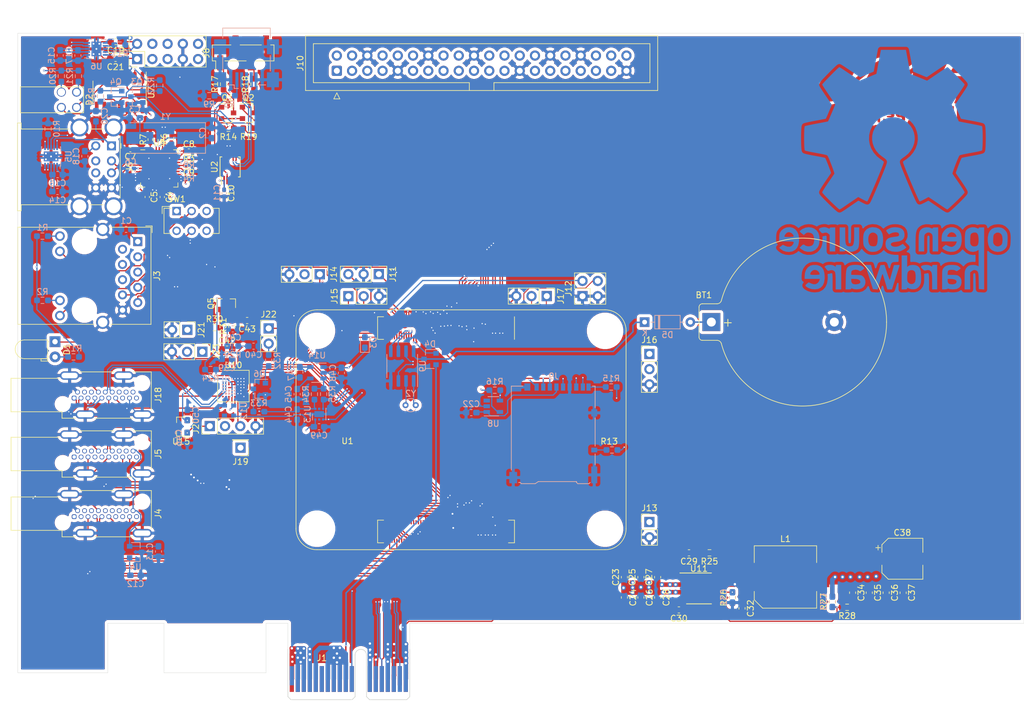
<source format=kicad_pcb>
(kicad_pcb (version 20171130) (host pcbnew 5.1.9)
  (layers (0 F.Cu signal) (1 In1.Cu power) (2 In2.Cu power) (3 In3.Cu signal) (4 In4.Cu signal) (31 B.Cu signal) (34 B.Paste user) (35 F.Paste user) (36 B.SilkS user) (37 F.SilkS user) (38 B.Mask user) (39 F.Mask user) (44 Edge.Cuts user))
  (net 0 "")
  (net 1 /PCIe_CLK_P)
  (net 2 GND)
  (net 3 /PCIe_RX_P)
  (net 4 /PCIe_RX_N)
  (net 5 /PCIe_CLK_N)
  (net 6 /__PCIe_nRST)
  (net 7 +3V3)
  (net 8 +12V)
  (net 9 /__PCIe_CLK_nREQ)
  (net 10 /PCIe_TX_P)
  (net 11 /PCIe_TX_N)
  (net 12 /LAN_LED3)
  (net 13 /LAN_LED2)
  (net 14 /LAN_LED1)
  (net 15 +5V)
  (net 16 "Net-(C2-Pad2)")
  (net 17 "Net-(C3-Pad1)")
  (net 18 /Sheet606D5A30/HDMI_5v)
  (net 19 /Sheet606D5A30/Sheet60CE0192/VBUS_P2)
  (net 20 /Sheet606D5A30/Sheet60CE0192/VBUS_P4)
  (net 21 /Sheet606D5A30/Sheet60CE0192/VBUS_P1)
  (net 22 /Sheet606D5A30/Sheet60CE0192/VBUS_P3)
  (net 23 /Sheet606D5A30/PROG_USB_D+)
  (net 24 /Sheet606D5A30/PROG_USB_D-)
  (net 25 "Net-(J2-Pad1)")
  (net 26 /Sheet606D5A30/HDMI1_HOTPLUG)
  (net 27 /Sheet606D5A30/HDMI1_SDA)
  (net 28 /Sheet606D5A30/HDMI1_SCL)
  (net 29 /Sheet606D5A30/HDMI1_CEC)
  (net 30 /Sheet606D5A30/HDMI1_CLK_N)
  (net 31 /Sheet606D5A30/HDMI1_CLK_P)
  (net 32 /Sheet606D5A30/HDMI1_D0_N)
  (net 33 /Sheet606D5A30/HDMI1_D0_P)
  (net 34 /Sheet606D5A30/HDMI1_D1_N)
  (net 35 /Sheet606D5A30/HDMI1_D1_P)
  (net 36 /Sheet606D5A30/HDMI1_D2_N)
  (net 37 /Sheet606D5A30/HDMI1_D2_P)
  (net 38 /Sheet606D5A30/HDMI0_HOTPLUG)
  (net 39 /Sheet606D5A30/HDMI0_SDA)
  (net 40 /Sheet606D5A30/HDMI0_SCL)
  (net 41 /Sheet606D5A30/HDMI0_CEC)
  (net 42 /Sheet606D5A30/HDMI0_CLK_N)
  (net 43 /Sheet606D5A30/HDMI0_CLK_P)
  (net 44 /Sheet606D5A30/HDMI0_D0_N)
  (net 45 /Sheet606D5A30/HDMI0_D0_P)
  (net 46 /Sheet606D5A30/HDMI0_D1_N)
  (net 47 /Sheet606D5A30/HDMI0_D1_P)
  (net 48 /Sheet606D5A30/HDMI0_D2_N)
  (net 49 /Sheet606D5A30/HDMI0_D2_P)
  (net 50 "Net-(R3-Pad1)")
  (net 51 "Net-(R4-Pad1)")
  (net 52 /Sheet606D5A30/CM_USB_OTG)
  (net 53 "Net-(R6-Pad1)")
  (net 54 "Net-(R7-Pad1)")
  (net 55 "Net-(R8-Pad1)")
  (net 56 "Net-(R10-Pad1)")
  (net 57 "Net-(R11-Pad1)")
  (net 58 /Sheet606D5A30/CM_USB_D-)
  (net 59 /Sheet606D5A30/CM_USB_D+)
  (net 60 /Sheet606D5A30/HUB_USB_D+)
  (net 61 /Sheet606D5A30/HUB_USB_D-)
  (net 62 HUB_USB_P1_D-)
  (net 63 HUB_USB_P1_D+)
  (net 64 HUB_USB_P2_D-)
  (net 65 HUB_USB_P2_D+)
  (net 66 HUB_USB_P4_D-)
  (net 67 HUB_USB_P3_D-)
  (net 68 HUB_USB_P4_D+)
  (net 69 HUB_USB_P3_D+)
  (net 70 HUB_USB_P4_nOC)
  (net 71 HUB_USB_P4_PWR)
  (net 72 HUB_USB_P3_nOC)
  (net 73 HUB_USB_P3_PWR)
  (net 74 HUB_USB_P2_nOC)
  (net 75 HUB_USB_P1_nOC)
  (net 76 HUB_USB_P1_PWR)
  (net 77 HUB_USB_P2_PWR)
  (net 78 /Sheet606E499F/SD_PWR)
  (net 79 "Net-(D1-Pad2)")
  (net 80 "Net-(D2-Pad4)")
  (net 81 "Net-(D2-Pad3)")
  (net 82 "Net-(D2-Pad2)")
  (net 83 "Net-(D2-Pad1)")
  (net 84 "Net-(J8-Pad3)")
  (net 85 "Net-(J8-Pad1)")
  (net 86 "Net-(J9-Pad10)")
  (net 87 /Sheet606E499F/SD_DAT0)
  (net 88 /Sheet606E499F/SD_CLK)
  (net 89 /Sheet606E499F/SD_CMD)
  (net 90 /Sheet606E499F/SD_DAT3)
  (net 91 /Sheet606E499F/SD_DAT2)
  (net 92 /Sheet606E499F/SD_DAT1)
  (net 93 "Net-(J9-Pad9)")
  (net 94 "Net-(Q1-Pad3)")
  (net 95 "Net-(Q1-Pad1)")
  (net 96 "Net-(Q2-Pad3)")
  (net 97 "Net-(Q2-Pad1)")
  (net 98 /Sheet606E499F/Reserved)
  (net 99 /Sheet606E499F/SD_PWR_ON)
  (net 100 /Sheet606E499F/RPI_ACT_LED)
  (net 101 /Sheet606E499F/RPI_PWR_LED)
  (net 102 nEXTRST)
  (net 103 "Net-(U7-Pad10)")
  (net 104 "Net-(U7-Pad4)")
  (net 105 /Sheet6070FC9D/GPIO21)
  (net 106 /Sheet6070FC9D/GPIO16)
  (net 107 /Sheet6070FC9D/GPIO12)
  (net 108 /Sheet6070FC9D/ID_SC)
  (net 109 /Sheet6070FC9D/GPIO7)
  (net 110 /Sheet6070FC9D/GPIO8)
  (net 111 /Sheet6070FC9D/GPIO25)
  (net 112 /Sheet6070FC9D/GPIO24)
  (net 113 /Sheet6070FC9D/GPIO23)
  (net 114 /Sheet6070FC9D/GPIO15)
  (net 115 /Sheet6070FC9D/GPIO14)
  (net 116 /Sheet6070FC9D/GPIO26)
  (net 117 /Sheet6070FC9D/GPIO13)
  (net 118 /Sheet6070FC9D/GPIO6)
  (net 119 /Sheet6070FC9D/GPIO5)
  (net 120 /Sheet6070FC9D/ID_SD)
  (net 121 /Sheet6070FC9D/GPIO11)
  (net 122 /Sheet6070FC9D/GPIO9)
  (net 123 /Sheet6070FC9D/GPIO10)
  (net 124 /Sheet6070FC9D/GPIO22)
  (net 125 /Sheet6070FC9D/GPIO27)
  (net 126 /Sheet6070FC9D/GPIO17)
  (net 127 /Sheet6070FC9D/GPIO4)
  (net 128 /Sheet6070FC9D/GPIO3)
  (net 129 /Sheet6070FC9D/GPIO2)
  (net 130 "Net-(C1-Pad1)")
  (net 131 "Net-(C29-Pad2)")
  (net 132 "Net-(C29-Pad1)")
  (net 133 "Net-(C30-Pad1)")
  (net 134 "Net-(C31-Pad1)")
  (net 135 "Net-(C32-Pad1)")
  (net 136 "Net-(C33-Pad2)")
  (net 137 /Sheet611CBD44/U10_BIASDA)
  (net 138 /Sheet611CBD44/U10_PFIL)
  (net 139 "Net-(C41-Pad1)")
  (net 140 "Net-(C42-Pad1)")
  (net 141 "Net-(C43-Pad2)")
  (net 142 /Sheet611CBD44/U10_PCKIN)
  (net 143 +1V2)
  (net 144 "Net-(C45-Pad1)")
  (net 145 +2V5)
  (net 146 +3V3-HDMI)
  (net 147 "Net-(D3-Pad2)")
  (net 148 I2S_A_WFS)
  (net 149 I2S_A_SD)
  (net 150 I2S_A_SCK)
  (net 151 /Sheet606E499F/BLUETOOTH_nDISABLE)
  (net 152 /Sheet606E499F/WIRELESS_nDISABLE)
  (net 153 /Sheet606E499F/EEPROM_nWP)
  (net 154 /Sheet606E499F/nRPIBOOT)
  (net 155 COMPOSITE)
  (net 156 AI1)
  (net 157 AI0)
  (net 158 GLOBAL_EN)
  (net 159 RUN_PG)
  (net 160 RTC_nINT)
  (net 161 RTC_CLK_O)
  (net 162 ETH_SYNC_OUT)
  (net 163 ETH_SYNC_IN)
  (net 164 /Sheet611CBD44/HDMI_IN0_HPD)
  (net 165 /Sheet611CBD44/HDMI_IN0_SDA)
  (net 166 /Sheet611CBD44/HDMI_IN0_SCL)
  (net 167 /Sheet611CBD44/HDMI_IN0_CEC)
  (net 168 /Sheet611CBD44/HDMI_IN0_CLK_N)
  (net 169 /Sheet611CBD44/HDMI_IN0_CLK_P)
  (net 170 /Sheet611CBD44/HDMI_IN0_D0_N)
  (net 171 /Sheet611CBD44/HDMI_IN0_D0_P)
  (net 172 /Sheet611CBD44/HDMI_IN0_D1_N)
  (net 173 /Sheet611CBD44/HDMI_IN0_D1_P)
  (net 174 /Sheet611CBD44/HDMI_IN0_D2_N)
  (net 175 /Sheet611CBD44/HDMI_IN0_D2_P)
  (net 176 I2S_A_OSCK)
  (net 177 /Sheet611CBD44/HDMI_IN0_EDID_SCL)
  (net 178 /Sheet611CBD44/HDMI_IN0_EDID_SDA)
  (net 179 /Sheet611CBD44/HDMI_IN0_IR-IN)
  (net 180 "Net-(J22-Pad2)")
  (net 181 CAM_GPIO)
  (net 182 /Sheet611CBD44/HDMI_IN0_INT)
  (net 183 /Sheet611CBD44/U10_TEST)
  (net 184 "Net-(L1-Pad1)")
  (net 185 "Net-(Q3-Pad3)")
  (net 186 "Net-(Q3-Pad1)")
  (net 187 "Net-(Q4-Pad3)")
  (net 188 "Net-(Q4-Pad1)")
  (net 189 /Sheet611CBD44/RESETN)
  (net 190 "Net-(Q6-Pad1)")
  (net 191 "Net-(R22-Pad1)")
  (net 192 "Net-(R23-Pad2)")
  (net 193 "Net-(R24-Pad2)")
  (net 194 /Sheet611CBD44/U10_DAOUT)
  (net 195 "Net-(R34-Pad1)")
  (net 196 /RJ45_LED2)
  (net 197 /RJ45_LED1)
  (net 198 /TRD3_P)
  (net 199 /TRD1_P)
  (net 200 /TRD3_N)
  (net 201 /TRD1_N)
  (net 202 /TRD2_N)
  (net 203 /TRD0_N)
  (net 204 /TRD2_P)
  (net 205 /TRD0_P)
  (net 206 SCL0)
  (net 207 SDA0)
  (net 208 +1V8)
  (net 209 /Sheet611CBD44/CSI1_D0_N)
  (net 210 /Sheet611CBD44/CSI1_D0_P)
  (net 211 /Sheet611CBD44/CSI1_D1_N)
  (net 212 /Sheet611CBD44/CSI1_D1_P)
  (net 213 /Sheet611CBD44/CSI1_C_N)
  (net 214 /Sheet611CBD44/CSI1_C_P)
  (net 215 /Sheet611CBD44/CSI1_D2_N)
  (net 216 /Sheet611CBD44/CSI1_D2_P)
  (net 217 /Sheet611CBD44/CSI1_D3_N)
  (net 218 /Sheet611CBD44/CSI1_D3_P)
  (net 219 "Net-(U9-Pad2)")
  (net 220 "Net-(U9-Pad1)")
  (net 221 /Sheet611CBD44/REFCLK0)
  (net 222 "Net-(J3-Pad13)")
  (net 223 "Net-(J3-Pad11)")
  (net 224 +BATT)
  (net 225 "Net-(D4-Pad3)")
  (net 226 +3.3VA)
  (module msquared-logo:msquared-logo_v2_copper (layer F.Cu) (at 162.77 53.45)
    (fp_text reference G*** hide)
    (fp_text value LOGO hide)
    (fp_poly (pts (xy 14.0648 -3.961615) (xy 14.798975 -3.955254) (xy 15.386242 -3.943943) (xy 15.820351 -3.927787) (xy 16.095051 -3.906889) (xy 16.178648 -3.892697) (xy 16.482736 -3.751309) (xy 16.637112 -3.538827) (xy 16.639616 -3.267237) (xy 16.488088 -2.948525) (xy 16.375498 -2.800526) (xy 16.156281 -2.54) (xy 13.107243 -2.54) (xy 13.326955 -2.91491) (xy 13.487119 -3.223468) (xy 13.537958 -3.427782) (xy 13.482345 -3.550435) (xy 13.412742 -3.589275) (xy 13.29603 -3.60255) (xy 13.032823 -3.614553) (xy 12.645956 -3.624822) (xy 12.158266 -3.632896) (xy 11.592588 -3.638315) (xy 10.971758 -3.640618) (xy 10.866534 -3.640667) (xy 10.163813 -3.641251) (xy 9.612502 -3.643747) (xy 9.194678 -3.649267) (xy 8.892419 -3.658927) (xy 8.687802 -3.67384) (xy 8.562906 -3.69512) (xy 8.499808 -3.723881) (xy 8.480585 -3.761238) (xy 8.48277 -3.788833) (xy 8.498861 -3.824668) (xy 8.541978 -3.854426) (xy 8.626965 -3.878789) (xy 8.768666 -3.898443) (xy 8.981925 -3.914069) (xy 9.281586 -3.926352) (xy 9.682492 -3.935974) (xy 10.199489 -3.94362) (xy 10.847419 -3.949972) (xy 11.641127 -3.955713) (xy 12.180733 -3.959073) (xy 13.189969 -3.962922) (xy 14.0648 -3.961615)) (layer F.Cu) (width 0.01))
    (fp_poly (pts (xy 13.61098 -2.366081) (xy 14.255442 -2.363923) (xy 14.76012 -2.360025) (xy 15.139789 -2.353606) (xy 15.409223 -2.343889) (xy 15.583197 -2.330092) (xy 15.676486 -2.311438) (xy 15.703864 -2.287146) (xy 15.680107 -2.256438) (xy 15.621 -2.21911) (xy 15.544519 -2.18344) (xy 15.441083 -2.15383) (xy 15.294818 -2.129597) (xy 15.089848 -2.110057) (xy 14.810298 -2.094526) (xy 14.440293 -2.082322) (xy 13.963957 -2.072762) (xy 13.365415 -2.065161) (xy 12.628793 -2.058837) (xy 11.768667 -2.053283) (xy 10.896861 -2.049909) (xy 10.133761 -2.05048) (xy 9.489256 -2.054834) (xy 8.973236 -2.062812) (xy 8.595591 -2.074255) (xy 8.36621 -2.089001) (xy 8.294985 -2.106893) (xy 8.297781 -2.109395) (xy 8.476199 -2.178092) (xy 8.770614 -2.235371) (xy 9.18922 -2.281703) (xy 9.74021 -2.317554) (xy 10.431774 -2.343392) (xy 11.272107 -2.359687) (xy 12.2694 -2.366905) (xy 12.81196 -2.367277) (xy 13.61098 -2.366081)) (layer F.Cu) (width 0.01))
    (fp_poly (pts (xy 9.749419 -1.857047) (xy 10.142965 -1.849552) (xy 10.40311 -1.836055) (xy 10.547807 -1.815125) (xy 10.595008 -1.785327) (xy 10.570569 -1.750951) (xy 10.452861 -1.622221) (xy 10.293823 -1.399961) (xy 10.1706 -1.203311) (xy 9.910394 -0.762) (xy 12.49053 -0.762) (xy 13.132023 -0.759867) (xy 13.715353 -0.753828) (xy 14.219988 -0.744422) (xy 14.625395 -0.732188) (xy 14.91104 -0.717665) (xy 15.056391 -0.701391) (xy 15.070667 -0.694267) (xy 15.06314 -0.63345) (xy 15.031459 -0.582458) (xy 14.961969 -0.540431) (xy 14.841016 -0.506505) (xy 14.654947 -0.479821) (xy 14.390107 -0.459515) (xy 14.032842 -0.444726) (xy 13.569498 -0.434592) (xy 12.986422 -0.428251) (xy 12.26996 -0.424842) (xy 11.406457 -0.423502) (xy 10.778066 -0.423333) (xy 9.819736 -0.424963) (xy 8.971811 -0.429731) (xy 8.243398 -0.43746) (xy 7.643608 -0.447972) (xy 7.181549 -0.461088) (xy 6.86633 -0.476628) (xy 6.70706 -0.494416) (xy 6.688667 -0.503464) (xy 6.736771 -0.65125) (xy 6.860742 -0.884148) (xy 7.030069 -1.155524) (xy 7.21424 -1.418744) (xy 7.382743 -1.627172) (xy 7.48734 -1.724173) (xy 7.591445 -1.775497) (xy 7.740449 -1.812632) (xy 7.959955 -1.837601) (xy 8.275567 -1.852431) (xy 8.712888 -1.859145) (xy 9.204521 -1.859974) (xy 9.749419 -1.857047)) (layer F.Cu) (width 0.01))
    (fp_poly (pts (xy -1.897078 -2.52898) (xy -1.654016 -2.515778) (xy -1.492518 -2.4932) (xy -1.390655 -2.460028) (xy -1.3265 -2.415041) (xy -1.324087 -2.412658) (xy -1.212373 -2.241961) (xy -1.185333 -2.129575) (xy -1.224935 -2.016354) (xy -1.3359 -1.778698) (xy -1.506475 -1.439701) (xy -1.724901 -1.022455) (xy -1.979423 -0.550054) (xy -2.116308 -0.300819) (xy -2.381806 0.181923) (xy -2.616 0.612303) (xy -2.807634 0.969258) (xy -2.945451 1.231721) (xy -3.018197 1.378628) (xy -3.026475 1.402481) (xy -2.958436 1.355557) (xy -2.775129 1.213676) (xy -2.492159 0.989331) (xy -2.125132 0.695013) (xy -1.689657 0.343215) (xy -1.201339 -0.05357) (xy -0.889 -0.308428) (xy -0.352278 -0.742372) (xy 0.164071 -1.151096) (xy 0.639978 -1.519371) (xy 1.055372 -1.831967) (xy 1.390186 -2.073656) (xy 1.62435 -2.22921) (xy 1.693333 -2.26794) (xy 1.851577 -2.34349) (xy 1.996626 -2.400752) (xy 2.154985 -2.442684) (xy 2.353157 -2.472242) (xy 2.617648 -2.492382) (xy 2.97496 -2.50606) (xy 3.451598 -2.516234) (xy 3.995106 -2.524699) (xy 4.663715 -2.531999) (xy 5.181854 -2.529807) (xy 5.568265 -2.515111) (xy 5.841687 -2.484902) (xy 6.020861 -2.43617) (xy 6.124527 -2.365903) (xy 6.171425 -2.271092) (xy 6.180667 -2.173623) (xy 6.140685 -2.057931) (xy 6.026865 -1.812401) (xy 5.848395 -1.454775) (xy 5.614461 -1.002797) (xy 5.33425 -0.47421) (xy 5.016951 0.113242) (xy 4.671751 0.741816) (xy 4.661507 0.760316) (xy 4.318263 1.383839) (xy 4.004413 1.961302) (xy 3.728765 2.475932) (xy 3.50013 2.910957) (xy 3.327315 3.249604) (xy 3.219131 3.475098) (xy 3.184386 3.570668) (xy 3.184837 3.571917) (xy 3.27807 3.59154) (xy 3.51627 3.608981) (xy 3.875078 3.623396) (xy 4.330135 3.633942) (xy 4.857079 3.639774) (xy 5.169663 3.640667) (xy 5.892884 3.644457) (xy 6.447712 3.655853) (xy 6.834917 3.674889) (xy 7.05527 3.701601) (xy 7.112 3.729538) (xy 7.075786 3.861119) (xy 6.988105 4.057921) (xy 6.982826 4.068204) (xy 6.853651 4.318) (xy 2.500489 4.318) (xy 1.384636 4.316304) (xy 0.428686 4.311236) (xy -0.365848 4.302826) (xy -0.997449 4.291103) (xy -1.464602 4.276097) (xy -1.765794 4.257838) (xy -1.89951 4.236356) (xy -1.906109 4.231539) (xy -1.879725 4.138615) (xy -1.779234 3.917528) (xy -1.614397 3.587218) (xy -1.394973 3.166627) (xy -1.130725 2.674697) (xy -0.831413 2.13037) (xy -0.725772 1.940978) (xy -0.414961 1.383131) (xy -0.132873 0.871859) (xy 0.110259 0.426106) (xy 0.304205 0.064811) (xy 0.438734 -0.193084) (xy 0.503616 -0.328638) (xy 0.508 -0.343228) (xy 0.441164 -0.41692) (xy 0.402167 -0.422152) (xy 0.315971 -0.369549) (xy 0.11407 -0.219863) (xy -0.18922 0.015511) (xy -0.579582 0.325178) (xy -1.042697 0.697742) (xy -1.564249 1.121808) (xy -2.129919 1.585981) (xy -2.370667 1.784738) (xy -2.960142 2.269938) (xy -3.519883 2.726252) (xy -4.034096 3.141125) (xy -4.486986 3.502002) (xy -4.862757 3.79633) (xy -5.145613 4.011553) (xy -5.31976 4.135116) (xy -5.351794 4.154224) (xy -5.473086 4.20965) (xy -5.61189 4.251085) (xy -5.793601 4.280516) (xy -6.043612 4.299933) (xy -6.387319 4.311327) (xy -6.850116 4.316686) (xy -7.442297 4.318) (xy -8.071614 4.313955) (xy -8.582549 4.302234) (xy -8.961847 4.283455) (xy -9.196257 4.258236) (xy -9.271461 4.232587) (xy -9.24484 4.139959) (xy -9.143962 3.919284) (xy -8.978632 3.589508) (xy -8.758652 3.16958) (xy -8.493827 2.678447) (xy -8.19396 2.135056) (xy -8.091125 1.95131) (xy -7.779852 1.393912) (xy -7.497431 0.882213) (xy -7.25415 0.435334) (xy -7.0603 0.072395) (xy -6.926172 -0.187482) (xy -6.862053 -0.325176) (xy -6.858 -0.340152) (xy -6.92292 -0.409687) (xy -6.983011 -0.408375) (xy -7.07359 -0.350088) (xy -7.279933 -0.195132) (xy -7.587559 0.044948) (xy -7.98199 0.358606) (xy -8.448747 0.734295) (xy -8.97335 1.160469) (xy -9.54132 1.625582) (xy -9.77788 1.820333) (xy -10.366251 2.303602) (xy -10.923101 2.757448) (xy -11.432898 3.169471) (xy -11.880108 3.52727) (xy -12.249199 3.818444) (xy -12.524638 4.030591) (xy -12.690892 4.151311) (xy -12.720714 4.169833) (xy -12.833467 4.220199) (xy -12.976926 4.257922) (xy -13.175413 4.284745) (xy -13.453251 4.302411) (xy -13.834763 4.312661) (xy -14.34427 4.317238) (xy -14.789182 4.318) (xy -15.407275 4.314086) (xy -15.916523 4.302811) (xy -16.301561 4.284873) (xy -16.547026 4.260972) (xy -16.636642 4.233913) (xy -16.607289 4.14588) (xy -16.504352 3.928993) (xy -16.337942 3.601601) (xy -16.118167 3.182054) (xy -15.855137 2.688702) (xy -15.558961 2.139896) (xy -15.239748 1.553985) (xy -14.907608 0.949319) (xy -14.57265 0.344249) (xy -14.244983 -0.242875) (xy -13.934717 -0.793704) (xy -13.65196 -1.289887) (xy -13.406823 -1.713074) (xy -13.209415 -2.044915) (xy -13.069844 -2.26706) (xy -13.008976 -2.350897) (xy -12.953015 -2.409388) (xy -12.888932 -2.454366) (xy -12.795847 -2.487345) (xy -12.65288 -2.509838) (xy -12.43915 -2.52336) (xy -12.133778 -2.529424) (xy -11.715883 -2.529543) (xy -11.164584 -2.525231) (xy -10.673096 -2.52023) (xy -10.012806 -2.512922) (xy -9.502291 -2.505288) (xy -9.122001 -2.495563) (xy -8.852382 -2.481981) (xy -8.673883 -2.462777) (xy -8.566954 -2.436187) (xy -8.51204 -2.400445) (xy -8.489592 -2.353786) (xy -8.483967 -2.3226) (xy -8.516843 -2.197161) (xy -8.624846 -1.945017) (xy -8.79824 -1.585999) (xy -9.02729 -1.139936) (xy -9.302261 -0.626658) (xy -9.43653 -0.382385) (xy -9.709174 0.112251) (xy -9.95077 0.555079) (xy -10.150298 0.925526) (xy -10.296741 1.203021) (xy -10.379079 1.366992) (xy -10.392897 1.403098) (xy -10.324679 1.356669) (xy -10.141279 1.215503) (xy -9.858488 0.992192) (xy -9.492097 0.699331) (xy -9.057897 0.349512) (xy -8.57168 -0.044672) (xy -8.297333 -0.268055) (xy -7.762642 -0.69944) (xy -7.245728 -1.107868) (xy -6.767491 -1.477473) (xy -6.34883 -1.792387) (xy -6.010643 -2.036743) (xy -5.77383 -2.194674) (xy -5.715 -2.228605) (xy -5.207 -2.497667) (xy -3.33492 -2.524539) (xy -2.715603 -2.532141) (xy -2.243631 -2.534028) (xy -1.897078 -2.52898)) (layer F.Cu) (width 0.01))
    (fp_poly (pts (xy 7.281333 6.942667) (xy 6.659455 6.942667) (xy 6.309476 6.933386) (xy 6.085879 6.899827) (xy 5.946441 6.833408) (xy 5.897455 6.787833) (xy 5.786187 6.562533) (xy 5.775323 6.433464) (xy 6.196068 6.433464) (xy 6.323016 6.567437) (xy 6.516676 6.604) (xy 6.697827 6.583567) (xy 6.765116 6.486713) (xy 6.773333 6.35) (xy 6.752686 6.170724) (xy 6.65482 6.104132) (xy 6.516676 6.096) (xy 6.309026 6.135719) (xy 6.211284 6.223) (xy 6.196068 6.433464) (xy 5.775323 6.433464) (xy 5.762508 6.281225) (xy 5.825156 6.020368) (xy 5.912167 5.897455) (xy 6.116997 5.797568) (xy 6.408419 5.757392) (xy 6.420167 5.757333) (xy 6.773333 5.757333) (xy 6.773333 5.418667) (xy 6.783363 5.201511) (xy 6.837718 5.104976) (xy 6.972792 5.080534) (xy 7.027333 5.08) (xy 7.281333 5.08) (xy 7.281333 6.942667)) (layer F.Cu) (width 0.01))
    (fp_poly (pts (xy 5.133196 5.812959) (xy 5.37524 5.963957) (xy 5.495776 6.186508) (xy 5.503333 6.265333) (xy 5.484797 6.359909) (xy 5.403373 6.411013) (xy 5.220336 6.431553) (xy 4.995333 6.434667) (xy 4.69249 6.451105) (xy 4.526867 6.491511) (xy 4.506127 6.542525) (xy 4.637933 6.590784) (xy 4.888738 6.620528) (xy 5.153289 6.655018) (xy 5.285834 6.724194) (xy 5.31828 6.7945) (xy 5.264737 6.886192) (xy 5.094255 6.94052) (xy 4.854991 6.957771) (xy 4.595101 6.938234) (xy 4.36274 6.882197) (xy 4.206065 6.789948) (xy 4.204122 6.787833) (xy 4.10842 6.59908) (xy 4.064332 6.348425) (xy 4.064 6.326967) (xy 4.104531 6.141639) (xy 4.52832 6.141639) (xy 4.583387 6.167686) (xy 4.783667 6.172362) (xy 4.985872 6.16515) (xy 5.037873 6.141425) (xy 4.958707 6.09012) (xy 4.940514 6.081205) (xy 4.716021 6.04047) (xy 4.601847 6.08436) (xy 4.52832 6.141639) (xy 4.104531 6.141639) (xy 4.12759 6.036208) (xy 4.320895 5.849511) (xy 4.647713 5.763947) (xy 4.802505 5.757333) (xy 5.133196 5.812959)) (layer F.Cu) (width 0.01))
    (fp_poly (pts (xy 3.793136 5.771524) (xy 3.877487 5.8267) (xy 3.878843 5.9055) (xy 3.782218 6.033474) (xy 3.660968 6.080722) (xy 3.546609 6.11751) (xy 3.490202 6.215679) (xy 3.472188 6.421073) (xy 3.471333 6.525222) (xy 3.464243 6.774264) (xy 3.42824 6.89769) (xy 3.341228 6.939078) (xy 3.259667 6.942667) (xy 3.140842 6.931408) (xy 3.077569 6.870694) (xy 3.052428 6.720113) (xy 3.048 6.4516) (xy 3.067954 6.104819) (xy 3.143349 5.89384) (xy 3.297483 5.788208) (xy 3.553654 5.757469) (xy 3.579141 5.757333) (xy 3.793136 5.771524)) (layer F.Cu) (width 0.01))
    (fp_poly (pts (xy 2.225522 5.77394) (xy 2.452351 5.84217) (xy 2.573466 5.989634) (xy 2.619822 6.243946) (xy 2.624667 6.437645) (xy 2.624667 6.942667) (xy 2.048933 6.942667) (xy 1.720075 6.927815) (xy 1.476126 6.887866) (xy 1.3716 6.841067) (xy 1.258363 6.647338) (xy 1.267353 6.604) (xy 1.693333 6.604) (xy 1.766906 6.663447) (xy 1.944173 6.68866) (xy 1.947333 6.688667) (xy 2.125675 6.664142) (xy 2.201314 6.605053) (xy 2.201333 6.604) (xy 2.127761 6.544553) (xy 1.950493 6.51934) (xy 1.947333 6.519333) (xy 1.768991 6.543857) (xy 1.693353 6.602946) (xy 1.693333 6.604) (xy 1.267353 6.604) (xy 1.29486 6.471409) (xy 1.461608 6.337365) (xy 1.739125 6.269294) (xy 1.837267 6.265333) (xy 2.0953 6.242888) (xy 2.191689 6.190404) (xy 2.125837 6.130155) (xy 1.897149 6.084417) (xy 1.84223 6.079701) (xy 1.589789 6.038394) (xy 1.471518 5.952624) (xy 1.455022 5.9055) (xy 1.463197 5.817489) (xy 1.555564 5.772775) (xy 1.768944 5.757954) (xy 1.862024 5.757333) (xy 2.225522 5.77394)) (layer F.Cu) (width 0.01))
    (fp_poly (pts (xy -0.174172 5.774867) (xy -0.107786 5.856769) (xy -0.076372 6.046986) (xy -0.068139 6.1595) (xy -0.045319 6.402175) (xy 0.002813 6.520286) (xy 0.107338 6.558503) (xy 0.211667 6.561667) (xy 0.365672 6.55019) (xy 0.444388 6.48598) (xy 0.478895 6.324366) (xy 0.491472 6.1595) (xy 0.516164 5.915366) (xy 0.565945 5.796616) (xy 0.666259 5.759302) (xy 0.724305 5.757333) (xy 0.832492 5.76662) (xy 0.894413 5.819064) (xy 0.922948 5.951535) (xy 0.930977 6.200907) (xy 0.931333 6.35) (xy 0.931333 6.942667) (xy 0.359833 6.940092) (xy 0.0448 6.926407) (xy -0.216873 6.893193) (xy -0.359833 6.851218) (xy -0.448532 6.756781) (xy -0.494468 6.578248) (xy -0.507987 6.274415) (xy -0.508 6.261126) (xy -0.503279 5.980929) (xy -0.478192 5.830145) (xy -0.416354 5.768904) (xy -0.30138 5.757333) (xy -0.300972 5.757333) (xy -0.174172 5.774867)) (layer F.Cu) (width 0.01))
    (fp_poly (pts (xy -2.726174 5.782319) (xy -2.640845 5.824698) (xy -2.624667 5.880624) (xy -2.666517 5.962164) (xy -2.814368 6.002208) (xy -3.048 6.011333) (xy -3.314219 6.024929) (xy -3.444244 6.072001) (xy -3.471333 6.138333) (xy -3.405429 6.233302) (xy -3.196775 6.26526) (xy -3.181925 6.265333) (xy -2.872419 6.288184) (xy -2.698026 6.368688) (xy -2.629251 6.524768) (xy -2.624667 6.604) (xy -2.647918 6.766445) (xy -2.737826 6.867958) (xy -2.924618 6.921854) (xy -3.238524 6.941446) (xy -3.393592 6.942667) (xy -3.68628 6.932673) (xy -3.842438 6.897298) (xy -3.893982 6.828453) (xy -3.894667 6.815667) (xy -3.844181 6.73146) (xy -3.672953 6.693481) (xy -3.518664 6.688667) (xy -3.279376 6.671131) (xy -3.118685 6.626973) (xy -3.090333 6.604) (xy -3.127898 6.547943) (xy -3.305303 6.520661) (xy -3.371303 6.519333) (xy -3.67483 6.4727) (xy -3.84301 6.328045) (xy -3.883372 6.078234) (xy -3.879618 6.03762) (xy -3.85796 5.914684) (xy -3.802819 5.841737) (xy -3.676278 5.803234) (xy -3.440418 5.78363) (xy -3.2385 5.774791) (xy -2.914461 5.767568) (xy -2.726174 5.782319)) (layer F.Cu) (width 0.01))
    (fp_poly (pts (xy -0.846667 7.450667) (xy -1.100667 7.450667) (xy -1.280575 7.429687) (xy -1.346885 7.330727) (xy -1.354667 7.196667) (xy -1.366366 7.038509) (xy -1.43261 6.96495) (xy -1.600119 6.943733) (xy -1.722545 6.942667) (xy -2.061305 6.890553) (xy -2.272762 6.729158) (xy -2.365006 6.450903) (xy -2.365859 6.433464) (xy -1.931932 6.433464) (xy -1.804984 6.567437) (xy -1.611324 6.604) (xy -1.430173 6.583567) (xy -1.362884 6.486713) (xy -1.354667 6.35) (xy -1.375314 6.170724) (xy -1.47318 6.104132) (xy -1.611324 6.096) (xy -1.818974 6.135719) (xy -1.916716 6.223) (xy -1.931932 6.433464) (xy -2.365859 6.433464) (xy -2.370667 6.335289) (xy -2.335957 6.07288) (xy -2.216073 5.899481) (xy -1.987387 5.800196) (xy -1.626268 5.760131) (xy -1.453833 5.757333) (xy -0.846667 5.757333) (xy -0.846667 7.450667)) (layer F.Cu) (width 0.01))
    (fp_poly (pts (xy -5.748751 6.609794) (xy -5.412239 6.637144) (xy -5.194092 6.701004) (xy -5.068888 6.816325) (xy -5.011209 6.998063) (xy -4.995634 7.261168) (xy -4.995333 7.329714) (xy -5.000998 7.594243) (xy -5.030793 7.731201) (xy -5.103918 7.782283) (xy -5.207 7.789333) (xy -5.338342 7.773221) (xy -5.400088 7.694441) (xy -5.417991 7.507331) (xy -5.418667 7.414039) (xy -5.434937 7.164959) (xy -5.496397 7.0349) (xy -5.587243 6.98524) (xy -5.773767 6.963717) (xy -5.880709 7.059338) (xy -5.923775 7.291911) (xy -5.926667 7.41333) (xy -5.935714 7.646483) (xy -5.97998 7.756199) (xy -6.08515 7.788103) (xy -6.138333 7.789333) (xy -6.263956 7.775608) (xy -6.326625 7.705563) (xy -6.347995 7.535893) (xy -6.35 7.366) (xy -6.356863 7.114756) (xy -6.391885 6.989416) (xy -6.47672 6.946677) (xy -6.561667 6.942667) (xy -6.687289 6.956392) (xy -6.749959 7.026437) (xy -6.771328 7.196106) (xy -6.773333 7.366) (xy -6.780196 7.617244) (xy -6.815219 7.742584) (xy -6.900053 7.785323) (xy -6.985 7.789333) (xy -7.095584 7.780618) (xy -7.158874 7.729873) (xy -7.188047 7.600201) (xy -7.196281 7.354702) (xy -7.196667 7.196667) (xy -7.196667 6.604) (xy -6.229048 6.604) (xy -5.748751 6.609794)) (layer F.Cu) (width 0.01))
  )
  (module Symbol:OSHW-Logo_38.1x40mm_Copper (layer B.Cu) (at 160.03 69.09 180)
    (fp_text reference REF** hide)
    (fp_text value OSHW-Logo_38.1x40mm_Copper hide)
    (fp_poly (pts (xy -12.641615 -9.730332) (xy -12.466029 -9.81708) (xy -12.249502 -9.968243) (xy -12.091689 -10.133084) (xy -11.98361 -10.340074) (xy -11.916282 -10.617685) (xy -11.880726 -10.994388) (xy -11.867959 -11.498656) (xy -11.867213 -11.715447) (xy -11.869392 -12.190574) (xy -11.878443 -12.530136) (xy -11.898135 -12.7651) (xy -11.932236 -12.92643) (xy -11.984517 -13.04509) (xy -12.038916 -13.126039) (xy -12.38616 -13.47045) (xy -12.795076 -13.677612) (xy -13.236207 -13.73992) (xy -13.680092 -13.64977) (xy -13.820719 -13.586018) (xy -14.157377 -13.410542) (xy -14.157377 -16.160343) (xy -13.911676 -16.033286) (xy -13.587934 -15.934981) (xy -13.19001 -15.909799) (xy -12.792655 -15.956294) (xy -12.492579 -16.060739) (xy -12.243681 -16.259651) (xy -12.031016 -16.544286) (xy -12.015026 -16.57351) (xy -11.947585 -16.711163) (xy -11.898331 -16.849912) (xy -11.864427 -17.017991) (xy -11.843037 -17.243631) (xy -11.831324 -17.555066) (xy -11.826453 -17.98053) (xy -11.825573 -18.459328) (xy -11.825573 -19.986885) (xy -12.741639 -19.986885) (xy -12.741639 -17.170215) (xy -12.997865 -16.954616) (xy -13.264035 -16.782158) (xy -13.516096 -16.750801) (xy -13.769555 -16.831494) (xy -13.904633 -16.910508) (xy -14.005171 -17.023054) (xy -14.076675 -17.193144) (xy -14.124656 -17.444788) (xy -14.154621 -17.801996) (xy -14.17208 -18.288781) (xy -14.178228 -18.612787) (xy -14.199016 -19.945246) (xy -14.636229 -19.970417) (xy -15.073442 -19.995589) (xy -15.073442 -11.726928) (xy -14.157377 -11.726928) (xy -14.134022 -12.187906) (xy -14.055323 -12.5079) (xy -13.908332 -12.706994) (xy -13.680097 -12.805278) (xy -13.449508 -12.824918) (xy -13.188476 -12.80235) (xy -13.015234 -12.713527) (xy -12.906902 -12.596161) (xy -12.821619 -12.469924) (xy -12.770851 -12.32929) (xy -12.748262 -12.132245) (xy -12.747519 -11.836774) (xy -12.75512 -11.589366) (xy -12.772575 -11.216656) (xy -12.79856 -10.971964) (xy -12.842317 -10.816754) (xy -12.913091 -10.712489) (xy -12.979881 -10.652221) (xy -13.258949 -10.520797) (xy -13.589238 -10.499574) (xy -13.778891 -10.544846) (xy -13.966668 -10.705762) (xy -14.091052 -11.018784) (xy -14.151337 -11.481703) (xy -14.157377 -11.726928) (xy -15.073442 -11.726928) (xy -15.073442 -9.660328) (xy -14.615409 -9.660328) (xy -14.340412 -9.671203) (xy -14.198533 -9.709817) (xy -14.157394 -9.785151) (xy -14.157377 -9.787384) (xy -14.138289 -9.861161) (xy -14.054102 -9.852786) (xy -13.886721 -9.771718) (xy -13.496708 -9.647699) (xy -13.057908 -9.634663) (xy -12.641615 -9.730332)) (layer B.Cu) (width 0.01))
    (fp_poly (pts (xy -9.167558 -15.938494) (xy -8.775778 -16.043027) (xy -8.477533 -16.232505) (xy -8.267069 -16.480676) (xy -8.201641 -16.586591) (xy -8.153337 -16.697535) (xy -8.119568 -16.839459) (xy -8.097745 -17.038308) (xy -8.085279 -17.320032) (xy -8.079581 -17.710578) (xy -8.078063 -18.235895) (xy -8.078032 -18.375266) (xy -8.078032 -19.986885) (xy -8.47777 -19.986885) (xy -8.732739 -19.969029) (xy -8.921267 -19.923791) (xy -8.968501 -19.895891) (xy -9.09763 -19.84774) (xy -9.229518 -19.895891) (xy -9.446664 -19.956006) (xy -9.762083 -19.9802) (xy -10.111687 -19.969702) (xy -10.431386 -19.925737) (xy -10.618032 -19.869325) (xy -10.979217 -19.637462) (xy -11.20494 -19.315694) (xy -11.306417 -18.887872) (xy -11.30736 -18.876885) (xy -11.298454 -18.687094) (xy -10.493114 -18.687094) (xy -10.422708 -18.902968) (xy -10.308027 -19.024458) (xy -10.077826 -19.116344) (xy -9.773972 -19.153023) (xy -9.464121 -19.13497) (xy -9.215928 -19.062664) (xy -9.146393 -19.016273) (xy -9.024887 -18.801919) (xy -8.994098 -18.55824) (xy -8.994098 -18.238033) (xy -9.454805 -18.238033) (xy -9.892482 -18.271726) (xy -10.224273 -18.367185) (xy -10.430675 -18.515972) (xy -10.493114 -18.687094) (xy -11.298454 -18.687094) (xy -11.285425 -18.409462) (xy -11.131261 -18.039892) (xy -10.841427 -17.760412) (xy -10.801366 -17.734989) (xy -10.629219 -17.652209) (xy -10.416145 -17.602081) (xy -10.118282 -17.577716) (xy -9.764426 -17.572114) (xy -8.994098 -17.571803) (xy -8.994098 -17.248885) (xy -9.026774 -16.998336) (xy -9.110156 -16.830482) (xy -9.119918 -16.821546) (xy -9.305471 -16.748117) (xy -9.585568 -16.719655) (xy -9.89511 -16.733642) (xy -10.168998 -16.787559) (xy -10.331518 -16.868424) (xy -10.41958 -16.933201) (xy -10.512569 -16.945568) (xy -10.640901 -16.892496) (xy -10.83499 -16.760958) (xy -11.125252 -16.537926) (xy -11.151893 -16.517032) (xy -11.138242 -16.439723) (xy -11.024355 -16.311144) (xy -10.851259 -16.168261) (xy -10.659983 -16.048042) (xy -10.599887 -16.019653) (xy -10.380681 -15.963006) (xy -10.05947 -15.922599) (xy -9.700604 -15.906391) (xy -9.683822 -15.906359) (xy -9.167558 -15.938494)) (layer B.Cu) (width 0.01))
    (fp_poly (pts (xy -6.57895 -15.915079) (xy -6.454325 -15.952436) (xy -6.414149 -16.03451) (xy -6.412459 -16.071563) (xy -6.405249 -16.174766) (xy -6.355599 -16.190968) (xy -6.221474 -16.120215) (xy -6.141803 -16.071874) (xy -5.890453 -15.96835) (xy -5.590246 -15.917162) (xy -5.275474 -15.913226) (xy -4.980428 -15.951458) (xy -4.739399 -16.026773) (xy -4.58668 -16.134087) (xy -4.556562 -16.268315) (xy -4.571762 -16.304665) (xy -4.682563 -16.455554) (xy -4.854379 -16.641136) (xy -4.885456 -16.671135) (xy -5.049224 -16.80908) (xy -5.190525 -16.85365) (xy -5.388135 -16.822544) (xy -5.467303 -16.801875) (xy -5.713656 -16.752231) (xy -5.886871 -16.774555) (xy -6.033151 -16.853292) (xy -6.167147 -16.958958) (xy -6.265835 -17.091847) (xy -6.334418 -17.277303) (xy -6.378095 -17.540667) (xy -6.402067 -17.907282) (xy -6.411537 -18.402491) (xy -6.412459 -18.701487) (xy -6.412459 -19.986885) (xy -7.245245 -19.986885) (xy -7.245245 -15.906229) (xy -6.828852 -15.906229) (xy -6.57895 -15.915079)) (layer B.Cu) (width 0.01))
    (fp_poly (pts (xy -1.332459 -19.986885) (xy -1.790491 -19.986885) (xy -2.056349 -19.979091) (xy -2.19481 -19.946813) (xy -2.244663 -19.876707) (xy -2.248524 -19.829305) (xy -2.256931 -19.734246) (xy -2.309948 -19.716016) (xy -2.449266 -19.774615) (xy -2.557608 -19.829305) (xy -2.973554 -19.958902) (xy -3.425706 -19.966401) (xy -3.793309 -19.869746) (xy -4.135625 -19.636235) (xy -4.396567 -19.291562) (xy -4.539454 -18.885012) (xy -4.543092 -18.862282) (xy -4.564322 -18.614272) (xy -4.574879 -18.258234) (xy -4.57403 -17.988959) (xy -3.664344 -17.988959) (xy -3.643269 -18.346856) (xy -3.595331 -18.641847) (xy -3.530433 -18.808433) (xy -3.284912 -19.036081) (xy -2.993401 -19.11769) (xy -2.692785 -19.051696) (xy -2.435901 -18.854843) (xy -2.338615 -18.722448) (xy -2.281731 -18.564462) (xy -2.255087 -18.333852) (xy -2.248524 -17.987471) (xy -2.26027 -17.644457) (xy -2.291294 -17.34308) (xy -2.335276 -17.141395) (xy -2.342606 -17.123317) (xy -2.519975 -16.90839) (xy -2.778855 -16.79039) (xy -3.068514 -16.771337) (xy -3.338217 -16.853251) (xy -3.537234 -17.038152) (xy -3.557879 -17.074945) (xy -3.622499 -17.299291) (xy -3.657704 -17.621867) (xy -3.664344 -17.988959) (xy -4.57403 -17.988959) (xy -4.573599 -17.852424) (xy -4.567611 -17.63402) (xy -4.526883 -17.093711) (xy -4.442233 -16.688047) (xy -4.301412 -16.388153) (xy -4.092175 -16.165157) (xy -3.889042 -16.034254) (xy -3.605232 -15.942233) (xy -3.252241 -15.910672) (xy -2.890785 -15.936379) (xy -2.581574 -16.016161) (xy -2.418202 -16.111602) (xy -2.248524 -16.265158) (xy -2.248524 -14.323934) (xy -1.332459 -14.323934) (xy -1.332459 -19.986885)) (layer B.Cu) (width 0.01))
    (fp_poly (pts (xy 1.864521 -15.923144) (xy 2.193885 -15.947869) (xy 2.624497 -17.238688) (xy 3.05511 -18.529508) (xy 3.190129 -18.071475) (xy 3.271382 -17.788407) (xy 3.378267 -17.405872) (xy 3.493684 -16.985385) (xy 3.554711 -16.759836) (xy 3.784273 -15.906229) (xy 4.731374 -15.906229) (xy 4.448278 -16.801475) (xy 4.308866 -17.241806) (xy 4.140446 -17.772942) (xy 3.964562 -18.326983) (xy 3.807544 -18.820983) (xy 3.449905 -19.945246) (xy 2.677623 -19.995492) (xy 2.468236 -19.304139) (xy 2.339106 -18.874669) (xy 2.198185 -18.401207) (xy 2.075022 -17.983051) (xy 2.070162 -17.96641) (xy 1.978171 -17.683073) (xy 1.897007 -17.489747) (xy 1.84016 -17.416642) (xy 1.828478 -17.425098) (xy 1.787476 -17.538434) (xy 1.709571 -17.781209) (xy 1.604245 -18.122895) (xy 1.480982 -18.532964) (xy 1.414287 -18.758524) (xy 1.053093 -19.986885) (xy 0.286534 -19.986885) (xy -0.326266 -18.050655) (xy -0.498418 -17.507518) (xy -0.655239 -17.014275) (xy -0.789322 -16.594096) (xy -0.893261 -16.270152) (xy -0.959651 -16.065616) (xy -0.979831 -16.005855) (xy -0.963856 -15.944667) (xy -0.838415 -15.917869) (xy -0.577369 -15.920549) (xy -0.536506 -15.922576) (xy -0.052416 -15.947869) (xy 0.264634 -17.11377) (xy 0.38117 -17.538972) (xy 0.485311 -17.912754) (xy 0.567889 -18.202661) (xy 0.619733 -18.376239) (xy 0.629312 -18.404538) (xy 0.669009 -18.371996) (xy 0.749061 -18.203393) (xy 0.860276 -17.921683) (xy 0.993462 -17.549821) (xy 1.106049 -17.213911) (xy 1.535156 -15.898418) (xy 1.864521 -15.923144)) (layer B.Cu) (width 0.01))
    (fp_poly (pts (xy 6.877341 -15.930959) (xy 7.228359 -16.016217) (xy 7.329824 -16.061385) (xy 7.526508 -16.179693) (xy 7.677454 -16.312943) (xy 7.789142 -16.48427) (xy 7.868052 -16.716809) (xy 7.920664 -17.033696) (xy 7.953459 -17.458068) (xy 7.972915 -18.013058) (xy 7.980303 -18.38377) (xy 8.00749 -19.986885) (xy 7.543089 -19.986885) (xy 7.261354 -19.975071) (xy 7.116204 -19.934699) (xy 7.078689 -19.866906) (xy 7.058882 -19.793597) (xy 6.970333 -19.807613) (xy 6.849673 -19.866393) (xy 6.547606 -19.956491) (xy 6.159387 -19.980769) (xy 5.751062 -19.941057) (xy 5.38868 -19.839183) (xy 5.356179 -19.825043) (xy 5.024982 -19.592376) (xy 4.806648 -19.268934) (xy 4.706183 -18.89086) (xy 4.713858 -18.755029) (xy 5.533527 -18.755029) (xy 5.60575 -18.937827) (xy 5.819885 -19.068821) (xy 6.165368 -19.139126) (xy 6.35 -19.148462) (xy 6.6577 -19.124563) (xy 6.86223 -19.031687) (xy 6.912132 -18.987541) (xy 7.047322 -18.747361) (xy 7.078689 -18.529508) (xy 7.078689 -18.238033) (xy 6.672705 -18.238033) (xy 6.200774 -18.262086) (xy 5.869762 -18.337742) (xy 5.660611 -18.470241) (xy 5.613783 -18.529311) (xy 5.533527 -18.755029) (xy 4.713858 -18.755029) (xy 4.728591 -18.494296) (xy 4.87888 -18.115384) (xy 5.083936 -17.859312) (xy 5.20813 -17.748603) (xy 5.32971 -17.675848) (xy 5.487904 -17.631488) (xy 5.721943 -17.605963) (xy 6.071055 -17.589714) (xy 6.209526 -17.585042) (xy 7.078689 -17.556642) (xy 7.077414 -17.293567) (xy 7.043752 -17.017038) (xy 6.922053 -16.849833) (xy 6.67619 -16.743013) (xy 6.669595 -16.74111) (xy 6.321008 -16.699109) (xy 5.979904 -16.75397) (xy 5.7264 -16.887377) (xy 5.624684 -16.95325) (xy 5.515131 -16.944136) (xy 5.346545 -16.848697) (xy 5.247547 -16.781341) (xy 5.053911 -16.637432) (xy 4.933965 -16.529558) (xy 4.914718 -16.498674) (xy 4.993971 -16.338847) (xy 5.228129 -16.147978) (xy 5.329837 -16.083578) (xy 5.622226 -15.972663) (xy 6.016274 -15.909826) (xy 6.453979 -15.89571) (xy 6.877341 -15.930959)) (layer B.Cu) (width 0.01))
    (fp_poly (pts (xy 10.830214 -15.904919) (xy 11.150364 -15.968034) (xy 11.332625 -16.061485) (xy 11.524358 -16.21674) (xy 11.251575 -16.561157) (xy 11.083389 -16.769733) (xy 10.969185 -16.871491) (xy 10.855688 -16.887037) (xy 10.689622 -16.836976) (xy 10.611667 -16.808654) (xy 10.293852 -16.766866) (xy 10.002799 -16.85644) (xy 9.789121 -17.058798) (xy 9.75441 -17.123317) (xy 9.716607 -17.29423) (xy 9.687432 -17.609212) (xy 9.668253 -18.045937) (xy 9.660438 -18.582075) (xy 9.660328 -18.658344) (xy 9.660328 -19.986885) (xy 8.744263 -19.986885) (xy 8.744263 -15.906229) (xy 9.202296 -15.906229) (xy 9.466399 -15.913125) (xy 9.603984 -15.943814) (xy 9.654861 -16.013296) (xy 9.660328 -16.078831) (xy 9.660328 -16.251433) (xy 9.879756 -16.078831) (xy 10.13136 -15.961076) (xy 10.469362 -15.902852) (xy 10.830214 -15.904919)) (layer B.Cu) (width 0.01))
    (fp_poly (pts (xy 13.461685 -15.927997) (xy 13.859752 -16.031492) (xy 14.193123 -16.245087) (xy 14.354539 -16.404652) (xy 14.619137 -16.781861) (xy 14.77078 -17.21944) (xy 14.822876 -17.757336) (xy 14.823143 -17.800819) (xy 14.823607 -18.238033) (xy 12.30719 -18.238033) (xy 12.36083 -18.467049) (xy 12.457683 -18.674463) (xy 12.627193 -18.89058) (xy 12.662647 -18.925082) (xy 12.96736 -19.111808) (xy 13.314849 -19.143475) (xy 13.714823 -19.020625) (xy 13.782623 -18.987541) (xy 13.990576 -18.886967) (xy 14.129863 -18.829667) (xy 14.154166 -18.824368) (xy 14.239002 -18.875826) (xy 14.400798 -19.001721) (xy 14.48293 -19.070517) (xy 14.65312 -19.228552) (xy 14.709007 -19.332901) (xy 14.67022 -19.428892) (xy 14.649487 -19.455139) (xy 14.509062 -19.570015) (xy 14.277348 -19.709626) (xy 14.115738 -19.791127) (xy 13.657003 -19.934723) (xy 13.149129 -19.981249) (xy 12.668148 -19.926117) (xy 12.533443 -19.886642) (xy 12.116525 -19.663223) (xy 11.807493 -19.319442) (xy 11.604557 -18.851958) (xy 11.505931 -18.257431) (xy 11.495102 -17.946557) (xy 11.52672 -17.493946) (xy 12.325246 -17.493946) (xy 12.402481 -17.527404) (xy 12.610085 -17.553658) (xy 12.911912 -17.56915) (xy 13.116394 -17.571803) (xy 13.484202 -17.569246) (xy 13.716349 -17.557276) (xy 13.843704 -17.529447) (xy 13.897135 -17.47931) (xy 13.907541 -17.406559) (xy 13.836146 -17.182458) (xy 13.656393 -16.960975) (xy 13.419933 -16.790977) (xy 13.183381 -16.721436) (xy 12.862089 -16.783125) (xy 12.583956 -16.961464) (xy 12.391115 -17.218525) (xy 12.325246 -17.493946) (xy 11.52672 -17.493946) (xy 11.541145 -17.287465) (xy 11.683249 -16.762349) (xy 11.924421 -16.36705) (xy 12.267668 -16.097404) (xy 12.715997 -15.949251) (xy 12.958876 -15.920719) (xy 13.461685 -15.927997)) (layer B.Cu) (width 0.01))
    (fp_poly (pts (xy -16.810779 -9.703603) (xy -16.375105 -9.896215) (xy -16.044367 -10.217838) (xy -15.818085 -10.668963) (xy -15.695776 -11.250083) (xy -15.687009 -11.340815) (xy -15.680139 -11.980512) (xy -15.769203 -12.541228) (xy -15.948781 -12.995693) (xy -16.044942 -13.141882) (xy -16.37989 -13.451285) (xy -16.806463 -13.651675) (xy -17.283692 -13.734835) (xy -17.770605 -13.692544) (xy -18.14074 -13.56229) (xy -18.459041 -13.342786) (xy -18.719191 -13.054992) (xy -18.723691 -13.048259) (xy -18.82934 -12.870628) (xy -18.897998 -12.69201) (xy -18.939575 -12.466588) (xy -18.963982 -12.148545) (xy -18.974734 -11.887736) (xy -18.97921 -11.651222) (xy -18.146588 -11.651222) (xy -18.13845 -11.88667) (xy -18.10891 -12.200097) (xy -18.056795 -12.401241) (xy -17.962813 -12.544346) (xy -17.874793 -12.627941) (xy -17.562753 -12.802967) (xy -17.236261 -12.826358) (xy -16.932192 -12.700424) (xy -16.78016 -12.559306) (xy -16.670605 -12.417099) (xy -16.606525 -12.281024) (xy -16.5784 -12.103933) (xy -16.576715 -11.838677) (xy -16.585382 -11.594389) (xy -16.604022 -11.245419) (xy -16.633575 -11.019076) (xy -16.68684 -10.871441) (xy -16.776618 -10.758595) (xy -16.84776 -10.694099) (xy -17.145341 -10.524679) (xy -17.466374 -10.516234) (xy -17.735559 -10.616584) (xy -17.965199 -10.826149) (xy -18.102008 -11.170396) (xy -18.146588 -11.651222) (xy -18.97921 -11.651222) (xy -18.984551 -11.369095) (xy -18.967785 -10.98122) (xy -18.917543 -10.68949) (xy -18.826936 -10.459281) (xy -18.689072 -10.255972) (xy -18.637956 -10.195604) (xy -18.31835 -9.894823) (xy -17.975537 -9.719132) (xy -17.556302 -9.645524) (xy -17.351871 -9.639508) (xy -16.810779 -9.703603)) (layer B.Cu) (width 0.01))
    (fp_poly (pts (xy -8.98535 -9.753051) (xy -8.902362 -9.792122) (xy -8.615131 -10.002525) (xy -8.343527 -10.309586) (xy -8.140723 -10.64769) (xy -8.08304 -10.803133) (xy -8.030411 -11.080796) (xy -7.99903 -11.416353) (xy -7.995218 -11.554918) (xy -7.994754 -11.992131) (xy -10.51117 -11.992131) (xy -10.457531 -12.221147) (xy -10.325867 -12.492007) (xy -10.095678 -12.726092) (xy -9.821826 -12.876884) (xy -9.647315 -12.908196) (xy -9.410656 -12.870197) (xy -9.128297 -12.774891) (xy -9.032377 -12.731042) (xy -8.677658 -12.553887) (xy -8.374939 -12.784782) (xy -8.200261 -12.940947) (xy -8.107316 -13.069843) (xy -8.102609 -13.107674) (xy -8.185643 -13.199362) (xy -8.36762 -13.338698) (xy -8.532789 -13.4474) (xy -8.978498 -13.64281) (xy -9.478174 -13.731255) (xy -9.97342 -13.70826) (xy -10.368196 -13.588058) (xy -10.775151 -13.330568) (xy -11.064357 -12.991548) (xy -11.245278 -12.552923) (xy -11.327378 -11.996618) (xy -11.334658 -11.742067) (xy -11.305522 -11.15875) (xy -11.301943 -11.141782) (xy -10.468118 -11.141782) (xy -10.445153 -11.196483) (xy -10.350768 -11.226647) (xy -10.156097 -11.239576) (xy -9.832271 -11.24257) (xy -9.707579 -11.242623) (xy -9.328206 -11.238103) (xy -9.087622 -11.221688) (xy -8.958231 -11.189099) (xy -8.912439 -11.136054) (xy -8.910819 -11.119019) (xy -8.96308 -10.983649) (xy -9.093874 -10.79401) (xy -9.150104 -10.727609) (xy -9.358851 -10.539812) (xy -9.57645 -10.465975) (xy -9.693686 -10.459803) (xy -10.010852 -10.536986) (xy -10.276826 -10.744309) (xy -10.445543 -11.045434) (xy -10.448533 -11.055246) (xy -10.468118 -11.141782) (xy -11.301943 -11.141782) (xy -11.208632 -10.699443) (xy -11.034089 -10.331966) (xy -10.820622 -10.071114) (xy -10.42596 -9.788261) (xy -9.962029 -9.637112) (xy -9.468576 -9.623448) (xy -8.98535 -9.753051)) (layer B.Cu) (width 0.01))
    (fp_poly (pts (xy 0.092836 -9.646006) (xy 0.4082 -9.705814) (xy 0.735371 -9.830904) (xy 0.770328 -9.846852) (xy 1.018435 -9.977312) (xy 1.190259 -10.098547) (xy 1.245796 -10.176212) (xy 1.192907 -10.302873) (xy 1.06444 -10.489761) (xy 1.007417 -10.559524) (xy 0.772422 -10.834131) (xy 0.469465 -10.655382) (xy 0.18114 -10.536303) (xy -0.151999 -10.472652) (xy -0.471476 -10.468632) (xy -0.718811 -10.528441) (xy -0.778167 -10.565771) (xy -0.891204 -10.736932) (xy -0.904941 -10.934097) (xy -0.820359 -11.088124) (xy -0.770327 -11.117996) (xy -0.620407 -11.155093) (xy -0.356878 -11.198695) (xy -0.032017 -11.240359) (xy 0.027913 -11.246893) (xy 0.54968 -11.33715) (xy 0.92811 -11.49046) (xy 1.179086 -11.720981) (xy 1.318487 -12.042869) (xy 1.361912 -12.43603) (xy 1.301922 -12.882946) (xy 1.107118 -13.233897) (xy 0.776723 -13.489515) (xy 0.309955 -13.650435) (xy -0.208196 -13.713924) (xy -0.630734 -13.71316) (xy -0.973469 -13.655497) (xy -1.20754 -13.575888) (xy -1.5033 -13.437173) (xy -1.776625 -13.276194) (xy -1.87377 -13.205339) (xy -2.123606 -13.001409) (xy -1.822293 -12.696517) (xy -1.520981 -12.391626) (xy -1.178408 -12.61833) (xy -0.834811 -12.788599) (xy -0.467904 -12.877659) (xy -0.115205 -12.887056) (xy 0.185763 -12.81834) (xy 0.397481 -12.673058) (xy 0.465843 -12.550475) (xy 0.455588 -12.353881) (xy 0.285715 -12.203545) (xy -0.043313 -12.099731) (xy -0.403798 -12.05175) (xy -0.958582 -11.960207) (xy -1.37073 -11.787496) (xy -1.645756 -11.52856) (xy -1.789174 -11.178344) (xy -1.809042 -10.76313) (xy -1.710904 -10.329428) (xy -1.48716 -10.001609) (xy -1.135806 -9.778175) (xy -0.654837 -9.657628) (xy -0.298513 -9.633997) (xy 0.092836 -9.646006)) (layer B.Cu) (width 0.01))
    (fp_poly (pts (xy 4.045043 -9.70961) (xy 4.466272 -9.939009) (xy 4.795831 -10.301147) (xy 4.951108 -10.595675) (xy 5.017772 -10.855814) (xy 5.060967 -11.226665) (xy 5.079479 -11.653878) (xy 5.07209 -12.0831) (xy 5.037588 -12.459981) (xy 4.997287 -12.661273) (xy 4.861335 -12.936645) (xy 4.625885 -13.229132) (xy 4.342131 -13.484903) (xy 4.061265 -13.650125) (xy 4.054415 -13.652746) (xy 3.705891 -13.724943) (xy 3.292854 -13.72673) (xy 2.900349 -13.661002) (xy 2.748792 -13.608322) (xy 2.358442 -13.386967) (xy 2.078877 -13.096955) (xy 1.895199 -12.713005) (xy 1.792509 -12.209839) (xy 1.769275 -11.946283) (xy 1.772239 -11.615106) (xy 2.664919 -11.615106) (xy 2.694989 -12.098353) (xy 2.781545 -12.466606) (xy 2.919103 -12.701897) (xy 3.017101 -12.76918) (xy 3.268186 -12.8161) (xy 3.566637 -12.802208) (xy 3.824667 -12.73469) (xy 3.892332 -12.697544) (xy 4.070857 -12.481198) (xy 4.18869 -12.150101) (xy 4.238848 -11.747162) (xy 4.214348 -11.315292) (xy 4.159593 -11.055379) (xy 4.002383 -10.754381) (xy 3.754209 -10.566227) (xy 3.455323 -10.501173) (xy 3.145974 -10.569476) (xy 2.908349 -10.736545) (xy 2.78347 -10.874386) (xy 2.710586 -11.010252) (xy 2.675846 -11.194128) (xy 2.665399 -11.475998) (xy 2.664919 -11.615106) (xy 1.772239 -11.615106) (xy 1.77557 -11.242989) (xy 1.890112 -10.666268) (xy 2.112914 -10.216098) (xy 2.443987 -9.89246) (xy 2.883341 -9.695331) (xy 2.977684 -9.672472) (xy 3.544672 -9.618811) (xy 4.045043 -9.70961)) (layer B.Cu) (width 0.01))
    (fp_poly (pts (xy 6.579017 -10.956622) (xy 6.586888 -11.567396) (xy 6.615646 -12.031319) (xy 6.673009 -12.367572) (xy 6.766696 -12.595341) (xy 6.904423 -12.73381) (xy 7.093909 -12.80216) (xy 7.328525 -12.819621) (xy 7.574247 -12.800056) (xy 7.760889 -12.728574) (xy 7.896168 -12.58599) (xy 7.987803 -12.353121) (xy 8.04351 -12.010782) (xy 8.071009 -11.539791) (xy 8.078033 -10.956622) (xy 8.078033 -9.660328) (xy 8.994099 -9.660328) (xy 8.994099 -13.657705) (xy 8.536066 -13.657705) (xy 8.259942 -13.646516) (xy 8.117757 -13.607222) (xy 8.078033 -13.532625) (xy 8.054109 -13.466187) (xy 7.958894 -13.480242) (xy 7.766971 -13.574264) (xy 7.327097 -13.719308) (xy 6.860548 -13.709032) (xy 6.41351 -13.551531) (xy 6.200627 -13.427116) (xy 6.038245 -13.292407) (xy 5.919616 -13.123856) (xy 5.837992 -12.897913) (xy 5.786624 -12.591029) (xy 5.758762 -12.179653) (xy 5.747659 -11.640236) (xy 5.74623 -11.223102) (xy 5.74623 -9.660328) (xy 6.579017 -9.660328) (xy 6.579017 -10.956622)) (layer B.Cu) (width 0.01))
    (fp_poly (pts (xy 14.684577 -9.695204) (xy 15.167087 -9.90018) (xy 15.319062 -9.999961) (xy 15.513296 -10.153301) (xy 15.635225 -10.273871) (xy 15.656394 -10.313142) (xy 15.596616 -10.400284) (xy 15.443638 -10.548153) (xy 15.321165 -10.651358) (xy 14.985935 -10.920755) (xy 14.721228 -10.698019) (xy 14.516672 -10.554226) (xy 14.317221 -10.504591) (xy 14.08895 -10.516713) (xy 13.726468 -10.606836) (xy 13.476951 -10.793898) (xy 13.325316 -11.096307) (xy 13.25648 -11.532472) (xy 13.256463 -11.532745) (xy 13.262416 -12.020248) (xy 13.354934 -12.377932) (xy 13.539485 -12.621459) (xy 13.6653 -12.703927) (xy 13.999435 -12.806621) (xy 14.356325 -12.806683) (xy 14.666831 -12.707043) (xy 14.740328 -12.65836) (xy 14.92466 -12.534007) (xy 15.068775 -12.513626) (xy 15.224205 -12.606183) (xy 15.396036 -12.772423) (xy 15.668023 -13.053042) (xy 15.366047 -13.301956) (xy 14.89948 -13.582886) (xy 14.373346 -13.721331) (xy 13.82352 -13.711306) (xy 13.462433 -13.619509) (xy 13.040389 -13.392498) (xy 12.702853 -13.03537) (xy 12.549506 -12.783278) (xy 12.425308 -12.421582) (xy 12.363163 -11.96349) (xy 12.362684 -11.467019) (xy 12.423486 -10.990185) (xy 12.545184 -10.591005) (xy 12.564352 -10.550078) (xy 12.848205 -10.148682) (xy 13.232519 -9.856433) (xy 13.686929 -9.679395) (xy 14.18107 -9.62363) (xy 14.684577 -9.695204)) (layer B.Cu) (width 0.01))
    (fp_poly (pts (xy 17.735584 -9.646038) (xy 17.948829 -9.697843) (xy 18.357661 -9.887543) (xy 18.707251 -10.177266) (xy 18.949194 -10.524639) (xy 18.982434 -10.602634) (xy 19.028032 -10.80693) (xy 19.05995 -11.109146) (xy 19.07082 -11.414601) (xy 19.07082 -11.992131) (xy 17.863279 -11.992131) (xy 17.365238 -11.994014) (xy 17.014379 -12.005445) (xy 16.791331 -12.035099) (xy 16.676721 -12.091653) (xy 16.651177 -12.183779) (xy 16.695325 -12.320154) (xy 16.774411 -12.479726) (xy 16.995018 -12.746034) (xy 17.301584 -12.878709) (xy 17.676283 -12.874388) (xy 18.100726 -12.729981) (xy 18.467547 -12.551766) (xy 18.771925 -12.79244) (xy 19.076302 -13.033115) (xy 18.789949 -13.297685) (xy 18.407657 -13.547663) (xy 17.937507 -13.698378) (xy 17.431797 -13.740555) (xy 16.942826 -13.66492) (xy 16.863935 -13.639256) (xy 16.43418 -13.414827) (xy 16.114501 -13.080236) (xy 15.898161 -12.625495) (xy 15.778421 -12.040615) (xy 15.777026 -12.02808) (xy 15.766305 -11.390664) (xy 15.809646 -11.163263) (xy 16.655738 -11.163263) (xy 16.733444 -11.198231) (xy 16.944411 -11.225016) (xy 17.255414 -11.240309) (xy 17.452498 -11.242623) (xy 17.820027 -11.241175) (xy 18.049829 -11.231966) (xy 18.170732 -11.207695) (xy 18.211567 -11.16106) (xy 18.201162 -11.084763) (xy 18.192434 -11.055246) (xy 18.043449 -10.777888) (xy 17.809132 -10.554358) (xy 17.602347 -10.456132) (xy 17.327632 -10.462063) (xy 17.049259 -10.584556) (xy 16.815749 -10.787365) (xy 16.675621 -11.034244) (xy 16.655738 -11.163263) (xy 15.809646 -11.163263) (xy 15.873158 -10.83004) (xy 16.085145 -10.359559) (xy 16.389822 -9.992568) (xy 16.774749 -9.742418) (xy 17.227484 -9.622458) (xy 17.735584 -9.646038)) (layer B.Cu) (width 0.01))
    (fp_poly (pts (xy -4.993784 -9.729125) (xy -4.78652 -9.828124) (xy -4.585788 -9.971122) (xy -4.432864 -10.135705) (xy -4.321476 -10.345622) (xy -4.245354 -10.624625) (xy -4.198229 -10.996466) (xy -4.17383 -11.484895) (xy -4.165887 -12.113665) (xy -4.165763 -12.179508) (xy -4.163934 -13.657705) (xy -5.08 -13.657705) (xy -5.08 -12.294962) (xy -5.080652 -11.7901) (xy -5.085162 -11.424186) (xy -5.097362 -11.169613) (xy -5.121082 -10.998771) (xy -5.160152 -10.884052) (xy -5.218405 -10.797848) (xy -5.299552 -10.712667) (xy -5.583462 -10.529648) (xy -5.893387 -10.495686) (xy -6.188645 -10.611402) (xy -6.291326 -10.697526) (xy -6.366706 -10.778498) (xy -6.420826 -10.865214) (xy -6.457206 -10.984925) (xy -6.479367 -11.164882) (xy -6.490828 -11.432336) (xy -6.495111 -11.814539) (xy -6.495737 -12.279821) (xy -6.495737 -13.657705) (xy -7.411803 -13.657705) (xy -7.411803 -9.660328) (xy -6.95377 -9.660328) (xy -6.678772 -9.671203) (xy -6.536894 -9.709817) (xy -6.495755 -9.785151) (xy -6.495737 -9.787384) (xy -6.47665 -9.861162) (xy -6.392465 -9.852789) (xy -6.225081 -9.771722) (xy -5.845454 -9.652447) (xy -5.411197 -9.639182) (xy -4.993784 -9.729125)) (layer B.Cu) (width 0.01))
    (fp_poly (pts (xy 11.917738 -9.656462) (xy 12.204184 -9.743978) (xy 12.388612 -9.85456) (xy 12.448689 -9.942007) (xy 12.432152 -10.045667) (xy 12.324854 -10.208517) (xy 12.234127 -10.323853) (xy 12.047093 -10.532364) (xy 11.906574 -10.62009) (xy 11.786787 -10.614364) (xy 11.431441 -10.523933) (xy 11.170468 -10.52804) (xy 10.958547 -10.630522) (xy 10.887401 -10.690504) (xy 10.659673 -10.901555) (xy 10.659673 -13.657705) (xy 9.743607 -13.657705) (xy 9.743607 -9.660328) (xy 10.20164 -9.660328) (xy 10.476637 -9.671203) (xy 10.618516 -9.709817) (xy 10.659655 -9.785151) (xy 10.659673 -9.787384) (xy 10.679101 -9.866292) (xy 10.766957 -9.856) (xy 10.888689 -9.799072) (xy 11.140109 -9.693138) (xy 11.344268 -9.629405) (xy 11.606961 -9.613066) (xy 11.917738 -9.656462)) (layer B.Cu) (width 0.01))
    (fp_poly (pts (xy 2.49661 17.948081) (xy 2.873115 15.950917) (xy 5.651617 14.805527) (xy 7.318256 15.938829) (xy 7.785002 16.254378) (xy 8.206915 16.536122) (xy 8.564307 16.771198) (xy 8.837489 16.946742) (xy 9.006773 17.04989) (xy 9.052875 17.072131) (xy 9.135926 17.01493) (xy 9.313397 16.856792) (xy 9.565395 16.617919) (xy 9.872028 16.318512) (xy 10.213404 15.978771) (xy 10.569629 15.618898) (xy 10.920812 15.259093) (xy 11.247061 14.919557) (xy 11.528482 14.620492) (xy 11.745185 14.382097) (xy 11.877275 14.224575) (xy 11.908853 14.171857) (xy 11.863407 14.074669) (xy 11.735999 13.861748) (xy 11.540026 13.553922) (xy 11.288883 13.172018) (xy 10.995965 12.736862) (xy 10.82623 12.488659) (xy 10.516853 12.035442) (xy 10.241941 11.62646) (xy 10.014829 11.28207) (xy 9.848856 11.02263) (xy 9.757356 10.868498) (xy 9.743607 10.836107) (xy 9.774776 10.74405) (xy 9.859737 10.529501) (xy 9.985671 10.222626) (xy 10.139759 9.853589) (xy 10.30918 9.452558) (xy 10.481116 9.049696) (xy 10.642747 8.67517) (xy 10.781254 8.359145) (xy 10.883817 8.131786) (xy 10.937618 8.02326) (xy 10.940793 8.018989) (xy 11.025271 7.998267) (xy 11.250253 7.952037) (xy 11.592418 7.884843) (xy 12.028447 7.801231) (xy 12.535019 7.705746) (xy 12.830577 7.650682) (xy 13.371876 7.54762) (xy 13.860795 7.44955) (xy 14.2726 7.361839) (xy 14.582555 7.289853) (xy 14.765925 7.238958) (xy 14.802787 7.22281) (xy 14.83889 7.113516) (xy 14.86802 6.866676) (xy 14.890196 6.511155) (xy 14.905439 6.075818) (xy 14.913769 5.58953) (xy 14.915204 5.081155) (xy 14.909764 4.57956) (xy 14.89747 4.113608) (xy 14.878342 3.712164) (xy 14.852398 3.404093) (xy 14.819658 3.218261) (xy 14.800022 3.179574) (xy 14.682647 3.133205) (xy 14.433933 3.066913) (xy 14.08678 2.988485) (xy 13.674085 2.90571) (xy 13.530022 2.878932) (xy 12.835438 2.751706) (xy 12.286767 2.649245) (xy 11.865879 2.567478) (xy 11.554645 2.502333) (xy 11.334935 2.449737) (xy 11.188622 2.405617) (xy 11.097575 2.365902) (xy 11.043666 2.326519) (xy 11.036123 2.318736) (xy 10.960831 2.193352) (xy 10.845972 1.949339) (xy 10.703016 1.616576) (xy 10.543431 1.224943) (xy 10.378686 0.80432) (xy 10.22025 0.384585) (xy 10.079592 -0.004381) (xy 9.968179 -0.332699) (xy 9.897482 -0.570489) (xy 9.878969 -0.687872) (xy 9.880512 -0.691983) (xy 9.943241 -0.787928) (xy 10.085549 -0.999031) (xy 10.29248 -1.303319) (xy 10.549081 -1.67882) (xy 10.840398 -2.103559) (xy 10.923361 -2.22426) (xy 11.219174 -2.661858) (xy 11.479478 -3.061123) (xy 11.69009 -3.39913) (xy 11.836833 -3.65295) (xy 11.905526 -3.799657) (xy 11.908853 -3.817681) (xy 11.851138 -3.912414) (xy 11.691662 -4.100084) (xy 11.450924 -4.360522) (xy 11.149427 -4.673557) (xy 10.807672 -5.01902) (xy 10.446158 -5.376741) (xy 10.085389 -5.726551) (xy 9.745864 -6.048279) (xy 9.448084 -6.321756) (xy 9.212552 -6.526813) (xy 9.059767 -6.64328) (xy 9.017501 -6.662295) (xy 8.91912 -6.617507) (xy 8.717695 -6.496712) (xy 8.446035 -6.320257) (xy 8.237021 -6.17823) (xy 7.858298 -5.917622) (xy 7.409798 -5.610767) (xy 6.959929 -5.304402) (xy 6.718065 -5.140436) (xy 5.899408 -4.586706) (xy 5.212204 -4.958271) (xy 4.899131 -5.121046) (xy 4.632909 -5.247567) (xy 4.452778 -5.319729) (xy 4.406926 -5.32977) (xy 4.35179 -5.255634) (xy 4.243017 -5.046138) (xy 4.088726 -4.720605) (xy 3.897036 -4.298361) (xy 3.676068 -3.798729) (xy 3.433942 -3.241033) (xy 3.178778 -2.644598) (xy 2.918695 -2.028748) (xy 2.661813 -1.412807) (xy 2.416253 -0.816099) (xy 2.190134 -0.257949) (xy 1.991576 0.242319) (xy 1.828699 0.665381) (xy 1.709623 0.991914) (xy 1.642468 1.202591) (xy 1.631668 1.274947) (xy 1.717268 1.367239) (xy 1.904688 1.517057) (xy 2.154747 1.693272) (xy 2.175735 1.707213) (xy 2.82204 2.224558) (xy 3.343174 2.828124) (xy 3.734621 3.49861) (xy 3.991865 4.216717) (xy 4.11039 4.963148) (xy 4.085678 5.718601) (xy 3.913214 6.463779) (xy 3.588482 7.179381) (xy 3.492944 7.335946) (xy 2.996019 7.968163) (xy 2.408963 8.475843) (xy 1.752094 8.856346) (xy 1.04573 9.10703) (xy 0.310191 9.225257) (xy -0.434206 9.208386) (xy -1.167141 9.053776) (xy -1.868297 8.758788) (xy -2.517354 8.320781) (xy -2.718127 8.143004) (xy -3.229101 7.586513) (xy -3.601444 7.000688) (xy -3.856859 6.344029) (xy -3.999111 5.693734) (xy -4.034227 4.962596) (xy -3.917131 4.227829) (xy -3.659715 3.514268) (xy -3.273875 2.846748) (xy -2.771503 2.250107) (xy -2.164496 1.749178) (xy -2.08472 1.696375) (xy -1.831981 1.523456) (xy -1.639853 1.373632) (xy -1.547999 1.277971) (xy -1.546663 1.274947) (xy -1.566383 1.171466) (xy -1.644555 0.936608) (xy -1.773055 0.589693) (xy -1.943759 0.150042) (xy -2.148546 -0.363026) (xy -2.379292 -0.930192) (xy -2.627874 -1.532134) (xy -2.886168 -2.149534) (xy -3.146052 -2.763072) (xy -3.399403 -3.353427) (xy -3.638097 -3.90128) (xy -3.854011 -4.387312) (xy -4.039023 -4.792201) (xy -4.185008 -5.096629) (xy -4.283845 -5.281276) (xy -4.323646 -5.32977) (xy -4.445268 -5.292008) (xy -4.672836 -5.190728) (xy -4.967109 -5.044033) (xy -5.128924 -4.958271) (xy -5.816129 -4.586706) (xy -6.634785 -5.140436) (xy -7.052691 -5.424108) (xy -7.510226 -5.736281) (xy -7.938981 -6.030217) (xy -8.153742 -6.17823) (xy -8.455795 -6.381062) (xy -8.711563 -6.541796) (xy -8.887684 -6.640081) (xy -8.944889 -6.660858) (xy -9.028151 -6.60481) (xy -9.212421 -6.448343) (xy -9.479836 -6.207703) (xy -9.81253 -5.899135) (xy -10.19264 -5.538885) (xy -10.433041 -5.307579) (xy -10.85363 -4.894333) (xy -11.217111 -4.524716) (xy -11.508793 -4.214539) (xy -11.713981 -3.979613) (xy -11.817982 -3.83575) (xy -11.827959 -3.806555) (xy -11.781658 -3.695505) (xy -11.653708 -3.470967) (xy -11.458305 -3.155674) (xy -11.20964 -2.772358) (xy -10.921907 -2.343752) (xy -10.840081 -2.22426) (xy -10.541934 -1.789963) (xy -10.274449 -1.39895) (xy -10.052582 -1.073197) (xy -9.891287 -0.834674) (xy -9.805518 -0.705356) (xy -9.797233 -0.691983) (xy -9.809624 -0.588924) (xy -9.875399 -0.362331) (xy -9.983089 -0.042084) (xy -10.121225 0.341937) (xy -10.278338 0.759852) (xy -10.44296 1.181782) (xy -10.603622 1.577848) (xy -10.748855 1.918169) (xy -10.86719 2.172866) (xy -10.947159 2.312059) (xy -10.952843 2.318736) (xy -11.001745 2.358516) (xy -11.084338 2.397854) (xy -11.218753 2.440823) (xy -11.423117 2.491495) (xy -11.715561 2.553942) (xy -12.114214 2.632237) (xy -12.637205 2.730451) (xy -13.302662 2.852657) (xy -13.446743 2.878932) (xy -13.873769 2.961437) (xy -14.246043 3.042149) (xy -14.530667 3.113279) (xy -14.694742 3.167041) (xy -14.716743 3.179574) (xy -14.752996 3.290693) (xy -14.782465 3.539011) (xy -14.805128 3.895663) (xy -14.820967 4.331783) (xy -14.829962 4.818508) (xy -14.832092 5.326972) (xy -14.827339 5.828311) (xy -14.815682 6.293659) (xy -14.797101 6.694152) (xy -14.771578 7.000925) (xy -14.739092 7.185113) (xy -14.719508 7.22281) (xy -14.610478 7.260837) (xy -14.362207 7.322701) (xy -13.999429 7.403036) (xy -13.546879 7.496476) (xy -13.029293 7.597654) (xy -12.747297 7.650682) (xy -12.212254 7.750701) (xy -11.735124 7.841308) (xy -11.339228 7.917958) (xy -11.047886 7.976106) (xy -10.884418 8.011207) (xy -10.857514 8.018989) (xy -10.812042 8.106724) (xy -10.71592 8.318049) (xy -10.581962 8.622774) (xy -10.422979 8.990708) (xy -10.251784 9.39166) (xy -10.08119 9.795439) (xy -9.924009 10.171854) (xy -9.793054 10.490716) (xy -9.701138 10.721832) (xy -9.661073 10.835012) (xy -9.660327 10.839959) (xy -9.705747 10.929243) (xy -9.833082 11.134706) (xy -10.02895 11.435927) (xy -10.279966 11.812487) (xy -10.572748 12.243964) (xy -10.74295 12.491804) (xy -11.053089 12.946234) (xy -11.32855 13.35881) (xy -11.555893 13.708659) (xy -11.721677 13.974911) (xy -11.812462 14.136694) (xy -11.825573 14.172961) (xy -11.76921 14.257377) (xy -11.613391 14.437619) (xy -11.378019 14.693493) (xy -11.083 15.004808) (xy -10.748238 15.35137) (xy -10.393638 15.712987) (xy -10.039103 16.069466) (xy -9.704539 16.400615) (xy -9.409849 16.686241) (xy -9.174939 16.90615) (xy -9.019713 17.040152) (xy -8.967784 17.072131) (xy -8.883231 17.027163) (xy -8.680997 16.90083) (xy -8.380746 16.705994) (xy -8.00214 16.455514) (xy -7.564841 16.162251) (xy -7.234977 15.938829) (xy -5.568338 14.805527) (xy -2.789836 15.950917) (xy -2.413331 17.948081) (xy -2.036826 19.945246) (xy 2.120105 19.945246) (xy 2.49661 17.948081)) (layer B.Cu) (width 0.01))
  )
  (module Package_TO_SOT_SMD:SOT-23 (layer B.Cu) (at 82.77 100.69 180)
    (fp_text reference D4 (at 0 2.5) (layer B.SilkS) (effects (justify mirror)))
    (fp_text value BAT54C)
    (pad 3 smd rect (at 1 0 180) (size 0.9 0.8) (layers B.Cu B.Paste B.Mask) (net 225 "Net-(D4-Pad3)"))
    (pad 2 smd rect (at -1 -0.95 180) (size 0.9 0.8) (layers B.Cu B.Paste B.Mask) (net 226 +3.3VA))
    (pad 1 smd rect (at -1 0.95 180) (size 0.9 0.8) (layers B.Cu B.Paste B.Mask) (net 7 +3V3))
  )
  (module Diode_THT:D_DO-35_SOD27_P7.62mm_Horizontal (layer B.Cu) (at 118.53 94.54)
    (fp_text reference D5 (at 3.81 2.12) (layer B.SilkS) (effects (justify mirror)))
    (fp_text value D_Schottky)
    (fp_text user K (at 0 1.8) (layer B.SilkS) (effects (justify mirror)))
    (pad 2 thru_hole oval (at 7.62 0) (size 1.6 1.6) (drill 0.8) (layers *.Cu *.Mask) (net 224 +BATT))
    (pad 1 thru_hole rect (at 0 0) (size 1.6 1.6) (drill 0.8) (layers *.Cu *.Mask) (net 225 "Net-(D4-Pad3)"))
  )
  (module Battery:BatteryHolder_Keystone_106_1x20mm (layer F.Cu) (at 129.65 94.53)
    (fp_text reference BT1 (at -1.25 -4.5) (layer F.SilkS))
    (fp_text value Battery_Cell)
    (fp_text user + (at 2.75 0) (layer F.SilkS) (effects (font (size 1.5 1.5))))
    (pad 1 thru_hole rect (at 0 0) (size 3 3) (drill 1.5) (layers *.Cu *.Mask) (net 224 +BATT))
    (pad 2 thru_hole circle (at 20.49 0) (size 3 3) (drill 1.5) (layers *.Cu *.Mask) (net 2 GND))
  )
  (module Connector_PCBEdge:BUS_PCIexpress_x1 (layer F.Cu) (at 59.74 154.05)
    (fp_text reference J1 (at 5 -3.5) (layer F.SilkS))
    (fp_text value Bus_PCI_Express_x1)
    (fp_line (start 19.65 2.95) (end 19.15 3.45) (layer Edge.Cuts) (width 0.1))
    (fp_line (start 12.45 2.95) (end 12.95 3.45) (layer Edge.Cuts) (width 0.1))
    (fp_line (start 10.55 2.95) (end 10.05 3.45) (layer Edge.Cuts) (width 0.1))
    (fp_line (start -0.65 2.95) (end -0.15 3.45) (layer Edge.Cuts) (width 0.1))
    (fp_line (start 12.95 3.45) (end 19.15 3.45) (layer Edge.Cuts) (width 0.1))
    (fp_line (start 19.65 -4.95) (end 19.65 2.95) (layer Edge.Cuts) (width 0.1))
    (fp_line (start -0.15 3.45) (end 10.05 3.45) (layer Edge.Cuts) (width 0.1))
    (fp_line (start -0.65 -4.95) (end -0.65 2.95) (layer Edge.Cuts) (width 0.1))
    (fp_line (start 12.45 -4) (end 12.45 2.95) (layer Edge.Cuts) (width 0.1))
    (fp_line (start 10.55 -4) (end 10.55 2.95) (layer Edge.Cuts) (width 0.1))
    (fp_arc (start 11.5 -4) (end 12.45 -4) (angle -180) (layer Edge.Cuts) (width 0.1))
    (pad A13 connect rect (at 14 0) (size 0.7 4.3) (layers B.Cu B.Mask) (net 1 /PCIe_CLK_P))
    (pad A12 connect rect (at 13 0) (size 0.7 4.3) (layers B.Cu B.Mask) (net 2 GND))
    (pad A18 connect rect (at 19 0) (size 0.7 4.3) (layers B.Cu B.Mask) (net 2 GND))
    (pad A17 connect rect (at 18 0) (size 0.7 4.3) (layers B.Cu B.Mask) (net 4 /PCIe_RX_N))
    (pad A16 connect rect (at 17 0) (size 0.7 4.3) (layers B.Cu B.Mask) (net 3 /PCIe_RX_P))
    (pad A15 connect rect (at 16 0) (size 0.7 4.3) (layers B.Cu B.Mask) (net 2 GND))
    (pad A14 connect rect (at 15 0) (size 0.7 4.3) (layers B.Cu B.Mask) (net 5 /PCIe_CLK_N))
    (pad A11 connect rect (at 10 0) (size 0.7 4.3) (layers B.Cu B.Mask) (net 6 /__PCIe_nRST))
    (pad A10 connect rect (at 9 0) (size 0.7 4.3) (layers B.Cu B.Mask) (net 7 +3V3))
    (pad A9 connect rect (at 8 0) (size 0.7 4.3) (layers B.Cu B.Mask) (net 7 +3V3))
    (pad A8 connect rect (at 7 0) (size 0.7 4.3) (layers B.Cu B.Mask) (net 7 +3V3))
    (pad A7 connect rect (at 6 0) (size 0.7 4.3) (layers B.Cu B.Mask) (net 7 +3V3))
    (pad A6 connect rect (at 5 0) (size 0.7 4.3) (layers B.Cu B.Mask))
    (pad A5 connect rect (at 4 0) (size 0.7 4.3) (layers B.Cu B.Mask) (net 7 +3V3))
    (pad A4 connect rect (at 3 0) (size 0.7 4.3) (layers B.Cu B.Mask) (net 2 GND))
    (pad A3 connect rect (at 2 0) (size 0.7 4.3) (layers B.Cu B.Mask) (net 8 +12V))
    (pad A2 connect rect (at 1 0) (size 0.7 4.3) (layers B.Cu B.Mask) (net 8 +12V))
    (pad A1 connect rect (at 0 -0.55) (size 0.7 3.2) (layers B.Cu B.Mask))
    (pad B13 connect rect (at 14 0) (size 0.7 4.3) (layers F.Cu F.Mask) (net 2 GND))
    (pad B12 connect rect (at 13 0) (size 0.7 4.3) (layers F.Cu F.Mask) (net 9 /__PCIe_CLK_nREQ))
    (pad B18 connect rect (at 19 0) (size 0.7 4.3) (layers F.Cu F.Mask) (net 2 GND))
    (pad B17 connect rect (at 18 -0.55) (size 0.7 3.2) (layers F.Cu F.Mask))
    (pad B16 connect rect (at 17 0) (size 0.7 4.3) (layers F.Cu F.Mask) (net 2 GND))
    (pad B15 connect rect (at 16 0) (size 0.7 4.3) (layers F.Cu F.Mask) (net 11 /PCIe_TX_N))
    (pad B14 connect rect (at 15 0) (size 0.7 4.3) (layers F.Cu F.Mask) (net 10 /PCIe_TX_P))
    (pad B11 connect rect (at 10 0) (size 0.7 4.3) (layers F.Cu F.Mask))
    (pad B10 connect rect (at 9 0) (size 0.7 4.3) (layers F.Cu F.Mask) (net 226 +3.3VA))
    (pad B9 connect rect (at 8 0) (size 0.7 4.3) (layers F.Cu F.Mask) (net 7 +3V3))
    (pad B8 connect rect (at 7 0) (size 0.7 4.3) (layers F.Cu F.Mask) (net 7 +3V3))
    (pad B7 connect rect (at 6 0) (size 0.7 4.3) (layers F.Cu F.Mask) (net 2 GND))
    (pad B6 connect rect (at 5 0) (size 0.7 4.3) (layers F.Cu F.Mask))
    (pad B5 connect rect (at 4 0) (size 0.7 4.3) (layers F.Cu F.Mask))
    (pad B4 connect rect (at 3 0) (size 0.7 4.3) (layers F.Cu F.Mask) (net 2 GND))
    (pad B3 connect rect (at 2 0) (size 0.7 4.3) (layers F.Cu F.Mask) (net 8 +12V))
    (pad B2 connect rect (at 1 0) (size 0.7 4.3) (layers F.Cu F.Mask) (net 8 +12V))
    (pad B1 connect rect (at 0 0) (size 0.7 4.3) (layers F.Cu F.Mask) (net 8 +12V))
  )
  (module RPi_Compute_Module_4:Raspberry-Pi-4-Compute-Module (layer F.Cu) (at 85.44 112.49 270)
    (fp_text reference U1 (at 1.88 16.42 180) (layer F.SilkS))
    (fp_text value Compute_Module_4_Functional)
    (pad "" np_thru_hole circle (at -16.5 -26.5 270) (size 2.7 2.7) (drill 2.7) (layers *.Cu *.Mask) (clearance 1.7))
    (pad "" np_thru_hole circle (at 16.5 21.5 270) (size 2.7 2.7) (drill 2.7) (layers *.Cu *.Mask) (clearance 1.7))
    (pad "" np_thru_hole circle (at -16.5 21.5 270) (size 2.7 2.7) (drill 2.7) (layers *.Cu *.Mask) (clearance 1.7))
    (pad "" np_thru_hole circle (at 16.5 -26.5 270) (size 2.7 2.7) (drill 2.7) (layers *.Cu *.Mask) (clearance 1.7))
    (pad 1 smd rect (at -18.5 -9.8 180) (size 0.2 0.7) (layers F.Cu F.Paste F.Mask) (net 2 GND))
    (pad 2 smd rect (at -15.42 -9.8 180) (size 0.2 0.7) (layers F.Cu F.Paste F.Mask) (net 2 GND))
    (pad 3 smd rect (at -18.5 -9.4 180) (size 0.2 0.7) (layers F.Cu F.Paste F.Mask) (net 198 /TRD3_P))
    (pad 4 smd rect (at -15.42 -9.4 180) (size 0.2 0.7) (layers F.Cu F.Paste F.Mask) (net 199 /TRD1_P))
    (pad 5 smd rect (at -18.5 -9 180) (size 0.2 0.7) (layers F.Cu F.Paste F.Mask) (net 200 /TRD3_N))
    (pad 6 smd rect (at -15.42 -9 180) (size 0.2 0.7) (layers F.Cu F.Paste F.Mask) (net 201 /TRD1_N))
    (pad 7 smd rect (at -18.5 -8.6 180) (size 0.2 0.7) (layers F.Cu F.Paste F.Mask) (net 2 GND))
    (pad 8 smd rect (at -15.42 -8.6 180) (size 0.2 0.7) (layers F.Cu F.Paste F.Mask) (net 2 GND))
    (pad 9 smd rect (at -18.5 -8.2 180) (size 0.2 0.7) (layers F.Cu F.Paste F.Mask) (net 202 /TRD2_N))
    (pad 10 smd rect (at -15.42 -8.2 180) (size 0.2 0.7) (layers F.Cu F.Paste F.Mask) (net 203 /TRD0_N))
    (pad 11 smd rect (at -18.5 -7.8 180) (size 0.2 0.7) (layers F.Cu F.Paste F.Mask) (net 204 /TRD2_P))
    (pad 12 smd rect (at -15.42 -7.8 180) (size 0.2 0.7) (layers F.Cu F.Paste F.Mask) (net 205 /TRD0_P))
    (pad 13 smd rect (at -18.5 -7.4 180) (size 0.2 0.7) (layers F.Cu F.Paste F.Mask) (net 2 GND))
    (pad 14 smd rect (at -15.42 -7.4 180) (size 0.2 0.7) (layers F.Cu F.Paste F.Mask) (net 2 GND))
    (pad 15 smd rect (at -18.5 -7 180) (size 0.2 0.7) (layers F.Cu F.Paste F.Mask) (net 12 /LAN_LED3))
    (pad 16 smd rect (at -15.42 -7 180) (size 0.2 0.7) (layers F.Cu F.Paste F.Mask) (net 163 ETH_SYNC_IN))
    (pad 17 smd rect (at -18.5 -6.6 180) (size 0.2 0.7) (layers F.Cu F.Paste F.Mask) (net 13 /LAN_LED2))
    (pad 18 smd rect (at -15.42 -6.6 180) (size 0.2 0.7) (layers F.Cu F.Paste F.Mask) (net 162 ETH_SYNC_OUT))
    (pad 19 smd rect (at -18.5 -6.2 180) (size 0.2 0.7) (layers F.Cu F.Paste F.Mask) (net 14 /LAN_LED1))
    (pad 20 smd rect (at -15.42 -6.2 180) (size 0.2 0.7) (layers F.Cu F.Paste F.Mask) (net 153 /Sheet606E499F/EEPROM_nWP))
    (pad 21 smd rect (at -18.5 -5.8 180) (size 0.2 0.7) (layers F.Cu F.Paste F.Mask) (net 100 /Sheet606E499F/RPI_ACT_LED))
    (pad 22 smd rect (at -15.42 -5.8 180) (size 0.2 0.7) (layers F.Cu F.Paste F.Mask) (net 2 GND))
    (pad 23 smd rect (at -18.5 -5.4 180) (size 0.2 0.7) (layers F.Cu F.Paste F.Mask) (net 2 GND))
    (pad 24 smd rect (at -15.42 -5.4 180) (size 0.2 0.7) (layers F.Cu F.Paste F.Mask) (net 116 /Sheet6070FC9D/GPIO26))
    (pad 25 smd rect (at -18.5 -5 180) (size 0.2 0.7) (layers F.Cu F.Paste F.Mask) (net 105 /Sheet6070FC9D/GPIO21))
    (pad 26 smd rect (at -15.42 -5 180) (size 0.2 0.7) (layers F.Cu F.Paste F.Mask) (net 150 I2S_A_SCK))
    (pad 27 smd rect (at -18.5 -4.6 180) (size 0.2 0.7) (layers F.Cu F.Paste F.Mask) (net 148 I2S_A_WFS))
    (pad 28 smd rect (at -15.42 -4.6 180) (size 0.2 0.7) (layers F.Cu F.Paste F.Mask) (net 117 /Sheet6070FC9D/GPIO13))
    (pad 29 smd rect (at -18.5 -4.2 180) (size 0.2 0.7) (layers F.Cu F.Paste F.Mask) (net 106 /Sheet6070FC9D/GPIO16))
    (pad 30 smd rect (at -15.42 -4.2 180) (size 0.2 0.7) (layers F.Cu F.Paste F.Mask) (net 118 /Sheet6070FC9D/GPIO6))
    (pad 31 smd rect (at -18.5 -3.8 180) (size 0.2 0.7) (layers F.Cu F.Paste F.Mask) (net 107 /Sheet6070FC9D/GPIO12))
    (pad 32 smd rect (at -15.42 -3.8 180) (size 0.2 0.7) (layers F.Cu F.Paste F.Mask) (net 2 GND))
    (pad 33 smd rect (at -18.5 -3.4 180) (size 0.2 0.7) (layers F.Cu F.Paste F.Mask) (net 2 GND))
    (pad 34 smd rect (at -15.42 -3.4 180) (size 0.2 0.7) (layers F.Cu F.Paste F.Mask) (net 119 /Sheet6070FC9D/GPIO5))
    (pad 35 smd rect (at -18.5 -3 180) (size 0.2 0.7) (layers F.Cu F.Paste F.Mask) (net 120 /Sheet6070FC9D/ID_SD))
    (pad 36 smd rect (at -15.42 -3 180) (size 0.2 0.7) (layers F.Cu F.Paste F.Mask) (net 108 /Sheet6070FC9D/ID_SC))
    (pad 37 smd rect (at -18.5 -2.6 180) (size 0.2 0.7) (layers F.Cu F.Paste F.Mask) (net 109 /Sheet6070FC9D/GPIO7))
    (pad 38 smd rect (at -15.42 -2.6 180) (size 0.2 0.7) (layers F.Cu F.Paste F.Mask) (net 121 /Sheet6070FC9D/GPIO11))
    (pad 39 smd rect (at -18.5 -2.2 180) (size 0.2 0.7) (layers F.Cu F.Paste F.Mask) (net 110 /Sheet6070FC9D/GPIO8))
    (pad 40 smd rect (at -15.42 -2.2 180) (size 0.2 0.7) (layers F.Cu F.Paste F.Mask) (net 122 /Sheet6070FC9D/GPIO9))
    (pad 41 smd rect (at -18.5 -1.8 180) (size 0.2 0.7) (layers F.Cu F.Paste F.Mask) (net 111 /Sheet6070FC9D/GPIO25))
    (pad 42 smd rect (at -15.42 -1.8 180) (size 0.2 0.7) (layers F.Cu F.Paste F.Mask) (net 2 GND))
    (pad 43 smd rect (at -18.5 -1.4 180) (size 0.2 0.7) (layers F.Cu F.Paste F.Mask) (net 2 GND))
    (pad 44 smd rect (at -15.42 -1.4 180) (size 0.2 0.7) (layers F.Cu F.Paste F.Mask) (net 123 /Sheet6070FC9D/GPIO10))
    (pad 45 smd rect (at -18.5 -1 180) (size 0.2 0.7) (layers F.Cu F.Paste F.Mask) (net 112 /Sheet6070FC9D/GPIO24))
    (pad 46 smd rect (at -15.42 -1 180) (size 0.2 0.7) (layers F.Cu F.Paste F.Mask) (net 124 /Sheet6070FC9D/GPIO22))
    (pad 47 smd rect (at -18.5 -0.6 180) (size 0.2 0.7) (layers F.Cu F.Paste F.Mask) (net 113 /Sheet6070FC9D/GPIO23))
    (pad 48 smd rect (at -15.42 -0.6 180) (size 0.2 0.7) (layers F.Cu F.Paste F.Mask) (net 125 /Sheet6070FC9D/GPIO27))
    (pad 49 smd rect (at -18.5 -0.2 180) (size 0.2 0.7) (layers F.Cu F.Paste F.Mask) (net 149 I2S_A_SD))
    (pad 50 smd rect (at -15.42 -0.2 180) (size 0.2 0.7) (layers F.Cu F.Paste F.Mask) (net 126 /Sheet6070FC9D/GPIO17))
    (pad 51 smd rect (at -18.5 0.2 180) (size 0.2 0.7) (layers F.Cu F.Paste F.Mask) (net 114 /Sheet6070FC9D/GPIO15))
    (pad 52 smd rect (at -15.42 0.2 180) (size 0.2 0.7) (layers F.Cu F.Paste F.Mask) (net 2 GND))
    (pad 53 smd rect (at -18.5 0.6 180) (size 0.2 0.7) (layers F.Cu F.Paste F.Mask) (net 2 GND))
    (pad 54 smd rect (at -15.42 0.6 180) (size 0.2 0.7) (layers F.Cu F.Paste F.Mask) (net 127 /Sheet6070FC9D/GPIO4))
    (pad 55 smd rect (at -18.5 1 180) (size 0.2 0.7) (layers F.Cu F.Paste F.Mask) (net 115 /Sheet6070FC9D/GPIO14))
    (pad 56 smd rect (at -15.42 1 180) (size 0.2 0.7) (layers F.Cu F.Paste F.Mask) (net 129 /Sheet6070FC9D/GPIO2))
    (pad 57 smd rect (at -18.5 1.4 180) (size 0.2 0.7) (layers F.Cu F.Paste F.Mask) (net 88 /Sheet606E499F/SD_CLK))
    (pad 58 smd rect (at -15.42 1.4 180) (size 0.2 0.7) (layers F.Cu F.Paste F.Mask) (net 128 /Sheet6070FC9D/GPIO3))
    (pad 59 smd rect (at -18.5 1.8 180) (size 0.2 0.7) (layers F.Cu F.Paste F.Mask) (net 2 GND))
    (pad 60 smd rect (at -15.42 1.8 180) (size 0.2 0.7) (layers F.Cu F.Paste F.Mask) (net 2 GND))
    (pad 61 smd rect (at -18.5 2.2 180) (size 0.2 0.7) (layers F.Cu F.Paste F.Mask) (net 90 /Sheet606E499F/SD_DAT3))
    (pad 62 smd rect (at -15.42 2.2 180) (size 0.2 0.7) (layers F.Cu F.Paste F.Mask) (net 89 /Sheet606E499F/SD_CMD))
    (pad 63 smd rect (at -18.5 2.6 180) (size 0.2 0.7) (layers F.Cu F.Paste F.Mask) (net 87 /Sheet606E499F/SD_DAT0))
    (pad 64 smd rect (at -15.42 2.6 180) (size 0.2 0.7) (layers F.Cu F.Paste F.Mask))
    (pad 65 smd rect (at -18.5 3 180) (size 0.2 0.7) (layers F.Cu F.Paste F.Mask) (net 2 GND))
    (pad 66 smd rect (at -15.42 3 180) (size 0.2 0.7) (layers F.Cu F.Paste F.Mask) (net 2 GND))
    (pad 67 smd rect (at -18.5 3.4 180) (size 0.2 0.7) (layers F.Cu F.Paste F.Mask) (net 92 /Sheet606E499F/SD_DAT1))
    (pad 68 smd rect (at -15.42 3.4 180) (size 0.2 0.7) (layers F.Cu F.Paste F.Mask))
    (pad 69 smd rect (at -18.5 3.8 180) (size 0.2 0.7) (layers F.Cu F.Paste F.Mask) (net 91 /Sheet606E499F/SD_DAT2))
    (pad 70 smd rect (at -15.42 3.8 180) (size 0.2 0.7) (layers F.Cu F.Paste F.Mask))
    (pad 71 smd rect (at -18.5 4.2 180) (size 0.2 0.7) (layers F.Cu F.Paste F.Mask) (net 2 GND))
    (pad 72 smd rect (at -15.42 4.2 180) (size 0.2 0.7) (layers F.Cu F.Paste F.Mask))
    (pad 73 smd rect (at -18.5 4.6 180) (size 0.2 0.7) (layers F.Cu F.Paste F.Mask))
    (pad 74 smd rect (at -15.42 4.6 180) (size 0.2 0.7) (layers F.Cu F.Paste F.Mask) (net 2 GND))
    (pad 75 smd rect (at -18.5 5 180) (size 0.2 0.7) (layers F.Cu F.Paste F.Mask) (net 99 /Sheet606E499F/SD_PWR_ON))
    (pad 76 smd rect (at -15.42 5 180) (size 0.2 0.7) (layers F.Cu F.Paste F.Mask) (net 98 /Sheet606E499F/Reserved))
    (pad 77 smd rect (at -18.5 5.4 180) (size 0.2 0.7) (layers F.Cu F.Paste F.Mask) (net 15 +5V))
    (pad 78 smd rect (at -15.42 5.4 180) (size 0.2 0.7) (layers F.Cu F.Paste F.Mask) (net 7 +3V3))
    (pad 79 smd rect (at -18.5 5.8 180) (size 0.2 0.7) (layers F.Cu F.Paste F.Mask) (net 15 +5V))
    (pad 80 smd rect (at -15.42 5.8 180) (size 0.2 0.7) (layers F.Cu F.Paste F.Mask) (net 206 SCL0))
    (pad 81 smd rect (at -18.5 6.2 180) (size 0.2 0.7) (layers F.Cu F.Paste F.Mask) (net 15 +5V))
    (pad 82 smd rect (at -15.42 6.2 180) (size 0.2 0.7) (layers F.Cu F.Paste F.Mask) (net 207 SDA0))
    (pad 83 smd rect (at -18.5 6.6 180) (size 0.2 0.7) (layers F.Cu F.Paste F.Mask) (net 15 +5V))
    (pad 84 smd rect (at -15.42 6.6 180) (size 0.2 0.7) (layers F.Cu F.Paste F.Mask) (net 147 "Net-(D3-Pad2)"))
    (pad 85 smd rect (at -18.5 7 180) (size 0.2 0.7) (layers F.Cu F.Paste F.Mask) (net 15 +5V))
    (pad 86 smd rect (at -15.42 7 180) (size 0.2 0.7) (layers F.Cu F.Paste F.Mask) (net 147 "Net-(D3-Pad2)"))
    (pad 87 smd rect (at -18.5 7.4 180) (size 0.2 0.7) (layers F.Cu F.Paste F.Mask) (net 15 +5V))
    (pad 88 smd rect (at -15.42 7.4 180) (size 0.2 0.7) (layers F.Cu F.Paste F.Mask) (net 208 +1V8))
    (pad 89 smd rect (at -18.5 7.8 180) (size 0.2 0.7) (layers F.Cu F.Paste F.Mask) (net 152 /Sheet606E499F/WIRELESS_nDISABLE))
    (pad 90 smd rect (at -15.42 7.8 180) (size 0.2 0.7) (layers F.Cu F.Paste F.Mask) (net 208 +1V8))
    (pad 91 smd rect (at -18.5 8.2 180) (size 0.2 0.7) (layers F.Cu F.Paste F.Mask) (net 151 /Sheet606E499F/BLUETOOTH_nDISABLE))
    (pad 92 smd rect (at -15.42 8.2 180) (size 0.2 0.7) (layers F.Cu F.Paste F.Mask) (net 159 RUN_PG))
    (pad 93 smd rect (at -18.5 8.6 180) (size 0.2 0.7) (layers F.Cu F.Paste F.Mask) (net 154 /Sheet606E499F/nRPIBOOT))
    (pad 94 smd rect (at -15.42 8.6 180) (size 0.2 0.7) (layers F.Cu F.Paste F.Mask) (net 156 AI1))
    (pad 95 smd rect (at -18.5 9 180) (size 0.2 0.7) (layers F.Cu F.Paste F.Mask) (net 101 /Sheet606E499F/RPI_PWR_LED))
    (pad 96 smd rect (at -15.42 9 180) (size 0.2 0.7) (layers F.Cu F.Paste F.Mask) (net 157 AI0))
    (pad 97 smd rect (at -18.5 9.4 180) (size 0.2 0.7) (layers F.Cu F.Paste F.Mask) (net 181 CAM_GPIO))
    (pad 98 smd rect (at -15.42 9.4 180) (size 0.2 0.7) (layers F.Cu F.Paste F.Mask) (net 2 GND))
    (pad 99 smd rect (at -18.5 9.8 180) (size 0.2 0.7) (layers F.Cu F.Paste F.Mask) (net 158 GLOBAL_EN))
    (pad 100 smd rect (at -15.42 9.8 180) (size 0.2 0.7) (layers F.Cu F.Paste F.Mask) (net 102 nEXTRST))
    (pad 101 smd rect (at 15.42 -9.8 180) (size 0.2 0.7) (layers F.Cu F.Paste F.Mask) (net 52 /Sheet606D5A30/CM_USB_OTG))
    (pad 102 smd rect (at 18.5 -9.8 180) (size 0.2 0.7) (layers F.Cu F.Paste F.Mask) (net 9 /__PCIe_CLK_nREQ))
    (pad 103 smd rect (at 15.42 -9.4 180) (size 0.2 0.7) (layers F.Cu F.Paste F.Mask) (net 58 /Sheet606D5A30/CM_USB_D-))
    (pad 104 smd rect (at 18.5 -9.4 180) (size 0.2 0.7) (layers F.Cu F.Paste F.Mask))
    (pad 105 smd rect (at 15.42 -9 180) (size 0.2 0.7) (layers F.Cu F.Paste F.Mask) (net 59 /Sheet606D5A30/CM_USB_D+))
    (pad 106 smd rect (at 18.5 -9 180) (size 0.2 0.7) (layers F.Cu F.Paste F.Mask))
    (pad 107 smd rect (at 15.42 -8.6 180) (size 0.2 0.7) (layers F.Cu F.Paste F.Mask) (net 2 GND))
    (pad 108 smd rect (at 18.5 -8.6 180) (size 0.2 0.7) (layers F.Cu F.Paste F.Mask) (net 2 GND))
    (pad 109 smd rect (at 15.42 -8.2 180) (size 0.2 0.7) (layers F.Cu F.Paste F.Mask) (net 6 /__PCIe_nRST))
    (pad 110 smd rect (at 18.5 -8.2 180) (size 0.2 0.7) (layers F.Cu F.Paste F.Mask) (net 1 /PCIe_CLK_P))
    (pad 111 smd rect (at 15.42 -7.8 180) (size 0.2 0.7) (layers F.Cu F.Paste F.Mask) (net 155 COMPOSITE))
    (pad 112 smd rect (at 18.5 -7.8 180) (size 0.2 0.7) (layers F.Cu F.Paste F.Mask) (net 5 /PCIe_CLK_N))
    (pad 113 smd rect (at 15.42 -7.4 180) (size 0.2 0.7) (layers F.Cu F.Paste F.Mask) (net 2 GND))
    (pad 114 smd rect (at 18.5 -7.4 180) (size 0.2 0.7) (layers F.Cu F.Paste F.Mask) (net 2 GND))
    (pad 115 smd rect (at 15.42 -7 180) (size 0.2 0.7) (layers F.Cu F.Paste F.Mask) (net 209 /Sheet611CBD44/CSI1_D0_N))
    (pad 116 smd rect (at 18.5 -7 180) (size 0.2 0.7) (layers F.Cu F.Paste F.Mask) (net 3 /PCIe_RX_P))
    (pad 117 smd rect (at 15.42 -6.6 180) (size 0.2 0.7) (layers F.Cu F.Paste F.Mask) (net 210 /Sheet611CBD44/CSI1_D0_P))
    (pad 118 smd rect (at 18.5 -6.6 180) (size 0.2 0.7) (layers F.Cu F.Paste F.Mask) (net 4 /PCIe_RX_N))
    (pad 119 smd rect (at 15.42 -6.2 180) (size 0.2 0.7) (layers F.Cu F.Paste F.Mask) (net 2 GND))
    (pad 120 smd rect (at 18.5 -6.2 180) (size 0.2 0.7) (layers F.Cu F.Paste F.Mask) (net 2 GND))
    (pad 121 smd rect (at 15.42 -5.8 180) (size 0.2 0.7) (layers F.Cu F.Paste F.Mask) (net 211 /Sheet611CBD44/CSI1_D1_N))
    (pad 122 smd rect (at 18.5 -5.8 180) (size 0.2 0.7) (layers F.Cu F.Paste F.Mask) (net 10 /PCIe_TX_P))
    (pad 123 smd rect (at 15.42 -5.4 180) (size 0.2 0.7) (layers F.Cu F.Paste F.Mask) (net 212 /Sheet611CBD44/CSI1_D1_P))
    (pad 124 smd rect (at 18.5 -5.4 180) (size 0.2 0.7) (layers F.Cu F.Paste F.Mask) (net 11 /PCIe_TX_N))
    (pad 125 smd rect (at 15.42 -5 180) (size 0.2 0.7) (layers F.Cu F.Paste F.Mask) (net 2 GND))
    (pad 126 smd rect (at 18.5 -5 180) (size 0.2 0.7) (layers F.Cu F.Paste F.Mask) (net 2 GND))
    (pad 127 smd rect (at 15.42 -4.6 180) (size 0.2 0.7) (layers F.Cu F.Paste F.Mask) (net 213 /Sheet611CBD44/CSI1_C_N))
    (pad 128 smd rect (at 18.5 -4.6 180) (size 0.2 0.7) (layers F.Cu F.Paste F.Mask))
    (pad 129 smd rect (at 15.42 -4.2 180) (size 0.2 0.7) (layers F.Cu F.Paste F.Mask) (net 214 /Sheet611CBD44/CSI1_C_P))
    (pad 130 smd rect (at 18.5 -4.2 180) (size 0.2 0.7) (layers F.Cu F.Paste F.Mask))
    (pad 131 smd rect (at 15.42 -3.8 180) (size 0.2 0.7) (layers F.Cu F.Paste F.Mask) (net 2 GND))
    (pad 132 smd rect (at 18.5 -3.8 180) (size 0.2 0.7) (layers F.Cu F.Paste F.Mask) (net 2 GND))
    (pad 133 smd rect (at 15.42 -3.4 180) (size 0.2 0.7) (layers F.Cu F.Paste F.Mask) (net 215 /Sheet611CBD44/CSI1_D2_N))
    (pad 134 smd rect (at 18.5 -3.4 180) (size 0.2 0.7) (layers F.Cu F.Paste F.Mask))
    (pad 135 smd rect (at 15.42 -3 180) (size 0.2 0.7) (layers F.Cu F.Paste F.Mask) (net 216 /Sheet611CBD44/CSI1_D2_P))
    (pad 136 smd rect (at 18.5 -3 180) (size 0.2 0.7) (layers F.Cu F.Paste F.Mask))
    (pad 137 smd rect (at 15.42 -2.6 180) (size 0.2 0.7) (layers F.Cu F.Paste F.Mask) (net 2 GND))
    (pad 138 smd rect (at 18.5 -2.6 180) (size 0.2 0.7) (layers F.Cu F.Paste F.Mask) (net 2 GND))
    (pad 139 smd rect (at 15.42 -2.2 180) (size 0.2 0.7) (layers F.Cu F.Paste F.Mask) (net 217 /Sheet611CBD44/CSI1_D3_N))
    (pad 140 smd rect (at 18.5 -2.2 180) (size 0.2 0.7) (layers F.Cu F.Paste F.Mask))
    (pad 141 smd rect (at 15.42 -1.8 180) (size 0.2 0.7) (layers F.Cu F.Paste F.Mask) (net 218 /Sheet611CBD44/CSI1_D3_P))
    (pad 142 smd rect (at 18.5 -1.8 180) (size 0.2 0.7) (layers F.Cu F.Paste F.Mask))
    (pad 143 smd rect (at 15.42 -1.4 180) (size 0.2 0.7) (layers F.Cu F.Paste F.Mask) (net 26 /Sheet606D5A30/HDMI1_HOTPLUG))
    (pad 144 smd rect (at 18.5 -1.4 180) (size 0.2 0.7) (layers F.Cu F.Paste F.Mask) (net 2 GND))
    (pad 145 smd rect (at 15.42 -1 180) (size 0.2 0.7) (layers F.Cu F.Paste F.Mask) (net 27 /Sheet606D5A30/HDMI1_SDA))
    (pad 146 smd rect (at 18.5 -1 180) (size 0.2 0.7) (layers F.Cu F.Paste F.Mask) (net 37 /Sheet606D5A30/HDMI1_D2_P))
    (pad 147 smd rect (at 15.42 -0.6 180) (size 0.2 0.7) (layers F.Cu F.Paste F.Mask) (net 28 /Sheet606D5A30/HDMI1_SCL))
    (pad 148 smd rect (at 18.5 -0.6 180) (size 0.2 0.7) (layers F.Cu F.Paste F.Mask) (net 36 /Sheet606D5A30/HDMI1_D2_N))
    (pad 149 smd rect (at 15.42 -0.2 180) (size 0.2 0.7) (layers F.Cu F.Paste F.Mask) (net 29 /Sheet606D5A30/HDMI1_CEC))
    (pad 150 smd rect (at 18.5 -0.2 180) (size 0.2 0.7) (layers F.Cu F.Paste F.Mask) (net 2 GND))
    (pad 151 smd rect (at 15.42 0.2 180) (size 0.2 0.7) (layers F.Cu F.Paste F.Mask) (net 41 /Sheet606D5A30/HDMI0_CEC))
    (pad 152 smd rect (at 18.5 0.2 180) (size 0.2 0.7) (layers F.Cu F.Paste F.Mask) (net 35 /Sheet606D5A30/HDMI1_D1_P))
    (pad 153 smd rect (at 15.42 0.6 180) (size 0.2 0.7) (layers F.Cu F.Paste F.Mask) (net 38 /Sheet606D5A30/HDMI0_HOTPLUG))
    (pad 154 smd rect (at 18.5 0.6 180) (size 0.2 0.7) (layers F.Cu F.Paste F.Mask) (net 34 /Sheet606D5A30/HDMI1_D1_N))
    (pad 155 smd rect (at 15.42 1 180) (size 0.2 0.7) (layers F.Cu F.Paste F.Mask) (net 2 GND))
    (pad 156 smd rect (at 18.5 1 180) (size 0.2 0.7) (layers F.Cu F.Paste F.Mask) (net 2 GND))
    (pad 157 smd rect (at 15.42 1.4 180) (size 0.2 0.7) (layers F.Cu F.Paste F.Mask))
    (pad 158 smd rect (at 18.5 1.4 180) (size 0.2 0.7) (layers F.Cu F.Paste F.Mask) (net 33 /Sheet606D5A30/HDMI1_D0_P))
    (pad 159 smd rect (at 15.42 1.8 180) (size 0.2 0.7) (layers F.Cu F.Paste F.Mask))
    (pad 160 smd rect (at 18.5 1.8 180) (size 0.2 0.7) (layers F.Cu F.Paste F.Mask) (net 32 /Sheet606D5A30/HDMI1_D0_N))
    (pad 161 smd rect (at 15.42 2.2 180) (size 0.2 0.7) (layers F.Cu F.Paste F.Mask) (net 2 GND))
    (pad 162 smd rect (at 18.5 2.2 180) (size 0.2 0.7) (layers F.Cu F.Paste F.Mask) (net 2 GND))
    (pad 163 smd rect (at 15.42 2.6 180) (size 0.2 0.7) (layers F.Cu F.Paste F.Mask))
    (pad 164 smd rect (at 18.5 2.6 180) (size 0.2 0.7) (layers F.Cu F.Paste F.Mask) (net 31 /Sheet606D5A30/HDMI1_CLK_P))
    (pad 165 smd rect (at 15.42 3 180) (size 0.2 0.7) (layers F.Cu F.Paste F.Mask))
    (pad 166 smd rect (at 18.5 3 180) (size 0.2 0.7) (layers F.Cu F.Paste F.Mask) (net 30 /Sheet606D5A30/HDMI1_CLK_N))
    (pad 167 smd rect (at 15.42 3.4 180) (size 0.2 0.7) (layers F.Cu F.Paste F.Mask) (net 2 GND))
    (pad 168 smd rect (at 18.5 3.4 180) (size 0.2 0.7) (layers F.Cu F.Paste F.Mask) (net 2 GND))
    (pad 169 smd rect (at 15.42 3.8 180) (size 0.2 0.7) (layers F.Cu F.Paste F.Mask))
    (pad 170 smd rect (at 18.5 3.8 180) (size 0.2 0.7) (layers F.Cu F.Paste F.Mask) (net 49 /Sheet606D5A30/HDMI0_D2_P))
    (pad 171 smd rect (at 15.42 4.2 180) (size 0.2 0.7) (layers F.Cu F.Paste F.Mask))
    (pad 172 smd rect (at 18.5 4.2 180) (size 0.2 0.7) (layers F.Cu F.Paste F.Mask) (net 48 /Sheet606D5A30/HDMI0_D2_N))
    (pad 173 smd rect (at 15.42 4.6 180) (size 0.2 0.7) (layers F.Cu F.Paste F.Mask) (net 2 GND))
    (pad 174 smd rect (at 18.5 4.6 180) (size 0.2 0.7) (layers F.Cu F.Paste F.Mask) (net 2 GND))
    (pad 175 smd rect (at 15.42 5 180) (size 0.2 0.7) (layers F.Cu F.Paste F.Mask))
    (pad 176 smd rect (at 18.5 5 180) (size 0.2 0.7) (layers F.Cu F.Paste F.Mask) (net 47 /Sheet606D5A30/HDMI0_D1_P))
    (pad 177 smd rect (at 15.42 5.4 180) (size 0.2 0.7) (layers F.Cu F.Paste F.Mask))
    (pad 178 smd rect (at 18.5 5.4 180) (size 0.2 0.7) (layers F.Cu F.Paste F.Mask) (net 46 /Sheet606D5A30/HDMI0_D1_N))
    (pad 179 smd rect (at 15.42 5.8 180) (size 0.2 0.7) (layers F.Cu F.Paste F.Mask) (net 2 GND))
    (pad 180 smd rect (at 18.5 5.8 180) (size 0.2 0.7) (layers F.Cu F.Paste F.Mask) (net 2 GND))
    (pad 181 smd rect (at 15.42 6.2 180) (size 0.2 0.7) (layers F.Cu F.Paste F.Mask))
    (pad 182 smd rect (at 18.5 6.2 180) (size 0.2 0.7) (layers F.Cu F.Paste F.Mask) (net 45 /Sheet606D5A30/HDMI0_D0_P))
    (pad 183 smd rect (at 15.42 6.6 180) (size 0.2 0.7) (layers F.Cu F.Paste F.Mask))
    (pad 184 smd rect (at 18.5 6.6 180) (size 0.2 0.7) (layers F.Cu F.Paste F.Mask) (net 44 /Sheet606D5A30/HDMI0_D0_N))
    (pad 185 smd rect (at 15.42 7 180) (size 0.2 0.7) (layers F.Cu F.Paste F.Mask) (net 2 GND))
    (pad 186 smd rect (at 18.5 7 180) (size 0.2 0.7) (layers F.Cu F.Paste F.Mask) (net 2 GND))
    (pad 187 smd rect (at 15.42 7.4 180) (size 0.2 0.7) (layers F.Cu F.Paste F.Mask))
    (pad 188 smd rect (at 18.5 7.4 180) (size 0.2 0.7) (layers F.Cu F.Paste F.Mask) (net 43 /Sheet606D5A30/HDMI0_CLK_P))
    (pad 189 smd rect (at 15.42 7.8 180) (size 0.2 0.7) (layers F.Cu F.Paste F.Mask))
    (pad 190 smd rect (at 18.5 7.8 180) (size 0.2 0.7) (layers F.Cu F.Paste F.Mask) (net 42 /Sheet606D5A30/HDMI0_CLK_N))
    (pad 191 smd rect (at 15.42 8.2 180) (size 0.2 0.7) (layers F.Cu F.Paste F.Mask) (net 2 GND))
    (pad 192 smd rect (at 18.5 8.2 180) (size 0.2 0.7) (layers F.Cu F.Paste F.Mask) (net 2 GND))
    (pad 193 smd rect (at 15.42 8.6 180) (size 0.2 0.7) (layers F.Cu F.Paste F.Mask))
    (pad 194 smd rect (at 18.5 8.6 180) (size 0.2 0.7) (layers F.Cu F.Paste F.Mask))
    (pad 195 smd rect (at 15.42 9 180) (size 0.2 0.7) (layers F.Cu F.Paste F.Mask))
    (pad 196 smd rect (at 18.5 9 180) (size 0.2 0.7) (layers F.Cu F.Paste F.Mask))
    (pad 197 smd rect (at 15.42 9.4 180) (size 0.2 0.7) (layers F.Cu F.Paste F.Mask) (net 2 GND))
    (pad 198 smd rect (at 18.5 9.4 180) (size 0.2 0.7) (layers F.Cu F.Paste F.Mask) (net 2 GND))
    (pad 199 smd rect (at 15.42 9.8 180) (size 0.2 0.7) (layers F.Cu F.Paste F.Mask) (net 39 /Sheet606D5A30/HDMI0_SDA))
    (pad 200 smd rect (at 18.5 9.8 180) (size 0.2 0.7) (layers F.Cu F.Paste F.Mask) (net 40 /Sheet606D5A30/HDMI0_SCL))
  )
  (module Connector_HDMI:HDMI_A_Kycon_KDMIX-SL1-NS-WS-B15_VerticalRightAngle (layer F.Cu) (at 23.47 126.98 270)
    (fp_text reference J4 (at -0.5 -14 90) (layer F.SilkS))
    (fp_text value HDMI_A_1.4)
    (pad "" np_thru_hole circle (at -2.5 -11.35 270) (size 1.7 1.7) (drill 1.7) (layers *.Cu *.Mask))
    (pad "" np_thru_hole circle (at 1 1.9 270) (size 1.7 1.7) (drill 1.7) (layers *.Cu *.Mask))
    (pad SH thru_hole oval (at -3.75 -8.25 270) (size 1.4 3.2) (drill oval 0.9 2.7) (layers *.Cu *.Mask) (net 2 GND))
    (pad SH thru_hole oval (at 2.75 -11.35 270) (size 1.4 3.2) (drill oval 0.9 2.7) (layers *.Cu *.Mask) (net 2 GND))
    (pad SH thru_hole oval (at 2.75 -1.85 270) (size 1.4 3.2) (drill oval 0.9 2.7) (layers *.Cu *.Mask) (net 2 GND))
    (pad 19 thru_hole circle (at 0 -10.395 270) (size 0.8 0.8) (drill 0.55) (layers *.Cu *.Mask) (net 26 /Sheet606D5A30/HDMI1_HOTPLUG))
    (pad 18 thru_hole circle (at -1 -9.8175 270) (size 0.8 0.8) (drill 0.55) (layers *.Cu *.Mask) (net 18 /Sheet606D5A30/HDMI_5v))
    (pad 17 thru_hole circle (at 0 -9.24 270) (size 0.8 0.8) (drill 0.55) (layers *.Cu *.Mask) (net 2 GND))
    (pad 16 thru_hole circle (at -1 -8.6625 270) (size 0.8 0.8) (drill 0.55) (layers *.Cu *.Mask) (net 27 /Sheet606D5A30/HDMI1_SDA))
    (pad 15 thru_hole circle (at 0 -8.085 270) (size 0.8 0.8) (drill 0.55) (layers *.Cu *.Mask) (net 28 /Sheet606D5A30/HDMI1_SCL))
    (pad 14 thru_hole circle (at -1 -7.5075 270) (size 0.8 0.8) (drill 0.55) (layers *.Cu *.Mask))
    (pad 13 thru_hole circle (at 0 -6.93 270) (size 0.8 0.8) (drill 0.55) (layers *.Cu *.Mask) (net 29 /Sheet606D5A30/HDMI1_CEC))
    (pad 12 thru_hole circle (at -1 -6.3525 270) (size 0.8 0.8) (drill 0.55) (layers *.Cu *.Mask) (net 30 /Sheet606D5A30/HDMI1_CLK_N))
    (pad 11 thru_hole circle (at 0 -5.775 270) (size 0.8 0.8) (drill 0.55) (layers *.Cu *.Mask) (net 2 GND))
    (pad 10 thru_hole circle (at -1 -5.1975 270) (size 0.8 0.8) (drill 0.55) (layers *.Cu *.Mask) (net 31 /Sheet606D5A30/HDMI1_CLK_P))
    (pad 9 thru_hole circle (at 0 -4.62 270) (size 0.8 0.8) (drill 0.55) (layers *.Cu *.Mask) (net 32 /Sheet606D5A30/HDMI1_D0_N))
    (pad 8 thru_hole circle (at -1 -4.0425 270) (size 0.8 0.8) (drill 0.55) (layers *.Cu *.Mask) (net 2 GND))
    (pad 7 thru_hole circle (at 0 -3.465 270) (size 0.8 0.8) (drill 0.55) (layers *.Cu *.Mask) (net 33 /Sheet606D5A30/HDMI1_D0_P))
    (pad 6 thru_hole circle (at -1 -2.8875 270) (size 0.8 0.8) (drill 0.55) (layers *.Cu *.Mask) (net 34 /Sheet606D5A30/HDMI1_D1_N))
    (pad 5 thru_hole circle (at 0 -2.31 270) (size 0.8 0.8) (drill 0.55) (layers *.Cu *.Mask) (net 2 GND))
    (pad 4 thru_hole circle (at -1 -1.7325 270) (size 0.8 0.8) (drill 0.55) (layers *.Cu *.Mask) (net 35 /Sheet606D5A30/HDMI1_D1_P))
    (pad 3 thru_hole circle (at 0 -1.155 270) (size 0.8 0.8) (drill 0.55) (layers *.Cu *.Mask) (net 36 /Sheet606D5A30/HDMI1_D2_N))
    (pad 2 thru_hole circle (at -1 -0.5775 270) (size 0.8 0.8) (drill 0.55) (layers *.Cu *.Mask) (net 2 GND))
    (pad SH thru_hole oval (at -3.75 0.75 270) (size 1.4 3.2) (drill oval 0.9 2.7) (layers *.Cu *.Mask) (net 2 GND))
    (pad 1 thru_hole roundrect (at 0 0 270) (size 0.8 0.8) (drill 0.55) (layers *.Cu *.Mask) (roundrect_rratio 0.313) (net 37 /Sheet606D5A30/HDMI1_D2_P))
  )
  (module Crystal:Crystal_SMD_HC49-SD (layer B.Cu) (at 38.66 63.83 180)
    (fp_text reference Y1 (at 0 3.55) (layer B.SilkS) (effects (justify mirror)))
    (fp_text value Crystal)
    (pad 2 smd rect (at 4.25 0 180) (size 4.5 2) (layers B.Cu B.Paste B.Mask) (net 17 "Net-(C3-Pad1)"))
    (pad 1 smd rect (at -4.25 0 180) (size 4.5 2) (layers B.Cu B.Paste B.Mask) (net 16 "Net-(C2-Pad2)"))
  )
  (module Connector_PinHeader_2.54mm:PinHeader_1x04_P2.54mm_Vertical_SMD_Pin1Left (layer F.Cu) (at 51.63 49.645 90)
    (fp_text reference J8 (at 0 -6.14 90) (layer F.SilkS))
    (fp_text value Conn_01x04)
    (pad 4 smd rect (at 1.655 3.81 90) (size 2.51 1) (layers F.Cu F.Paste F.Mask) (net 2 GND))
    (pad 2 smd rect (at 1.655 -1.27 90) (size 2.51 1) (layers F.Cu F.Paste F.Mask) (net 2 GND))
    (pad 3 smd rect (at -1.655 1.27 90) (size 2.51 1) (layers F.Cu F.Paste F.Mask) (net 84 "Net-(J8-Pad3)"))
    (pad 1 smd rect (at -1.655 -3.81 90) (size 2.51 1) (layers F.Cu F.Paste F.Mask) (net 85 "Net-(J8-Pad1)"))
  )
  (module Crystal:Crystal_Round_D1.5mm_Vertical (layer B.Cu) (at 80.39 108.39 180)
    (fp_text reference Y2 (at 0.85 1.95) (layer B.SilkS) (effects (justify mirror)))
    (fp_text value Crystal)
    (pad 2 thru_hole circle (at 1.7 0 180) (size 1 1) (drill 0.5) (layers *.Cu *.Mask) (net 219 "Net-(U9-Pad2)"))
    (pad 1 thru_hole circle (at 0 0 180) (size 1 1) (drill 0.5) (layers *.Cu *.Mask) (net 220 "Net-(U9-Pad1)"))
  )
  (module Package_TO_SOT_SMD:SOT-23 (layer F.Cu) (at 41.3 111.95 180)
    (fp_text reference U15 (at 0 -2.5) (layer F.SilkS))
    (fp_text value RT9742SNGV)
    (pad 3 smd rect (at 1 0 180) (size 0.9 0.8) (layers F.Cu F.Paste F.Mask) (net 2 GND))
    (pad 2 smd rect (at -1 0.95 180) (size 0.9 0.8) (layers F.Cu F.Paste F.Mask) (net 146 +3V3-HDMI))
    (pad 1 smd rect (at -1 -0.95 180) (size 0.9 0.8) (layers F.Cu F.Paste F.Mask) (net 7 +3V3))
  )
  (module Package_TO_SOT_SMD:SOT-23-5 (layer B.Cu) (at 63.93 102.98 180)
    (fp_text reference U14 (at 0 2.9 180) (layer B.SilkS) (effects (justify mirror)))
    (fp_text value TC2015-2.5VxCTTR)
    (pad 5 smd rect (at 1.1 0.95 180) (size 1.06 0.65) (layers B.Cu B.Paste B.Mask) (net 145 +2V5))
    (pad 4 smd rect (at 1.1 -0.95 180) (size 1.06 0.65) (layers B.Cu B.Paste B.Mask) (net 144 "Net-(C45-Pad1)"))
    (pad 3 smd rect (at -1.1 -0.95 180) (size 1.06 0.65) (layers B.Cu B.Paste B.Mask) (net 195 "Net-(R34-Pad1)"))
    (pad 2 smd rect (at -1.1 0 180) (size 1.06 0.65) (layers B.Cu B.Paste B.Mask) (net 2 GND))
    (pad 1 smd rect (at -1.1 0.95 180) (size 1.06 0.65) (layers B.Cu B.Paste B.Mask) (net 7 +3V3))
  )
  (module Package_SON:WSON-6-1EP_2x2mm_P0.65mm_EP1x1.6mm (layer B.Cu) (at 64.3 109.88 270)
    (fp_text reference U13 (at 0 1.95 90) (layer B.SilkS) (effects (justify mirror)))
    (fp_text value TLV75512PDRV)
    (pad 7 smd rect (at 0 0 270) (size 1 1.6) (layers B.Cu B.Mask) (net 2 GND))
    (pad 6 smd roundrect (at 0.8875 0.65 270) (size 0.375 0.4) (layers B.Cu B.Paste B.Mask) (net 7 +3V3))
    (pad 5 smd roundrect (at 0.8875 0 270) (size 0.375 0.4) (layers B.Cu B.Paste B.Mask))
    (pad 4 smd roundrect (at 0.8875 -0.65 270) (size 0.375 0.4) (layers B.Cu B.Paste B.Mask) (net 208 +1V8))
    (pad 3 smd roundrect (at -0.8875 -0.65 270) (size 0.375 0.4) (layers B.Cu B.Paste B.Mask) (net 2 GND))
    (pad 2 smd roundrect (at -0.8875 0 270) (size 0.375 0.4) (layers B.Cu B.Paste B.Mask))
    (pad 1 smd roundrect (at -0.8875 0.65 270) (size 0.375 0.4) (layers B.Cu B.Paste B.Mask) (net 143 +1V2))
  )
  (module Oscillator:Oscillator_SMD_Abracon_ASDMB-4Pin_2.5x2.0mm (layer B.Cu) (at 49.289 109.283 90)
    (fp_text reference U12 (at 0 2.45 90) (layer B.SilkS) (effects (justify mirror)))
    (fp_text value ASDMB-xxxMHz)
    (pad 4 smd rect (at -0.825 0.775 90) (size 0.65 0.85) (layers B.Cu B.Paste B.Mask) (net 208 +1V8))
    (pad 3 smd rect (at 0.825 0.775 90) (size 0.65 0.85) (layers B.Cu B.Paste B.Mask) (net 221 /Sheet611CBD44/REFCLK0))
    (pad 2 smd rect (at 0.825 -0.775 90) (size 0.65 0.85) (layers B.Cu B.Paste B.Mask) (net 2 GND))
    (pad 1 smd rect (at -0.825 -0.775 90) (size 0.65 0.85) (layers B.Cu B.Paste B.Mask))
  )
  (module Package_SO:Diodes_SO-8EP (layer F.Cu) (at 127.5875 138.945)
    (fp_text reference U11 (at 0 -3.3) (layer F.SilkS))
    (fp_text value AP64501SP-13)
    (pad 9 smd rect (at 0 0) (size 2.613 3.502) (layers F.Cu F.Paste F.Mask) (net 2 GND))
    (pad 8 smd rect (at 2.4975 -1.905) (size 1.505 0.802) (layers F.Cu F.Paste F.Mask) (net 184 "Net-(L1-Pad1)"))
    (pad 7 smd rect (at 2.4975 -0.635) (size 1.505 0.802) (layers F.Cu F.Paste F.Mask) (net 2 GND))
    (pad 6 smd rect (at 2.4975 0.635) (size 1.505 0.802) (layers F.Cu F.Paste F.Mask) (net 134 "Net-(C31-Pad1)"))
    (pad 5 smd rect (at 2.4975 1.905) (size 1.505 0.802) (layers F.Cu F.Paste F.Mask) (net 136 "Net-(C33-Pad2)"))
    (pad 4 smd rect (at -2.4975 1.905) (size 1.505 0.802) (layers F.Cu F.Paste F.Mask) (net 133 "Net-(C30-Pad1)"))
    (pad 3 smd rect (at -2.4975 0.635) (size 1.505 0.802) (layers F.Cu F.Paste F.Mask) (net 8 +12V))
    (pad 2 smd rect (at -2.4975 -0.635) (size 1.505 0.802) (layers F.Cu F.Paste F.Mask) (net 8 +12V))
    (pad 1 smd rect (at -2.4975 -1.905) (size 1.505 0.802) (layers F.Cu F.Paste F.Mask) (net 131 "Net-(C29-Pad2)"))
  )
  (module Package_BGA:TFBGA-64_5x5mm_Layout8x8_P0.5mm (layer F.Cu) (at 50.01 105.21)
    (fp_text reference U10 (at 0 -3.5) (layer F.SilkS))
    (fp_text value TC358743XBG)
    (pad H8 smd circle (at 1.75 1.75) (size 0.28 0.28) (layers F.Cu F.Paste F.Mask) (net 2 GND))
    (pad H7 smd circle (at 1.25 1.75) (size 0.28 0.28) (layers F.Cu F.Paste F.Mask) (net 7 +3V3))
    (pad H6 smd circle (at 0.75 1.75) (size 0.28 0.28) (layers F.Cu F.Paste F.Mask) (net 177 /Sheet611CBD44/HDMI_IN0_EDID_SCL))
    (pad H5 smd circle (at 0.25 1.75) (size 0.28 0.28) (layers F.Cu F.Paste F.Mask) (net 221 /Sheet611CBD44/REFCLK0))
    (pad H4 smd circle (at -0.25 1.75) (size 0.28 0.28) (layers F.Cu F.Paste F.Mask) (net 206 SCL0))
    (pad H3 smd circle (at -0.75 1.75) (size 0.28 0.28) (layers F.Cu F.Paste F.Mask) (net 166 /Sheet611CBD44/HDMI_IN0_SCL))
    (pad H2 smd circle (at -1.25 1.75) (size 0.28 0.28) (layers F.Cu F.Paste F.Mask) (net 164 /Sheet611CBD44/HDMI_IN0_HPD))
    (pad H1 smd circle (at -1.75 1.75) (size 0.28 0.28) (layers F.Cu F.Paste F.Mask))
    (pad G8 smd circle (at 1.75 1.25) (size 0.28 0.28) (layers F.Cu F.Paste F.Mask) (net 148 I2S_A_WFS))
    (pad G7 smd circle (at 1.25 1.25) (size 0.28 0.28) (layers F.Cu F.Paste F.Mask) (net 176 I2S_A_OSCK))
    (pad G6 smd circle (at 0.75 1.25) (size 0.28 0.28) (layers F.Cu F.Paste F.Mask) (net 178 /Sheet611CBD44/HDMI_IN0_EDID_SDA))
    (pad G5 smd circle (at 0.25 1.25) (size 0.28 0.28) (layers F.Cu F.Paste F.Mask) (net 189 /Sheet611CBD44/RESETN))
    (pad G4 smd circle (at -0.25 1.25) (size 0.28 0.28) (layers F.Cu F.Paste F.Mask) (net 207 SDA0))
    (pad G3 smd circle (at -0.75 1.25) (size 0.28 0.28) (layers F.Cu F.Paste F.Mask) (net 165 /Sheet611CBD44/HDMI_IN0_SDA))
    (pad G2 smd circle (at -1.25 1.25) (size 0.28 0.28) (layers F.Cu F.Paste F.Mask) (net 143 +1V2))
    (pad G1 smd circle (at -1.75 1.25) (size 0.28 0.28) (layers F.Cu F.Paste F.Mask) (net 167 /Sheet611CBD44/HDMI_IN0_CEC))
    (pad F8 smd circle (at 1.75 0.75) (size 0.28 0.28) (layers F.Cu F.Paste F.Mask) (net 149 I2S_A_SD))
    (pad F7 smd circle (at 1.25 0.75) (size 0.28 0.28) (layers F.Cu F.Paste F.Mask) (net 150 I2S_A_SCK))
    (pad F6 smd circle (at 0.75 0.75) (size 0.28 0.28) (layers F.Cu F.Paste F.Mask) (net 143 +1V2))
    (pad F5 smd circle (at 0.25 0.75) (size 0.28 0.28) (layers F.Cu F.Paste F.Mask) (net 143 +1V2))
    (pad F4 smd circle (at -0.25 0.75) (size 0.28 0.28) (layers F.Cu F.Paste F.Mask) (net 7 +3V3))
    (pad F3 smd circle (at -0.75 0.75) (size 0.28 0.28) (layers F.Cu F.Paste F.Mask) (net 146 +3V3-HDMI))
    (pad F2 smd circle (at -1.25 0.75) (size 0.28 0.28) (layers F.Cu F.Paste F.Mask) (net 174 /Sheet611CBD44/HDMI_IN0_D2_N))
    (pad F1 smd circle (at -1.75 0.75) (size 0.28 0.28) (layers F.Cu F.Paste F.Mask) (net 175 /Sheet611CBD44/HDMI_IN0_D2_P))
    (pad E8 smd circle (at 1.75 0.25) (size 0.28 0.28) (layers F.Cu F.Paste F.Mask) (net 210 /Sheet611CBD44/CSI1_D0_P))
    (pad E7 smd circle (at 1.25 0.25) (size 0.28 0.28) (layers F.Cu F.Paste F.Mask) (net 209 /Sheet611CBD44/CSI1_D0_N))
    (pad E6 smd circle (at 0.75 0.25) (size 0.28 0.28) (layers F.Cu F.Paste F.Mask) (net 2 GND))
    (pad E5 smd circle (at 0.25 0.25) (size 0.28 0.28) (layers F.Cu F.Paste F.Mask) (net 183 /Sheet611CBD44/U10_TEST))
    (pad E4 smd circle (at -0.25 0.25) (size 0.28 0.28) (layers F.Cu F.Paste F.Mask) (net 2 GND))
    (pad E3 smd circle (at -0.75 0.25) (size 0.28 0.28) (layers F.Cu F.Paste F.Mask) (net 2 GND))
    (pad E2 smd circle (at -1.25 0.25) (size 0.28 0.28) (layers F.Cu F.Paste F.Mask) (net 172 /Sheet611CBD44/HDMI_IN0_D1_N))
    (pad E1 smd circle (at -1.75 0.25) (size 0.28 0.28) (layers F.Cu F.Paste F.Mask) (net 173 /Sheet611CBD44/HDMI_IN0_D1_P))
    (pad D8 smd circle (at 1.75 -0.25) (size 0.28 0.28) (layers F.Cu F.Paste F.Mask) (net 212 /Sheet611CBD44/CSI1_D1_P))
    (pad D7 smd circle (at 1.25 -0.25) (size 0.28 0.28) (layers F.Cu F.Paste F.Mask) (net 211 /Sheet611CBD44/CSI1_D1_N))
    (pad D6 smd circle (at 0.75 -0.25) (size 0.28 0.28) (layers F.Cu F.Paste F.Mask) (net 2 GND))
    (pad D5 smd circle (at 0.25 -0.25) (size 0.28 0.28) (layers F.Cu F.Paste F.Mask) (net 2 GND))
    (pad D4 smd circle (at -0.25 -0.25) (size 0.28 0.28) (layers F.Cu F.Paste F.Mask) (net 2 GND))
    (pad D3 smd circle (at -0.75 -0.25) (size 0.28 0.28) (layers F.Cu F.Paste F.Mask) (net 143 +1V2))
    (pad D2 smd circle (at -1.25 -0.25) (size 0.28 0.28) (layers F.Cu F.Paste F.Mask) (net 170 /Sheet611CBD44/HDMI_IN0_D0_N))
    (pad D1 smd circle (at -1.75 -0.25) (size 0.28 0.28) (layers F.Cu F.Paste F.Mask) (net 171 /Sheet611CBD44/HDMI_IN0_D0_P))
    (pad C8 smd circle (at 1.75 -0.75) (size 0.28 0.28) (layers F.Cu F.Paste F.Mask) (net 214 /Sheet611CBD44/CSI1_C_P))
    (pad C7 smd circle (at 1.25 -0.75) (size 0.28 0.28) (layers F.Cu F.Paste F.Mask) (net 213 /Sheet611CBD44/CSI1_C_N))
    (pad C6 smd circle (at 0.75 -0.75) (size 0.28 0.28) (layers F.Cu F.Paste F.Mask) (net 143 +1V2))
    (pad C5 smd circle (at 0.25 -0.75) (size 0.28 0.28) (layers F.Cu F.Paste F.Mask) (net 2 GND))
    (pad C4 smd circle (at -0.25 -0.75) (size 0.28 0.28) (layers F.Cu F.Paste F.Mask) (net 2 GND))
    (pad C3 smd circle (at -0.75 -0.75) (size 0.28 0.28) (layers F.Cu F.Paste F.Mask) (net 143 +1V2))
    (pad C2 smd circle (at -1.25 -0.75) (size 0.28 0.28) (layers F.Cu F.Paste F.Mask) (net 168 /Sheet611CBD44/HDMI_IN0_CLK_N))
    (pad C1 smd circle (at -1.75 -0.75) (size 0.28 0.28) (layers F.Cu F.Paste F.Mask) (net 169 /Sheet611CBD44/HDMI_IN0_CLK_P))
    (pad B8 smd circle (at 1.75 -1.25) (size 0.28 0.28) (layers F.Cu F.Paste F.Mask) (net 216 /Sheet611CBD44/CSI1_D2_P))
    (pad B7 smd circle (at 1.25 -1.25) (size 0.28 0.28) (layers F.Cu F.Paste F.Mask) (net 215 /Sheet611CBD44/CSI1_D2_N))
    (pad B6 smd circle (at 0.75 -1.25) (size 0.28 0.28) (layers F.Cu F.Paste F.Mask) (net 142 /Sheet611CBD44/U10_PCKIN))
    (pad B5 smd circle (at 0.25 -1.25) (size 0.28 0.28) (layers F.Cu F.Paste F.Mask) (net 145 +2V5))
    (pad B4 smd circle (at -0.25 -1.25) (size 0.28 0.28) (layers F.Cu F.Paste F.Mask) (net 179 /Sheet611CBD44/HDMI_IN0_IR-IN))
    (pad B3 smd circle (at -0.75 -1.25) (size 0.28 0.28) (layers F.Cu F.Paste F.Mask) (net 182 /Sheet611CBD44/HDMI_IN0_INT))
    (pad B2 smd circle (at -1.25 -1.25) (size 0.28 0.28) (layers F.Cu F.Paste F.Mask) (net 143 +1V2))
    (pad B1 smd circle (at -1.75 -1.25) (size 0.28 0.28) (layers F.Cu F.Paste F.Mask) (net 146 +3V3-HDMI))
    (pad A8 smd circle (at 1.75 -1.75) (size 0.28 0.28) (layers F.Cu F.Paste F.Mask) (net 218 /Sheet611CBD44/CSI1_D3_P))
    (pad A7 smd circle (at 1.25 -1.75) (size 0.28 0.28) (layers F.Cu F.Paste F.Mask) (net 217 /Sheet611CBD44/CSI1_D3_N))
    (pad A6 smd circle (at 0.75 -1.75) (size 0.28 0.28) (layers F.Cu F.Paste F.Mask) (net 138 /Sheet611CBD44/U10_PFIL))
    (pad A5 smd circle (at 0.25 -1.75) (size 0.28 0.28) (layers F.Cu F.Paste F.Mask) (net 194 /Sheet611CBD44/U10_DAOUT))
    (pad A4 smd circle (at -0.25 -1.75) (size 0.28 0.28) (layers F.Cu F.Paste F.Mask) (net 137 /Sheet611CBD44/U10_BIASDA))
    (pad A3 smd circle (at -0.75 -1.75) (size 0.28 0.28) (layers F.Cu F.Paste F.Mask) (net 2 GND))
    (pad A2 smd circle (at -1.25 -1.75) (size 0.28 0.28) (layers F.Cu F.Paste F.Mask) (net 2 GND))
    (pad A1 smd circle (at -1.75 -1.75) (size 0.28 0.28) (layers F.Cu F.Paste F.Mask) (net 193 "Net-(R24-Pad2)"))
  )
  (module Package_SO:SOIC-8_3.9x4.9mm_P1.27mm (layer B.Cu) (at 78.135 101.865 90)
    (fp_text reference U9 (at 0 3.4 90) (layer B.SilkS) (effects (justify mirror)))
    (fp_text value PCF8563T)
    (pad 8 smd roundrect (at 2.475 1.905 90) (size 1.95 0.6) (layers B.Cu B.Paste B.Mask) (net 225 "Net-(D4-Pad3)"))
    (pad 7 smd roundrect (at 2.475 0.635 90) (size 1.95 0.6) (layers B.Cu B.Paste B.Mask) (net 161 RTC_CLK_O))
    (pad 6 smd roundrect (at 2.475 -0.635 90) (size 1.95 0.6) (layers B.Cu B.Paste B.Mask) (net 206 SCL0))
    (pad 5 smd roundrect (at 2.475 -1.905 90) (size 1.95 0.6) (layers B.Cu B.Paste B.Mask) (net 207 SDA0))
    (pad 4 smd roundrect (at -2.475 -1.905 90) (size 1.95 0.6) (layers B.Cu B.Paste B.Mask) (net 2 GND))
    (pad 3 smd roundrect (at -2.475 -0.635 90) (size 1.95 0.6) (layers B.Cu B.Paste B.Mask) (net 160 RTC_nINT))
    (pad 2 smd roundrect (at -2.475 0.635 90) (size 1.95 0.6) (layers B.Cu B.Paste B.Mask) (net 219 "Net-(U9-Pad2)"))
    (pad 1 smd roundrect (at -2.475 1.905 90) (size 1.95 0.6) (layers B.Cu B.Paste B.Mask) (net 220 "Net-(U9-Pad1)"))
  )
  (module Package_TO_SOT_SMD:SOT-23-5 (layer B.Cu) (at 93.32 108.57)
    (fp_text reference U8 (at 0 2.9 180) (layer B.SilkS) (effects (justify mirror)))
    (fp_text value RT9742GGJ5)
    (pad 5 smd rect (at 1.1 0.95) (size 1.06 0.65) (layers B.Cu B.Paste B.Mask) (net 7 +3V3))
    (pad 4 smd rect (at 1.1 -0.95) (size 1.06 0.65) (layers B.Cu B.Paste B.Mask) (net 99 /Sheet606E499F/SD_PWR_ON))
    (pad 3 smd rect (at -1.1 -0.95) (size 1.06 0.65) (layers B.Cu B.Paste B.Mask))
    (pad 2 smd rect (at -1.1 0) (size 1.06 0.65) (layers B.Cu B.Paste B.Mask) (net 2 GND))
    (pad 1 smd rect (at -1.1 0.95) (size 1.06 0.65) (layers B.Cu B.Paste B.Mask) (net 78 /Sheet606E499F/SD_PWR))
  )
  (module Package_SO:SO-14_3.9x8.65mm_P1.27mm (layer F.Cu) (at 31.04 56.275 270)
    (fp_text reference U7 (at 0 -5.28 90) (layer F.SilkS))
    (fp_text value 74HC04)
    (pad 14 smd roundrect (at 2.475 -3.81 270) (size 1.95 0.6) (layers F.Cu F.Paste F.Mask) (net 7 +3V3))
    (pad 13 smd roundrect (at 2.475 -2.54 270) (size 1.95 0.6) (layers F.Cu F.Paste F.Mask) (net 100 /Sheet606E499F/RPI_ACT_LED))
    (pad 12 smd roundrect (at 2.475 -1.27 270) (size 1.95 0.6) (layers F.Cu F.Paste F.Mask) (net 192 "Net-(R23-Pad2)"))
    (pad 11 smd roundrect (at 2.475 0 270) (size 1.95 0.6) (layers F.Cu F.Paste F.Mask) (net 100 /Sheet606E499F/RPI_ACT_LED))
    (pad 10 smd roundrect (at 2.475 1.27 270) (size 1.95 0.6) (layers F.Cu F.Paste F.Mask) (net 103 "Net-(U7-Pad10)"))
    (pad 9 smd roundrect (at 2.475 2.54 270) (size 1.95 0.6) (layers F.Cu F.Paste F.Mask) (net 103 "Net-(U7-Pad10)"))
    (pad 8 smd roundrect (at 2.475 3.81 270) (size 1.95 0.6) (layers F.Cu F.Paste F.Mask) (net 83 "Net-(D2-Pad1)"))
    (pad 7 smd roundrect (at -2.475 3.81 270) (size 1.95 0.6) (layers F.Cu F.Paste F.Mask) (net 2 GND))
    (pad 6 smd roundrect (at -2.475 2.54 270) (size 1.95 0.6) (layers F.Cu F.Paste F.Mask) (net 81 "Net-(D2-Pad3)"))
    (pad 5 smd roundrect (at -2.475 1.27 270) (size 1.95 0.6) (layers F.Cu F.Paste F.Mask) (net 104 "Net-(U7-Pad4)"))
    (pad 4 smd roundrect (at -2.475 0 270) (size 1.95 0.6) (layers F.Cu F.Paste F.Mask) (net 104 "Net-(U7-Pad4)"))
    (pad 3 smd roundrect (at -2.475 -1.27 270) (size 1.95 0.6) (layers F.Cu F.Paste F.Mask) (net 101 /Sheet606E499F/RPI_PWR_LED))
    (pad 2 smd roundrect (at -2.475 -2.54 270) (size 1.95 0.6) (layers F.Cu F.Paste F.Mask) (net 191 "Net-(R22-Pad1)"))
    (pad 1 smd roundrect (at -2.475 -3.81 270) (size 1.95 0.6) (layers F.Cu F.Paste F.Mask) (net 101 /Sheet606E499F/RPI_PWR_LED))
  )
  (module Package_SON:VSON-10-1EP_3x3mm_P0.5mm_EP1.65x2.4mm_ThermalVias (layer B.Cu) (at 27.18 48.98)
    (fp_text reference U6 (at 0 2.9) (layer B.SilkS) (effects (justify mirror)))
    (fp_text value TPS2561)
    (pad 11 smd rect (at 0 0) (size 1.65 2.4) (layers F.Cu) (net 2 GND))
    (pad 11 thru_hole circle (at 0 0) (size 0.6 0.6) (drill 0.3) (layers *.Cu) (net 2 GND))
    (pad 11 thru_hole circle (at 0.48 -0.86) (size 0.6 0.6) (drill 0.3) (layers *.Cu) (net 2 GND))
    (pad 11 thru_hole circle (at 0.48 0.86) (size 0.6 0.6) (drill 0.3) (layers *.Cu) (net 2 GND))
    (pad 11 thru_hole circle (at -0.48 -0.86) (size 0.6 0.6) (drill 0.3) (layers *.Cu) (net 2 GND))
    (pad 11 thru_hole circle (at -0.48 0.86) (size 0.6 0.6) (drill 0.3) (layers *.Cu) (net 2 GND))
    (pad 11 smd rect (at 0.25 -1.55) (size 0.28 0.7) (layers B.Cu B.Paste B.Mask) (net 2 GND))
    (pad 11 smd rect (at 0.25 1.55) (size 0.28 0.7) (layers B.Cu B.Paste B.Mask) (net 2 GND))
    (pad 11 smd rect (at -0.25 -1.55) (size 0.28 0.7) (layers B.Cu B.Paste B.Mask) (net 2 GND))
    (pad 11 smd rect (at -0.25 1.55) (size 0.28 0.7) (layers B.Cu B.Paste B.Mask) (net 2 GND))
    (pad 11 smd rect (at 0 0) (size 1.65 2.4) (layers B.Cu B.Mask) (net 2 GND))
    (pad 10 smd rect (at 1.475 1) (size 0.85 0.28) (layers B.Cu B.Paste B.Mask) (net 72 HUB_USB_P3_nOC))
    (pad 9 smd rect (at 1.475 0.5) (size 0.85 0.28) (layers B.Cu B.Paste B.Mask) (net 22 /Sheet606D5A30/Sheet60CE0192/VBUS_P3))
    (pad 8 smd rect (at 1.475 0) (size 0.85 0.28) (layers B.Cu B.Paste B.Mask) (net 20 /Sheet606D5A30/Sheet60CE0192/VBUS_P4))
    (pad 7 smd rect (at 1.475 -0.5) (size 0.85 0.28) (layers B.Cu B.Paste B.Mask) (net 57 "Net-(R11-Pad1)"))
    (pad 6 smd rect (at 1.475 -1) (size 0.85 0.28) (layers B.Cu B.Paste B.Mask) (net 70 HUB_USB_P4_nOC))
    (pad 5 smd rect (at -1.475 -1) (size 0.85 0.28) (layers B.Cu B.Paste B.Mask) (net 71 HUB_USB_P4_PWR))
    (pad 4 smd rect (at -1.475 -0.5) (size 0.85 0.28) (layers B.Cu B.Paste B.Mask) (net 73 HUB_USB_P3_PWR))
    (pad 3 smd rect (at -1.475 0) (size 0.85 0.28) (layers B.Cu B.Paste B.Mask) (net 15 +5V))
    (pad 2 smd rect (at -1.475 0.5) (size 0.85 0.28) (layers B.Cu B.Paste B.Mask) (net 15 +5V))
    (pad 1 smd rect (at -1.475 1) (size 0.85 0.28) (layers B.Cu B.Paste B.Mask) (net 2 GND))
  )
  (module Package_SON:VSON-10-1EP_3x3mm_P0.5mm_EP1.65x2.4mm_ThermalVias (layer B.Cu) (at 19.62 66.91 90)
    (fp_text reference U5 (at 0 2.9 270) (layer B.SilkS) (effects (justify mirror)))
    (fp_text value TPS2561)
    (pad 11 smd rect (at 0 0 90) (size 1.65 2.4) (layers F.Cu) (net 2 GND))
    (pad 11 thru_hole circle (at 0 0 90) (size 0.6 0.6) (drill 0.3) (layers *.Cu) (net 2 GND))
    (pad 11 thru_hole circle (at 0.48 -0.86 90) (size 0.6 0.6) (drill 0.3) (layers *.Cu) (net 2 GND))
    (pad 11 thru_hole circle (at 0.48 0.86 90) (size 0.6 0.6) (drill 0.3) (layers *.Cu) (net 2 GND))
    (pad 11 thru_hole circle (at -0.48 -0.86 90) (size 0.6 0.6) (drill 0.3) (layers *.Cu) (net 2 GND))
    (pad 11 thru_hole circle (at -0.48 0.86 90) (size 0.6 0.6) (drill 0.3) (layers *.Cu) (net 2 GND))
    (pad 11 smd rect (at 0.25 -1.55 90) (size 0.28 0.7) (layers B.Cu B.Paste B.Mask) (net 2 GND))
    (pad 11 smd rect (at 0.25 1.55 90) (size 0.28 0.7) (layers B.Cu B.Paste B.Mask) (net 2 GND))
    (pad 11 smd rect (at -0.25 -1.55 90) (size 0.28 0.7) (layers B.Cu B.Paste B.Mask) (net 2 GND))
    (pad 11 smd rect (at -0.25 1.55 90) (size 0.28 0.7) (layers B.Cu B.Paste B.Mask) (net 2 GND))
    (pad 11 smd rect (at 0 0 90) (size 1.65 2.4) (layers B.Cu B.Mask) (net 2 GND))
    (pad 10 smd rect (at 1.475 1 90) (size 0.85 0.28) (layers B.Cu B.Paste B.Mask) (net 75 HUB_USB_P1_nOC))
    (pad 9 smd rect (at 1.475 0.5 90) (size 0.85 0.28) (layers B.Cu B.Paste B.Mask) (net 21 /Sheet606D5A30/Sheet60CE0192/VBUS_P1))
    (pad 8 smd rect (at 1.475 0 90) (size 0.85 0.28) (layers B.Cu B.Paste B.Mask) (net 19 /Sheet606D5A30/Sheet60CE0192/VBUS_P2))
    (pad 7 smd rect (at 1.475 -0.5 90) (size 0.85 0.28) (layers B.Cu B.Paste B.Mask) (net 56 "Net-(R10-Pad1)"))
    (pad 6 smd rect (at 1.475 -1 90) (size 0.85 0.28) (layers B.Cu B.Paste B.Mask) (net 74 HUB_USB_P2_nOC))
    (pad 5 smd rect (at -1.475 -1 90) (size 0.85 0.28) (layers B.Cu B.Paste B.Mask) (net 77 HUB_USB_P2_PWR))
    (pad 4 smd rect (at -1.475 -0.5 90) (size 0.85 0.28) (layers B.Cu B.Paste B.Mask) (net 76 HUB_USB_P1_PWR))
    (pad 3 smd rect (at -1.475 0 90) (size 0.85 0.28) (layers B.Cu B.Paste B.Mask) (net 15 +5V))
    (pad 2 smd rect (at -1.475 0.5 90) (size 0.85 0.28) (layers B.Cu B.Paste B.Mask) (net 15 +5V))
    (pad 1 smd rect (at -1.475 1 90) (size 0.85 0.28) (layers B.Cu B.Paste B.Mask) (net 2 GND))
  )
  (module Package_TO_SOT_SMD:SOT-23 (layer B.Cu) (at 33.71 132.87)
    (fp_text reference U4 (at 0 2.5) (layer B.SilkS) (effects (justify mirror)))
    (fp_text value RT9742SNGV)
    (pad 3 smd rect (at 1 0) (size 0.9 0.8) (layers B.Cu B.Paste B.Mask) (net 2 GND))
    (pad 2 smd rect (at -1 -0.95) (size 0.9 0.8) (layers B.Cu B.Paste B.Mask) (net 18 /Sheet606D5A30/HDMI_5v))
    (pad 1 smd rect (at -1 0.95) (size 0.9 0.8) (layers B.Cu B.Paste B.Mask) (net 15 +5V))
  )
  (module Package_DFN_QFN:QFN-36-1EP_6x6mm_P0.5mm_EP3.7x3.7mm (layer F.Cu) (at 37.65 68.91)
    (fp_text reference U3 (at 0 -4.3) (layer F.SilkS))
    (fp_text value USB2514B_Bi)
    (pad 37 smd rect (at 0 0) (size 3.7 3.7) (layers F.Cu F.Mask) (net 2 GND))
    (pad 36 smd roundrect (at -2 -2.9375) (size 0.25 0.825) (layers F.Cu F.Paste F.Mask) (net 7 +3V3))
    (pad 35 smd roundrect (at -1.5 -2.9375) (size 0.25 0.825) (layers F.Cu F.Paste F.Mask) (net 54 "Net-(R7-Pad1)"))
    (pad 34 smd roundrect (at -1 -2.9375) (size 0.25 0.825) (layers F.Cu F.Paste F.Mask))
    (pad 33 smd roundrect (at -0.5 -2.9375) (size 0.25 0.825) (layers F.Cu F.Paste F.Mask) (net 17 "Net-(C3-Pad1)"))
    (pad 32 smd roundrect (at 0 -2.9375) (size 0.25 0.825) (layers F.Cu F.Paste F.Mask) (net 16 "Net-(C2-Pad2)"))
    (pad 31 smd roundrect (at 0.5 -2.9375) (size 0.25 0.825) (layers F.Cu F.Paste F.Mask) (net 60 /Sheet606D5A30/HUB_USB_D+))
    (pad 30 smd roundrect (at 1 -2.9375) (size 0.25 0.825) (layers F.Cu F.Paste F.Mask) (net 61 /Sheet606D5A30/HUB_USB_D-))
    (pad 29 smd roundrect (at 1.5 -2.9375) (size 0.25 0.825) (layers F.Cu F.Paste F.Mask) (net 7 +3V3))
    (pad 28 smd roundrect (at 2 -2.9375) (size 0.25 0.825) (layers F.Cu F.Paste F.Mask) (net 53 "Net-(R6-Pad1)"))
    (pad 27 smd roundrect (at 2.9375 -2) (size 0.825 0.25) (layers F.Cu F.Paste F.Mask) (net 7 +3V3))
    (pad 26 smd roundrect (at 2.9375 -1.5) (size 0.825 0.25) (layers F.Cu F.Paste F.Mask) (net 102 nEXTRST))
    (pad 25 smd roundrect (at 2.9375 -1) (size 0.825 0.25) (layers F.Cu F.Paste F.Mask) (net 55 "Net-(R8-Pad1)"))
    (pad 24 smd roundrect (at 2.9375 -0.5) (size 0.825 0.25) (layers F.Cu F.Paste F.Mask) (net 50 "Net-(R3-Pad1)"))
    (pad 23 smd roundrect (at 2.9375 0) (size 0.825 0.25) (layers F.Cu F.Paste F.Mask) (net 7 +3V3))
    (pad 22 smd roundrect (at 2.9375 0.5) (size 0.825 0.25) (layers F.Cu F.Paste F.Mask) (net 51 "Net-(R4-Pad1)"))
    (pad 21 smd roundrect (at 2.9375 1) (size 0.825 0.25) (layers F.Cu F.Paste F.Mask) (net 70 HUB_USB_P4_nOC))
    (pad 20 smd roundrect (at 2.9375 1.5) (size 0.825 0.25) (layers F.Cu F.Paste F.Mask) (net 71 HUB_USB_P4_PWR))
    (pad 19 smd roundrect (at 2.9375 2) (size 0.825 0.25) (layers F.Cu F.Paste F.Mask) (net 72 HUB_USB_P3_nOC))
    (pad 18 smd roundrect (at 2 2.9375) (size 0.25 0.825) (layers F.Cu F.Paste F.Mask) (net 73 HUB_USB_P3_PWR))
    (pad 17 smd roundrect (at 1.5 2.9375) (size 0.25 0.825) (layers F.Cu F.Paste F.Mask) (net 74 HUB_USB_P2_nOC))
    (pad 16 smd roundrect (at 1 2.9375) (size 0.25 0.825) (layers F.Cu F.Paste F.Mask) (net 77 HUB_USB_P2_PWR))
    (pad 15 smd roundrect (at 0.5 2.9375) (size 0.25 0.825) (layers F.Cu F.Paste F.Mask) (net 7 +3V3))
    (pad 14 smd roundrect (at 0 2.9375) (size 0.25 0.825) (layers F.Cu F.Paste F.Mask))
    (pad 13 smd roundrect (at -0.5 2.9375) (size 0.25 0.825) (layers F.Cu F.Paste F.Mask) (net 75 HUB_USB_P1_nOC))
    (pad 12 smd roundrect (at -1 2.9375) (size 0.25 0.825) (layers F.Cu F.Paste F.Mask) (net 76 HUB_USB_P1_PWR))
    (pad 11 smd roundrect (at -1.5 2.9375) (size 0.25 0.825) (layers F.Cu F.Paste F.Mask))
    (pad 10 smd roundrect (at -2 2.9375) (size 0.25 0.825) (layers F.Cu F.Paste F.Mask) (net 7 +3V3))
    (pad 9 smd roundrect (at -2.9375 2) (size 0.825 0.25) (layers F.Cu F.Paste F.Mask) (net 68 HUB_USB_P4_D+))
    (pad 8 smd roundrect (at -2.9375 1.5) (size 0.825 0.25) (layers F.Cu F.Paste F.Mask) (net 66 HUB_USB_P4_D-))
    (pad 7 smd roundrect (at -2.9375 1) (size 0.825 0.25) (layers F.Cu F.Paste F.Mask) (net 69 HUB_USB_P3_D+))
    (pad 6 smd roundrect (at -2.9375 0.5) (size 0.825 0.25) (layers F.Cu F.Paste F.Mask) (net 67 HUB_USB_P3_D-))
    (pad 5 smd roundrect (at -2.9375 0) (size 0.825 0.25) (layers F.Cu F.Paste F.Mask) (net 7 +3V3))
    (pad 4 smd roundrect (at -2.9375 -0.5) (size 0.825 0.25) (layers F.Cu F.Paste F.Mask) (net 65 HUB_USB_P2_D+))
    (pad 3 smd roundrect (at -2.9375 -1) (size 0.825 0.25) (layers F.Cu F.Paste F.Mask) (net 64 HUB_USB_P2_D-))
    (pad 2 smd roundrect (at -2.9375 -1.5) (size 0.825 0.25) (layers F.Cu F.Paste F.Mask) (net 63 HUB_USB_P1_D+))
    (pad 1 smd roundrect (at -2.9375 -2) (size 0.825 0.25) (layers F.Cu F.Paste F.Mask) (net 62 HUB_USB_P1_D-))
  )
  (module Package_SO:MSOP-10_3x3mm_P0.5mm (layer F.Cu) (at 49.46 68.66 90)
    (fp_text reference U2 (at 0 -2.6 90) (layer F.SilkS))
    (fp_text value FSUSB42MUX)
    (pad 10 smd rect (at 2.2 -1 90) (size 1.4 0.3) (layers F.Cu F.Paste F.Mask) (net 2 GND))
    (pad 9 smd rect (at 2.2 -0.5 90) (size 1.4 0.3) (layers F.Cu F.Paste F.Mask) (net 60 /Sheet606D5A30/HUB_USB_D+))
    (pad 8 smd rect (at 2.2 0 90) (size 1.4 0.3) (layers F.Cu F.Paste F.Mask) (net 61 /Sheet606D5A30/HUB_USB_D-))
    (pad 7 smd rect (at 2.2 0.5 90) (size 1.4 0.3) (layers F.Cu F.Paste F.Mask) (net 23 /Sheet606D5A30/PROG_USB_D+))
    (pad 6 smd rect (at 2.2 1 90) (size 1.4 0.3) (layers F.Cu F.Paste F.Mask) (net 24 /Sheet606D5A30/PROG_USB_D-))
    (pad 5 smd rect (at -2.2 1 90) (size 1.4 0.3) (layers F.Cu F.Paste F.Mask) (net 2 GND))
    (pad 4 smd rect (at -2.2 0.5 90) (size 1.4 0.3) (layers F.Cu F.Paste F.Mask) (net 58 /Sheet606D5A30/CM_USB_D-))
    (pad 3 smd rect (at -2.2 0 90) (size 1.4 0.3) (layers F.Cu F.Paste F.Mask) (net 59 /Sheet606D5A30/CM_USB_D+))
    (pad 2 smd rect (at -2.2 -0.5 90) (size 1.4 0.3) (layers F.Cu F.Paste F.Mask) (net 52 /Sheet606D5A30/CM_USB_OTG))
    (pad 1 smd rect (at -2.2 -1 90) (size 1.4 0.3) (layers F.Cu F.Paste F.Mask) (net 7 +3V3))
  )
  (module Button_Switch_THT:SW_CuK_JS202011AQN_DPDT_Angled (layer F.Cu) (at 40.54 76.01)
    (fp_text reference SW1 (at 0 -2) (layer F.SilkS))
    (fp_text value SW_DPDT_x2)
    (pad 6 thru_hole circle (at 5 3.3) (size 1.4 1.4) (drill 0.9) (layers *.Cu *.Mask) (net 12 /LAN_LED3))
    (pad 5 thru_hole circle (at 2.5 3.3) (size 1.4 1.4) (drill 0.9) (layers *.Cu *.Mask) (net 196 /RJ45_LED2))
    (pad 4 thru_hole circle (at 0 3.3) (size 1.4 1.4) (drill 0.9) (layers *.Cu *.Mask) (net 13 /LAN_LED2))
    (pad 3 thru_hole circle (at 5 0) (size 1.4 1.4) (drill 0.9) (layers *.Cu *.Mask) (net 13 /LAN_LED2))
    (pad 2 thru_hole circle (at 2.5 0) (size 1.4 1.4) (drill 0.9) (layers *.Cu *.Mask) (net 197 /RJ45_LED1))
    (pad 1 thru_hole rect (at 0 0) (size 1.4 1.4) (drill 0.9) (layers *.Cu *.Mask) (net 12 /LAN_LED3))
  )
  (module Resistor_SMD:R_0603_1608Metric_Pad0.98x0.95mm_HandSolder (layer B.Cu) (at 65.04 106.5425 90)
    (fp_text reference R35 (at 0 1.43 90) (layer B.SilkS) (effects (justify mirror)))
    (fp_text value 1k)
    (pad 2 smd roundrect (at 0.9125 0 90) (size 0.975 0.95) (layers B.Cu B.Paste B.Mask) (net 195 "Net-(R34-Pad1)"))
    (pad 1 smd roundrect (at -0.9125 0 90) (size 0.975 0.95) (layers B.Cu B.Paste B.Mask) (net 2 GND))
  )
  (module Resistor_SMD:R_0603_1608Metric_Pad0.98x0.95mm_HandSolder (layer B.Cu) (at 63.51 106.5525 270)
    (fp_text reference R34 (at 0 1.43 90) (layer B.SilkS) (effects (justify mirror)))
    (fp_text value 1k)
    (pad 2 smd roundrect (at 0.9125 0 270) (size 0.975 0.95) (layers B.Cu B.Paste B.Mask) (net 143 +1V2))
    (pad 1 smd roundrect (at -0.9125 0 270) (size 0.975 0.95) (layers B.Cu B.Paste B.Mask) (net 195 "Net-(R34-Pad1)"))
  )
  (module Resistor_SMD:R_0603_1608Metric_Pad0.98x0.95mm_HandSolder (layer B.Cu) (at 54.2525 109.474 180)
    (fp_text reference R33 (at 0 1.43) (layer B.SilkS) (effects (justify mirror)))
    (fp_text value 1k)
    (pad 2 smd roundrect (at 0.9125 0 180) (size 0.975 0.95) (layers B.Cu B.Paste B.Mask) (net 189 /Sheet611CBD44/RESETN))
    (pad 1 smd roundrect (at -0.9125 0 180) (size 0.975 0.95) (layers B.Cu B.Paste B.Mask) (net 143 +1V2))
  )
  (module Resistor_SMD:R_0603_1608Metric_Pad0.98x0.95mm_HandSolder (layer B.Cu) (at 55.88 100.9415 90)
    (fp_text reference R32 (at 0 1.43 90) (layer B.SilkS) (effects (justify mirror)))
    (fp_text value 1k)
    (pad 2 smd roundrect (at 0.9125 0 90) (size 0.975 0.95) (layers B.Cu B.Paste B.Mask) (net 180 "Net-(J22-Pad2)"))
    (pad 1 smd roundrect (at -0.9125 0 90) (size 0.975 0.95) (layers B.Cu B.Paste B.Mask) (net 190 "Net-(Q6-Pad1)"))
  )
  (module Resistor_SMD:R_0603_1608Metric_Pad0.98x0.95mm_HandSolder (layer F.Cu) (at 49.75 95.2025 90)
    (fp_text reference R31 (at 0 -1.43 90) (layer F.SilkS))
    (fp_text value 1k)
    (pad 2 smd roundrect (at 0.9125 0 90) (size 0.975 0.95) (layers F.Cu F.Paste F.Mask) (net 141 "Net-(C43-Pad2)"))
    (pad 1 smd roundrect (at -0.9125 0 90) (size 0.975 0.95) (layers F.Cu F.Paste F.Mask) (net 2 GND))
  )
  (module Resistor_SMD:R_0603_1608Metric_Pad0.98x0.95mm_HandSolder (layer F.Cu) (at 46.8775 95.46)
    (fp_text reference R30 (at 0 -1.43) (layer F.SilkS))
    (fp_text value 1k5)
    (pad 2 smd roundrect (at 0.9125 0) (size 0.975 0.95) (layers F.Cu F.Paste F.Mask) (net 140 "Net-(C42-Pad1)"))
    (pad 1 smd roundrect (at -0.9125 0) (size 0.975 0.95) (layers F.Cu F.Paste F.Mask) (net 194 /Sheet611CBD44/U10_DAOUT))
  )
  (module Resistor_SMD:R_0603_1608Metric_Pad0.98x0.95mm_HandSolder (layer B.Cu) (at 49.8975 98.55)
    (fp_text reference R29 (at 0 1.43) (layer B.SilkS) (effects (justify mirror)))
    (fp_text value 1k)
    (pad 2 smd roundrect (at 0.9125 0) (size 0.975 0.95) (layers B.Cu B.Paste B.Mask) (net 138 /Sheet611CBD44/U10_PFIL))
    (pad 1 smd roundrect (at -0.9125 0) (size 0.975 0.95) (layers B.Cu B.Paste B.Mask) (net 139 "Net-(C41-Pad1)"))
  )
  (module Resistor_SMD:R_0603_1608Metric_Pad0.98x0.95mm_HandSolder (layer F.Cu) (at 152.2725 142.09 180)
    (fp_text reference R28 (at 0 -1.43) (layer F.SilkS))
    (fp_text value 2k2)
    (pad 2 smd roundrect (at 0.9125 0 180) (size 0.975 0.95) (layers F.Cu F.Paste F.Mask) (net 136 "Net-(C33-Pad2)"))
    (pad 1 smd roundrect (at -0.9125 0 180) (size 0.975 0.95) (layers F.Cu F.Paste F.Mask) (net 2 GND))
  )
  (module Resistor_SMD:R_0603_1608Metric_Pad0.98x0.95mm_HandSolder (layer F.Cu) (at 149.81 141.1725 90)
    (fp_text reference R27 (at 0 -1.43 90) (layer F.SilkS))
    (fp_text value 10k)
    (pad 2 smd roundrect (at 0.9125 0 90) (size 0.975 0.95) (layers F.Cu F.Paste F.Mask) (net 15 +5V))
    (pad 1 smd roundrect (at -0.9125 0 90) (size 0.975 0.95) (layers F.Cu F.Paste F.Mask) (net 136 "Net-(C33-Pad2)"))
  )
  (module Resistor_SMD:R_0603_1608Metric_Pad0.98x0.95mm_HandSolder (layer F.Cu) (at 133.16 140.4825 90)
    (fp_text reference R26 (at 0 -1.43 90) (layer F.SilkS))
    (fp_text value 20k)
    (pad 2 smd roundrect (at 0.9125 0 90) (size 0.975 0.95) (layers F.Cu F.Paste F.Mask) (net 134 "Net-(C31-Pad1)"))
    (pad 1 smd roundrect (at -0.9125 0 90) (size 0.975 0.95) (layers F.Cu F.Paste F.Mask) (net 135 "Net-(C32-Pad1)"))
  )
  (module Resistor_SMD:R_0603_1608Metric_Pad0.98x0.95mm_HandSolder (layer F.Cu) (at 129.34 133.01 180)
    (fp_text reference R25 (at 0 -1.43) (layer F.SilkS))
    (fp_text value 10R)
    (pad 2 smd roundrect (at 0.9125 0 180) (size 0.975 0.95) (layers F.Cu F.Paste F.Mask) (net 132 "Net-(C29-Pad1)"))
    (pad 1 smd roundrect (at -0.9125 0 180) (size 0.975 0.95) (layers F.Cu F.Paste F.Mask) (net 184 "Net-(L1-Pad1)"))
  )
  (module Resistor_SMD:R_0603_1608Metric_Pad0.98x0.95mm_HandSolder (layer B.Cu) (at 46.2 102.45)
    (fp_text reference R24 (at 0 1.43) (layer B.SilkS) (effects (justify mirror)))
    (fp_text value 2k)
    (pad 2 smd roundrect (at 0.9125 0) (size 0.975 0.95) (layers B.Cu B.Paste B.Mask) (net 193 "Net-(R24-Pad2)"))
    (pad 1 smd roundrect (at -0.9125 0) (size 0.975 0.95) (layers B.Cu B.Paste B.Mask) (net 7 +3V3))
  )
  (module Resistor_SMD:R_0603_1608Metric_Pad0.98x0.95mm_HandSolder (layer B.Cu) (at 27.84 56.8575 270)
    (fp_text reference R23 (at 0 1.43 90) (layer B.SilkS) (effects (justify mirror)))
    (fp_text value 1k)
    (pad 2 smd roundrect (at 0.9125 0 270) (size 0.975 0.95) (layers B.Cu B.Paste B.Mask) (net 192 "Net-(R23-Pad2)"))
    (pad 1 smd roundrect (at -0.9125 0 270) (size 0.975 0.95) (layers B.Cu B.Paste B.Mask) (net 188 "Net-(Q4-Pad1)"))
  )
  (module Resistor_SMD:R_0603_1608Metric_Pad0.98x0.95mm_HandSolder (layer B.Cu) (at 37.73 55.0975 270)
    (fp_text reference R22 (at 0 1.43 90) (layer B.SilkS) (effects (justify mirror)))
    (fp_text value 1k)
    (pad 2 smd roundrect (at 0.9125 0 270) (size 0.975 0.95) (layers B.Cu B.Paste B.Mask) (net 186 "Net-(Q3-Pad1)"))
    (pad 1 smd roundrect (at -0.9125 0 270) (size 0.975 0.95) (layers B.Cu B.Paste B.Mask) (net 191 "Net-(R22-Pad1)"))
  )
  (module Resistor_SMD:R_0603_1608Metric_Pad0.98x0.95mm_HandSolder (layer B.Cu) (at 24.18 53.5175 270)
    (fp_text reference R21 (at 0 1.43 90) (layer B.SilkS) (effects (justify mirror)))
    (fp_text value 470R)
    (pad 2 smd roundrect (at 0.9125 0 270) (size 0.975 0.95) (layers B.Cu B.Paste B.Mask) (net 80 "Net-(D2-Pad4)"))
    (pad 1 smd roundrect (at -0.9125 0 270) (size 0.975 0.95) (layers B.Cu B.Paste B.Mask) (net 7 +3V3))
  )
  (module Resistor_SMD:R_0603_1608Metric_Pad0.98x0.95mm_HandSolder (layer B.Cu) (at 21.33 53.5125 270)
    (fp_text reference R20 (at 0 1.43 90) (layer B.SilkS) (effects (justify mirror)))
    (fp_text value 470R)
    (pad 2 smd roundrect (at 0.9125 0 270) (size 0.975 0.95) (layers B.Cu B.Paste B.Mask) (net 82 "Net-(D2-Pad2)"))
    (pad 1 smd roundrect (at -0.9125 0 270) (size 0.975 0.95) (layers B.Cu B.Paste B.Mask) (net 7 +3V3))
  )
  (module Resistor_SMD:R_0603_1608Metric_Pad0.98x0.95mm_HandSolder (layer F.Cu) (at 52.5575 62.2 180)
    (fp_text reference R19 (at 0 -1.43) (layer F.SilkS))
    (fp_text value 1k)
    (pad 2 smd roundrect (at 0.9125 0 180) (size 0.975 0.95) (layers F.Cu F.Paste F.Mask) (net 97 "Net-(Q2-Pad1)"))
    (pad 1 smd roundrect (at -0.9125 0 180) (size 0.975 0.95) (layers F.Cu F.Paste F.Mask) (net 187 "Net-(Q4-Pad3)"))
  )
  (module Resistor_SMD:R_0603_1608Metric_Pad0.98x0.95mm_HandSolder (layer F.Cu) (at 53.44 54.8625 90)
    (fp_text reference R18 (at 0 -1.43 90) (layer F.SilkS))
    (fp_text value 470R)
    (pad 2 smd roundrect (at 0.9125 0 90) (size 0.975 0.95) (layers F.Cu F.Paste F.Mask) (net 84 "Net-(J8-Pad3)"))
    (pad 1 smd roundrect (at -0.9125 0 90) (size 0.975 0.95) (layers F.Cu F.Paste F.Mask) (net 96 "Net-(Q2-Pad3)"))
  )
  (module Resistor_SMD:R_0603_1608Metric_Pad0.98x0.95mm_HandSolder (layer F.Cu) (at 48.36 54.8625 90)
    (fp_text reference R17 (at 0 -1.43 90) (layer F.SilkS))
    (fp_text value 470R)
    (pad 2 smd roundrect (at 0.9125 0 90) (size 0.975 0.95) (layers F.Cu F.Paste F.Mask) (net 85 "Net-(J8-Pad1)"))
    (pad 1 smd roundrect (at -0.9125 0 90) (size 0.975 0.95) (layers F.Cu F.Paste F.Mask) (net 94 "Net-(Q1-Pad3)"))
  )
  (module Resistor_SMD:R_0603_1608Metric_Pad0.98x0.95mm_HandSolder (layer B.Cu) (at 93.5625 105.89 180)
    (fp_text reference R16 (at 0 1.43 180) (layer B.SilkS) (effects (justify mirror)))
    (fp_text value 12k)
    (pad 2 smd roundrect (at 0.9125 0 180) (size 0.975 0.95) (layers B.Cu B.Paste B.Mask) (net 7 +3V3))
    (pad 1 smd roundrect (at -0.9125 0 180) (size 0.975 0.95) (layers B.Cu B.Paste B.Mask) (net 99 /Sheet606E499F/SD_PWR_ON))
  )
  (module Resistor_SMD:R_0603_1608Metric_Pad0.98x0.95mm_HandSolder (layer B.Cu) (at 112.9625 105.36 180)
    (fp_text reference R15 (at 0 1.43 180) (layer B.SilkS) (effects (justify mirror)))
    (fp_text value nf)
    (pad 2 smd roundrect (at 0.9125 0 180) (size 0.975 0.95) (layers B.Cu B.Paste B.Mask) (net 93 "Net-(J9-Pad9)"))
    (pad 1 smd roundrect (at -0.9125 0 180) (size 0.975 0.95) (layers B.Cu B.Paste B.Mask) (net 98 /Sheet606E499F/Reserved))
  )
  (module Resistor_SMD:R_0603_1608Metric_Pad0.98x0.95mm_HandSolder (layer F.Cu) (at 49.1725 62.21 180)
    (fp_text reference R14 (at 0 -1.43) (layer F.SilkS))
    (fp_text value 1k)
    (pad 2 smd roundrect (at 0.9125 0 180) (size 0.975 0.95) (layers F.Cu F.Paste F.Mask) (net 185 "Net-(Q3-Pad3)"))
    (pad 1 smd roundrect (at -0.9125 0 180) (size 0.975 0.95) (layers F.Cu F.Paste F.Mask) (net 95 "Net-(Q1-Pad1)"))
  )
  (module Resistor_SMD:R_0603_1608Metric_Pad0.98x0.95mm_HandSolder (layer B.Cu) (at 113.0925 115.86 180)
    (fp_text reference R13 (at 0.465 1.43 180) (layer F.SilkS))
    (fp_text value nf)
    (pad 2 smd roundrect (at 0.9125 0 180) (size 0.975 0.95) (layers B.Cu B.Paste B.Mask) (net 86 "Net-(J9-Pad10)"))
    (pad 1 smd roundrect (at -0.9125 0 180) (size 0.975 0.95) (layers B.Cu B.Paste B.Mask) (net 7 +3V3))
  )
  (module Resistor_SMD:R_0603_1608Metric_Pad0.98x0.95mm_HandSolder (layer B.Cu) (at 23.3625 100.34 180)
    (fp_text reference R12 (at 0 1.43) (layer B.SilkS) (effects (justify mirror)))
    (fp_text value 470R)
    (pad 2 smd roundrect (at 0.9125 0 180) (size 0.975 0.95) (layers B.Cu B.Paste B.Mask) (net 79 "Net-(D1-Pad2)"))
    (pad 1 smd roundrect (at -0.9125 0 180) (size 0.975 0.95) (layers B.Cu B.Paste B.Mask) (net 7 +3V3))
  )
  (module Resistor_SMD:R_0603_1608Metric_Pad0.98x0.95mm_HandSolder (layer B.Cu) (at 31.08 48.34)
    (fp_text reference R11 (at 0 1.43 180) (layer B.SilkS) (effects (justify mirror)))
    (fp_text value 28k)
    (pad 2 smd roundrect (at 0.9125 0) (size 0.975 0.95) (layers B.Cu B.Paste B.Mask) (net 2 GND))
    (pad 1 smd roundrect (at -0.9125 0) (size 0.975 0.95) (layers B.Cu B.Paste B.Mask) (net 57 "Net-(R11-Pad1)"))
  )
  (module Resistor_SMD:R_0603_1608Metric_Pad0.98x0.95mm_HandSolder (layer B.Cu) (at 19.12 62.3025 90)
    (fp_text reference R10 (at 0 1.43 270) (layer B.SilkS) (effects (justify mirror)))
    (fp_text value 28k)
    (pad 2 smd roundrect (at 0.9125 0 90) (size 0.975 0.95) (layers B.Cu B.Paste B.Mask) (net 2 GND))
    (pad 1 smd roundrect (at -0.9125 0 90) (size 0.975 0.95) (layers B.Cu B.Paste B.Mask) (net 56 "Net-(R10-Pad1)"))
  )
  (module Resistor_SMD:R_0603_1608Metric_Pad0.98x0.95mm_HandSolder (layer B.Cu) (at 45.9575 56.79)
    (fp_text reference R9 (at 0 1.43) (layer B.SilkS) (effects (justify mirror)))
    (fp_text value 2k2)
    (pad 2 smd roundrect (at 0.9125 0) (size 0.975 0.95) (layers B.Cu B.Paste B.Mask) (net 52 /Sheet606D5A30/CM_USB_OTG))
    (pad 1 smd roundrect (at -0.9125 0) (size 0.975 0.95) (layers B.Cu B.Paste B.Mask) (net 2 GND))
  )
  (module Resistor_SMD:R_0402_1005Metric_Pad0.72x0.64mm_HandSolder (layer B.Cu) (at 42.6075 67.18)
    (fp_text reference R8 (at 0 1.17) (layer B.SilkS) (effects (justify mirror)))
    (fp_text value 36k)
    (pad 2 smd roundrect (at 0.5975 0) (size 0.715 0.64) (layers B.Cu B.Paste B.Mask) (net 2 GND))
    (pad 1 smd roundrect (at -0.5975 0) (size 0.715 0.64) (layers B.Cu B.Paste B.Mask) (net 55 "Net-(R8-Pad1)"))
  )
  (module Resistor_SMD:R_0402_1005Metric_Pad0.72x0.64mm_HandSolder (layer F.Cu) (at 36.16 64.1075 90)
    (fp_text reference R7 (at 0 -1.17 90) (layer F.SilkS))
    (fp_text value 12k)
    (pad 2 smd roundrect (at 0.5975 0 90) (size 0.715 0.64) (layers F.Cu F.Paste F.Mask) (net 2 GND))
    (pad 1 smd roundrect (at -0.5975 0 90) (size 0.715 0.64) (layers F.Cu F.Paste F.Mask) (net 54 "Net-(R7-Pad1)"))
  )
  (module Resistor_SMD:R_0402_1005Metric_Pad0.72x0.64mm_HandSolder (layer F.Cu) (at 39.66 63.9975 90)
    (fp_text reference R6 (at 0 -1.17 90) (layer F.SilkS))
    (fp_text value 36k)
    (pad 2 smd roundrect (at 0.5975 0 90) (size 0.715 0.64) (layers F.Cu F.Paste F.Mask) (net 2 GND))
    (pad 1 smd roundrect (at -0.5975 0 90) (size 0.715 0.64) (layers F.Cu F.Paste F.Mask) (net 53 "Net-(R6-Pad1)"))
  )
  (module Resistor_SMD:R_0603_1608Metric_Pad0.98x0.95mm_HandSolder (layer B.Cu) (at 49.35 56.78)
    (fp_text reference R5 (at 0 1.43) (layer B.SilkS) (effects (justify mirror)))
    (fp_text value 2k2)
    (pad 2 smd roundrect (at 0.9125 0) (size 0.975 0.95) (layers B.Cu B.Paste B.Mask) (net 25 "Net-(J2-Pad1)"))
    (pad 1 smd roundrect (at -0.9125 0) (size 0.975 0.95) (layers B.Cu B.Paste B.Mask) (net 52 /Sheet606D5A30/CM_USB_OTG))
  )
  (module Resistor_SMD:R_0402_1005Metric_Pad0.72x0.64mm_HandSolder (layer B.Cu) (at 42.6025 69.41)
    (fp_text reference R4 (at 0 1.17) (layer B.SilkS) (effects (justify mirror)))
    (fp_text value 36k)
    (pad 2 smd roundrect (at 0.5975 0) (size 0.715 0.64) (layers B.Cu B.Paste B.Mask) (net 2 GND))
    (pad 1 smd roundrect (at -0.5975 0) (size 0.715 0.64) (layers B.Cu B.Paste B.Mask) (net 51 "Net-(R4-Pad1)"))
  )
  (module Resistor_SMD:R_0402_1005Metric_Pad0.72x0.64mm_HandSolder (layer F.Cu) (at 42.6025 68.41)
    (fp_text reference R3 (at 0 -1.17) (layer F.SilkS))
    (fp_text value 36k)
    (pad 2 smd roundrect (at 0.5975 0) (size 0.715 0.64) (layers F.Cu F.Paste F.Mask) (net 2 GND))
    (pad 1 smd roundrect (at -0.5975 0) (size 0.715 0.64) (layers F.Cu F.Paste F.Mask) (net 50 "Net-(R3-Pad1)"))
  )
  (module Resistor_SMD:R_0603_1608Metric_Pad0.98x0.95mm_HandSolder (layer B.Cu) (at 18.1925 90.91 180)
    (fp_text reference R2 (at 0 1.43) (layer B.SilkS) (effects (justify mirror)))
    (fp_text value 470R)
    (pad 2 smd roundrect (at 0.9125 0 180) (size 0.975 0.95) (layers B.Cu B.Paste B.Mask) (net 7 +3V3))
    (pad 1 smd roundrect (at -0.9125 0 180) (size 0.975 0.95) (layers B.Cu B.Paste B.Mask) (net 222 "Net-(J3-Pad13)"))
  )
  (module Resistor_SMD:R_0603_1608Metric_Pad0.98x0.95mm_HandSolder (layer B.Cu) (at 18.1825 80.2 180)
    (fp_text reference R1 (at 0 1.43) (layer B.SilkS) (effects (justify mirror)))
    (fp_text value 470R)
    (pad 2 smd roundrect (at 0.9125 0 180) (size 0.975 0.95) (layers B.Cu B.Paste B.Mask) (net 7 +3V3))
    (pad 1 smd roundrect (at -0.9125 0 180) (size 0.975 0.95) (layers B.Cu B.Paste B.Mask) (net 223 "Net-(J3-Pad11)"))
  )
  (module Package_TO_SOT_SMD:SOT-23 (layer B.Cu) (at 54.34 105.664 180)
    (fp_text reference Q6 (at 0 2.5) (layer B.SilkS) (effects (justify mirror)))
    (fp_text value BC847)
    (pad 3 smd rect (at 1 0 180) (size 0.9 0.8) (layers B.Cu B.Paste B.Mask) (net 189 /Sheet611CBD44/RESETN))
    (pad 2 smd rect (at -1 -0.95 180) (size 0.9 0.8) (layers B.Cu B.Paste B.Mask) (net 2 GND))
    (pad 1 smd rect (at -1 0.95 180) (size 0.9 0.8) (layers B.Cu B.Paste B.Mask) (net 190 "Net-(Q6-Pad1)"))
  )
  (module Package_TO_SOT_SMD:SOT-23 (layer F.Cu) (at 48.79 91.43 90)
    (fp_text reference Q5 (at 0 -2.5 90) (layer F.SilkS))
    (fp_text value BC847)
    (pad 3 smd rect (at 1 0 90) (size 0.9 0.8) (layers F.Cu F.Paste F.Mask) (net 7 +3V3))
    (pad 2 smd rect (at -1 0.95 90) (size 0.9 0.8) (layers F.Cu F.Paste F.Mask) (net 141 "Net-(C43-Pad2)"))
    (pad 1 smd rect (at -1 -0.95 90) (size 0.9 0.8) (layers F.Cu F.Paste F.Mask) (net 140 "Net-(C42-Pad1)"))
  )
  (module Package_TO_SOT_SMD:SOT-23 (layer B.Cu) (at 30.4 56.96 180)
    (fp_text reference Q4 (at 0 2.5) (layer B.SilkS) (effects (justify mirror)))
    (fp_text value BC847)
    (pad 3 smd rect (at 1 0 180) (size 0.9 0.8) (layers B.Cu B.Paste B.Mask) (net 187 "Net-(Q4-Pad3)"))
    (pad 2 smd rect (at -1 -0.95 180) (size 0.9 0.8) (layers B.Cu B.Paste B.Mask) (net 2 GND))
    (pad 1 smd rect (at -1 0.95 180) (size 0.9 0.8) (layers B.Cu B.Paste B.Mask) (net 188 "Net-(Q4-Pad1)"))
  )
  (module Package_TO_SOT_SMD:SOT-23 (layer B.Cu) (at 33.92 56.95 180)
    (fp_text reference Q3 (at 0 2.5) (layer B.SilkS) (effects (justify mirror)))
    (fp_text value BC847)
    (pad 3 smd rect (at 1 0 180) (size 0.9 0.8) (layers B.Cu B.Paste B.Mask) (net 185 "Net-(Q3-Pad3)"))
    (pad 2 smd rect (at -1 -0.95 180) (size 0.9 0.8) (layers B.Cu B.Paste B.Mask) (net 2 GND))
    (pad 1 smd rect (at -1 0.95 180) (size 0.9 0.8) (layers B.Cu B.Paste B.Mask) (net 186 "Net-(Q3-Pad1)"))
  )
  (module Package_TO_SOT_SMD:SOT-23 (layer F.Cu) (at 52.51 59.64)
    (fp_text reference Q2 (at 0 -2.5) (layer F.SilkS))
    (fp_text value BC857)
    (pad 3 smd rect (at 1 0) (size 0.9 0.8) (layers F.Cu F.Paste F.Mask) (net 96 "Net-(Q2-Pad3)"))
    (pad 2 smd rect (at -1 0.95) (size 0.9 0.8) (layers F.Cu F.Paste F.Mask) (net 7 +3V3))
    (pad 1 smd rect (at -1 -0.95) (size 0.9 0.8) (layers F.Cu F.Paste F.Mask) (net 97 "Net-(Q2-Pad1)"))
  )
  (module Package_TO_SOT_SMD:SOT-23 (layer F.Cu) (at 49.03 59.65)
    (fp_text reference Q1 (at 0 -2.5) (layer F.SilkS))
    (fp_text value BC857)
    (pad 3 smd rect (at 1 0) (size 0.9 0.8) (layers F.Cu F.Paste F.Mask) (net 94 "Net-(Q1-Pad3)"))
    (pad 2 smd rect (at -1 0.95) (size 0.9 0.8) (layers F.Cu F.Paste F.Mask) (net 7 +3V3))
    (pad 1 smd rect (at -1 -0.95) (size 0.9 0.8) (layers F.Cu F.Paste F.Mask) (net 95 "Net-(Q1-Pad1)"))
  )
  (module Inductor_SMD:L_Wuerth_WE-PDF_Handsoldering (layer F.Cu) (at 142 137.04)
    (fp_text reference L1 (at 0 -6.35) (layer F.SilkS))
    (fp_text value "3.6µH WE7447797360")
    (pad 2 smd rect (at 5.1 0) (size 4.4 3.4) (layers F.Cu F.Paste F.Mask) (net 15 +5V))
    (pad 1 smd rect (at -5.1 0) (size 4.4 3.4) (layers F.Cu F.Paste F.Mask) (net 184 "Net-(L1-Pad1)"))
  )
  (module Connector_PinHeader_2.54mm:PinHeader_1x03_P2.54mm_Vertical (layer F.Cu) (at 44.83 99.48 270)
    (fp_text reference J23 (at 0 -2.33 90) (layer F.SilkS))
    (fp_text value Conn_01x03)
    (pad 3 thru_hole oval (at 0 5.08 270) (size 1.7 1.7) (drill 1) (layers *.Cu *.Mask) (net 2 GND))
    (pad 2 thru_hole oval (at 0 2.54 270) (size 1.7 1.7) (drill 1) (layers *.Cu *.Mask) (net 182 /Sheet611CBD44/HDMI_IN0_INT))
    (pad 1 thru_hole rect (at 0 0 270) (size 1.7 1.7) (drill 1) (layers *.Cu *.Mask) (net 183 /Sheet611CBD44/U10_TEST))
  )
  (module Connector_PinHeader_2.54mm:PinHeader_1x02_P2.54mm_Vertical (layer F.Cu) (at 55.88 95.58)
    (fp_text reference J22 (at 0 -2.33) (layer F.SilkS))
    (fp_text value Conn_01x02)
    (pad 2 thru_hole oval (at 0 2.54) (size 1.7 1.7) (drill 1) (layers *.Cu *.Mask) (net 180 "Net-(J22-Pad2)"))
    (pad 1 thru_hole rect (at 0 0) (size 1.7 1.7) (drill 1) (layers *.Cu *.Mask) (net 181 CAM_GPIO))
  )
  (module Connector_PinHeader_2.54mm:PinHeader_1x02_P2.54mm_Vertical (layer F.Cu) (at 42.33 95.82 270)
    (fp_text reference J21 (at 0 -2.33 90) (layer F.SilkS))
    (fp_text value Conn_01x02)
    (pad 2 thru_hole oval (at 0 2.54 270) (size 1.7 1.7) (drill 1) (layers *.Cu *.Mask) (net 2 GND))
    (pad 1 thru_hole rect (at 0 0 270) (size 1.7 1.7) (drill 1) (layers *.Cu *.Mask) (net 179 /Sheet611CBD44/HDMI_IN0_IR-IN))
  )
  (module Connector_PinHeader_2.54mm:PinHeader_1x04_P2.54mm_Vertical (layer F.Cu) (at 46.07 111.88 90)
    (fp_text reference J20 (at 0 -2.33 90) (layer F.SilkS))
    (fp_text value Conn_01x04)
    (pad 4 thru_hole oval (at 0 7.62 90) (size 1.7 1.7) (drill 1) (layers *.Cu *.Mask) (net 2 GND))
    (pad 3 thru_hole oval (at 0 5.08 90) (size 1.7 1.7) (drill 1) (layers *.Cu *.Mask) (net 177 /Sheet611CBD44/HDMI_IN0_EDID_SCL))
    (pad 2 thru_hole oval (at 0 2.54 90) (size 1.7 1.7) (drill 1) (layers *.Cu *.Mask) (net 178 /Sheet611CBD44/HDMI_IN0_EDID_SDA))
    (pad 1 thru_hole rect (at 0 0 90) (size 1.7 1.7) (drill 1) (layers *.Cu *.Mask) (net 7 +3V3))
  )
  (module Connector_PinHeader_2.54mm:PinHeader_1x01_P2.54mm_Vertical (layer F.Cu) (at 51.19 115.48 180)
    (fp_text reference J19 (at 0 -2.33) (layer F.SilkS))
    (fp_text value Conn_01x01)
    (pad 1 thru_hole rect (at 0 0 180) (size 1.7 1.7) (drill 1) (layers *.Cu *.Mask) (net 176 I2S_A_OSCK))
  )
  (module Connector_HDMI:HDMI_A_Kycon_KDMIX-SL1-NS-WS-B15_VerticalRightAngle (layer F.Cu) (at 23.46 107.2 270)
    (fp_text reference J18 (at -0.5 -14 90) (layer F.SilkS))
    (fp_text value HDMI_A_1.4)
    (pad "" np_thru_hole circle (at -2.5 -11.35 270) (size 1.7 1.7) (drill 1.7) (layers *.Cu *.Mask))
    (pad "" np_thru_hole circle (at 1 1.9 270) (size 1.7 1.7) (drill 1.7) (layers *.Cu *.Mask))
    (pad SH thru_hole oval (at -3.75 -8.25 270) (size 1.4 3.2) (drill oval 0.9 2.7) (layers *.Cu *.Mask) (net 2 GND))
    (pad SH thru_hole oval (at 2.75 -11.35 270) (size 1.4 3.2) (drill oval 0.9 2.7) (layers *.Cu *.Mask) (net 2 GND))
    (pad SH thru_hole oval (at 2.75 -1.85 270) (size 1.4 3.2) (drill oval 0.9 2.7) (layers *.Cu *.Mask) (net 2 GND))
    (pad 19 thru_hole circle (at 0 -10.395 270) (size 0.8 0.8) (drill 0.55) (layers *.Cu *.Mask) (net 164 /Sheet611CBD44/HDMI_IN0_HPD))
    (pad 18 thru_hole circle (at -1 -9.8175 270) (size 0.8 0.8) (drill 0.55) (layers *.Cu *.Mask))
    (pad 17 thru_hole circle (at 0 -9.24 270) (size 0.8 0.8) (drill 0.55) (layers *.Cu *.Mask) (net 2 GND))
    (pad 16 thru_hole circle (at -1 -8.6625 270) (size 0.8 0.8) (drill 0.55) (layers *.Cu *.Mask) (net 165 /Sheet611CBD44/HDMI_IN0_SDA))
    (pad 15 thru_hole circle (at 0 -8.085 270) (size 0.8 0.8) (drill 0.55) (layers *.Cu *.Mask) (net 166 /Sheet611CBD44/HDMI_IN0_SCL))
    (pad 14 thru_hole circle (at -1 -7.5075 270) (size 0.8 0.8) (drill 0.55) (layers *.Cu *.Mask))
    (pad 13 thru_hole circle (at 0 -6.93 270) (size 0.8 0.8) (drill 0.55) (layers *.Cu *.Mask) (net 167 /Sheet611CBD44/HDMI_IN0_CEC))
    (pad 12 thru_hole circle (at -1 -6.3525 270) (size 0.8 0.8) (drill 0.55) (layers *.Cu *.Mask) (net 168 /Sheet611CBD44/HDMI_IN0_CLK_N))
    (pad 11 thru_hole circle (at 0 -5.775 270) (size 0.8 0.8) (drill 0.55) (layers *.Cu *.Mask) (net 2 GND))
    (pad 10 thru_hole circle (at -1 -5.1975 270) (size 0.8 0.8) (drill 0.55) (layers *.Cu *.Mask) (net 169 /Sheet611CBD44/HDMI_IN0_CLK_P))
    (pad 9 thru_hole circle (at 0 -4.62 270) (size 0.8 0.8) (drill 0.55) (layers *.Cu *.Mask) (net 170 /Sheet611CBD44/HDMI_IN0_D0_N))
    (pad 8 thru_hole circle (at -1 -4.0425 270) (size 0.8 0.8) (drill 0.55) (layers *.Cu *.Mask) (net 2 GND))
    (pad 7 thru_hole circle (at 0 -3.465 270) (size 0.8 0.8) (drill 0.55) (layers *.Cu *.Mask) (net 171 /Sheet611CBD44/HDMI_IN0_D0_P))
    (pad 6 thru_hole circle (at -1 -2.8875 270) (size 0.8 0.8) (drill 0.55) (layers *.Cu *.Mask) (net 172 /Sheet611CBD44/HDMI_IN0_D1_N))
    (pad 5 thru_hole circle (at 0 -2.31 270) (size 0.8 0.8) (drill 0.55) (layers *.Cu *.Mask) (net 2 GND))
    (pad 4 thru_hole circle (at -1 -1.7325 270) (size 0.8 0.8) (drill 0.55) (layers *.Cu *.Mask) (net 173 /Sheet611CBD44/HDMI_IN0_D1_P))
    (pad 3 thru_hole circle (at 0 -1.155 270) (size 0.8 0.8) (drill 0.55) (layers *.Cu *.Mask) (net 174 /Sheet611CBD44/HDMI_IN0_D2_N))
    (pad 2 thru_hole circle (at -1 -0.5775 270) (size 0.8 0.8) (drill 0.55) (layers *.Cu *.Mask) (net 2 GND))
    (pad SH thru_hole oval (at -3.75 0.75 270) (size 1.4 3.2) (drill oval 0.9 2.7) (layers *.Cu *.Mask) (net 2 GND))
    (pad 1 thru_hole roundrect (at 0 0 270) (size 0.8 0.8) (drill 0.55) (layers *.Cu *.Mask) (roundrect_rratio 0.313) (net 175 /Sheet611CBD44/HDMI_IN0_D2_P))
  )
  (module Connector_PinHeader_2.54mm:PinHeader_1x03_P2.54mm_Vertical (layer F.Cu) (at 102.22 90.2 270)
    (fp_text reference J17 (at 0 -2.33 90) (layer F.SilkS))
    (fp_text value Conn_01x03)
    (pad 3 thru_hole oval (at 0 5.08 270) (size 1.7 1.7) (drill 1) (layers *.Cu *.Mask) (net 2 GND))
    (pad 2 thru_hole oval (at 0 2.54 270) (size 1.7 1.7) (drill 1) (layers *.Cu *.Mask) (net 162 ETH_SYNC_OUT))
    (pad 1 thru_hole rect (at 0 0 270) (size 1.7 1.7) (drill 1) (layers *.Cu *.Mask) (net 163 ETH_SYNC_IN))
  )
  (module Connector_PinHeader_2.54mm:PinHeader_1x03_P2.54mm_Vertical (layer F.Cu) (at 119.33 99.84)
    (fp_text reference J16 (at 0 -2.33) (layer F.SilkS))
    (fp_text value Conn_01x03)
    (pad 3 thru_hole oval (at 0 5.08) (size 1.7 1.7) (drill 1) (layers *.Cu *.Mask) (net 2 GND))
    (pad 2 thru_hole oval (at 0 2.54) (size 1.7 1.7) (drill 1) (layers *.Cu *.Mask) (net 160 RTC_nINT))
    (pad 1 thru_hole rect (at 0 0) (size 1.7 1.7) (drill 1) (layers *.Cu *.Mask) (net 161 RTC_CLK_O))
  )
  (module Connector_PinHeader_2.54mm:PinHeader_1x03_P2.54mm_Vertical (layer F.Cu) (at 69.17 90.22 90)
    (fp_text reference J15 (at 0 -2.33 90) (layer F.SilkS))
    (fp_text value Conn_01x03)
    (pad 3 thru_hole oval (at 0 5.08 90) (size 1.7 1.7) (drill 1) (layers *.Cu *.Mask) (net 2 GND))
    (pad 2 thru_hole oval (at 0 2.54 90) (size 1.7 1.7) (drill 1) (layers *.Cu *.Mask) (net 158 GLOBAL_EN))
    (pad 1 thru_hole rect (at 0 0 90) (size 1.7 1.7) (drill 1) (layers *.Cu *.Mask) (net 159 RUN_PG))
  )
  (module Connector_PinHeader_2.54mm:PinHeader_1x03_P2.54mm_Vertical (layer F.Cu) (at 64.4 86.56 270)
    (fp_text reference J14 (at 0 -2.33 90) (layer F.SilkS))
    (fp_text value Conn_01x03)
    (pad 3 thru_hole oval (at 0 5.08 270) (size 1.7 1.7) (drill 1) (layers *.Cu *.Mask) (net 2 GND))
    (pad 2 thru_hole oval (at 0 2.54 270) (size 1.7 1.7) (drill 1) (layers *.Cu *.Mask) (net 156 AI1))
    (pad 1 thru_hole rect (at 0 0 270) (size 1.7 1.7) (drill 1) (layers *.Cu *.Mask) (net 157 AI0))
  )
  (module Connector_PinHeader_2.54mm:PinHeader_1x02_P2.54mm_Vertical (layer F.Cu) (at 119.33 127.88)
    (fp_text reference J13 (at 0 -2.33) (layer F.SilkS))
    (fp_text value Conn_01x02)
    (pad 2 thru_hole oval (at 0 2.54) (size 1.7 1.7) (drill 1) (layers *.Cu *.Mask) (net 2 GND))
    (pad 1 thru_hole rect (at 0 0) (size 1.7 1.7) (drill 1) (layers *.Cu *.Mask) (net 155 COMPOSITE))
  )
  (module Connector_PinHeader_2.54mm:PinHeader_2x02_P2.54mm_Vertical (layer F.Cu) (at 108.18 90.21 90)
    (fp_text reference J12 (at 1.27 -2.33 90) (layer F.SilkS))
    (fp_text value Conn_02x02_Odd_Even)
    (pad 4 thru_hole oval (at 2.54 2.54 90) (size 1.7 1.7) (drill 1) (layers *.Cu *.Mask) (net 153 /Sheet606E499F/EEPROM_nWP))
    (pad 3 thru_hole oval (at 0 2.54 90) (size 1.7 1.7) (drill 1) (layers *.Cu *.Mask) (net 2 GND))
    (pad 2 thru_hole oval (at 2.54 0 90) (size 1.7 1.7) (drill 1) (layers *.Cu *.Mask) (net 154 /Sheet606E499F/nRPIBOOT))
    (pad 1 thru_hole rect (at 0 0 90) (size 1.7 1.7) (drill 1) (layers *.Cu *.Mask) (net 2 GND))
  )
  (module Connector_PinHeader_2.54mm:PinHeader_1x03_P2.54mm_Vertical (layer F.Cu) (at 74.24 86.54 270)
    (fp_text reference J11 (at 0 -2.33 90) (layer F.SilkS))
    (fp_text value Conn_01x03)
    (pad 3 thru_hole oval (at 0 5.08 270) (size 1.7 1.7) (drill 1) (layers *.Cu *.Mask) (net 151 /Sheet606E499F/BLUETOOTH_nDISABLE))
    (pad 2 thru_hole oval (at 0 2.54 270) (size 1.7 1.7) (drill 1) (layers *.Cu *.Mask) (net 2 GND))
    (pad 1 thru_hole rect (at 0 0 270) (size 1.7 1.7) (drill 1) (layers *.Cu *.Mask) (net 152 /Sheet606E499F/WIRELESS_nDISABLE))
  )
  (module Connector_IDC:IDC-Header_2x20_P2.54mm_Vertical (layer F.Cu) (at 67.24 52.63 90)
    (fp_text reference J10 (at 1.27 -6.1 90) (layer F.SilkS))
    (fp_text value Raspberry_Pi_2_3)
    (pad 40 thru_hole circle (at 2.54 48.26 90) (size 1.7 1.7) (drill 1) (layers *.Cu *.Mask) (net 105 /Sheet6070FC9D/GPIO21))
    (pad 38 thru_hole circle (at 2.54 45.72 90) (size 1.7 1.7) (drill 1) (layers *.Cu *.Mask) (net 148 I2S_A_WFS))
    (pad 36 thru_hole circle (at 2.54 43.18 90) (size 1.7 1.7) (drill 1) (layers *.Cu *.Mask) (net 106 /Sheet6070FC9D/GPIO16))
    (pad 34 thru_hole circle (at 2.54 40.64 90) (size 1.7 1.7) (drill 1) (layers *.Cu *.Mask) (net 2 GND))
    (pad 32 thru_hole circle (at 2.54 38.1 90) (size 1.7 1.7) (drill 1) (layers *.Cu *.Mask) (net 107 /Sheet6070FC9D/GPIO12))
    (pad 30 thru_hole circle (at 2.54 35.56 90) (size 1.7 1.7) (drill 1) (layers *.Cu *.Mask) (net 2 GND))
    (pad 28 thru_hole circle (at 2.54 33.02 90) (size 1.7 1.7) (drill 1) (layers *.Cu *.Mask) (net 108 /Sheet6070FC9D/ID_SC))
    (pad 26 thru_hole circle (at 2.54 30.48 90) (size 1.7 1.7) (drill 1) (layers *.Cu *.Mask) (net 109 /Sheet6070FC9D/GPIO7))
    (pad 24 thru_hole circle (at 2.54 27.94 90) (size 1.7 1.7) (drill 1) (layers *.Cu *.Mask) (net 110 /Sheet6070FC9D/GPIO8))
    (pad 22 thru_hole circle (at 2.54 25.4 90) (size 1.7 1.7) (drill 1) (layers *.Cu *.Mask) (net 111 /Sheet6070FC9D/GPIO25))
    (pad 20 thru_hole circle (at 2.54 22.86 90) (size 1.7 1.7) (drill 1) (layers *.Cu *.Mask) (net 2 GND))
    (pad 18 thru_hole circle (at 2.54 20.32 90) (size 1.7 1.7) (drill 1) (layers *.Cu *.Mask) (net 112 /Sheet6070FC9D/GPIO24))
    (pad 16 thru_hole circle (at 2.54 17.78 90) (size 1.7 1.7) (drill 1) (layers *.Cu *.Mask) (net 113 /Sheet6070FC9D/GPIO23))
    (pad 14 thru_hole circle (at 2.54 15.24 90) (size 1.7 1.7) (drill 1) (layers *.Cu *.Mask) (net 2 GND))
    (pad 12 thru_hole circle (at 2.54 12.7 90) (size 1.7 1.7) (drill 1) (layers *.Cu *.Mask) (net 149 I2S_A_SD))
    (pad 10 thru_hole circle (at 2.54 10.16 90) (size 1.7 1.7) (drill 1) (layers *.Cu *.Mask) (net 114 /Sheet6070FC9D/GPIO15))
    (pad 8 thru_hole circle (at 2.54 7.62 90) (size 1.7 1.7) (drill 1) (layers *.Cu *.Mask) (net 115 /Sheet6070FC9D/GPIO14))
    (pad 6 thru_hole circle (at 2.54 5.08 90) (size 1.7 1.7) (drill 1) (layers *.Cu *.Mask) (net 2 GND))
    (pad 4 thru_hole circle (at 2.54 2.54 90) (size 1.7 1.7) (drill 1) (layers *.Cu *.Mask) (net 15 +5V))
    (pad 2 thru_hole circle (at 2.54 0 90) (size 1.7 1.7) (drill 1) (layers *.Cu *.Mask) (net 15 +5V))
    (pad 39 thru_hole circle (at 0 48.26 90) (size 1.7 1.7) (drill 1) (layers *.Cu *.Mask) (net 2 GND))
    (pad 37 thru_hole circle (at 0 45.72 90) (size 1.7 1.7) (drill 1) (layers *.Cu *.Mask) (net 116 /Sheet6070FC9D/GPIO26))
    (pad 35 thru_hole circle (at 0 43.18 90) (size 1.7 1.7) (drill 1) (layers *.Cu *.Mask) (net 150 I2S_A_SCK))
    (pad 33 thru_hole circle (at 0 40.64 90) (size 1.7 1.7) (drill 1) (layers *.Cu *.Mask) (net 117 /Sheet6070FC9D/GPIO13))
    (pad 31 thru_hole circle (at 0 38.1 90) (size 1.7 1.7) (drill 1) (layers *.Cu *.Mask) (net 118 /Sheet6070FC9D/GPIO6))
    (pad 29 thru_hole circle (at 0 35.56 90) (size 1.7 1.7) (drill 1) (layers *.Cu *.Mask) (net 119 /Sheet6070FC9D/GPIO5))
    (pad 27 thru_hole circle (at 0 33.02 90) (size 1.7 1.7) (drill 1) (layers *.Cu *.Mask) (net 120 /Sheet6070FC9D/ID_SD))
    (pad 25 thru_hole circle (at 0 30.48 90) (size 1.7 1.7) (drill 1) (layers *.Cu *.Mask) (net 2 GND))
    (pad 23 thru_hole circle (at 0 27.94 90) (size 1.7 1.7) (drill 1) (layers *.Cu *.Mask) (net 121 /Sheet6070FC9D/GPIO11))
    (pad 21 thru_hole circle (at 0 25.4 90) (size 1.7 1.7) (drill 1) (layers *.Cu *.Mask) (net 122 /Sheet6070FC9D/GPIO9))
    (pad 19 thru_hole circle (at 0 22.86 90) (size 1.7 1.7) (drill 1) (layers *.Cu *.Mask) (net 123 /Sheet6070FC9D/GPIO10))
    (pad 17 thru_hole circle (at 0 20.32 90) (size 1.7 1.7) (drill 1) (layers *.Cu *.Mask) (net 7 +3V3))
    (pad 15 thru_hole circle (at 0 17.78 90) (size 1.7 1.7) (drill 1) (layers *.Cu *.Mask) (net 124 /Sheet6070FC9D/GPIO22))
    (pad 13 thru_hole circle (at 0 15.24 90) (size 1.7 1.7) (drill 1) (layers *.Cu *.Mask) (net 125 /Sheet6070FC9D/GPIO27))
    (pad 11 thru_hole circle (at 0 12.7 90) (size 1.7 1.7) (drill 1) (layers *.Cu *.Mask) (net 126 /Sheet6070FC9D/GPIO17))
    (pad 9 thru_hole circle (at 0 10.16 90) (size 1.7 1.7) (drill 1) (layers *.Cu *.Mask) (net 2 GND))
    (pad 7 thru_hole circle (at 0 7.62 90) (size 1.7 1.7) (drill 1) (layers *.Cu *.Mask) (net 127 /Sheet6070FC9D/GPIO4))
    (pad 5 thru_hole circle (at 0 5.08 90) (size 1.7 1.7) (drill 1) (layers *.Cu *.Mask) (net 128 /Sheet6070FC9D/GPIO3))
    (pad 3 thru_hole circle (at 0 2.54 90) (size 1.7 1.7) (drill 1) (layers *.Cu *.Mask) (net 129 /Sheet6070FC9D/GPIO2))
    (pad 1 thru_hole roundrect (at 0 0 90) (size 1.7 1.7) (drill 1) (layers *.Cu *.Mask) (roundrect_rratio 0.147059) (net 7 +3V3))
  )
  (module Connector_Card:microSD_HC_Hirose_DM3AT-SF-PEJM5 (layer B.Cu) (at 103.31 113.09 180)
    (fp_text reference J9 (at -0.075 9.525 180) (layer B.SilkS) (effects (justify mirror)))
    (fp_text value Micro_SD_Card_Det_Hirose_DM3AT)
    (pad 11 smd rect (at 6.675 -7.375 180) (size 1.3 1.9) (layers B.Cu B.Paste B.Mask) (net 2 GND))
    (pad 11 smd rect (at -6.825 -6.925 180) (size 1 2.8) (layers B.Cu B.Paste B.Mask) (net 2 GND))
    (pad 10 smd rect (at -6.825 -2.775 180) (size 1 0.8) (layers B.Cu B.Paste B.Mask) (net 86 "Net-(J9-Pad10)"))
    (pad 11 smd rect (at -6.825 3.425 180) (size 1 1.2) (layers B.Cu B.Paste B.Mask) (net 2 GND))
    (pad 11 smd rect (at 4.325 7.725 180) (size 1 1.2) (layers B.Cu B.Paste B.Mask) (net 2 GND))
    (pad 7 smd rect (at -3.825 7.725 180) (size 0.7 1.2) (layers B.Cu B.Paste B.Mask) (net 87 /Sheet606E499F/SD_DAT0))
    (pad 6 smd rect (at -2.725 7.725 180) (size 0.7 1.2) (layers B.Cu B.Paste B.Mask) (net 2 GND))
    (pad 5 smd rect (at -1.625 7.725 180) (size 0.7 1.2) (layers B.Cu B.Paste B.Mask) (net 88 /Sheet606E499F/SD_CLK))
    (pad 4 smd rect (at -0.525 7.725 180) (size 0.7 1.2) (layers B.Cu B.Paste B.Mask) (net 78 /Sheet606E499F/SD_PWR))
    (pad 3 smd rect (at 0.575 7.725 180) (size 0.7 1.2) (layers B.Cu B.Paste B.Mask) (net 89 /Sheet606E499F/SD_CMD))
    (pad 2 smd rect (at 1.675 7.725 180) (size 0.7 1.2) (layers B.Cu B.Paste B.Mask) (net 90 /Sheet606E499F/SD_DAT3))
    (pad 1 smd rect (at 2.775 7.725 180) (size 0.7 1.2) (layers B.Cu B.Paste B.Mask) (net 91 /Sheet606E499F/SD_DAT2))
    (pad 8 smd rect (at -4.925 7.725 180) (size 0.7 1.2) (layers B.Cu B.Paste B.Mask) (net 92 /Sheet606E499F/SD_DAT1))
    (pad 9 smd rect (at -5.875 7.725 180) (size 0.7 1.2) (layers B.Cu B.Paste B.Mask) (net 93 "Net-(J9-Pad9)"))
  )
  (module Connector_PinHeader_2.54mm:PinHeader_2x05_P2.54mm_Vertical (layer F.Cu) (at 33.96 50.67 90)
    (fp_text reference J7 (at 1.27 -2.33 90) (layer F.SilkS))
    (fp_text value Conn_02x05_Odd_Even)
    (pad 10 thru_hole oval (at 2.54 10.16 90) (size 1.7 1.7) (drill 1) (layers *.Cu *.Mask))
    (pad 9 thru_hole oval (at 0 10.16 90) (size 1.7 1.7) (drill 1) (layers *.Cu *.Mask))
    (pad 8 thru_hole oval (at 2.54 7.62 90) (size 1.7 1.7) (drill 1) (layers *.Cu *.Mask) (net 2 GND))
    (pad 7 thru_hole oval (at 0 7.62 90) (size 1.7 1.7) (drill 1) (layers *.Cu *.Mask) (net 2 GND))
    (pad 6 thru_hole oval (at 2.54 5.08 90) (size 1.7 1.7) (drill 1) (layers *.Cu *.Mask) (net 66 HUB_USB_P4_D-))
    (pad 5 thru_hole oval (at 0 5.08 90) (size 1.7 1.7) (drill 1) (layers *.Cu *.Mask) (net 67 HUB_USB_P3_D-))
    (pad 4 thru_hole oval (at 2.54 2.54 90) (size 1.7 1.7) (drill 1) (layers *.Cu *.Mask) (net 68 HUB_USB_P4_D+))
    (pad 3 thru_hole oval (at 0 2.54 90) (size 1.7 1.7) (drill 1) (layers *.Cu *.Mask) (net 69 HUB_USB_P3_D+))
    (pad 2 thru_hole oval (at 2.54 0 90) (size 1.7 1.7) (drill 1) (layers *.Cu *.Mask) (net 20 /Sheet606D5A30/Sheet60CE0192/VBUS_P4))
    (pad 1 thru_hole rect (at 0 0 90) (size 1.7 1.7) (drill 1) (layers *.Cu *.Mask) (net 22 /Sheet606D5A30/Sheet60CE0192/VBUS_P3))
  )
  (module Connector_USB:USB_A_Wuerth_61400826021_Horizontal_Stacked (layer F.Cu) (at 29.69 65.15 270)
    (fp_text reference J6 (at 3.5 -3 90) (layer F.SilkS))
    (fp_text value USB_A)
    (pad 9 thru_hole circle (at 10.07 -0.35 270) (size 3 3) (drill 2.3) (layers *.Cu *.Mask) (net 2 GND))
    (pad 9 thru_hole circle (at -3.07 -0.35 270) (size 3 3) (drill 2.3) (layers *.Cu *.Mask) (net 2 GND))
    (pad 1 thru_hole rect (at 0 0 270) (size 1.5 1.5) (drill 0.92) (layers *.Cu *.Mask) (net 21 /Sheet606D5A30/Sheet60CE0192/VBUS_P1))
    (pad 2 thru_hole circle (at 2.5 0 270) (size 1.5 1.5) (drill 0.92) (layers *.Cu *.Mask) (net 62 HUB_USB_P1_D-))
    (pad 3 thru_hole circle (at 4.5 0 270) (size 1.5 1.5) (drill 0.92) (layers *.Cu *.Mask) (net 63 HUB_USB_P1_D+))
    (pad 4 thru_hole circle (at 7 0 270) (size 1.5 1.5) (drill 0.92) (layers *.Cu *.Mask) (net 2 GND))
    (pad 9 thru_hole circle (at -3.07 5.33 270) (size 3 3) (drill 2.3) (layers *.Cu *.Mask) (net 2 GND))
    (pad 9 thru_hole circle (at 10.07 5.33 270) (size 3 3) (drill 2.3) (layers *.Cu *.Mask) (net 2 GND))
    (pad 5 thru_hole circle (at 0 2.62 270) (size 1.5 1.5) (drill 0.92) (layers *.Cu *.Mask) (net 19 /Sheet606D5A30/Sheet60CE0192/VBUS_P2))
    (pad 6 thru_hole circle (at 2.5 2.62 270) (size 1.5 1.5) (drill 0.92) (layers *.Cu *.Mask) (net 64 HUB_USB_P2_D-))
    (pad 7 thru_hole circle (at 4.5 2.62 270) (size 1.5 1.5) (drill 0.92) (layers *.Cu *.Mask) (net 65 HUB_USB_P2_D+))
    (pad 8 thru_hole circle (at 7 2.62 270) (size 1.5 1.5) (drill 0.92) (layers *.Cu *.Mask) (net 2 GND))
  )
  (module Connector_HDMI:HDMI_A_Kycon_KDMIX-SL1-NS-WS-B15_VerticalRightAngle (layer F.Cu) (at 23.47 117.03 270)
    (fp_text reference J5 (at -0.5 -14 90) (layer F.SilkS))
    (fp_text value HDMI_A_1.4)
    (pad "" np_thru_hole circle (at -2.5 -11.35 270) (size 1.7 1.7) (drill 1.7) (layers *.Cu *.Mask))
    (pad "" np_thru_hole circle (at 1 1.9 270) (size 1.7 1.7) (drill 1.7) (layers *.Cu *.Mask))
    (pad SH thru_hole oval (at -3.75 -8.25 270) (size 1.4 3.2) (drill oval 0.9 2.7) (layers *.Cu *.Mask) (net 2 GND))
    (pad SH thru_hole oval (at 2.75 -11.35 270) (size 1.4 3.2) (drill oval 0.9 2.7) (layers *.Cu *.Mask) (net 2 GND))
    (pad SH thru_hole oval (at 2.75 -1.85 270) (size 1.4 3.2) (drill oval 0.9 2.7) (layers *.Cu *.Mask) (net 2 GND))
    (pad 19 thru_hole circle (at 0 -10.395 270) (size 0.8 0.8) (drill 0.55) (layers *.Cu *.Mask) (net 38 /Sheet606D5A30/HDMI0_HOTPLUG))
    (pad 18 thru_hole circle (at -1 -9.8175 270) (size 0.8 0.8) (drill 0.55) (layers *.Cu *.Mask) (net 18 /Sheet606D5A30/HDMI_5v))
    (pad 17 thru_hole circle (at 0 -9.24 270) (size 0.8 0.8) (drill 0.55) (layers *.Cu *.Mask) (net 2 GND))
    (pad 16 thru_hole circle (at -1 -8.6625 270) (size 0.8 0.8) (drill 0.55) (layers *.Cu *.Mask) (net 39 /Sheet606D5A30/HDMI0_SDA))
    (pad 15 thru_hole circle (at 0 -8.085 270) (size 0.8 0.8) (drill 0.55) (layers *.Cu *.Mask) (net 40 /Sheet606D5A30/HDMI0_SCL))
    (pad 14 thru_hole circle (at -1 -7.5075 270) (size 0.8 0.8) (drill 0.55) (layers *.Cu *.Mask))
    (pad 13 thru_hole circle (at 0 -6.93 270) (size 0.8 0.8) (drill 0.55) (layers *.Cu *.Mask) (net 41 /Sheet606D5A30/HDMI0_CEC))
    (pad 12 thru_hole circle (at -1 -6.3525 270) (size 0.8 0.8) (drill 0.55) (layers *.Cu *.Mask) (net 42 /Sheet606D5A30/HDMI0_CLK_N))
    (pad 11 thru_hole circle (at 0 -5.775 270) (size 0.8 0.8) (drill 0.55) (layers *.Cu *.Mask) (net 2 GND))
    (pad 10 thru_hole circle (at -1 -5.1975 270) (size 0.8 0.8) (drill 0.55) (layers *.Cu *.Mask) (net 43 /Sheet606D5A30/HDMI0_CLK_P))
    (pad 9 thru_hole circle (at 0 -4.62 270) (size 0.8 0.8) (drill 0.55) (layers *.Cu *.Mask) (net 44 /Sheet606D5A30/HDMI0_D0_N))
    (pad 8 thru_hole circle (at -1 -4.0425 270) (size 0.8 0.8) (drill 0.55) (layers *.Cu *.Mask) (net 2 GND))
    (pad 7 thru_hole circle (at 0 -3.465 270) (size 0.8 0.8) (drill 0.55) (layers *.Cu *.Mask) (net 45 /Sheet606D5A30/HDMI0_D0_P))
    (pad 6 thru_hole circle (at -1 -2.8875 270) (size 0.8 0.8) (drill 0.55) (layers *.Cu *.Mask) (net 46 /Sheet606D5A30/HDMI0_D1_N))
    (pad 5 thru_hole circle (at 0 -2.31 270) (size 0.8 0.8) (drill 0.55) (layers *.Cu *.Mask) (net 2 GND))
    (pad 4 thru_hole circle (at -1 -1.7325 270) (size 0.8 0.8) (drill 0.55) (layers *.Cu *.Mask) (net 47 /Sheet606D5A30/HDMI0_D1_P))
    (pad 3 thru_hole circle (at 0 -1.155 270) (size 0.8 0.8) (drill 0.55) (layers *.Cu *.Mask) (net 48 /Sheet606D5A30/HDMI0_D2_N))
    (pad 2 thru_hole circle (at -1 -0.5775 270) (size 0.8 0.8) (drill 0.55) (layers *.Cu *.Mask) (net 2 GND))
    (pad SH thru_hole oval (at -3.75 0.75 270) (size 1.4 3.2) (drill oval 0.9 2.7) (layers *.Cu *.Mask) (net 2 GND))
    (pad 1 thru_hole roundrect (at 0 0 270) (size 0.8 0.8) (drill 0.55) (layers *.Cu *.Mask) (roundrect_rratio 0.313) (net 49 /Sheet606D5A30/HDMI0_D2_P))
  )
  (module Connector_RJ:RJ45_Wuerth_7499111446_Horizontal (layer F.Cu) (at 34.07 81.11 270)
    (fp_text reference J3 (at 5.715 -3.2 270) (layer F.SilkS))
    (fp_text value RB1-125B8G1A)
    (pad 10 thru_hole circle (at 11.43 2.54 90) (size 1.5 1.5) (drill 0.9) (layers *.Cu *.Mask) (net 2 GND))
    (pad 14 thru_hole circle (at 12.345 12.97 90) (size 1.6 1.6) (drill 1.02) (layers *.Cu *.Mask) (net 196 /RJ45_LED2))
    (pad SH thru_hole circle (at 13.46 5.84 90) (size 2.2 2.2) (drill 1.6) (layers *.Cu *.Mask) (net 2 GND))
    (pad "" np_thru_hole circle (at 11.43 8.89 90) (size 3.25 3.25) (drill 3.25) (layers *.Cu *.Mask))
    (pad "" np_thru_hole circle (at 0 8.89 90) (size 3.25 3.25) (drill 3.25) (layers *.Cu *.Mask))
    (pad SH thru_hole circle (at -2.03 5.84 90) (size 2.2 2.2) (drill 1.6) (layers *.Cu *.Mask) (net 2 GND))
    (pad 8 thru_hole circle (at 8.89 2.54 90) (size 1.5 1.5) (drill 0.9) (layers *.Cu *.Mask) (net 198 /TRD3_P))
    (pad 6 thru_hole circle (at 6.35 2.54 90) (size 1.5 1.5) (drill 0.9) (layers *.Cu *.Mask) (net 204 /TRD2_P))
    (pad 4 thru_hole circle (at 3.81 2.54 90) (size 1.5 1.5) (drill 0.9) (layers *.Cu *.Mask) (net 199 /TRD1_P))
    (pad 2 thru_hole circle (at 1.27 2.54 90) (size 1.5 1.5) (drill 0.9) (layers *.Cu *.Mask) (net 205 /TRD0_P))
    (pad 9 thru_hole circle (at 10.16 0 90) (size 1.5 1.5) (drill 0.9) (layers *.Cu *.Mask) (net 200 /TRD3_N))
    (pad 7 thru_hole circle (at 7.62 0 90) (size 1.5 1.5) (drill 0.9) (layers *.Cu *.Mask) (net 202 /TRD2_N))
    (pad 5 thru_hole circle (at 5.08 0 90) (size 1.5 1.5) (drill 0.9) (layers *.Cu *.Mask) (net 201 /TRD1_N))
    (pad 3 thru_hole circle (at 2.54 0 90) (size 1.5 1.5) (drill 0.9) (layers *.Cu *.Mask) (net 203 /TRD0_N))
    (pad 1 thru_hole rect (at 0 0 90) (size 1.5 1.5) (drill 0.9) (layers *.Cu *.Mask) (net 130 "Net-(C1-Pad1)"))
    (pad 13 thru_hole circle (at 9.805 12.97 90) (size 1.6 1.6) (drill 1.02) (layers *.Cu *.Mask) (net 222 "Net-(J3-Pad13)"))
    (pad 12 thru_hole circle (at 1.625 12.97 90) (size 1.6 1.6) (drill 1.02) (layers *.Cu *.Mask) (net 197 /RJ45_LED1))
    (pad 11 thru_hole circle (at -0.915 12.97 90) (size 1.6 1.6) (drill 1.02) (layers *.Cu *.Mask) (net 223 "Net-(J3-Pad11)"))
  )
  (module Connector_USB:USB_Mini-B_Wuerth_65100516121_Horizontal (layer B.Cu) (at 52.19 51.52)
    (fp_text reference J2 (at 0 5.25) (layer B.SilkS) (effects (justify mirror)))
    (fp_text value USB_B_Micro)
    (pad "" np_thru_hole circle (at 2.2 0) (size 0.9 0.9) (drill 0.9) (layers *.Cu *.Mask))
    (pad "" np_thru_hole circle (at -2.2 0) (size 0.9 0.9) (drill 0.9) (layers *.Cu *.Mask))
    (pad 5 smd rect (at 1.6 2.6) (size 0.5 2.5) (layers B.Cu B.Paste B.Mask) (net 2 GND))
    (pad 4 smd rect (at 0.8 2.6) (size 0.5 2.5) (layers B.Cu B.Paste B.Mask))
    (pad 3 smd rect (at 0 2.6) (size 0.5 2.5) (layers B.Cu B.Paste B.Mask) (net 23 /Sheet606D5A30/PROG_USB_D+))
    (pad 2 smd rect (at -0.8 2.6) (size 0.5 2.5) (layers B.Cu B.Paste B.Mask) (net 24 /Sheet606D5A30/PROG_USB_D-))
    (pad 1 smd rect (at -1.6 2.6) (size 0.5 2.5) (layers B.Cu B.Paste B.Mask) (net 25 "Net-(J2-Pad1)"))
    (pad 6 smd rect (at 4.4 2.6) (size 2 2.5) (layers B.Cu B.Paste B.Mask) (net 2 GND))
    (pad 6 smd rect (at -4.4 2.6) (size 2 2.5) (layers B.Cu B.Paste B.Mask) (net 2 GND))
    (pad 6 smd rect (at 4.4 -2.9) (size 2 2.5) (layers B.Cu B.Paste B.Mask) (net 2 GND))
    (pad 6 smd rect (at -4.4 -2.9) (size 2 2.5) (layers B.Cu B.Paste B.Mask) (net 2 GND))
  )
  (module Diode_SMD:D_0603_1608Metric_Pad1.05x0.95mm_HandSolder (layer B.Cu) (at 71.91 97.925 90)
    (fp_text reference D3 (at 0 1.43 90) (layer B.SilkS) (effects (justify mirror)))
    (fp_text value D)
    (pad 2 smd roundrect (at 0.875 0 90) (size 1.05 0.95) (layers B.Cu B.Paste B.Mask) (net 147 "Net-(D3-Pad2)"))
    (pad 1 smd roundrect (at -0.875 0 90) (size 1.05 0.95) (layers B.Cu B.Paste B.Mask) (net 7 +3V3))
  )
  (module cm4_5-1-9:DIAL_553-0112-20 (layer F.Cu) (at 19.77 57.46 90)
    (fp_text reference D2 (at 0 6.21 90) (layer F.SilkS))
    (fp_text value LED_Dual_AACC)
    (pad 4 thru_hole circle (at 1.27 4.105 90) (size 1.5 1.5) (drill 1.125) (layers *.Cu *.Mask) (net 80 "Net-(D2-Pad4)"))
    (pad 3 thru_hole circle (at -1.27 4.105 90) (size 1.5 1.5) (drill 1.125) (layers *.Cu *.Mask) (net 81 "Net-(D2-Pad3)"))
    (pad 2 thru_hole circle (at 1.27 1.565 90) (size 1.5 1.5) (drill 1.25) (layers *.Cu *.Mask) (net 82 "Net-(D2-Pad2)"))
    (pad 1 thru_hole circle (at -1.27 1.565 90) (size 1.5 1.5) (drill 1.125) (layers *.Cu *.Mask) (net 83 "Net-(D2-Pad1)"))
  )
  (module LED_THT:LED_D3.0mm_Horizontal_O1.27mm_Z2.0mm (layer F.Cu) (at 20.28 97.8 270)
    (fp_text reference D1 (at 1.27 -1.96 90) (layer F.SilkS))
    (fp_text value LED)
    (pad 2 thru_hole circle (at 2.54 0 270) (size 1.8 1.8) (drill 0.9) (layers *.Cu *.Mask) (net 79 "Net-(D1-Pad2)"))
    (pad 1 thru_hole rect (at 0 0 270) (size 1.8 1.8) (drill 0.9) (layers *.Cu *.Mask) (net 14 /LAN_LED1))
  )
  (module Capacitor_SMD:C_0603_1608Metric_Pad1.08x0.95mm_HandSolder (layer B.Cu) (at 42.32 110.02 90)
    (fp_text reference C50 (at 0 1.43 90) (layer B.SilkS) (effects (justify mirror)))
    (fp_text value 1µ)
    (pad 2 smd roundrect (at 0.8625 0 90) (size 1.075 0.95) (layers B.Cu B.Paste B.Mask) (net 2 GND))
    (pad 1 smd roundrect (at -0.8625 0 90) (size 1.075 0.95) (layers B.Cu B.Paste B.Mask) (net 146 +3V3-HDMI))
  )
  (module Capacitor_SMD:C_0603_1608Metric_Pad1.08x0.95mm_HandSolder (layer B.Cu) (at 64.2775 111.99)
    (fp_text reference C49 (at 0 1.43) (layer B.SilkS) (effects (justify mirror)))
    (fp_text value 1µ)
    (pad 2 smd roundrect (at 0.8625 0) (size 1.075 0.95) (layers B.Cu B.Paste B.Mask) (net 2 GND))
    (pad 1 smd roundrect (at -0.8625 0) (size 1.075 0.95) (layers B.Cu B.Paste B.Mask) (net 7 +3V3))
  )
  (module Capacitor_SMD:C_0603_1608Metric_Pad1.08x0.95mm_HandSolder (layer B.Cu) (at 68.01 103.0075 270)
    (fp_text reference C48 (at 0 1.43 90) (layer B.SilkS) (effects (justify mirror)))
    (fp_text value 1µ)
    (pad 2 smd roundrect (at 0.8625 0 270) (size 1.075 0.95) (layers B.Cu B.Paste B.Mask) (net 2 GND))
    (pad 1 smd roundrect (at -0.8625 0 270) (size 1.075 0.95) (layers B.Cu B.Paste B.Mask) (net 7 +3V3))
  )
  (module Capacitor_SMD:C_0603_1608Metric_Pad1.08x0.95mm_HandSolder (layer B.Cu) (at 61.08 102.9075 270)
    (fp_text reference C47 (at 0 1.43 90) (layer B.SilkS) (effects (justify mirror)))
    (fp_text value 1µ)
    (pad 2 smd roundrect (at 0.8625 0 270) (size 1.075 0.95) (layers B.Cu B.Paste B.Mask) (net 2 GND))
    (pad 1 smd roundrect (at -0.8625 0 270) (size 1.075 0.95) (layers B.Cu B.Paste B.Mask) (net 145 +2V5))
  )
  (module Capacitor_SMD:C_0603_1608Metric_Pad1.08x0.95mm_HandSolder (layer B.Cu) (at 42.31 113.8575 270)
    (fp_text reference C46 (at 0 1.43 90) (layer B.SilkS) (effects (justify mirror)))
    (fp_text value 1µ)
    (pad 2 smd roundrect (at 0.8625 0 270) (size 1.075 0.95) (layers B.Cu B.Paste B.Mask) (net 2 GND))
    (pad 1 smd roundrect (at -0.8625 0 270) (size 1.075 0.95) (layers B.Cu B.Paste B.Mask) (net 7 +3V3))
  )
  (module Capacitor_SMD:C_0603_1608Metric_Pad1.08x0.95mm_HandSolder (layer B.Cu) (at 60.63 106.5525 270)
    (fp_text reference C45 (at 0 1.43 90) (layer B.SilkS) (effects (justify mirror)))
    (fp_text value 0.1µ)
    (pad 2 smd roundrect (at 0.8625 0 270) (size 1.075 0.95) (layers B.Cu B.Paste B.Mask) (net 2 GND))
    (pad 1 smd roundrect (at -0.8625 0 270) (size 1.075 0.95) (layers B.Cu B.Paste B.Mask) (net 144 "Net-(C45-Pad1)"))
  )
  (module Capacitor_SMD:C_0603_1608Metric_Pad1.08x0.95mm_HandSolder (layer B.Cu) (at 60.62 109.9475 270)
    (fp_text reference C44 (at 0 1.43 90) (layer B.SilkS) (effects (justify mirror)))
    (fp_text value 1µ)
    (pad 2 smd roundrect (at 0.8625 0 270) (size 1.075 0.95) (layers B.Cu B.Paste B.Mask) (net 2 GND))
    (pad 1 smd roundrect (at -0.8625 0 270) (size 1.075 0.95) (layers B.Cu B.Paste B.Mask) (net 143 +1V2))
  )
  (module Capacitor_SMD:C_0603_1608Metric_Pad1.08x0.95mm_HandSolder (layer F.Cu) (at 52.2925 94.27 180)
    (fp_text reference C43 (at 0 -1.43) (layer F.SilkS))
    (fp_text value 1000pF)
    (pad 2 smd roundrect (at 0.8625 0 180) (size 1.075 0.95) (layers F.Cu F.Paste F.Mask) (net 141 "Net-(C43-Pad2)"))
    (pad 1 smd roundrect (at -0.8625 0 180) (size 1.075 0.95) (layers F.Cu F.Paste F.Mask) (net 142 /Sheet611CBD44/U10_PCKIN))
  )
  (module Capacitor_SMD:C_0603_1608Metric_Pad1.08x0.95mm_HandSolder (layer F.Cu) (at 48.9475 99.03)
    (fp_text reference C42 (at 0 -1.43) (layer F.SilkS))
    (fp_text value 5pF)
    (pad 2 smd roundrect (at 0.8625 0) (size 1.075 0.95) (layers F.Cu F.Paste F.Mask) (net 2 GND))
    (pad 1 smd roundrect (at -0.8625 0) (size 1.075 0.95) (layers F.Cu F.Paste F.Mask) (net 140 "Net-(C42-Pad1)"))
  )
  (module Capacitor_SMD:C_0603_1608Metric_Pad1.08x0.95mm_HandSolder (layer B.Cu) (at 49.9025 95.67)
    (fp_text reference C41 (at 0 1.43) (layer B.SilkS) (effects (justify mirror)))
    (fp_text value 0.1µF)
    (pad 2 smd roundrect (at 0.8625 0) (size 1.075 0.95) (layers B.Cu B.Paste B.Mask) (net 2 GND))
    (pad 1 smd roundrect (at -0.8625 0) (size 1.075 0.95) (layers B.Cu B.Paste B.Mask) (net 139 "Net-(C41-Pad1)"))
  )
  (module Capacitor_SMD:C_0603_1608Metric_Pad1.08x0.95mm_HandSolder (layer B.Cu) (at 53.36 98.55)
    (fp_text reference C40 (at 0 1.43) (layer B.SilkS) (effects (justify mirror)))
    (fp_text value 1000pF)
    (pad 2 smd roundrect (at 0.8625 0) (size 1.075 0.95) (layers B.Cu B.Paste B.Mask) (net 2 GND))
    (pad 1 smd roundrect (at -0.8625 0) (size 1.075 0.95) (layers B.Cu B.Paste B.Mask) (net 138 /Sheet611CBD44/U10_PFIL))
  )
  (module Capacitor_SMD:C_0603_1608Metric_Pad1.08x0.95mm_HandSolder (layer B.Cu) (at 48.9175 100.73)
    (fp_text reference C39 (at 0 1.43) (layer B.SilkS) (effects (justify mirror)))
    (fp_text value 0.1µF)
    (pad 2 smd roundrect (at 0.8625 0) (size 1.075 0.95) (layers B.Cu B.Paste B.Mask) (net 137 /Sheet611CBD44/U10_BIASDA))
    (pad 1 smd roundrect (at -0.8625 0) (size 1.075 0.95) (layers B.Cu B.Paste B.Mask) (net 2 GND))
  )
  (module Capacitor_SMD:CP_Elec_6.3x5.4_Nichicon (layer F.Cu) (at 161.48 134)
    (fp_text reference C38 (at 0 -4.35) (layer F.SilkS))
    (fp_text value 100µF)
    (pad 2 smd roundrect (at 2.7 0) (size 3.5 1.6) (layers F.Cu F.Paste F.Mask) (roundrect_rratio 0.15625) (net 2 GND))
    (pad 1 smd roundrect (at -2.7 0) (size 3.5 1.6) (layers F.Cu F.Paste F.Mask) (roundrect_rratio 0.15625) (net 15 +5V))
  )
  (module Capacitor_SMD:C_0603_1608Metric_Pad1.08x0.95mm_HandSolder (layer F.Cu) (at 161.61 139.6675 270)
    (fp_text reference C37 (at 0 -1.43 90) (layer F.SilkS))
    (fp_text value 10µ)
    (pad 2 smd roundrect (at 0.8625 0 270) (size 1.075 0.95) (layers F.Cu F.Paste F.Mask) (net 2 GND))
    (pad 1 smd roundrect (at -0.8625 0 270) (size 1.075 0.95) (layers F.Cu F.Paste F.Mask) (net 15 +5V))
  )
  (module Capacitor_SMD:C_0603_1608Metric_Pad1.08x0.95mm_HandSolder (layer F.Cu) (at 158.78 139.66 270)
    (fp_text reference C36 (at 0 -1.43 90) (layer F.SilkS))
    (fp_text value 10µ)
    (pad 2 smd roundrect (at 0.8625 0 270) (size 1.075 0.95) (layers F.Cu F.Paste F.Mask) (net 2 GND))
    (pad 1 smd roundrect (at -0.8625 0 270) (size 1.075 0.95) (layers F.Cu F.Paste F.Mask) (net 15 +5V))
  )
  (module Capacitor_SMD:C_0603_1608Metric_Pad1.08x0.95mm_HandSolder (layer F.Cu) (at 155.96 139.6575 270)
    (fp_text reference C35 (at 0 -1.43 90) (layer F.SilkS))
    (fp_text value 10µ)
    (pad 2 smd roundrect (at 0.8625 0 270) (size 1.075 0.95) (layers F.Cu F.Paste F.Mask) (net 2 GND))
    (pad 1 smd roundrect (at -0.8625 0 270) (size 1.075 0.95) (layers F.Cu F.Paste F.Mask) (net 15 +5V))
  )
  (module Capacitor_SMD:C_0603_1608Metric_Pad1.08x0.95mm_HandSolder (layer F.Cu) (at 153.19 139.6575 270)
    (fp_text reference C34 (at 0 -1.43 90) (layer F.SilkS))
    (fp_text value 10µ)
    (pad 2 smd roundrect (at 0.8625 0 270) (size 1.075 0.95) (layers F.Cu F.Paste F.Mask) (net 2 GND))
    (pad 1 smd roundrect (at -0.8625 0 270) (size 1.075 0.95) (layers F.Cu F.Paste F.Mask) (net 15 +5V))
  )
  (module Capacitor_SMD:C_0603_1608Metric_Pad1.08x0.95mm_HandSolder (layer B.Cu) (at 149.81 141.1725 270)
    (fp_text reference C33 (at 0 1.43 90) (layer B.SilkS) (effects (justify mirror)))
    (fp_text value nf)
    (pad 2 smd roundrect (at 0.8625 0 270) (size 1.075 0.95) (layers B.Cu B.Paste B.Mask) (net 136 "Net-(C33-Pad2)"))
    (pad 1 smd roundrect (at -0.8625 0 270) (size 1.075 0.95) (layers B.Cu B.Paste B.Mask) (net 15 +5V))
  )
  (module Capacitor_SMD:C_0603_1608Metric_Pad1.08x0.95mm_HandSolder (layer F.Cu) (at 134.76 142.2675 270)
    (fp_text reference C32 (at 0 -1.43 90) (layer F.SilkS))
    (fp_text value 1.2nF)
    (pad 2 smd roundrect (at 0.8625 0 270) (size 1.075 0.95) (layers F.Cu F.Paste F.Mask) (net 2 GND))
    (pad 1 smd roundrect (at -0.8625 0 270) (size 1.075 0.95) (layers F.Cu F.Paste F.Mask) (net 135 "Net-(C32-Pad1)"))
  )
  (module Capacitor_SMD:C_0603_1608Metric_Pad1.08x0.95mm_HandSolder (layer B.Cu) (at 133.16 140.4475 270)
    (fp_text reference C31 (at 0 1.43 270) (layer B.SilkS) (effects (justify mirror)))
    (fp_text value nf)
    (pad 2 smd roundrect (at 0.8625 0 270) (size 1.075 0.95) (layers B.Cu B.Paste B.Mask) (net 2 GND))
    (pad 1 smd roundrect (at -0.8625 0 270) (size 1.075 0.95) (layers B.Cu B.Paste B.Mask) (net 134 "Net-(C31-Pad1)"))
  )
  (module Capacitor_SMD:C_0603_1608Metric_Pad1.08x0.95mm_HandSolder (layer F.Cu) (at 124.2425 142.53 180)
    (fp_text reference C30 (at 0 -1.43) (layer F.SilkS))
    (fp_text value 100n)
    (pad 2 smd roundrect (at 0.8625 0 180) (size 1.075 0.95) (layers F.Cu F.Paste F.Mask) (net 2 GND))
    (pad 1 smd roundrect (at -0.8625 0 180) (size 1.075 0.95) (layers F.Cu F.Paste F.Mask) (net 133 "Net-(C30-Pad1)"))
  )
  (module Capacitor_SMD:C_0603_1608Metric_Pad1.08x0.95mm_HandSolder (layer F.Cu) (at 125.9275 133.01 180)
    (fp_text reference C29 (at 0 -1.43) (layer F.SilkS))
    (fp_text value 100n)
    (pad 2 smd roundrect (at 0.8625 0 180) (size 1.075 0.95) (layers F.Cu F.Paste F.Mask) (net 131 "Net-(C29-Pad2)"))
    (pad 1 smd roundrect (at -0.8625 0 180) (size 1.075 0.95) (layers F.Cu F.Paste F.Mask) (net 132 "Net-(C29-Pad1)"))
  )
  (module Capacitor_SMD:C_0603_1608Metric_Pad1.08x0.95mm_HandSolder (layer F.Cu) (at 120.71 140.46 270)
    (fp_text reference C28 (at 0 -1.43 90) (layer F.SilkS))
    (fp_text value 10µ)
    (pad 2 smd roundrect (at 0.8625 0 270) (size 1.075 0.95) (layers F.Cu F.Paste F.Mask) (net 2 GND))
    (pad 1 smd roundrect (at -0.8625 0 270) (size 1.075 0.95) (layers F.Cu F.Paste F.Mask) (net 8 +12V))
  )
  (module Capacitor_SMD:C_0603_1608Metric_Pad1.08x0.95mm_HandSolder (layer F.Cu) (at 120.7 137.0725 90)
    (fp_text reference C27 (at 0 -1.43 90) (layer F.SilkS))
    (fp_text value 10µ)
    (pad 2 smd roundrect (at 0.8625 0 90) (size 1.075 0.95) (layers F.Cu F.Paste F.Mask) (net 2 GND))
    (pad 1 smd roundrect (at -0.8625 0 90) (size 1.075 0.95) (layers F.Cu F.Paste F.Mask) (net 8 +12V))
  )
  (module Capacitor_SMD:C_0603_1608Metric_Pad1.08x0.95mm_HandSolder (layer F.Cu) (at 117.91 140.4575 270)
    (fp_text reference C26 (at 0 -1.43 90) (layer F.SilkS))
    (fp_text value 10µ)
    (pad 2 smd roundrect (at 0.8625 0 270) (size 1.075 0.95) (layers F.Cu F.Paste F.Mask) (net 2 GND))
    (pad 1 smd roundrect (at -0.8625 0 270) (size 1.075 0.95) (layers F.Cu F.Paste F.Mask) (net 8 +12V))
  )
  (module Capacitor_SMD:C_0603_1608Metric_Pad1.08x0.95mm_HandSolder (layer F.Cu) (at 117.91 137.0725 90)
    (fp_text reference C25 (at 0 -1.43 90) (layer F.SilkS))
    (fp_text value 10µ)
    (pad 2 smd roundrect (at 0.8625 0 90) (size 1.075 0.95) (layers F.Cu F.Paste F.Mask) (net 2 GND))
    (pad 1 smd roundrect (at -0.8625 0 90) (size 1.075 0.95) (layers F.Cu F.Paste F.Mask) (net 8 +12V))
  )
  (module Capacitor_SMD:C_0603_1608Metric_Pad1.08x0.95mm_HandSolder (layer F.Cu) (at 115.16 140.4575 270)
    (fp_text reference C24 (at 0 -1.43 90) (layer F.SilkS))
    (fp_text value 10µ)
    (pad 2 smd roundrect (at 0.8625 0 270) (size 1.075 0.95) (layers F.Cu F.Paste F.Mask) (net 2 GND))
    (pad 1 smd roundrect (at -0.8625 0 270) (size 1.075 0.95) (layers F.Cu F.Paste F.Mask) (net 8 +12V))
  )
  (module Capacitor_SMD:C_0603_1608Metric_Pad1.08x0.95mm_HandSolder (layer F.Cu) (at 115.16 137.0725 90)
    (fp_text reference C23 (at 0 -1.43 90) (layer F.SilkS))
    (fp_text value 10µ)
    (pad 2 smd roundrect (at 0.8625 0 90) (size 1.075 0.95) (layers F.Cu F.Paste F.Mask) (net 2 GND))
    (pad 1 smd roundrect (at -0.8625 0 90) (size 1.075 0.95) (layers F.Cu F.Paste F.Mask) (net 8 +12V))
  )
  (module Capacitor_SMD:C_0603_1608Metric_Pad1.08x0.95mm_HandSolder (layer B.Cu) (at 89.6425 109.63 180)
    (fp_text reference C22 (at 0 1.43 180) (layer B.SilkS) (effects (justify mirror)))
    (fp_text value 10µ)
    (pad 2 smd roundrect (at 0.8625 0 180) (size 1.075 0.95) (layers B.Cu B.Paste B.Mask) (net 2 GND))
    (pad 1 smd roundrect (at -0.8625 0 180) (size 1.075 0.95) (layers B.Cu B.Paste B.Mask) (net 78 /Sheet606E499F/SD_PWR))
  )
  (module Capacitor_SMD:C_0603_1608Metric_Pad1.08x0.95mm_HandSolder (layer F.Cu) (at 30.3675 50.56 180)
    (fp_text reference C21 (at 0 -1.43) (layer F.SilkS))
    (fp_text value 10µ)
    (pad 2 smd roundrect (at 0.8625 0 180) (size 1.075 0.95) (layers F.Cu F.Paste F.Mask) (net 2 GND))
    (pad 1 smd roundrect (at -0.8625 0 180) (size 1.075 0.95) (layers F.Cu F.Paste F.Mask) (net 22 /Sheet606D5A30/Sheet60CE0192/VBUS_P3))
  )
  (module Capacitor_SMD:C_0603_1608Metric_Pad1.08x0.95mm_HandSolder (layer B.Cu) (at 27.1 60.2025 90)
    (fp_text reference C20 (at 0 1.43 270) (layer B.SilkS) (effects (justify mirror)))
    (fp_text value 10µ)
    (pad 2 smd roundrect (at 0.8625 0 90) (size 1.075 0.95) (layers B.Cu B.Paste B.Mask) (net 2 GND))
    (pad 1 smd roundrect (at -0.8625 0 90) (size 1.075 0.95) (layers B.Cu B.Paste B.Mask) (net 21 /Sheet606D5A30/Sheet60CE0192/VBUS_P1))
  )
  (module Capacitor_SMD:C_0603_1608Metric_Pad1.08x0.95mm_HandSolder (layer F.Cu) (at 30.4025 47.77 180)
    (fp_text reference C19 (at 0 -1.43) (layer F.SilkS))
    (fp_text value 10µ)
    (pad 2 smd roundrect (at 0.8625 0 180) (size 1.075 0.95) (layers F.Cu F.Paste F.Mask) (net 2 GND))
    (pad 1 smd roundrect (at -0.8625 0 180) (size 1.075 0.95) (layers F.Cu F.Paste F.Mask) (net 20 /Sheet606D5A30/Sheet60CE0192/VBUS_P4))
  )
  (module Capacitor_SMD:C_0603_1608Metric_Pad1.08x0.95mm_HandSolder (layer B.Cu) (at 25.25 66.8725 270)
    (fp_text reference C18 (at 0 1.43 90) (layer B.SilkS) (effects (justify mirror)))
    (fp_text value 10µ)
    (pad 2 smd roundrect (at 0.8625 0 270) (size 1.075 0.95) (layers B.Cu B.Paste B.Mask) (net 2 GND))
    (pad 1 smd roundrect (at -0.8625 0 270) (size 1.075 0.95) (layers B.Cu B.Paste B.Mask) (net 19 /Sheet606D5A30/Sheet60CE0192/VBUS_P2))
  )
  (module Capacitor_SMD:C_0603_1608Metric_Pad1.08x0.95mm_HandSolder (layer B.Cu) (at 24.09 50.0725 270)
    (fp_text reference C17 (at 0 1.43 270) (layer B.SilkS) (effects (justify mirror)))
    (fp_text value 10µ)
    (pad 2 smd roundrect (at 0.8625 0 270) (size 1.075 0.95) (layers B.Cu B.Paste B.Mask) (net 2 GND))
    (pad 1 smd roundrect (at -0.8625 0 270) (size 1.075 0.95) (layers B.Cu B.Paste B.Mask) (net 15 +5V))
  )
  (module Capacitor_SMD:C_0603_1608Metric_Pad1.08x0.95mm_HandSolder (layer B.Cu) (at 20.7075 69.94)
    (fp_text reference C16 (at 0 1.43 180) (layer B.SilkS) (effects (justify mirror)))
    (fp_text value 10µ)
    (pad 2 smd roundrect (at 0.8625 0) (size 1.075 0.95) (layers B.Cu B.Paste B.Mask) (net 2 GND))
    (pad 1 smd roundrect (at -0.8625 0) (size 1.075 0.95) (layers B.Cu B.Paste B.Mask) (net 15 +5V))
  )
  (module Capacitor_SMD:C_0603_1608Metric_Pad1.08x0.95mm_HandSolder (layer B.Cu) (at 21.14 50.0575 270)
    (fp_text reference C15 (at 0 1.43 270) (layer B.SilkS) (effects (justify mirror)))
    (fp_text value 10µ)
    (pad 2 smd roundrect (at 0.8625 0 270) (size 1.075 0.95) (layers B.Cu B.Paste B.Mask) (net 2 GND))
    (pad 1 smd roundrect (at -0.8625 0 270) (size 1.075 0.95) (layers B.Cu B.Paste B.Mask) (net 15 +5V))
  )
  (module Capacitor_SMD:C_0603_1608Metric_Pad1.08x0.95mm_HandSolder (layer B.Cu) (at 20.6875 72.76)
    (fp_text reference C14 (at 0 1.43 180) (layer B.SilkS) (effects (justify mirror)))
    (fp_text value 10µ)
    (pad 2 smd roundrect (at 0.8625 0) (size 1.075 0.95) (layers B.Cu B.Paste B.Mask) (net 2 GND))
    (pad 1 smd roundrect (at -0.8625 0) (size 1.075 0.95) (layers B.Cu B.Paste B.Mask) (net 15 +5V))
  )
  (module Capacitor_SMD:C_0603_1608Metric_Pad1.08x0.95mm_HandSolder (layer B.Cu) (at 37.52 132.7875 270)
    (fp_text reference C13 (at 0 1.43 90) (layer B.SilkS) (effects (justify mirror)))
    (fp_text value 100n)
    (pad 2 smd roundrect (at 0.8625 0 270) (size 1.075 0.95) (layers B.Cu B.Paste B.Mask) (net 2 GND))
    (pad 1 smd roundrect (at -0.8625 0 270) (size 1.075 0.95) (layers B.Cu B.Paste B.Mask) (net 18 /Sheet606D5A30/HDMI_5v))
  )
  (module Capacitor_SMD:C_0603_1608Metric_Pad1.08x0.95mm_HandSolder (layer B.Cu) (at 33.7025 136.76)
    (fp_text reference C12 (at 0 1.43) (layer B.SilkS) (effects (justify mirror)))
    (fp_text value 100n)
    (pad 2 smd roundrect (at 0.8625 0) (size 1.075 0.95) (layers B.Cu B.Paste B.Mask) (net 2 GND))
    (pad 1 smd roundrect (at -0.8625 0) (size 1.075 0.95) (layers B.Cu B.Paste B.Mask) (net 15 +5V))
  )
  (module Capacitor_SMD:C_0402_1005Metric_Pad0.74x0.62mm_HandSolder (layer B.Cu) (at 48.46 73.04 270)
    (fp_text reference C11 (at 0 1.16 90) (layer B.SilkS) (effects (justify mirror)))
    (fp_text value 100n)
    (pad 2 smd roundrect (at 0.5675 0 270) (size 0.735 0.62) (layers B.Cu B.Paste B.Mask) (net 2 GND))
    (pad 1 smd roundrect (at -0.5675 0 270) (size 0.735 0.62) (layers B.Cu B.Paste B.Mask) (net 7 +3V3))
  )
  (module Capacitor_SMD:C_0402_1005Metric_Pad0.74x0.62mm_HandSolder (layer F.Cu) (at 48.47 73.0425 270)
    (fp_text reference C10 (at 0 -1.16 90) (layer F.SilkS))
    (fp_text value 100n)
    (pad 2 smd roundrect (at 0.5675 0 270) (size 0.735 0.62) (layers F.Cu F.Paste F.Mask) (net 2 GND))
    (pad 1 smd roundrect (at -0.5675 0 270) (size 0.735 0.62) (layers F.Cu F.Paste F.Mask) (net 7 +3V3))
  )
  (module Capacitor_SMD:C_0402_1005Metric_Pad0.74x0.62mm_HandSolder (layer F.Cu) (at 42.5725 70.76)
    (fp_text reference C9 (at 0 -1.16) (layer F.SilkS))
    (fp_text value 100n)
    (pad 2 smd roundrect (at 0.5675 0) (size 0.735 0.62) (layers F.Cu F.Paste F.Mask) (net 2 GND))
    (pad 1 smd roundrect (at -0.5675 0) (size 0.735 0.62) (layers F.Cu F.Paste F.Mask) (net 7 +3V3))
  )
  (module Capacitor_SMD:C_0402_1005Metric_Pad0.74x0.62mm_HandSolder (layer F.Cu) (at 42.5725 66.01)
    (fp_text reference C8 (at 0 -1.16) (layer F.SilkS))
    (fp_text value 100n)
    (pad 2 smd roundrect (at 0.5675 0) (size 0.735 0.62) (layers F.Cu F.Paste F.Mask) (net 2 GND))
    (pad 1 smd roundrect (at -0.5675 0) (size 0.735 0.62) (layers F.Cu F.Paste F.Mask) (net 7 +3V3))
  )
  (module Capacitor_SMD:C_0402_1005Metric_Pad0.74x0.62mm_HandSolder (layer F.Cu) (at 32.83 65.77 180)
    (fp_text reference C7 (at 0 -1.16) (layer F.SilkS))
    (fp_text value 100n)
    (pad 2 smd roundrect (at 0.5675 0 180) (size 0.735 0.62) (layers F.Cu F.Paste F.Mask) (net 2 GND))
    (pad 1 smd roundrect (at -0.5675 0 180) (size 0.735 0.62) (layers F.Cu F.Paste F.Mask) (net 7 +3V3))
  )
  (module Capacitor_SMD:C_0402_1005Metric_Pad0.74x0.62mm_HandSolder (layer B.Cu) (at 32.8675 68.91 180)
    (fp_text reference C6 (at 0 1.16) (layer B.SilkS) (effects (justify mirror)))
    (fp_text value 100n)
    (pad 2 smd roundrect (at 0.5675 0 180) (size 0.735 0.62) (layers B.Cu B.Paste B.Mask) (net 2 GND))
    (pad 1 smd roundrect (at -0.5675 0 180) (size 0.735 0.62) (layers B.Cu B.Paste B.Mask) (net 7 +3V3))
  )
  (module Capacitor_SMD:C_0402_1005Metric_Pad0.74x0.62mm_HandSolder (layer F.Cu) (at 35.65 73.6725 270)
    (fp_text reference C5 (at 0 -1.16 90) (layer F.SilkS))
    (fp_text value 10µ)
    (pad 2 smd roundrect (at 0.5675 0 270) (size 0.735 0.62) (layers F.Cu F.Paste F.Mask) (net 2 GND))
    (pad 1 smd roundrect (at -0.5675 0 270) (size 0.735 0.62) (layers F.Cu F.Paste F.Mask) (net 7 +3V3))
  )
  (module Capacitor_SMD:C_0402_1005Metric_Pad0.74x0.62mm_HandSolder (layer F.Cu) (at 38.15 73.6775 270)
    (fp_text reference C4 (at 0 -1.16 90) (layer F.SilkS))
    (fp_text value 10µ)
    (pad 2 smd roundrect (at 0.5675 0 270) (size 0.735 0.62) (layers F.Cu F.Paste F.Mask) (net 2 GND))
    (pad 1 smd roundrect (at -0.5675 0 270) (size 0.735 0.62) (layers F.Cu F.Paste F.Mask) (net 7 +3V3))
  )
  (module Capacitor_SMD:C_0603_1608Metric_Pad1.08x0.95mm_HandSolder (layer B.Cu) (at 33.5575 60.49 180)
    (fp_text reference C3 (at 0 1.43) (layer B.SilkS) (effects (justify mirror)))
    (fp_text value 27pF)
    (pad 2 smd roundrect (at 0.8625 0 180) (size 1.075 0.95) (layers B.Cu B.Paste B.Mask) (net 2 GND))
    (pad 1 smd roundrect (at -0.8625 0 180) (size 1.075 0.95) (layers B.Cu B.Paste B.Mask) (net 17 "Net-(C3-Pad1)"))
  )
  (module Capacitor_SMD:C_0603_1608Metric_Pad1.08x0.95mm_HandSolder (layer B.Cu) (at 46.35 62.9975 270)
    (fp_text reference C2 (at 0 1.43 270) (layer B.SilkS) (effects (justify mirror)))
    (fp_text value 27pF)
    (pad 2 smd roundrect (at 0.8625 0 270) (size 1.075 0.95) (layers B.Cu B.Paste B.Mask) (net 16 "Net-(C2-Pad2)"))
    (pad 1 smd roundrect (at -0.8625 0 270) (size 1.075 0.95) (layers B.Cu B.Paste B.Mask) (net 2 GND))
  )
  (module Capacitor_SMD:C_0603_1608Metric_Pad1.08x0.95mm_HandSolder (layer B.Cu) (at 32.1225 79.07 180)
    (fp_text reference C1 (at 0 1.43) (layer B.SilkS) (effects (justify mirror)))
    (fp_text value C)
    (pad 2 smd roundrect (at 0.8625 0 180) (size 1.075 0.95) (layers B.Cu B.Paste B.Mask) (net 2 GND))
    (pad 1 smd roundrect (at -0.8625 0 180) (size 1.075 0.95) (layers B.Cu B.Paste B.Mask) (net 130 "Net-(C1-Pad1)"))
  )
  (gr_line (start 59.09 149.1) (end 59.09 144.75) (layer Edge.Cuts) (width 0.05))
  (gr_line (start 55.44 144.75) (end 59.09 144.75) (layer Edge.Cuts) (width 0.05))
  (gr_line (start 55.44 153) (end 55.44 144.75) (layer Edge.Cuts) (width 0.05))
  (gr_line (start 38.44 153) (end 55.44 153) (layer Edge.Cuts) (width 0.05))
  (gr_line (start 38.44 144.75) (end 38.44 153) (layer Edge.Cuts) (width 0.05))
  (gr_line (start 29.09 144.75) (end 38.44 144.75) (layer Edge.Cuts) (width 0.05))
  (gr_line (start 29.09 153) (end 29.09 144.75) (layer Edge.Cuts) (width 0.05))
  (gr_line (start 14.09 153) (end 29.09 153) (layer Edge.Cuts) (width 0.05))
  (gr_line (start 14.09 46.35) (end 14.09 153) (layer Edge.Cuts) (width 0.05))
  (gr_line (start 181.74 46.35) (end 14.09 46.35) (layer Edge.Cuts) (width 0.05))
  (gr_line (start 181.74 144.75) (end 181.74 46.35) (layer Edge.Cuts) (width 0.05))
  (gr_line (start 79.39 144.75) (end 181.74 144.75) (layer Edge.Cuts) (width 0.05))
  (gr_line (start 79.39 149.1) (end 79.39 144.75) (layer Edge.Cuts) (width 0.05))
  (segment (start 93.64 130.089993) (end 93.69 130.039993) (width 0.2) (layer F.Cu) (net 1))
  (segment (start 93.64 130.99) (end 93.64 130.089993) (width 0.2) (layer F.Cu) (net 1))
  (via blind (at 93.69 130.039993) (size 0.3) (drill 0.2) (layers F.Cu In3.Cu) (net 1))
  (via blind (at 73.76 141.19) (size 0.3) (drill 0.2) (layers In3.Cu B.Cu) (net 1))
  (segment (start 73.74 150.824999) (end 74.04 150.524999) (width 0.2) (layer B.Cu) (net 1))
  (segment (start 73.74 154.05) (end 73.74 150.824999) (width 0.2) (layer B.Cu) (net 1))
  (segment (start 74.04 150.524999) (end 74.04 143.352844) (width 0.2) (layer B.Cu) (net 1))
  (segment (start 73.81 141.24) (end 73.76 141.19) (width 0.2) (layer B.Cu) (net 1))
  (segment (start 73.81 143.122844) (end 73.81 141.24) (width 0.2) (layer B.Cu) (net 1))
  (segment (start 74.04 143.352844) (end 73.81 143.122844) (width 0.2) (layer B.Cu) (net 1))
  (via (at 35.93 70.64) (size 0.3) (drill 0.2) (layers F.Cu B.Cu) (net 2))
  (via (at 39.39 70.61) (size 0.3) (drill 0.2) (layers F.Cu B.Cu) (net 2))
  (via (at 39.36 67.19) (size 0.3) (drill 0.2) (layers F.Cu B.Cu) (net 2))
  (via (at 35.92 67.21) (size 0.3) (drill 0.2) (layers F.Cu B.Cu) (net 2))
  (segment (start 49.26 105.46) (end 49.75 105.46) (width 0.2) (layer F.Cu) (net 2))
  (segment (start 49.75 105.46) (end 49.76 105.45) (width 0.2) (layer F.Cu) (net 2))
  (segment (start 49.76 105.45) (end 49.76 104.46) (width 0.2) (layer F.Cu) (net 2))
  (segment (start 49.76 104.46) (end 50.24 104.46) (width 0.2) (layer F.Cu) (net 2))
  (segment (start 50.24 104.46) (end 50.25 104.47) (width 0.2) (layer F.Cu) (net 2))
  (segment (start 50.25 104.601202) (end 50.26 104.611202) (width 0.2) (layer F.Cu) (net 2))
  (segment (start 50.25 104.47) (end 50.25 104.601202) (width 0.2) (layer F.Cu) (net 2))
  (segment (start 50.26 104.611202) (end 50.26 104.96) (width 0.2) (layer F.Cu) (net 2))
  (segment (start 50.26 104.96) (end 50.76 104.96) (width 0.2) (layer F.Cu) (net 2))
  (segment (start 50.76 104.96) (end 50.76 105.46) (width 0.2) (layer F.Cu) (net 2))
  (segment (start 50.76 105.46) (end 50.76 105.47) (width 0.2) (layer F.Cu) (net 2))
  (segment (start 50.26 104.96) (end 49.76 104.96) (width 0.2) (layer F.Cu) (net 2))
  (via blind (at 50.759999 104.96) (size 0.3) (drill 0.2) (layers F.Cu B.Cu) (net 2))
  (segment (start 50.26 104.96) (end 50.759999 104.96) (width 0.2) (layer F.Cu) (net 2))
  (via blind (at 51.749897 106.949897) (size 0.3) (drill 0.2) (layers F.Cu In3.Cu) (net 2))
  (via blind (at 55.33 106.65) (size 0.3) (drill 0.2) (layers F.Cu B.Cu) (net 2))
  (segment (start 55.030103 106.949897) (end 55.33 106.65) (width 0.2) (layer F.Cu) (net 2))
  (segment (start 51.749897 106.949897) (end 55.030103 106.949897) (width 0.2) (layer F.Cu) (net 2))
  (segment (start 55.33 106.65) (end 55.18 106.5) (width 0.2) (layer B.Cu) (net 2))
  (segment (start 55.18 106.5) (end 55.16 106.5) (width 0.2) (layer B.Cu) (net 2))
  (segment (start 48.76 103.46) (end 49.25 103.46) (width 0.2) (layer F.Cu) (net 2))
  (segment (start 46.12799 100.630001) (end 40.930001 100.630001) (width 0.2) (layer F.Cu) (net 2))
  (segment (start 48.76 103.262011) (end 46.12799 100.630001) (width 0.2) (layer F.Cu) (net 2))
  (segment (start 48.76 103.46) (end 48.76 103.262011) (width 0.2) (layer F.Cu) (net 2))
  (segment (start 40.930001 100.630001) (end 39.67 99.37) (width 0.2) (layer F.Cu) (net 2))
  (segment (start 62.74 154.05) (end 62.74 150.86) (width 0.75) (layer F.Cu) (net 2))
  (via (at 62.74 149.05) (size 0.8) (drill 0.4) (layers F.Cu B.Cu) (net 2))
  (segment (start 62.74 149.92) (end 62.74 149.05) (width 0.75) (layer F.Cu) (net 2))
  (via (at 62.74 149.92) (size 0.8) (drill 0.4) (layers F.Cu B.Cu) (net 2))
  (segment (start 62.74 150.86) (end 62.74 149.92) (width 0.75) (layer F.Cu) (net 2))
  (via (at 62.74 150.86) (size 0.8) (drill 0.4) (layers F.Cu B.Cu) (net 2))
  (segment (start 65.74 149.15) (end 65.64 149.05) (width 0.75) (layer F.Cu) (net 2))
  (segment (start 65.64 149.05) (end 62.74 149.05) (width 0.75) (layer F.Cu) (net 2))
  (segment (start 65.74 154.05) (end 65.74 149.15) (width 0.75) (layer F.Cu) (net 2))
  (segment (start 75.74 154.05) (end 75.74 148.24) (width 0.75) (layer B.Cu) (net 2))
  (segment (start 72.74 154.05) (end 72.74 149.15) (width 0.75) (layer B.Cu) (net 2))
  (segment (start 78.74 154.05) (end 78.74 151.42) (width 0.75) (layer B.Cu) (net 2))
  (segment (start 76.74 153.47) (end 76.78 153.43) (width 0.75) (layer F.Cu) (net 2))
  (segment (start 76.74 154.05) (end 76.74 153.47) (width 0.75) (layer F.Cu) (net 2))
  (segment (start 78.74 154.05) (end 78.74 153.08) (width 0.75) (layer F.Cu) (net 2))
  (segment (start 78.74 153.08) (end 78.74 148.24) (width 0.75) (layer F.Cu) (net 2))
  (via (at 72.75 148.14) (size 0.8) (drill 0.4) (layers F.Cu B.Cu) (net 2))
  (segment (start 73.74 148.14) (end 72.75 148.14) (width 0.75) (layer F.Cu) (net 2))
  (segment (start 73.74 150.83) (end 73.75 150.82) (width 0.75) (layer F.Cu) (net 2))
  (via blind (at 73.75 150.82) (size 0.8) (drill 0.4) (layers F.Cu In2.Cu) (net 2))
  (segment (start 73.74 150.98) (end 73.74 150.83) (width 0.75) (layer F.Cu) (net 2))
  (segment (start 73.74 154.05) (end 73.74 150.98) (width 0.75) (layer F.Cu) (net 2))
  (segment (start 73.75 149.96) (end 73.74 149.95) (width 0.75) (layer F.Cu) (net 2))
  (via blind (at 73.74 149.95) (size 0.8) (drill 0.4) (layers F.Cu In2.Cu) (net 2))
  (segment (start 73.75 150.82) (end 73.75 149.96) (width 0.75) (layer F.Cu) (net 2))
  (segment (start 73.74 149.95) (end 73.74 148.14) (width 0.75) (layer F.Cu) (net 2))
  (segment (start 73.74 150.98) (end 73.74 149.95) (width 0.75) (layer F.Cu) (net 2))
  (via blind (at 76.78 150.54) (size 0.8) (drill 0.4) (layers F.Cu In2.Cu) (net 2))
  (segment (start 76.78 150.66) (end 76.78 150.54) (width 0.75) (layer F.Cu) (net 2))
  (segment (start 76.78 153.43) (end 76.78 150.66) (width 0.75) (layer F.Cu) (net 2))
  (via blind (at 76.78 149.67) (size 0.8) (drill 0.4) (layers F.Cu In2.Cu) (net 2))
  (segment (start 76.78 150.54) (end 76.78 149.67) (width 0.75) (layer F.Cu) (net 2))
  (segment (start 76.78 150.66) (end 76.78 149.67) (width 0.75) (layer F.Cu) (net 2))
  (via blind (at 76.78 148.23) (size 0.8) (drill 0.4) (layers F.Cu In2.Cu) (net 2))
  (segment (start 76.78 149.67) (end 76.78 148.23) (width 0.75) (layer F.Cu) (net 2))
  (via blind (at 72.79 149.15) (size 0.8) (drill 0.4) (layers In3.Cu B.Cu) (net 2))
  (segment (start 72.8 149.14) (end 72.79 149.15) (width 0.75) (layer B.Cu) (net 2))
  (segment (start 72.75 148.14) (end 72.75 149.14) (width 0.75) (layer B.Cu) (net 2))
  (via blind (at 72.78 150.03) (size 0.8) (drill 0.4) (layers In3.Cu B.Cu) (net 2))
  (via blind (at 72.77 150.87) (size 0.8) (drill 0.4) (layers In3.Cu B.Cu) (net 2))
  (via blind (at 75.73 149.96) (size 0.8) (drill 0.4) (layers In3.Cu B.Cu) (net 2))
  (via blind (at 75.74 149.12) (size 0.8) (drill 0.4) (layers In3.Cu B.Cu) (net 2))
  (via blind (at 75.75 148.24) (size 0.8) (drill 0.4) (layers In3.Cu B.Cu) (net 2))
  (via blind (at 75.73 151.16) (size 0.8) (drill 0.4) (layers In3.Cu B.Cu) (net 2))
  (segment (start 78.74 151.42) (end 78.74 150.53) (width 0.75) (layer B.Cu) (net 2))
  (via (at 78.74 151.42) (size 0.8) (drill 0.4) (layers F.Cu B.Cu) (net 2))
  (segment (start 78.74 150.53) (end 78.74 149.6) (width 0.75) (layer B.Cu) (net 2))
  (via (at 78.74 150.53) (size 0.8) (drill 0.4) (layers F.Cu B.Cu) (net 2))
  (segment (start 78.74 149.6) (end 78.74 148.29) (width 0.75) (layer B.Cu) (net 2))
  (via (at 78.74 149.6) (size 0.8) (drill 0.4) (layers F.Cu B.Cu) (net 2))
  (segment (start 78.74 148.24) (end 78.74 148.24) (width 0.75) (layer F.Cu) (net 2))
  (via (at 78.74 148.24) (size 0.8) (drill 0.4) (layers F.Cu B.Cu) (net 2))
  (segment (start 29.505 50.56) (end 28.4 50.56) (width 0.2) (layer F.Cu) (net 2))
  (segment (start 28.4 50.56) (end 27.64 49.8) (width 0.2) (layer F.Cu) (net 2))
  (segment (start 27.23 53.8) (end 27.23 50.31) (width 0.2) (layer F.Cu) (net 2))
  (segment (start 27.23 50.31) (end 27.68 49.86) (width 0.2) (layer F.Cu) (net 2))
  (segment (start 29.54 47.77) (end 28.08 47.77) (width 0.2) (layer F.Cu) (net 2))
  (segment (start 28.08 47.77) (end 27.69 48.16) (width 0.2) (layer F.Cu) (net 2))
  (segment (start 47.459989 66.46) (end 47.329989 66.59) (width 0.2) (layer F.Cu) (net 2))
  (via (at 47.329989 66.59) (size 0.3) (drill 0.2) (layers F.Cu B.Cu) (net 2))
  (segment (start 48.46 66.46) (end 47.459989 66.46) (width 0.2) (layer F.Cu) (net 2))
  (segment (start 65.03 102.98) (end 67.06 102.98) (width 0.2) (layer B.Cu) (net 2))
  (segment (start 67.06 102.98) (end 68.12 104.04) (width 0.2) (layer B.Cu) (net 2))
  (segment (start 25.78 126.98) (end 25.78 129.47) (width 0.2) (layer F.Cu) (net 2))
  (segment (start 25.78 129.47) (end 25.55 129.7) (width 0.2) (layer F.Cu) (net 2))
  (segment (start 25.55 129.7) (end 25.56 129.7) (width 0.2) (layer F.Cu) (net 2))
  (segment (start 27.5125 125.98) (end 24.9625 123.43) (width 0.2) (layer F.Cu) (net 2))
  (segment (start 24.9625 123.43) (end 23.27 123.43) (width 0.2) (layer F.Cu) (net 2))
  (segment (start 29.945001 127.680001) (end 29.945001 128.165001) (width 0.2) (layer F.Cu) (net 2))
  (segment (start 29.245 126.98) (end 29.945001 127.680001) (width 0.2) (layer F.Cu) (net 2))
  (segment (start 29.945001 128.165001) (end 31.49 129.71) (width 0.2) (layer F.Cu) (net 2))
  (segment (start 31.49 129.71) (end 34.98 129.71) (width 0.2) (layer F.Cu) (net 2))
  (segment (start 32.71 126.98) (end 32.71 127.85) (width 0.2) (layer F.Cu) (net 2))
  (segment (start 32.71 127.85) (end 34.34 129.48) (width 0.2) (layer F.Cu) (net 2))
  (segment (start 25.78 117.03) (end 25.78 119.58) (width 0.2) (layer F.Cu) (net 2))
  (segment (start 25.78 119.58) (end 25.43 119.93) (width 0.2) (layer F.Cu) (net 2))
  (segment (start 27.5125 116.03) (end 24.8625 113.38) (width 0.2) (layer F.Cu) (net 2))
  (segment (start 24.8625 113.38) (end 23.09 113.38) (width 0.2) (layer F.Cu) (net 2))
  (segment (start 29.245 117.03) (end 26.155 120.12) (width 0.2) (layer F.Cu) (net 2))
  (segment (start 26.155 120.12) (end 26.12 120.12) (width 0.2) (layer F.Cu) (net 2))
  (segment (start 32.71 117.03) (end 32.71 118.08) (width 0.2) (layer F.Cu) (net 2))
  (segment (start 32.71 118.08) (end 34.34 119.71) (width 0.2) (layer F.Cu) (net 2))
  (segment (start 25.77 107.2) (end 25.77 109.14) (width 0.2) (layer F.Cu) (net 2))
  (segment (start 25.77 109.14) (end 25.14 109.77) (width 0.2) (layer F.Cu) (net 2))
  (segment (start 27.5025 106.2) (end 24.8125 103.51) (width 0.2) (layer F.Cu) (net 2))
  (segment (start 24.8125 103.51) (end 23.34 103.51) (width 0.2) (layer F.Cu) (net 2))
  (segment (start 29.235 107.2) (end 29.235 108.315) (width 0.2) (layer F.Cu) (net 2))
  (segment (start 29.235 108.315) (end 27.33 110.22) (width 0.2) (layer F.Cu) (net 2))
  (segment (start 27.33 110.22) (end 25.57 110.22) (width 0.2) (layer F.Cu) (net 2))
  (segment (start 25.57 110.22) (end 25.56 110.21) (width 0.2) (layer F.Cu) (net 2))
  (segment (start 32.7 107.2) (end 32.7 108.43) (width 0.2) (layer B.Cu) (net 2))
  (segment (start 32.7 108.43) (end 34.21 109.94) (width 0.2) (layer B.Cu) (net 2))
  (segment (start 95.24 93.99) (end 95.24 92.18) (width 0.2) (layer F.Cu) (net 2))
  (segment (start 95.24 92.18) (end 97.02 90.4) (width 0.2) (layer F.Cu) (net 2))
  (segment (start 97.02 90.4) (end 97.02 90.39) (width 0.2) (layer F.Cu) (net 2))
  (segment (start 88.899999 94.640001) (end 88.84 94.580002) (width 0.2) (layer F.Cu) (net 2))
  (segment (start 90.780001 94.640001) (end 88.899999 94.640001) (width 0.2) (layer F.Cu) (net 2))
  (segment (start 90.840001 94.580001) (end 90.780001 94.640001) (width 0.2) (layer F.Cu) (net 2))
  (segment (start 90.84 93.99) (end 90.840001 94.580001) (width 0.2) (layer F.Cu) (net 2))
  (segment (start 88.84 94.580002) (end 88.84 93.96) (width 0.2) (layer F.Cu) (net 2))
  (segment (start 84.84 93.99) (end 84.84 94.59) (width 0.2) (layer F.Cu) (net 2))
  (segment (start 84.84 94.59) (end 84.890001 94.640001) (width 0.2) (layer F.Cu) (net 2))
  (segment (start 84.789999 94.640001) (end 84.84 94.59) (width 0.2) (layer F.Cu) (net 2))
  (segment (start 83.699999 94.640001) (end 84.789999 94.640001) (width 0.2) (layer F.Cu) (net 2))
  (segment (start 83.639999 94.580001) (end 83.699999 94.640001) (width 0.2) (layer F.Cu) (net 2))
  (segment (start 83.64 94.580002) (end 83.64 94.44) (width 0.2) (layer F.Cu) (net 2))
  (segment (start 82.499999 94.640001) (end 83.580001 94.640001) (width 0.2) (layer F.Cu) (net 2))
  (segment (start 83.580001 94.640001) (end 83.64 94.580002) (width 0.2) (layer F.Cu) (net 2))
  (segment (start 82.439999 94.580001) (end 82.499999 94.640001) (width 0.2) (layer F.Cu) (net 2))
  (segment (start 82.44 93.99) (end 82.439999 94.580001) (width 0.2) (layer F.Cu) (net 2))
  (segment (start 83.64 94.44) (end 83.639999 94.580001) (width 0.2) (layer F.Cu) (net 2))
  (segment (start 83.64 93.99) (end 83.64 94.44) (width 0.2) (layer F.Cu) (net 2))
  (segment (start 82.379999 94.640001) (end 82.439999 94.580001) (width 0.2) (layer F.Cu) (net 2))
  (segment (start 81.299999 94.640001) (end 82.379999 94.640001) (width 0.2) (layer F.Cu) (net 2))
  (segment (start 81.240001 94.580001) (end 81.299999 94.640001) (width 0.2) (layer F.Cu) (net 2))
  (segment (start 81.24 93.99) (end 81.240001 94.580001) (width 0.2) (layer F.Cu) (net 2))
  (segment (start 80.84 94.980002) (end 81.240001 94.580001) (width 0.2) (layer F.Cu) (net 2))
  (segment (start 82.36 100.49) (end 82.45 100.4) (width 0.2) (layer F.Cu) (net 2))
  (segment (start 82.45 100.4) (end 82.45 97.67) (width 0.2) (layer F.Cu) (net 2))
  (segment (start 76.71 100.49) (end 82.36 100.49) (width 0.2) (layer F.Cu) (net 2))
  (segment (start 82.440001 97.660001) (end 82.44 97.07) (width 0.2) (layer F.Cu) (net 2))
  (segment (start 76.04 99.82) (end 76.71 100.49) (width 0.2) (layer F.Cu) (net 2))
  (segment (start 82.45 97.67) (end 82.440001 97.660001) (width 0.2) (layer F.Cu) (net 2))
  (segment (start 76.04 97.07) (end 76.04 99.82) (width 0.2) (layer F.Cu) (net 2))
  (segment (start 82.170002 96.21) (end 80.84 96.21) (width 0.2) (layer F.Cu) (net 2))
  (segment (start 82.440001 96.479999) (end 82.170002 96.21) (width 0.2) (layer F.Cu) (net 2))
  (segment (start 80.84 96.21) (end 80.84 94.980002) (width 0.2) (layer F.Cu) (net 2))
  (segment (start 82.44 97.07) (end 82.440001 96.479999) (width 0.2) (layer F.Cu) (net 2))
  (segment (start 80.84 97.07) (end 80.84 96.21) (width 0.2) (layer F.Cu) (net 2))
  (segment (start 85.239999 97.660001) (end 85.539998 97.96) (width 0.2) (layer F.Cu) (net 2))
  (segment (start 85.24 97.07) (end 85.239999 97.660001) (width 0.2) (layer F.Cu) (net 2))
  (segment (start 87.24 97.07) (end 87.24 97.68) (width 0.2) (layer F.Cu) (net 2))
  (segment (start 87.24 97.68) (end 86.96 97.96) (width 0.2) (layer F.Cu) (net 2))
  (segment (start 89.240001 97.660001) (end 88.940002 97.96) (width 0.2) (layer F.Cu) (net 2))
  (segment (start 89.24 97.07) (end 89.240001 97.660001) (width 0.2) (layer F.Cu) (net 2))
  (segment (start 88.940002 97.96) (end 86.89 97.96) (width 0.2) (layer F.Cu) (net 2))
  (segment (start 86.89 97.96) (end 85.539998 97.96) (width 0.2) (layer F.Cu) (net 2))
  (segment (start 86.96 97.96) (end 86.89 97.96) (width 0.2) (layer F.Cu) (net 2))
  (segment (start 90.650001 98.250001) (end 89.830001 98.250001) (width 0.2) (layer F.Cu) (net 2))
  (segment (start 91.240001 97.660001) (end 90.650001 98.250001) (width 0.2) (layer F.Cu) (net 2))
  (segment (start 89.830001 98.250001) (end 89.240001 97.660001) (width 0.2) (layer F.Cu) (net 2))
  (segment (start 91.24 97.07) (end 91.240001 97.660001) (width 0.2) (layer F.Cu) (net 2))
  (segment (start 91.300001 97.720001) (end 91.240001 97.660001) (width 0.2) (layer F.Cu) (net 2))
  (segment (start 92.780001 97.720001) (end 91.300001 97.720001) (width 0.2) (layer F.Cu) (net 2))
  (segment (start 92.839999 97.660001) (end 92.780001 97.720001) (width 0.2) (layer F.Cu) (net 2))
  (segment (start 92.84 97.07) (end 92.839999 97.660001) (width 0.2) (layer F.Cu) (net 2))
  (segment (start 93.979999 97.720001) (end 92.780001 97.720001) (width 0.2) (layer F.Cu) (net 2))
  (segment (start 94.039999 97.660001) (end 93.979999 97.720001) (width 0.2) (layer F.Cu) (net 2))
  (segment (start 94.04 97.07) (end 94.039999 97.660001) (width 0.2) (layer F.Cu) (net 2))
  (segment (start 94.099999 97.720001) (end 94.039999 97.660001) (width 0.2) (layer F.Cu) (net 2))
  (segment (start 95.240001 97.660001) (end 95.180001 97.720001) (width 0.2) (layer F.Cu) (net 2))
  (segment (start 95.180001 97.720001) (end 94.099999 97.720001) (width 0.2) (layer F.Cu) (net 2))
  (segment (start 95.24 97.07) (end 95.240001 97.660001) (width 0.2) (layer F.Cu) (net 2))
  (segment (start 94.04 94.13) (end 94.064999 94.154999) (width 0.15) (layer F.Cu) (net 2))
  (segment (start 94.04 93.99) (end 94.04 94.13) (width 0.15) (layer F.Cu) (net 2))
  (segment (start 97.14 90.2) (end 97.14 93.44499) (width 0.15) (layer F.Cu) (net 2))
  (segment (start 92.839999 94.580001) (end 93.144988 94.88499) (width 0.2) (layer F.Cu) (net 2))
  (segment (start 92.84 93.99) (end 92.839999 94.580001) (width 0.2) (layer F.Cu) (net 2))
  (segment (start 94.935012 94.88499) (end 95.24 94.580002) (width 0.2) (layer F.Cu) (net 2))
  (segment (start 93.144988 94.88499) (end 94.935012 94.88499) (width 0.2) (layer F.Cu) (net 2))
  (segment (start 95.24 94.580002) (end 95.24 93.99) (width 0.2) (layer F.Cu) (net 2))
  (segment (start 93.735012 94.88499) (end 93.144988 94.88499) (width 0.2) (layer F.Cu) (net 2))
  (segment (start 94.040001 94.580001) (end 93.735012 94.88499) (width 0.2) (layer F.Cu) (net 2))
  (segment (start 94.04 93.99) (end 94.040001 94.580001) (width 0.2) (layer F.Cu) (net 2))
  (segment (start 94.344988 94.88499) (end 94.935012 94.88499) (width 0.2) (layer F.Cu) (net 2))
  (segment (start 94.039999 94.580001) (end 94.344988 94.88499) (width 0.2) (layer F.Cu) (net 2))
  (segment (start 94.04 93.99) (end 94.039999 94.580001) (width 0.2) (layer F.Cu) (net 2))
  (segment (start 76.04 130.99) (end 76.04 132.26999) (width 0.2) (layer F.Cu) (net 2))
  (segment (start 76.04 132.26999) (end 76.13 132.35999) (width 0.2) (layer F.Cu) (net 2))
  (segment (start 80.84 132.32) (end 80.87999 132.35999) (width 0.2) (layer F.Cu) (net 2))
  (segment (start 80.84 130.99) (end 80.84 132.32) (width 0.2) (layer F.Cu) (net 2))
  (segment (start 79.64 132.33998) (end 79.66001 132.35999) (width 0.2) (layer F.Cu) (net 2))
  (segment (start 79.64 130.99) (end 79.64 132.33998) (width 0.2) (layer F.Cu) (net 2))
  (segment (start 79.66001 132.35999) (end 80.87999 132.35999) (width 0.2) (layer F.Cu) (net 2))
  (segment (start 78.44 132.34998) (end 78.45001 132.35999) (width 0.2) (layer F.Cu) (net 2))
  (segment (start 78.44 130.99) (end 78.44 132.34998) (width 0.2) (layer F.Cu) (net 2))
  (segment (start 78.45001 132.35999) (end 79.66001 132.35999) (width 0.2) (layer F.Cu) (net 2))
  (segment (start 76.13 132.35999) (end 78.45001 132.35999) (width 0.2) (layer F.Cu) (net 2))
  (segment (start 77.24 130.99) (end 77.24 132.35999) (width 0.2) (layer F.Cu) (net 2))
  (segment (start 83.24 130.99) (end 83.24 130.15) (width 0.2) (layer F.Cu) (net 2))
  (segment (start 81.68001 132.35999) (end 80.87999 132.35999) (width 0.2) (layer F.Cu) (net 2))
  (segment (start 82.04 132) (end 81.68001 132.35999) (width 0.2) (layer F.Cu) (net 2))
  (segment (start 82.04 130.99) (end 82.04 132) (width 0.2) (layer F.Cu) (net 2))
  (segment (start 82.04 130.29) (end 82.35 129.98) (width 0.2) (layer F.Cu) (net 2))
  (segment (start 90.43999 130.34999) (end 90.43999 130.63) (width 0.2) (layer F.Cu) (net 2))
  (segment (start 90.07 129.98) (end 90.43999 130.34999) (width 0.2) (layer F.Cu) (net 2))
  (segment (start 90.43999 130.63) (end 90.43999 130.399988) (width 0.2) (layer F.Cu) (net 2))
  (segment (start 83.24 130.99) (end 83.24 130.05) (width 0.2) (layer F.Cu) (net 2))
  (segment (start 83.24 130.05) (end 83.31 129.98) (width 0.2) (layer F.Cu) (net 2))
  (segment (start 82.35 129.98) (end 83.31 129.98) (width 0.2) (layer F.Cu) (net 2))
  (segment (start 85.64 130.01) (end 85.67 129.98) (width 0.2) (layer F.Cu) (net 2))
  (segment (start 85.64 130.99) (end 85.64 130.01) (width 0.2) (layer F.Cu) (net 2))
  (segment (start 84.44 130.04) (end 84.5 129.98) (width 0.2) (layer F.Cu) (net 2))
  (segment (start 84.44 130.99) (end 84.44 130.04) (width 0.2) (layer F.Cu) (net 2))
  (segment (start 84.5 129.98) (end 85.67 129.98) (width 0.2) (layer F.Cu) (net 2))
  (segment (start 83.31 129.98) (end 84.5 129.98) (width 0.2) (layer F.Cu) (net 2))
  (segment (start 86.84 130.99) (end 86.84 130) (width 0.2) (layer F.Cu) (net 2))
  (segment (start 86.84 130) (end 86.82 129.98) (width 0.2) (layer F.Cu) (net 2))
  (segment (start 85.67 129.98) (end 86.82 129.98) (width 0.2) (layer F.Cu) (net 2))
  (segment (start 88.04 130.99) (end 88.04 130.1) (width 0.2) (layer F.Cu) (net 2))
  (segment (start 89.24 130.01) (end 89.27 129.98) (width 0.2) (layer F.Cu) (net 2))
  (segment (start 89.27 129.98) (end 90.07 129.98) (width 0.2) (layer F.Cu) (net 2))
  (segment (start 86.82 129.98) (end 89.27 129.98) (width 0.2) (layer F.Cu) (net 2))
  (segment (start 82.04 129.67) (end 82.35 129.98) (width 0.2) (layer F.Cu) (net 2))
  (segment (start 82.04 127.91) (end 82.04 129.67) (width 0.2) (layer F.Cu) (net 2))
  (segment (start 82.04 130.39) (end 82.04 130.29) (width 0.2) (layer F.Cu) (net 2))
  (segment (start 82.04 129.67) (end 82.04 130.39) (width 0.2) (layer F.Cu) (net 2))
  (segment (start 82.04 130.99) (end 82.04 130.39) (width 0.2) (layer F.Cu) (net 2))
  (segment (start 83.24 127.91) (end 83.24 130.05) (width 0.2) (layer F.Cu) (net 2))
  (segment (start 84.44 127.91) (end 84.44 130.04) (width 0.2) (layer F.Cu) (net 2))
  (segment (start 88.04 127.91) (end 88.04 130.1) (width 0.2) (layer F.Cu) (net 2))
  (segment (start 89.24 130.07) (end 89.24 130.01) (width 0.2) (layer F.Cu) (net 2))
  (segment (start 89.24 130.99) (end 89.24 130.07) (width 0.2) (layer F.Cu) (net 2))
  (segment (start 92.840001 128.500001) (end 92.210002 129.13) (width 0.2) (layer F.Cu) (net 2))
  (segment (start 92.84 127.91) (end 92.840001 128.500001) (width 0.2) (layer F.Cu) (net 2))
  (segment (start 89.24 129.13) (end 89.24 130.07) (width 0.2) (layer F.Cu) (net 2))
  (segment (start 89.24 127.91) (end 89.24 129.13) (width 0.2) (layer F.Cu) (net 2))
  (segment (start 91.64 127.91) (end 91.64 129.13) (width 0.2) (layer F.Cu) (net 2))
  (segment (start 92.210002 129.13) (end 91.64 129.13) (width 0.2) (layer F.Cu) (net 2))
  (segment (start 90.44 129.04) (end 90.35 129.13) (width 0.2) (layer F.Cu) (net 2))
  (segment (start 90.35 129.13) (end 89.24 129.13) (width 0.2) (layer F.Cu) (net 2))
  (segment (start 91.64 129.13) (end 90.35 129.13) (width 0.2) (layer F.Cu) (net 2))
  (segment (start 90.183996 129.98) (end 90.07 129.98) (width 0.2) (layer F.Cu) (net 2))
  (segment (start 90.44 129.723996) (end 90.183996 129.98) (width 0.2) (layer F.Cu) (net 2))
  (segment (start 90.44 128.88) (end 90.44 129.723996) (width 0.2) (layer F.Cu) (net 2))
  (segment (start 90.44 127.91) (end 90.44 128.88) (width 0.2) (layer F.Cu) (net 2))
  (segment (start 90.44 128.88) (end 90.44 129.04) (width 0.2) (layer F.Cu) (net 2))
  (segment (start 94.064999 128.294999) (end 94.064999 128.374999) (width 0.15) (layer F.Cu) (net 2))
  (segment (start 94.04 128.27) (end 94.064999 128.294999) (width 0.15) (layer F.Cu) (net 2))
  (segment (start 94.04 127.91) (end 94.04 128.27) (width 0.15) (layer F.Cu) (net 2))
  (segment (start 94.064999 128.374999) (end 94.26 128.57) (width 0.15) (layer F.Cu) (net 2))
  (segment (start 93.205281 128.865281) (end 92.840001 128.500001) (width 0.15) (layer F.Cu) (net 2))
  (segment (start 93.964719 128.865281) (end 93.205281 128.865281) (width 0.15) (layer F.Cu) (net 2))
  (segment (start 94.26 128.57) (end 93.964719 128.865281) (width 0.15) (layer F.Cu) (net 2))
  (segment (start 86.84 130.99) (end 86.84 131.71) (width 0.2) (layer F.Cu) (net 2))
  (segment (start 86.84 131.71) (end 87.8 132.67) (width 0.2) (layer F.Cu) (net 2))
  (segment (start 93.34 132.67) (end 94.03 131.98) (width 0.2) (layer F.Cu) (net 2))
  (segment (start 94.03 131.590002) (end 94.04 131.580002) (width 0.2) (layer F.Cu) (net 2))
  (segment (start 88.04 132.64) (end 88.07 132.67) (width 0.2) (layer F.Cu) (net 2))
  (segment (start 88.04 130.99) (end 88.04 132.64) (width 0.2) (layer F.Cu) (net 2))
  (segment (start 87.8 132.67) (end 88.07 132.67) (width 0.2) (layer F.Cu) (net 2))
  (segment (start 90.44 132.65) (end 90.42 132.67) (width 0.2) (layer F.Cu) (net 2))
  (segment (start 90.44 130.99) (end 90.44 132.65) (width 0.2) (layer F.Cu) (net 2))
  (segment (start 91.64 132.65) (end 91.66 132.67) (width 0.2) (layer F.Cu) (net 2))
  (segment (start 91.64 130.99) (end 91.64 132.65) (width 0.2) (layer F.Cu) (net 2))
  (segment (start 90.42 132.67) (end 91.66 132.67) (width 0.2) (layer F.Cu) (net 2))
  (segment (start 92.84 132.62) (end 92.89 132.67) (width 0.2) (layer F.Cu) (net 2))
  (segment (start 92.89 132.67) (end 93.34 132.67) (width 0.2) (layer F.Cu) (net 2))
  (segment (start 92.84 130.99) (end 92.84 132.62) (width 0.2) (layer F.Cu) (net 2))
  (segment (start 91.66 132.67) (end 92.89 132.67) (width 0.2) (layer F.Cu) (net 2))
  (segment (start 94.04 131.71) (end 94.03 131.72) (width 0.2) (layer F.Cu) (net 2))
  (segment (start 94.04 130.99) (end 94.04 131.71) (width 0.2) (layer F.Cu) (net 2))
  (segment (start 94.03 131.72) (end 94.03 131.590002) (width 0.2) (layer F.Cu) (net 2))
  (segment (start 94.03 131.98) (end 94.03 131.72) (width 0.2) (layer F.Cu) (net 2))
  (segment (start 89.24 132.63) (end 89.28 132.67) (width 0.2) (layer F.Cu) (net 2))
  (segment (start 89.24 130.99) (end 89.24 132.63) (width 0.2) (layer F.Cu) (net 2))
  (segment (start 89.28 132.67) (end 90.42 132.67) (width 0.2) (layer F.Cu) (net 2))
  (segment (start 88.07 132.67) (end 89.28 132.67) (width 0.2) (layer F.Cu) (net 2))
  (segment (start 76.04 127.91) (end 76.04 126.96001) (width 0.2) (layer F.Cu) (net 2))
  (segment (start 76.04 126.96001) (end 76.55 126.45001) (width 0.2) (layer F.Cu) (net 2))
  (segment (start 84.44 127.08001) (end 83.81 126.45001) (width 0.2) (layer F.Cu) (net 2))
  (segment (start 84.44 127.91) (end 84.44 127.08001) (width 0.2) (layer F.Cu) (net 2))
  (segment (start 83.24 126.47) (end 83.22001 126.45001) (width 0.2) (layer F.Cu) (net 2))
  (segment (start 83.24 127.91) (end 83.24 126.47) (width 0.2) (layer F.Cu) (net 2))
  (segment (start 83.22001 126.45001) (end 83.81 126.45001) (width 0.2) (layer F.Cu) (net 2))
  (segment (start 82.04 126.5) (end 81.99001 126.45001) (width 0.2) (layer F.Cu) (net 2))
  (segment (start 82.04 127.91) (end 82.04 126.5) (width 0.2) (layer F.Cu) (net 2))
  (segment (start 81.99001 126.45001) (end 83.22001 126.45001) (width 0.2) (layer F.Cu) (net 2))
  (segment (start 80.84 126.52) (end 80.90999 126.45001) (width 0.2) (layer F.Cu) (net 2))
  (segment (start 80.84 127.91) (end 80.84 126.52) (width 0.2) (layer F.Cu) (net 2))
  (segment (start 80.90999 126.45001) (end 81.99001 126.45001) (width 0.2) (layer F.Cu) (net 2))
  (segment (start 79.64 126.52) (end 79.57001 126.45001) (width 0.2) (layer F.Cu) (net 2))
  (segment (start 79.64 127.91) (end 79.64 126.52) (width 0.2) (layer F.Cu) (net 2))
  (segment (start 79.57001 126.45001) (end 80.90999 126.45001) (width 0.2) (layer F.Cu) (net 2))
  (segment (start 78.44 126.49002) (end 78.39999 126.45001) (width 0.2) (layer F.Cu) (net 2))
  (segment (start 78.44 127.91) (end 78.44 126.49002) (width 0.2) (layer F.Cu) (net 2))
  (segment (start 78.39999 126.45001) (end 79.57001 126.45001) (width 0.2) (layer F.Cu) (net 2))
  (segment (start 77.24 126.47) (end 77.22001 126.45001) (width 0.2) (layer F.Cu) (net 2))
  (segment (start 77.24 127.91) (end 77.24 126.47) (width 0.2) (layer F.Cu) (net 2))
  (segment (start 77.22001 126.45001) (end 78.39999 126.45001) (width 0.2) (layer F.Cu) (net 2))
  (segment (start 76.55 126.45001) (end 77.22001 126.45001) (width 0.2) (layer F.Cu) (net 2))
  (segment (start 92.22 108.57) (end 89.92 108.57) (width 0.2) (layer B.Cu) (net 2))
  (segment (start 89.92 108.57) (end 88.78 109.71) (width 0.2) (layer B.Cu) (net 2))
  (segment (start 50.46 72.696002) (end 49.506002 73.65) (width 0.2) (layer F.Cu) (net 2))
  (segment (start 50.46 70.86) (end 50.46 72.696002) (width 0.2) (layer F.Cu) (net 2))
  (segment (start 49.506002 73.65) (end 48.5 73.65) (width 0.2) (layer F.Cu) (net 2))
  (segment (start 26.93 47.43) (end 26.93 47.84) (width 0.2) (layer B.Cu) (net 2))
  (segment (start 26.93 47.84) (end 26.73 48.04) (width 0.2) (layer B.Cu) (net 2))
  (segment (start 26.73 48.04) (end 26.73 48.05) (width 0.2) (layer B.Cu) (net 2))
  (segment (start 27.43 47.43) (end 27.43 47.85) (width 0.2) (layer B.Cu) (net 2))
  (segment (start 27.43 47.85) (end 27.65 48.07) (width 0.2) (layer B.Cu) (net 2))
  (segment (start 26.93 50.53) (end 26.93 50.05) (width 0.2) (layer B.Cu) (net 2))
  (segment (start 26.93 50.05) (end 26.71 49.83) (width 0.2) (layer B.Cu) (net 2))
  (segment (start 25.08 49.98) (end 24.21 50.85) (width 0.2) (layer B.Cu) (net 2))
  (segment (start 25.705 49.98) (end 25.08 49.98) (width 0.2) (layer B.Cu) (net 2))
  (segment (start 24.21 50.85) (end 24.21 51) (width 0.2) (layer B.Cu) (net 2))
  (segment (start 20.62 68.385) (end 20.62 69.13) (width 0.2) (layer B.Cu) (net 2))
  (segment (start 20.62 69.13) (end 21.4 69.91) (width 0.2) (layer B.Cu) (net 2))
  (segment (start 21.4 69.91) (end 21.4 69.92) (width 0.2) (layer B.Cu) (net 2))
  (segment (start 21.17 66.66) (end 20.69 66.66) (width 0.2) (layer B.Cu) (net 2))
  (segment (start 20.69 66.66) (end 20.47 66.44) (width 0.2) (layer B.Cu) (net 2))
  (segment (start 18.07 66.66) (end 18.5 66.66) (width 0.2) (layer B.Cu) (net 2))
  (segment (start 18.5 66.66) (end 18.79 66.37) (width 0.2) (layer B.Cu) (net 2))
  (segment (start 18.07 67.16) (end 18.58 67.16) (width 0.2) (layer B.Cu) (net 2))
  (segment (start 18.58 67.16) (end 18.79 67.37) (width 0.2) (layer B.Cu) (net 2))
  (segment (start 21.17 67.16) (end 20.75 67.16) (width 0.2) (layer B.Cu) (net 2))
  (segment (start 20.75 67.16) (end 20.5 67.41) (width 0.2) (layer B.Cu) (net 2))
  (segment (start 27.43 50.53) (end 27.43 50.05) (width 0.2) (layer B.Cu) (net 2))
  (segment (start 27.43 50.05) (end 27.66 49.82) (width 0.2) (layer B.Cu) (net 2))
  (segment (start 27.66 49.82) (end 27.67 49.82) (width 0.2) (layer B.Cu) (net 2))
  (segment (start 62.74 154.05) (end 62.74 149.05) (width 0.75) (layer B.Cu) (net 2))
  (segment (start 64.95 108.9925) (end 64.95 107.5) (width 0.2) (layer B.Cu) (net 2))
  (segment (start 64.95 107.5) (end 65.04 107.41) (width 0.2) (layer B.Cu) (net 2))
  (segment (start 84.070342 97.96) (end 85.539998 97.96) (width 0.15) (layer F.Cu) (net 2))
  (segment (start 83.64 97.529658) (end 84.070342 97.96) (width 0.15) (layer F.Cu) (net 2))
  (segment (start 83.64 97.07) (end 83.64 97.529658) (width 0.15) (layer F.Cu) (net 2))
  (segment (start 86.84 94.59) (end 86.890001 94.640001) (width 0.2) (layer F.Cu) (net 2))
  (segment (start 86.84 93.99) (end 86.84 94.59) (width 0.2) (layer F.Cu) (net 2))
  (segment (start 86.890001 94.640001) (end 88.899999 94.640001) (width 0.2) (layer F.Cu) (net 2))
  (segment (start 84.890001 94.640001) (end 86.890001 94.640001) (width 0.2) (layer F.Cu) (net 2))
  (via (at 133.57 138.24) (size 0.8) (drill 0.4) (layers F.Cu B.Cu) (net 2))
  (segment (start 133.5 138.31) (end 133.57 138.24) (width 0.75) (layer F.Cu) (net 2))
  (segment (start 130.085 138.31) (end 133.5 138.31) (width 0.75) (layer F.Cu) (net 2))
  (segment (start 134.5 139.17) (end 133.57 138.24) (width 0.2) (layer B.Cu) (net 2))
  (segment (start 134.5 141.31) (end 134.5 139.17) (width 0.2) (layer B.Cu) (net 2))
  (segment (start 133.16 141.31) (end 134.5 141.31) (width 0.2) (layer B.Cu) (net 2))
  (via (at 49.857513 97.699271) (size 0.8) (drill 0.4) (layers F.Cu B.Cu) (net 2))
  (segment (start 49.77251 99.01249) (end 49.77251 97.784274) (width 0.2) (layer B.Cu) (net 2))
  (segment (start 49.77251 97.784274) (end 49.857513 97.699271) (width 0.2) (layer B.Cu) (net 2))
  (segment (start 48.055 100.73) (end 49.77251 99.01249) (width 0.2) (layer B.Cu) (net 2))
  (segment (start 49.857513 97.699271) (end 49.857513 99.112487) (width 0.2) (layer F.Cu) (net 2))
  (segment (start 49.857513 99.112487) (end 49.8 99.17) (width 0.2) (layer F.Cu) (net 2))
  (via (at 32.79 47.14) (size 0.8) (drill 0.4) (layers F.Cu B.Cu) (net 2))
  (via (at 32.73 52.17) (size 0.8) (drill 0.4) (layers F.Cu B.Cu) (net 2))
  (segment (start 92.44 130.99) (end 92.44 130.090827) (width 0.2) (layer F.Cu) (net 3))
  (segment (start 92.44 130.090827) (end 92.49 130.040827) (width 0.2) (layer F.Cu) (net 3))
  (via blind (at 92.49 130.040827) (size 0.3) (drill 0.2) (layers F.Cu In2.Cu) (net 3))
  (via blind (at 76.77 141.14) (size 0.3) (drill 0.2) (layers In2.Cu B.Cu) (net 3))
  (segment (start 76.74 150.824999) (end 77.04 150.524999) (width 0.2) (layer B.Cu) (net 3))
  (segment (start 76.74 154.05) (end 76.74 150.824999) (width 0.2) (layer B.Cu) (net 3))
  (segment (start 77.04 150.524999) (end 77.04 143.212844) (width 0.2) (layer B.Cu) (net 3))
  (segment (start 76.82 141.19) (end 76.77 141.14) (width 0.2) (layer B.Cu) (net 3))
  (segment (start 76.82 142.992844) (end 76.82 141.19) (width 0.2) (layer B.Cu) (net 3))
  (segment (start 77.04 143.212844) (end 76.82 142.992844) (width 0.2) (layer B.Cu) (net 3))
  (segment (start 92.04 130.090827) (end 91.99 130.040827) (width 0.2) (layer F.Cu) (net 4))
  (segment (start 92.04 130.99) (end 92.04 130.090827) (width 0.2) (layer F.Cu) (net 4))
  (via blind (at 91.99 130.040827) (size 0.3) (drill 0.2) (layers F.Cu In2.Cu) (net 4))
  (via blind (at 77.27 141.14) (size 0.3) (drill 0.2) (layers In2.Cu B.Cu) (net 4))
  (segment (start 77.74 154.05) (end 77.74 150.824999) (width 0.2) (layer B.Cu) (net 4))
  (segment (start 77.74 150.824999) (end 77.44 150.524999) (width 0.2) (layer B.Cu) (net 4))
  (segment (start 77.44 150.524999) (end 77.44 143.047156) (width 0.2) (layer B.Cu) (net 4))
  (segment (start 77.22 142.827156) (end 77.22 141.19) (width 0.2) (layer B.Cu) (net 4))
  (segment (start 77.44 143.047156) (end 77.22 142.827156) (width 0.2) (layer B.Cu) (net 4))
  (segment (start 77.22 141.19) (end 77.27 141.14) (width 0.2) (layer B.Cu) (net 4))
  (segment (start 93.24 130.99) (end 93.24 130.089993) (width 0.2) (layer F.Cu) (net 5))
  (via blind (at 93.19 130.039993) (size 0.3) (drill 0.2) (layers F.Cu In3.Cu) (net 5))
  (segment (start 93.24 130.089993) (end 93.19 130.039993) (width 0.2) (layer F.Cu) (net 5))
  (via blind (at 74.26 141.19) (size 0.3) (drill 0.2) (layers In3.Cu B.Cu) (net 5))
  (segment (start 74.74 150.824999) (end 74.44 150.524999) (width 0.2) (layer B.Cu) (net 5))
  (segment (start 74.74 154.05) (end 74.74 150.824999) (width 0.2) (layer B.Cu) (net 5))
  (segment (start 74.44 150.524999) (end 74.44 143.187156) (width 0.2) (layer B.Cu) (net 5))
  (segment (start 74.21 141.24) (end 74.26 141.19) (width 0.2) (layer B.Cu) (net 5))
  (segment (start 74.44 143.187156) (end 74.21 142.957156) (width 0.2) (layer B.Cu) (net 5))
  (segment (start 74.21 142.957156) (end 74.21 141.24) (width 0.2) (layer B.Cu) (net 5))
  (via blind (at 93.640001 128.44028) (size 0.3) (drill 0.2) (layers F.Cu In4.Cu) (net 6))
  (segment (start 93.64 128.440279) (end 93.640001 128.44028) (width 0.2) (layer F.Cu) (net 6))
  (segment (start 93.64 127.91) (end 93.64 128.440279) (width 0.2) (layer F.Cu) (net 6))
  (via blind (at 69.8 139.38) (size 0.3) (drill 0.2) (layers In4.Cu B.Cu) (net 6))
  (segment (start 69.74 154.05) (end 69.74 139.44) (width 0.2) (layer B.Cu) (net 6))
  (via (at 80.06 97.9) (size 0.3) (drill 0.2) (layers F.Cu B.Cu) (net 7))
  (segment (start 80.04 97.88) (end 80.06 97.9) (width 0.2) (layer F.Cu) (net 7))
  (segment (start 80.04 97.07) (end 80.04 97.88) (width 0.2) (layer F.Cu) (net 7))
  (segment (start 94.42 109.52) (end 94.04 109.52) (width 0.2) (layer B.Cu) (net 7))
  (segment (start 93.050001 108.530001) (end 93.050001 106.330001) (width 0.2) (layer B.Cu) (net 7))
  (segment (start 94.04 109.52) (end 93.050001 108.530001) (width 0.2) (layer B.Cu) (net 7))
  (segment (start 93.050001 106.330001) (end 92.64 105.92) (width 0.2) (layer B.Cu) (net 7))
  (via blind (at 49.770098 105.950103) (size 0.3) (drill 0.2) (layers F.Cu In2.Cu) (net 7))
  (segment (start 49.760201 105.96) (end 49.770098 105.950103) (width 0.2) (layer F.Cu) (net 7))
  (segment (start 49.76 105.96) (end 49.760201 105.96) (width 0.2) (layer F.Cu) (net 7))
  (segment (start 65.03 102.03) (end 67.95 102.03) (width 0.2) (layer B.Cu) (net 7))
  (segment (start 67.95 102.03) (end 68.02 102.1) (width 0.2) (layer B.Cu) (net 7))
  (via blind (at 42.32 113.01) (size 0.3) (drill 0.2) (layers F.Cu B.Cu) (net 7))
  (segment (start 42.31 113) (end 42.32 113.01) (width 0.2) (layer B.Cu) (net 7))
  (segment (start 42.31 112.995) (end 42.31 113) (width 0.2) (layer B.Cu) (net 7))
  (segment (start 42.32 113.01) (end 43.43 111.9) (width 0.2) (layer F.Cu) (net 7))
  (segment (start 43.43 111.9) (end 46.15 111.9) (width 0.2) (layer F.Cu) (net 7))
  (segment (start 42.3 112.99) (end 42.32 113.01) (width 0.2) (layer F.Cu) (net 7))
  (segment (start 42.3 112.9) (end 42.3 112.99) (width 0.2) (layer F.Cu) (net 7))
  (segment (start 17.27 90.97) (end 17.28 90.98) (width 0.2) (layer B.Cu) (net 7))
  (segment (start 24.275 99.454998) (end 17.26 92.439998) (width 0.2) (layer B.Cu) (net 7))
  (segment (start 24.275 100.34) (end 24.275 99.454998) (width 0.2) (layer B.Cu) (net 7))
  (segment (start 17.26 92.439998) (end 17.26 90.88) (width 0.2) (layer B.Cu) (net 7))
  (segment (start 17.26 90.88) (end 17.27 90.88) (width 0.2) (layer B.Cu) (net 7))
  (segment (start 80.272132 97.9) (end 82.052132 99.68) (width 0.2) (layer B.Cu) (net 7))
  (segment (start 80.06 97.9) (end 80.272132 97.9) (width 0.2) (layer B.Cu) (net 7))
  (segment (start 82.052132 99.68) (end 83.81 99.68) (width 0.2) (layer B.Cu) (net 7))
  (segment (start 83.81 99.68) (end 83.92 99.79) (width 0.2) (layer B.Cu) (net 7))
  (segment (start 83.92 99.79) (end 83.92 99.8) (width 0.2) (layer B.Cu) (net 7))
  (via blind (at 91.26 105.75) (size 0.3) (drill 0.2) (layers F.Cu B.Cu) (net 7))
  (segment (start 91.4 105.89) (end 91.26 105.75) (width 0.2) (layer B.Cu) (net 7))
  (segment (start 92.65 105.89) (end 91.4 105.89) (width 0.2) (layer B.Cu) (net 7))
  (via blind (at 115.14 115.39) (size 0.3) (drill 0.2) (layers In4.Cu B.Cu) (net 7))
  (segment (start 114.67 115.86) (end 115.14 115.39) (width 0.2) (layer B.Cu) (net 7))
  (segment (start 114.005 115.86) (end 114.67 115.86) (width 0.2) (layer B.Cu) (net 7))
  (segment (start 66.74 154.05) (end 66.74 150.51) (width 0.75) (layer F.Cu) (net 7))
  (segment (start 67.74 154.05) (end 67.74 150.53) (width 0.75) (layer F.Cu) (net 7))
  (segment (start 67.26 148.86) (end 67.26 149.8) (width 0.75) (layer F.Cu) (net 7))
  (segment (start 67.74 148.86) (end 67.74 148.86) (width 0.75) (layer F.Cu) (net 7))
  (segment (start 67.26 148.86) (end 66.74 148.86) (width 0.75) (layer F.Cu) (net 7))
  (segment (start 67.26 151.28) (end 67.26 151.28) (width 0.75) (layer F.Cu) (net 7))
  (via (at 67.26 151.28) (size 0.8) (drill 0.4) (layers F.Cu B.Cu) (net 7))
  (segment (start 66.74 150.51) (end 66.74 148.87) (width 0.75) (layer F.Cu) (net 7))
  (via (at 66.74 150.51) (size 0.8) (drill 0.4) (layers F.Cu B.Cu) (net 7))
  (segment (start 67.74 150.53) (end 67.74 148.86) (width 0.75) (layer F.Cu) (net 7))
  (via (at 67.74 150.53) (size 0.8) (drill 0.4) (layers F.Cu B.Cu) (net 7))
  (segment (start 67.26 149.8) (end 67.26 151.28) (width 0.75) (layer F.Cu) (net 7))
  (via (at 67.26 149.8) (size 0.8) (drill 0.4) (layers F.Cu B.Cu) (net 7))
  (segment (start 66.74 148.87) (end 66.74 148.86) (width 0.75) (layer F.Cu) (net 7))
  (via (at 66.74 148.87) (size 0.8) (drill 0.4) (layers F.Cu B.Cu) (net 7))
  (segment (start 67.74 148.86) (end 67.26 148.86) (width 0.75) (layer F.Cu) (net 7))
  (via (at 67.74 148.86) (size 0.8) (drill 0.4) (layers F.Cu B.Cu) (net 7))
  (segment (start 67.74 154.05) (end 67.74 148.86) (width 0.75) (layer B.Cu) (net 7))
  (segment (start 66.74 154.05) (end 66.74 148.87) (width 0.75) (layer B.Cu) (net 7))
  (segment (start 68.74 149.86) (end 67.74 148.86) (width 0.75) (layer B.Cu) (net 7))
  (segment (start 68.74 154.05) (end 68.74 149.86) (width 0.75) (layer B.Cu) (net 7))
  (segment (start 68.74 151.28) (end 67.26 149.8) (width 0.75) (layer B.Cu) (net 7))
  (segment (start 68.74 154.05) (end 68.74 151.28) (width 0.75) (layer B.Cu) (net 7))
  (segment (start 68.74 150.87) (end 66.74 148.87) (width 0.75) (layer B.Cu) (net 7))
  (segment (start 68.74 154.05) (end 68.74 150.87) (width 0.75) (layer B.Cu) (net 7))
  (segment (start 65.74 149.87) (end 66.74 148.87) (width 0.75) (layer B.Cu) (net 7))
  (segment (start 65.74 154.05) (end 65.74 149.87) (width 0.75) (layer B.Cu) (net 7))
  (segment (start 67.73 148.87) (end 67.74 148.86) (width 0.75) (layer B.Cu) (net 7))
  (segment (start 66.74 148.87) (end 67.73 148.87) (width 0.75) (layer B.Cu) (net 7))
  (segment (start 65.74 150.86) (end 67.74 148.86) (width 0.75) (layer B.Cu) (net 7))
  (segment (start 65.74 154.05) (end 65.74 150.86) (width 0.75) (layer B.Cu) (net 7))
  (segment (start 65.74 151.32) (end 67.26 149.8) (width 0.75) (layer B.Cu) (net 7))
  (segment (start 65.74 154.05) (end 65.74 151.32) (width 0.75) (layer B.Cu) (net 7))
  (segment (start 65.78 151.28) (end 65.74 151.32) (width 0.75) (layer B.Cu) (net 7))
  (segment (start 67.26 151.28) (end 65.78 151.28) (width 0.75) (layer B.Cu) (net 7))
  (segment (start 67.26 151.28) (end 68.74 151.28) (width 0.75) (layer B.Cu) (net 7))
  (segment (start 66.76 150.53) (end 66.74 150.51) (width 0.75) (layer B.Cu) (net 7))
  (segment (start 67.74 150.53) (end 66.76 150.53) (width 0.75) (layer B.Cu) (net 7))
  (segment (start 63.74 154.05) (end 63.74 149.57) (width 0.75) (layer B.Cu) (net 7))
  (segment (start 64.45 148.86) (end 67.74 148.86) (width 0.75) (layer B.Cu) (net 7))
  (segment (start 63.74 149.57) (end 64.45 148.86) (width 0.75) (layer B.Cu) (net 7))
  (segment (start 63.65 110.7675) (end 63.65 111.68) (width 0.2) (layer B.Cu) (net 7))
  (segment (start 63.65 111.68) (end 63.43 111.9) (width 0.2) (layer B.Cu) (net 7))
  (via (at 62.11 112.58) (size 0.3) (drill 0.2) (layers F.Cu B.Cu) (net 7))
  (segment (start 62.7 111.99) (end 62.11 112.58) (width 0.2) (layer B.Cu) (net 7))
  (segment (start 63.415 111.99) (end 62.7 111.99) (width 0.2) (layer B.Cu) (net 7))
  (via (at 69.19 102.16) (size 0.3) (drill 0.2) (layers F.Cu B.Cu) (net 7))
  (segment (start 69.175 102.145) (end 69.19 102.16) (width 0.2) (layer B.Cu) (net 7))
  (segment (start 68.01 102.145) (end 69.175 102.145) (width 0.2) (layer B.Cu) (net 7))
  (segment (start 71.91 99.44) (end 69.19 102.16) (width 0.2) (layer B.Cu) (net 7))
  (segment (start 71.91 98.8) (end 71.91 99.44) (width 0.2) (layer B.Cu) (net 7))
  (segment (start 40.5875 66.91) (end 41.06 66.91) (width 0.2) (layer F.Cu) (net 7))
  (segment (start 41.06 66.91) (end 42 65.97) (width 0.2) (layer F.Cu) (net 7))
  (segment (start 39.492331 66.739999) (end 39.809999 66.739999) (width 0.2) (layer F.Cu) (net 7))
  (segment (start 39.15 65.9725) (end 39.15 66.397668) (width 0.2) (layer F.Cu) (net 7))
  (segment (start 39.809999 66.739999) (end 40.04 66.97) (width 0.2) (layer F.Cu) (net 7))
  (segment (start 40.04 66.97) (end 40.82 66.97) (width 0.2) (layer F.Cu) (net 7))
  (segment (start 40.162332 66.91) (end 39.87499 67.197342) (width 0.2) (layer F.Cu) (net 7))
  (segment (start 39.87499 67.197342) (end 39.87499 67.73499) (width 0.2) (layer F.Cu) (net 7))
  (segment (start 40.5875 66.91) (end 40.162332 66.91) (width 0.2) (layer F.Cu) (net 7))
  (segment (start 39.87499 68.622658) (end 40.162332 68.91) (width 0.2) (layer F.Cu) (net 7))
  (segment (start 39.87499 67.73499) (end 39.87499 68.622658) (width 0.2) (layer F.Cu) (net 7))
  (segment (start 40.162332 68.91) (end 40.86 68.91) (width 0.2) (layer F.Cu) (net 7))
  (segment (start 42.005 69.588998) (end 41.326002 68.91) (width 0.2) (layer F.Cu) (net 7))
  (segment (start 42.005 70.76) (end 42.005 69.588998) (width 0.2) (layer F.Cu) (net 7))
  (segment (start 41.326002 68.91) (end 40.45 68.91) (width 0.2) (layer F.Cu) (net 7))
  (segment (start 35.65 73.105) (end 35.65 71.81) (width 0.2) (layer F.Cu) (net 7))
  (segment (start 35.65 71.81) (end 35.63 71.79) (width 0.2) (layer F.Cu) (net 7))
  (via blind (at 34.13 68.9) (size 0.3) (drill 0.2) (layers F.Cu B.Cu) (net 7))
  (segment (start 34.14 68.91) (end 34.13 68.9) (width 0.2) (layer F.Cu) (net 7))
  (segment (start 34.7125 68.91) (end 34.14 68.91) (width 0.2) (layer F.Cu) (net 7))
  (segment (start 34.13 68.9) (end 33.38 68.9) (width 0.2) (layer B.Cu) (net 7))
  (segment (start 35.479999 69.252331) (end 35.157668 68.93) (width 0.2) (layer F.Cu) (net 7))
  (segment (start 35.479999 71.677499) (end 35.479999 69.252331) (width 0.2) (layer F.Cu) (net 7))
  (segment (start 35.65 71.8475) (end 35.479999 71.677499) (width 0.2) (layer F.Cu) (net 7))
  (segment (start 35.157668 68.93) (end 34.72 68.93) (width 0.2) (layer F.Cu) (net 7))
  (segment (start 33.5625 65.9725) (end 33.4 65.81) (width 0.2) (layer F.Cu) (net 7))
  (segment (start 35.42501 66.58501) (end 34.8125 65.9725) (width 0.2) (layer F.Cu) (net 7))
  (segment (start 35.479999 68.089999) (end 35.42501 68.03501) (width 0.2) (layer F.Cu) (net 7))
  (segment (start 35.479999 69.252331) (end 35.479999 68.089999) (width 0.2) (layer F.Cu) (net 7))
  (segment (start 34.8125 65.9725) (end 33.5625 65.9725) (width 0.2) (layer F.Cu) (net 7))
  (segment (start 35.65 65.9725) (end 34.8125 65.9725) (width 0.2) (layer F.Cu) (net 7))
  (segment (start 38.15 73.11) (end 38.15 71.69) (width 0.2) (layer F.Cu) (net 7))
  (segment (start 38.15 71.69) (end 38.17 71.67) (width 0.2) (layer F.Cu) (net 7))
  (segment (start 21.355 52.605) (end 21.29 52.67) (width 0.2) (layer B.Cu) (net 7))
  (via (at 18.43 52.59) (size 0.3) (drill 0.2) (layers F.Cu B.Cu) (net 7))
  (segment (start 21.902344 52.605) (end 21.887344 52.59) (width 0.2) (layer B.Cu) (net 7))
  (segment (start 24.18 52.605) (end 22.895 52.605) (width 0.2) (layer B.Cu) (net 7))
  (segment (start 21.887344 52.59) (end 18.43 52.59) (width 0.2) (layer B.Cu) (net 7))
  (segment (start 22.895 52.605) (end 21.902344 52.605) (width 0.2) (layer B.Cu) (net 7))
  (segment (start 22.895 52.605) (end 21.355 52.605) (width 0.2) (layer B.Cu) (net 7))
  (via (at 36.26 60.03) (size 0.3) (drill 0.2) (layers F.Cu B.Cu) (net 7))
  (segment (start 34.98 58.75) (end 36.26 60.03) (width 0.2) (layer F.Cu) (net 7))
  (segment (start 34.85 58.75) (end 34.98 58.75) (width 0.2) (layer F.Cu) (net 7))
  (via (at 50.39 60.59) (size 0.3) (drill 0.2) (layers F.Cu B.Cu) (net 7))
  (segment (start 49.38 60.59) (end 50.39 60.59) (width 0.2) (layer F.Cu) (net 7))
  (segment (start 51.51 60.59) (end 49.38 60.59) (width 0.2) (layer F.Cu) (net 7))
  (segment (start 49.38 60.59) (end 48.04 60.59) (width 0.2) (layer F.Cu) (net 7))
  (via (at 41.15 65.95) (size 0.3) (drill 0.2) (layers F.Cu B.Cu) (net 7))
  (segment (start 41.21 66.01) (end 41.15 65.95) (width 0.2) (layer F.Cu) (net 7))
  (segment (start 42.005 66.01) (end 41.21 66.01) (width 0.2) (layer F.Cu) (net 7))
  (via (at 42.1 71.5) (size 0.3) (drill 0.2) (layers F.Cu B.Cu) (net 7))
  (segment (start 42.005 71.405) (end 42.1 71.5) (width 0.2) (layer F.Cu) (net 7))
  (segment (start 42.005 70.76) (end 42.005 71.405) (width 0.2) (layer F.Cu) (net 7))
  (via (at 39.76 73.63) (size 0.3) (drill 0.2) (layers F.Cu B.Cu) (net 7))
  (segment (start 39.754894 73.635106) (end 39.76 73.63) (width 0.2) (layer F.Cu) (net 7))
  (segment (start 38.622659 73.635106) (end 39.754894 73.635106) (width 0.2) (layer F.Cu) (net 7))
  (segment (start 38.15 73.162447) (end 38.622659 73.635106) (width 0.2) (layer F.Cu) (net 7))
  (segment (start 38.15 73.11) (end 38.15 73.162447) (width 0.2) (layer F.Cu) (net 7))
  (via (at 34.34 72.21) (size 0.3) (drill 0.2) (layers F.Cu B.Cu) (net 7))
  (segment (start 35.235 73.105) (end 34.34 72.21) (width 0.2) (layer F.Cu) (net 7))
  (segment (start 35.65 73.105) (end 35.235 73.105) (width 0.2) (layer F.Cu) (net 7))
  (via (at 17.22 85.34) (size 0.3) (drill 0.2) (layers F.Cu B.Cu) (net 7))
  (segment (start 17.27 85.39) (end 17.22 85.34) (width 0.2) (layer B.Cu) (net 7))
  (segment (start 17.27 85.54) (end 17.27 85.39) (width 0.2) (layer B.Cu) (net 7))
  (segment (start 17.27 80.2) (end 17.27 85.54) (width 0.2) (layer B.Cu) (net 7))
  (segment (start 17.27 85.54) (end 17.27 90.97) (width 0.2) (layer B.Cu) (net 7))
  (segment (start 48.976001 104.009999) (end 49.78 104.813998) (width 0.2) (layer B.Cu) (net 7))
  (segment (start 46.847499 104.009999) (end 48.976001 104.009999) (width 0.2) (layer B.Cu) (net 7))
  (segment (start 45.2875 102.45) (end 46.847499 104.009999) (width 0.2) (layer B.Cu) (net 7))
  (segment (start 49.78 106.803998) (end 49.636999 106.946999) (width 0.2) (layer B.Cu) (net 7))
  (via blind (at 49.636999 106.946999) (size 0.3) (drill 0.2) (layers In2.Cu B.Cu) (net 7))
  (segment (start 49.78 104.813998) (end 49.78 106.803998) (width 0.2) (layer B.Cu) (net 7))
  (segment (start 45.2875 101.262502) (end 47.26 99.290002) (width 0.2) (layer B.Cu) (net 7))
  (segment (start 45.2875 102.45) (end 45.2875 101.262502) (width 0.2) (layer B.Cu) (net 7))
  (via (at 47.26 90.61) (size 0.3) (drill 0.2) (layers F.Cu B.Cu) (net 7))
  (segment (start 47.26 99.290002) (end 47.26 90.61) (width 0.2) (layer B.Cu) (net 7))
  (segment (start 47.26 90.61) (end 48.64 90.61) (width 0.2) (layer F.Cu) (net 7))
  (segment (start 48.64 90.61) (end 48.8 90.45) (width 0.2) (layer F.Cu) (net 7))
  (via (at 47.72 70.94) (size 0.3) (drill 0.2) (layers F.Cu B.Cu) (net 7))
  (segment (start 48.47 72.475) (end 48.47 70.89) (width 0.2) (layer F.Cu) (net 7))
  (segment (start 48.47 70.89) (end 48.49 70.87) (width 0.2) (layer F.Cu) (net 7))
  (via blind (at 52 108.5) (size 0.3) (drill 0.2) (layers F.Cu In2.Cu) (net 7))
  (segment (start 51.26 107.76) (end 52 108.5) (width 0.2) (layer F.Cu) (net 7))
  (segment (start 51.26 106.96) (end 51.26 107.76) (width 0.2) (layer F.Cu) (net 7))
  (segment (start 35.937342 71.13499) (end 35.63 71.442332) (width 0.2) (layer F.Cu) (net 7))
  (segment (start 37.862658 71.13499) (end 35.937342 71.13499) (width 0.2) (layer F.Cu) (net 7))
  (segment (start 38.15 71.422332) (end 37.862658 71.13499) (width 0.2) (layer F.Cu) (net 7))
  (segment (start 38.15 71.8475) (end 38.15 71.422332) (width 0.2) (layer F.Cu) (net 7))
  (segment (start 35.63 71.442332) (end 35.63 71.85) (width 0.2) (layer F.Cu) (net 7))
  (segment (start 38.15 71.422332) (end 38.437342 71.13499) (width 0.2) (layer F.Cu) (net 7))
  (segment (start 39.87499 70.925012) (end 39.87499 68.622658) (width 0.2) (layer F.Cu) (net 7))
  (segment (start 39.665012 71.13499) (end 39.87499 70.925012) (width 0.2) (layer F.Cu) (net 7))
  (segment (start 38.437342 71.13499) (end 39.665012 71.13499) (width 0.2) (layer F.Cu) (net 7))
  (segment (start 35.51499 66.68501) (end 35.42501 66.77499) (width 0.2) (layer F.Cu) (net 7))
  (segment (start 38.883834 66.663834) (end 38.862658 66.68501) (width 0.2) (layer F.Cu) (net 7))
  (segment (start 35.42501 66.77499) (end 35.42501 66.58501) (width 0.2) (layer F.Cu) (net 7))
  (segment (start 35.42501 68.03501) (end 35.42501 66.77499) (width 0.2) (layer F.Cu) (net 7))
  (segment (start 38.862658 66.68501) (end 35.51499 66.68501) (width 0.2) (layer F.Cu) (net 7))
  (segment (start 39.15 66.397668) (end 39.416166 66.663834) (width 0.2) (layer F.Cu) (net 7))
  (segment (start 39.416166 66.663834) (end 38.883834 66.663834) (width 0.2) (layer F.Cu) (net 7))
  (segment (start 39.416166 66.663834) (end 39.492331 66.739999) (width 0.2) (layer F.Cu) (net 7))
  (segment (start 48.46 72.4725) (end 48.46 70.94) (width 0.2) (layer B.Cu) (net 7))
  (segment (start 47.72 70.94) (end 48.46 70.94) (width 0.2) (layer B.Cu) (net 7))
  (segment (start 48.46 70.94) (end 48.46 72.49) (width 0.2) (layer B.Cu) (net 7))
  (segment (start 48.46 72.49) (end 48.47 72.5) (width 0.2) (layer B.Cu) (net 7))
  (segment (start 48.46 72.4725) (end 48.4025 72.4725) (width 0.2) (layer B.Cu) (net 7))
  (segment (start 48.4025 72.4725) (end 48.585 72.29) (width 0.2) (layer B.Cu) (net 7))
  (segment (start 48.585 72.29) (end 48.585 72.605) (width 0.2) (layer B.Cu) (net 7))
  (segment (start 48.585 72.605) (end 48.54 72.65) (width 0.2) (layer B.Cu) (net 7))
  (segment (start 48.54 72.65) (end 48.32 72.65) (width 0.2) (layer B.Cu) (net 7))
  (segment (start 48.32 72.65) (end 48.32 72.27) (width 0.2) (layer B.Cu) (net 7))
  (segment (start 48.32 72.27) (end 48.38 72.21) (width 0.2) (layer B.Cu) (net 7))
  (segment (start 48.38 72.21) (end 48.38 72.42) (width 0.2) (layer B.Cu) (net 7))
  (segment (start 48.38 72.42) (end 48.46 72.5) (width 0.2) (layer B.Cu) (net 7))
  (segment (start 48.46 72.5) (end 48.46 72.47) (width 0.2) (layer B.Cu) (net 7))
  (segment (start 47.72 70.94) (end 48.47 70.94) (width 0.2) (layer F.Cu) (net 7))
  (segment (start 48.47 70.94) (end 48.48 70.95) (width 0.2) (layer F.Cu) (net 7))
  (segment (start 125.09 138.31) (end 123.69 138.31) (width 0.75) (layer F.Cu) (net 8))
  (segment (start 120.96 138.31) (end 120.64 137.99) (width 0.75) (layer F.Cu) (net 8))
  (segment (start 120.64 137.99) (end 119.52 137.99) (width 0.75) (layer F.Cu) (net 8))
  (segment (start 115.05 137.99) (end 115.03 138.01) (width 0.75) (layer F.Cu) (net 8))
  (segment (start 115.03 138.01) (end 115.01 138.03) (width 0.75) (layer F.Cu) (net 8))
  (segment (start 125.09 139.58) (end 123.69 139.58) (width 0.75) (layer F.Cu) (net 8))
  (segment (start 120.64 139.58) (end 120.57 139.65) (width 0.75) (layer F.Cu) (net 8))
  (segment (start 120.57 139.65) (end 119.54 139.65) (width 0.75) (layer F.Cu) (net 8))
  (segment (start 115.12 139.65) (end 115.1 139.63) (width 0.75) (layer F.Cu) (net 8))
  (segment (start 117.91 137.94) (end 117.88 137.91) (width 0.75) (layer F.Cu) (net 8))
  (segment (start 120.37 138.73) (end 120.71 139.07) (width 0.75) (layer F.Cu) (net 8))
  (segment (start 115.01 138.73) (end 116.55 138.73) (width 0.75) (layer F.Cu) (net 8))
  (segment (start 120.71 139.5975) (end 120.71 139.07) (width 0.75) (layer F.Cu) (net 8))
  (segment (start 115.01 138.03) (end 115.01 138.73) (width 0.75) (layer F.Cu) (net 8))
  (segment (start 120.71 139.07) (end 120.71 137.94) (width 0.75) (layer F.Cu) (net 8))
  (segment (start 115.01 138.73) (end 115.01 138.85) (width 0.75) (layer F.Cu) (net 8))
  (segment (start 118.7975 139.5975) (end 117.91 138.71) (width 0.75) (layer F.Cu) (net 8))
  (segment (start 120.71 139.5975) (end 118.7975 139.5975) (width 0.75) (layer F.Cu) (net 8))
  (segment (start 117.91 138.71) (end 117.91 137.94) (width 0.75) (layer F.Cu) (net 8))
  (segment (start 117.91 139.595) (end 117.91 138.74) (width 0.75) (layer F.Cu) (net 8))
  (segment (start 117.91 139.595) (end 119.095 139.595) (width 0.75) (layer F.Cu) (net 8))
  (segment (start 119.095 139.595) (end 120.67 138.02) (width 0.75) (layer F.Cu) (net 8))
  (segment (start 120.67 138.02) (end 120.13 138.56) (width 0.75) (layer F.Cu) (net 8))
  (segment (start 120.13 138.56) (end 120.13 139.12) (width 0.75) (layer F.Cu) (net 8))
  (segment (start 120.13 139.12) (end 120.12 139.13) (width 0.75) (layer F.Cu) (net 8))
  (segment (start 120.12 139.13) (end 116.4 139.13) (width 0.75) (layer F.Cu) (net 8))
  (segment (start 116.4 139.13) (end 115.71 139.13) (width 0.75) (layer F.Cu) (net 8))
  (segment (start 115.71 139.13) (end 115.33 139.51) (width 0.75) (layer F.Cu) (net 8))
  (segment (start 115.33 139.51) (end 115.22 139.51) (width 0.75) (layer F.Cu) (net 8))
  (segment (start 123.69 138.31) (end 122.76 138.31) (width 0.75) (layer F.Cu) (net 8))
  (via (at 123.69 138.31) (size 0.8) (drill 0.4) (layers F.Cu B.Cu) (net 8))
  (segment (start 123.69 139.58) (end 122.72 139.58) (width 0.75) (layer F.Cu) (net 8))
  (via (at 123.69 139.58) (size 0.8) (drill 0.4) (layers F.Cu B.Cu) (net 8))
  (segment (start 122.72 139.58) (end 121.57 139.58) (width 0.75) (layer F.Cu) (net 8))
  (via (at 122.72 139.58) (size 0.8) (drill 0.4) (layers F.Cu B.Cu) (net 8))
  (segment (start 122.76 138.31) (end 121.4 138.31) (width 0.75) (layer F.Cu) (net 8))
  (via (at 122.76 138.31) (size 0.8) (drill 0.4) (layers F.Cu B.Cu) (net 8))
  (segment (start 121.4 138.31) (end 120.96 138.31) (width 0.75) (layer F.Cu) (net 8))
  (via (at 121.4 138.31) (size 0.8) (drill 0.4) (layers F.Cu B.Cu) (net 8))
  (segment (start 121.57 139.58) (end 120.64 139.58) (width 0.75) (layer F.Cu) (net 8))
  (via (at 121.57 139.58) (size 0.8) (drill 0.4) (layers F.Cu B.Cu) (net 8))
  (segment (start 119.52 137.99) (end 116.56 137.99) (width 0.75) (layer F.Cu) (net 8))
  (via (at 119.27 137.98) (size 0.8) (drill 0.4) (layers F.Cu B.Cu) (net 8))
  (segment (start 119.54 139.65) (end 116.5 139.65) (width 0.75) (layer F.Cu) (net 8))
  (via (at 119.29 139.64) (size 0.8) (drill 0.4) (layers F.Cu B.Cu) (net 8))
  (segment (start 116.56 137.99) (end 115.05 137.99) (width 0.75) (layer F.Cu) (net 8))
  (via (at 116.56 137.99) (size 0.8) (drill 0.4) (layers F.Cu B.Cu) (net 8))
  (segment (start 116.5 139.65) (end 115.12 139.65) (width 0.75) (layer F.Cu) (net 8))
  (via (at 116.5 139.65) (size 0.8) (drill 0.4) (layers F.Cu B.Cu) (net 8))
  (segment (start 119.5 138.73) (end 120.37 138.73) (width 0.75) (layer F.Cu) (net 8))
  (via (at 119.25 138.77) (size 0.8) (drill 0.4) (layers F.Cu B.Cu) (net 8))
  (segment (start 117.91 138.74) (end 117.91 138.71) (width 0.75) (layer F.Cu) (net 8))
  (via (at 117.91 138.74) (size 0.8) (drill 0.4) (layers F.Cu B.Cu) (net 8))
  (segment (start 116.55 138.73) (end 119.5 138.73) (width 0.75) (layer F.Cu) (net 8))
  (via (at 116.54 138.8) (size 0.8) (drill 0.4) (layers F.Cu B.Cu) (net 8))
  (segment (start 115.01 138.85) (end 115.01 139.54) (width 0.75) (layer F.Cu) (net 8))
  (via (at 115.01 138.85) (size 0.8) (drill 0.4) (layers F.Cu B.Cu) (net 8))
  (segment (start 60.74 154.05) (end 60.74 153.91) (width 0.75) (layer B.Cu) (net 8))
  (segment (start 60.74 153.91) (end 60.74 150.46) (width 0.75) (layer B.Cu) (net 8))
  (segment (start 61.74 154.05) (end 61.74 150.54) (width 0.75) (layer B.Cu) (net 8))
  (segment (start 61.22 148.97) (end 61.22 149.92) (width 0.75) (layer B.Cu) (net 8))
  (segment (start 61.74 148.97) (end 61.22 148.97) (width 0.75) (layer B.Cu) (net 8))
  (segment (start 61.22 148.97) (end 60.74 148.97) (width 0.75) (layer B.Cu) (net 8))
  (segment (start 61.22 151.22) (end 61.22 151.22) (width 0.75) (layer B.Cu) (net 8))
  (via (at 61.22 151.22) (size 0.8) (drill 0.4) (layers F.Cu B.Cu) (net 8))
  (segment (start 61.74 150.54) (end 61.74 148.97) (width 0.75) (layer B.Cu) (net 8))
  (via (at 61.74 150.54) (size 0.8) (drill 0.4) (layers F.Cu B.Cu) (net 8))
  (segment (start 60.74 150.46) (end 60.74 148.97) (width 0.75) (layer B.Cu) (net 8))
  (via (at 60.73 150.5) (size 0.8) (drill 0.4) (layers F.Cu B.Cu) (net 8))
  (segment (start 61.22 149.92) (end 61.22 151.22) (width 0.75) (layer B.Cu) (net 8))
  (via (at 61.21 149.7) (size 0.8) (drill 0.4) (layers F.Cu B.Cu) (net 8))
  (segment (start 61.74 148.97) (end 61.74 148.97) (width 0.75) (layer B.Cu) (net 8))
  (via (at 61.74 148.97) (size 0.8) (drill 0.4) (layers F.Cu B.Cu) (net 8))
  (segment (start 60.74 148.97) (end 60.74 148.97) (width 0.75) (layer B.Cu) (net 8))
  (via (at 60.74 148.97) (size 0.8) (drill 0.4) (layers F.Cu B.Cu) (net 8))
  (segment (start 61.74 154.05) (end 61.74 148.97) (width 0.75) (layer F.Cu) (net 8))
  (segment (start 60.74 154.05) (end 60.74 148.97) (width 0.75) (layer F.Cu) (net 8))
  (segment (start 60.74 148.97) (end 61.74 148.97) (width 0.75) (layer F.Cu) (net 8))
  (segment (start 60.77 150.54) (end 60.73 150.5) (width 0.75) (layer F.Cu) (net 8))
  (segment (start 61.74 150.54) (end 60.77 150.54) (width 0.75) (layer F.Cu) (net 8))
  (segment (start 61.21 151.21) (end 61.22 151.22) (width 0.75) (layer F.Cu) (net 8))
  (segment (start 61.21 149.7) (end 61.21 151.21) (width 0.75) (layer F.Cu) (net 8))
  (segment (start 59.74 154.02) (end 59.75 154.01) (width 0.75) (layer F.Cu) (net 8))
  (segment (start 59.74 154.05) (end 59.74 154.02) (width 0.75) (layer F.Cu) (net 8))
  (segment (start 59.75 149.96) (end 60.74 148.97) (width 0.75) (layer F.Cu) (net 8))
  (segment (start 59.75 154.01) (end 59.75 149.96) (width 0.75) (layer F.Cu) (net 8))
  (segment (start 59.74 151.17) (end 61.21 149.7) (width 0.75) (layer F.Cu) (net 8))
  (segment (start 59.74 154.05) (end 59.74 151.17) (width 0.75) (layer F.Cu) (net 8))
  (segment (start 59.74 150.97) (end 61.74 148.97) (width 0.75) (layer F.Cu) (net 8))
  (segment (start 59.76 151.22) (end 59.74 151.24) (width 0.75) (layer F.Cu) (net 8))
  (segment (start 59.74 151.24) (end 59.74 150.97) (width 0.75) (layer F.Cu) (net 8))
  (segment (start 61.22 151.22) (end 59.76 151.22) (width 0.75) (layer F.Cu) (net 8))
  (segment (start 59.74 154.05) (end 59.74 151.24) (width 0.75) (layer F.Cu) (net 8))
  (via blind (at 59.83 151.17) (size 0.8) (drill 0.4) (layers F.Cu In4.Cu) (net 8))
  (segment (start 59.74 150.97) (end 59.74 151.17) (width 0.75) (layer F.Cu) (net 8))
  (via blind (at 59.83 150.35) (size 0.8) (drill 0.4) (layers F.Cu In4.Cu) (net 8))
  (via blind (at 60.32 149.69) (size 0.8) (drill 0.4) (layers F.Cu In4.Cu) (net 8))
  (via blind (at 59.75 148.93) (size 0.8) (drill 0.4) (layers F.Cu In4.Cu) (net 8))
  (segment (start 59.74 148.95499) (end 59.74 154.05) (width 0.75) (layer F.Cu) (net 8))
  (segment (start 59.75501 148.97) (end 59.74 148.95499) (width 0.75) (layer F.Cu) (net 8))
  (segment (start 61.74 148.97) (end 59.75501 148.97) (width 0.75) (layer F.Cu) (net 8))
  (segment (start 95.24 130.99) (end 95.24 141.23499) (width 0.2) (layer F.Cu) (net 9))
  (segment (start 95.24 142.24) (end 93.05501 144.42499) (width 0.2) (layer F.Cu) (net 9))
  (segment (start 95.24 141.23499) (end 95.24 142.24) (width 0.2) (layer F.Cu) (net 9))
  (segment (start 79.255377 144.42499) (end 78.26 145.420367) (width 0.2) (layer F.Cu) (net 9))
  (segment (start 93.05501 144.42499) (end 79.255377 144.42499) (width 0.2) (layer F.Cu) (net 9))
  (via blind (at 78.26 145.42) (size 0.3) (drill 0.2) (layers F.Cu In1.Cu) (net 9))
  (segment (start 78.26 145.420367) (end 78.26 145.42) (width 0.2) (layer F.Cu) (net 9))
  (segment (start 72.73 149.693697) (end 72.73 149.41) (width 0.2) (layer F.Cu) (net 9))
  (via blind (at 72.73 149.41) (size 0.3) (drill 0.2) (layers F.Cu In1.Cu) (net 9))
  (segment (start 72.74 149.703697) (end 72.73 149.693697) (width 0.2) (layer F.Cu) (net 9))
  (segment (start 72.74 154.05) (end 72.74 149.703697) (width 0.2) (layer F.Cu) (net 9))
  (segment (start 91.24 130.089998) (end 91.29 130.039998) (width 0.2) (layer F.Cu) (net 10))
  (segment (start 91.24 130.99) (end 91.24 130.089998) (width 0.2) (layer F.Cu) (net 10))
  (via blind (at 91.29 130.039998) (size 0.3) (drill 0.2) (layers F.Cu In1.Cu) (net 10))
  (via blind (at 75.2 141.16) (size 0.3) (drill 0.2) (layers F.Cu In1.Cu) (net 10))
  (segment (start 74.74 150.824999) (end 75.04 150.524999) (width 0.2) (layer F.Cu) (net 10))
  (segment (start 74.74 154.05) (end 74.74 150.824999) (width 0.2) (layer F.Cu) (net 10))
  (segment (start 75.04 150.524999) (end 75.04 142.317156) (width 0.2) (layer F.Cu) (net 10))
  (segment (start 75.2 141.16) (end 75.25 141.21) (width 0.2) (layer F.Cu) (net 10))
  (segment (start 75.25 142.107156) (end 75.04 142.317156) (width 0.2) (layer F.Cu) (net 10))
  (segment (start 75.25 141.21) (end 75.25 142.107156) (width 0.2) (layer F.Cu) (net 10))
  (segment (start 90.84 130.089998) (end 90.79 130.039998) (width 0.2) (layer F.Cu) (net 11))
  (segment (start 90.84 130.99) (end 90.84 130.089998) (width 0.2) (layer F.Cu) (net 11))
  (via blind (at 90.79 130.039998) (size 0.3) (drill 0.2) (layers F.Cu In1.Cu) (net 11))
  (via blind (at 75.7 141.16) (size 0.3) (drill 0.2) (layers F.Cu In1.Cu) (net 11))
  (segment (start 75.74 150.824999) (end 75.44 150.524999) (width 0.2) (layer F.Cu) (net 11))
  (segment (start 75.74 154.05) (end 75.74 150.824999) (width 0.2) (layer F.Cu) (net 11))
  (segment (start 75.44 150.524999) (end 75.44 142.482844) (width 0.2) (layer F.Cu) (net 11))
  (segment (start 75.7 141.16) (end 75.65 141.21) (width 0.2) (layer F.Cu) (net 11))
  (segment (start 75.65 142.272844) (end 75.44 142.482844) (width 0.2) (layer F.Cu) (net 11))
  (segment (start 75.65 141.21) (end 75.65 142.272844) (width 0.2) (layer F.Cu) (net 11))
  (segment (start 92.44 93.99) (end 92.44 86.27) (width 0.2) (layer F.Cu) (net 12))
  (segment (start 92.44 86.27) (end 91.05001 84.88001) (width 0.2) (layer F.Cu) (net 12))
  (via blind (at 45.54 84.93) (size 0.3) (drill 0.2) (layers F.Cu In1.Cu) (net 12))
  (segment (start 45.58999 84.88001) (end 45.54 84.93) (width 0.2) (layer F.Cu) (net 12))
  (segment (start 91.05001 84.88001) (end 45.58999 84.88001) (width 0.2) (layer F.Cu) (net 12))
  (via blind (at 46.93 85.33001) (size 0.3) (drill 0.2) (layers F.Cu In1.Cu) (net 13))
  (segment (start 46.979991 85.380001) (end 46.93 85.33001) (width 0.2) (layer F.Cu) (net 13))
  (segment (start 92.04 86.435698) (end 90.984303 85.380001) (width 0.2) (layer F.Cu) (net 13))
  (segment (start 90.984303 85.380001) (end 46.979991 85.380001) (width 0.2) (layer F.Cu) (net 13))
  (segment (start 92.04 93.99) (end 92.04 86.435698) (width 0.2) (layer F.Cu) (net 13))
  (segment (start 91.64 93.99) (end 91.64 87.29) (width 0.2) (layer F.Cu) (net 14))
  (segment (start 91.64 87.29) (end 91.64 86.601396) (width 0.2) (layer F.Cu) (net 14))
  (segment (start 91.64 86.601396) (end 90.818615 85.780011) (width 0.2) (layer F.Cu) (net 14))
  (segment (start 90.818615 85.780011) (end 89.9 85.780011) (width 0.2) (layer F.Cu) (net 14))
  (segment (start 89.9 85.780011) (end 85.7 85.780011) (width 0.2) (layer F.Cu) (net 14))
  (segment (start 85.7 85.780011) (end 79.87 85.780011) (width 0.2) (layer F.Cu) (net 14))
  (segment (start 79.87 85.780011) (end 77.059989 85.780011) (width 0.2) (layer F.Cu) (net 14))
  (via blind (at 76.68 85.830001) (size 0.3) (drill 0.2) (layers F.Cu In1.Cu) (net 14))
  (segment (start 77.009999 85.830001) (end 76.68 85.830001) (width 0.2) (layer F.Cu) (net 14))
  (segment (start 77.059989 85.780011) (end 77.009999 85.830001) (width 0.2) (layer F.Cu) (net 14))
  (via blind (at 58.08 85.830001) (size 0.3) (drill 0.2) (layers F.Cu In1.Cu) (net 14))
  (segment (start 58.08 85.830001) (end 58.03001 85.780011) (width 0.2) (layer F.Cu) (net 14))
  (segment (start 46.713999 85.780011) (end 46.214008 85.28002) (width 0.2) (layer F.Cu) (net 14))
  (segment (start 58.03001 85.780011) (end 46.713999 85.780011) (width 0.2) (layer F.Cu) (net 14))
  (segment (start 45.323999 85.380001) (end 44.94 84.996002) (width 0.2) (layer F.Cu) (net 14))
  (segment (start 45.756001 85.380001) (end 45.323999 85.380001) (width 0.2) (layer F.Cu) (net 14))
  (segment (start 45.855982 85.28002) (end 45.756001 85.380001) (width 0.2) (layer F.Cu) (net 14))
  (segment (start 46.214008 85.28002) (end 45.855982 85.28002) (width 0.2) (layer F.Cu) (net 14))
  (segment (start 44.94 84.996002) (end 43.47254 84.996002) (width 0.2) (layer F.Cu) (net 14))
  (segment (start 43.47254 84.996002) (end 41.99 86.478542) (width 0.2) (layer F.Cu) (net 14))
  (segment (start 41.99 86.478542) (end 41.05001 87.418532) (width 0.2) (layer F.Cu) (net 14))
  (segment (start 41.150001 88.856001) (end 32.146002 97.86) (width 0.2) (layer F.Cu) (net 14))
  (segment (start 41.150001 87.518523) (end 41.150001 88.856001) (width 0.2) (layer F.Cu) (net 14))
  (segment (start 41.05001 87.418532) (end 41.150001 87.518523) (width 0.2) (layer F.Cu) (net 14))
  (segment (start 32.146002 97.86) (end 20.36 97.86) (width 0.2) (layer F.Cu) (net 14))
  (segment (start 20.36 97.86) (end 20.45 97.86) (width 0.2) (layer F.Cu) (net 14))
  (segment (start 20.45 97.86) (end 20.51 97.86) (width 0.2) (layer F.Cu) (net 14))
  (segment (start 20.51 97.86) (end 20.19 97.86) (width 0.2) (layer F.Cu) (net 14))
  (segment (start 78.04 93.99) (end 78.04 93.02) (width 0.2) (layer F.Cu) (net 15))
  (segment (start 78.04 93.02) (end 78.34 92.72) (width 0.2) (layer F.Cu) (net 15))
  (segment (start 79.76 92.72) (end 80.04 93) (width 0.2) (layer F.Cu) (net 15))
  (segment (start 80.04 93) (end 80.04 93.99) (width 0.2) (layer F.Cu) (net 15))
  (segment (start 79.64 93.99) (end 79.64 92.97) (width 0.2) (layer F.Cu) (net 15))
  (segment (start 79.64 92.97) (end 79.39 92.72) (width 0.2) (layer F.Cu) (net 15))
  (segment (start 79.39 92.72) (end 79.76 92.72) (width 0.2) (layer F.Cu) (net 15))
  (segment (start 78.44 93.99) (end 78.44 93.06) (width 0.2) (layer F.Cu) (net 15))
  (segment (start 78.44 93.06) (end 78.78 92.72) (width 0.2) (layer F.Cu) (net 15))
  (segment (start 78.34 92.72) (end 78.78 92.72) (width 0.2) (layer F.Cu) (net 15))
  (segment (start 79.24 92.89) (end 79.07 92.72) (width 0.2) (layer F.Cu) (net 15))
  (segment (start 79.24 93.99) (end 79.24 92.89) (width 0.2) (layer F.Cu) (net 15))
  (segment (start 79.07 92.72) (end 79.08 92.72) (width 0.2) (layer F.Cu) (net 15))
  (segment (start 78.78 92.72) (end 79.07 92.72) (width 0.2) (layer F.Cu) (net 15))
  (segment (start 78.84 92.95) (end 79.07 92.72) (width 0.2) (layer F.Cu) (net 15))
  (segment (start 78.84 93.99) (end 78.84 92.95) (width 0.2) (layer F.Cu) (net 15))
  (segment (start 157 137.04) (end 158.79 138.83) (width 0.75) (layer F.Cu) (net 15))
  (segment (start 158.79 138.83) (end 158.9 138.83) (width 0.75) (layer F.Cu) (net 15))
  (segment (start 158.9 138.83) (end 161.58 138.83) (width 0.75) (layer F.Cu) (net 15))
  (segment (start 161.58 138.83) (end 161.61 138.8) (width 0.75) (layer F.Cu) (net 15))
  (segment (start 155.96 137.44) (end 155.56 137.04) (width 0.75) (layer F.Cu) (net 15))
  (segment (start 155.96 138.795) (end 155.96 137.44) (width 0.75) (layer F.Cu) (net 15))
  (segment (start 155.56 137.04) (end 155.69 137.04) (width 0.75) (layer F.Cu) (net 15))
  (segment (start 153.19 138.31) (end 151.92 137.04) (width 0.75) (layer F.Cu) (net 15))
  (segment (start 151.92 137.04) (end 152.83 137.04) (width 0.75) (layer F.Cu) (net 15))
  (segment (start 153.19 138.795) (end 153.19 138.31) (width 0.75) (layer F.Cu) (net 15))
  (segment (start 147.1 137.04) (end 150.26 137.04) (width 0.75) (layer F.Cu) (net 15))
  (segment (start 149.81 140.26) (end 149.81 137.93) (width 0.75) (layer F.Cu) (net 15))
  (segment (start 149.81 137.93) (end 148.92 137.04) (width 0.75) (layer F.Cu) (net 15))
  (segment (start 150.26 137.04) (end 151.51 137.04) (width 0.75) (layer F.Cu) (net 15))
  (via (at 150.26 137.04) (size 0.8) (drill 0.4) (layers F.Cu B.Cu) (net 15))
  (segment (start 151.51 137.04) (end 151.92 137.04) (width 0.75) (layer F.Cu) (net 15))
  (via (at 151.51 137.04) (size 0.8) (drill 0.4) (layers F.Cu B.Cu) (net 15))
  (segment (start 152.83 137.04) (end 154.34 137.04) (width 0.75) (layer F.Cu) (net 15))
  (via (at 152.83 137.04) (size 0.8) (drill 0.4) (layers F.Cu B.Cu) (net 15))
  (segment (start 154.34 137.04) (end 155.56 137.04) (width 0.75) (layer F.Cu) (net 15))
  (via (at 154.34 137.04) (size 0.8) (drill 0.4) (layers F.Cu B.Cu) (net 15))
  (segment (start 155.69 137.04) (end 157 137.04) (width 0.75) (layer F.Cu) (net 15))
  (via (at 155.69 137.04) (size 0.8) (drill 0.4) (layers F.Cu B.Cu) (net 15))
  (via (at 157.11 136.93) (size 0.8) (drill 0.4) (layers F.Cu B.Cu) (net 15))
  (segment (start 32.71 136.58) (end 32.82 136.69) (width 0.2) (layer B.Cu) (net 15))
  (segment (start 157 137.04) (end 157.11 136.93) (width 2.5) (layer F.Cu) (net 15))
  (segment (start 147.1 137.04) (end 157 137.04) (width 2.5) (layer F.Cu) (net 15))
  (segment (start 157.11 136.93) (end 158.395 135.645) (width 2.5) (layer F.Cu) (net 15))
  (segment (start 158.78 135.26) (end 158.395 135.645) (width 2.5) (layer F.Cu) (net 15))
  (segment (start 158.78 134) (end 158.78 135.26) (width 2.5) (layer F.Cu) (net 15))
  (via blind (at 32.71 135.23) (size 0.3) (drill 0.2) (layers In4.Cu B.Cu) (net 15))
  (segment (start 32.71 135.21) (end 32.71 135.23) (width 0.2) (layer B.Cu) (net 15))
  (segment (start 32.71 133.82) (end 32.71 135.21) (width 0.2) (layer B.Cu) (net 15))
  (segment (start 32.71 135.21) (end 32.71 136.58) (width 0.2) (layer B.Cu) (net 15))
  (segment (start 19.62 69.73) (end 19.85 69.96) (width 0.2) (layer B.Cu) (net 15))
  (segment (start 19.62 69.29) (end 19.62 69.73) (width 0.2) (layer B.Cu) (net 15))
  (segment (start 19.62 68.385) (end 19.62 69.29) (width 0.2) (layer B.Cu) (net 15))
  (segment (start 20.03 71.32) (end 20.12 71.41) (width 0.2) (layer B.Cu) (net 15))
  (segment (start 19.62 71.32) (end 20.03 71.32) (width 0.2) (layer B.Cu) (net 15))
  (segment (start 19.62 71.32) (end 19.62 69.29) (width 0.2) (layer B.Cu) (net 15))
  (segment (start 19.62 71.32) (end 19.62 72.6) (width 0.2) (layer B.Cu) (net 15))
  (segment (start 20.12 71.41) (end 20.12 72.76) (width 0.2) (layer B.Cu) (net 15))
  (segment (start 20.12 72.76) (end 20.03 72.85) (width 0.2) (layer B.Cu) (net 15))
  (segment (start 20.04 71.32) (end 20.12 71.24) (width 0.2) (layer B.Cu) (net 15))
  (segment (start 20.12 71.24) (end 20.12 71.41) (width 0.2) (layer B.Cu) (net 15))
  (segment (start 20.12 68.385) (end 20.12 71.24) (width 0.2) (layer B.Cu) (net 15))
  (via blind (at 19.86 71.32) (size 0.3) (drill 0.2) (layers F.Cu B.Cu) (net 15))
  (segment (start 19.62 71.32) (end 19.86 71.32) (width 0.2) (layer B.Cu) (net 15))
  (segment (start 19.86 71.32) (end 20.04 71.32) (width 0.2) (layer B.Cu) (net 15))
  (segment (start 21.08 48.98) (end 21.06 49) (width 0.2) (layer B.Cu) (net 15))
  (segment (start 21.15 49.48) (end 21.1 49.43) (width 0.2) (layer B.Cu) (net 15))
  (segment (start 21.1 49.43) (end 21.11 49.42) (width 0.2) (layer B.Cu) (net 15))
  (segment (start 21.11 49.42) (end 21.1 49.42) (width 0.2) (layer B.Cu) (net 15))
  (segment (start 22.59 49.47) (end 22.58 49.48) (width 0.2) (layer B.Cu) (net 15))
  (segment (start 22.58 49.48) (end 21.15 49.48) (width 0.2) (layer B.Cu) (net 15))
  (segment (start 22.59 48.98) (end 21.08 48.98) (width 0.2) (layer B.Cu) (net 15))
  (segment (start 22.59 49.28) (end 22.59 49.27) (width 0.2) (layer B.Cu) (net 15))
  (segment (start 22.59 48.98) (end 22.59 49.28) (width 0.2) (layer B.Cu) (net 15))
  (via (at 22.6 49.26) (size 0.3) (drill 0.2) (layers F.Cu B.Cu) (net 15))
  (segment (start 22.59 49.27) (end 22.6 49.26) (width 0.2) (layer B.Cu) (net 15))
  (segment (start 22.59 49.28) (end 22.59 49.47) (width 0.2) (layer B.Cu) (net 15))
  (segment (start 24.66 48.98) (end 24.07 48.98) (width 0.2) (layer B.Cu) (net 15))
  (segment (start 25.705 48.98) (end 24.66 48.98) (width 0.2) (layer B.Cu) (net 15))
  (segment (start 24.66 48.98) (end 22.59 48.98) (width 0.2) (layer B.Cu) (net 15))
  (segment (start 24.07 48.98) (end 24.05 48.96) (width 0.2) (layer B.Cu) (net 15))
  (segment (start 24.91 49.48) (end 24.08 49.48) (width 0.2) (layer B.Cu) (net 15))
  (segment (start 25.705 49.48) (end 24.91 49.48) (width 0.2) (layer B.Cu) (net 15))
  (segment (start 24.91 49.48) (end 22.58 49.48) (width 0.2) (layer B.Cu) (net 15))
  (segment (start 24.08 49.48) (end 24.06 49.46) (width 0.2) (layer B.Cu) (net 15))
  (segment (start 79.08 92.72) (end 79.39 92.72) (width 0.2) (layer F.Cu) (net 15))
  (via (at 79.08 92.72) (size 0.3) (drill 0.2) (layers F.Cu B.Cu) (net 15))
  (segment (start 149.81 137.49) (end 150.26 137.04) (width 0.75) (layer B.Cu) (net 15))
  (segment (start 149.81 140.31) (end 149.81 137.49) (width 0.75) (layer B.Cu) (net 15))
  (via blind (at 37.66 65.21) (size 0.3) (drill 0.2) (layers F.Cu B.Cu) (net 16))
  (segment (start 37.65 65.22) (end 37.66 65.21) (width 0.2) (layer F.Cu) (net 16))
  (segment (start 37.65 65.9725) (end 37.65 65.22) (width 0.2) (layer F.Cu) (net 16))
  (segment (start 37.66 65.21) (end 39.05 63.82) (width 0.2) (layer B.Cu) (net 16))
  (segment (start 39.05 63.82) (end 42.97 63.82) (width 0.2) (layer B.Cu) (net 16))
  (segment (start 42.97 63.82) (end 46.27 63.82) (width 0.2) (layer B.Cu) (net 16))
  (segment (start 46.27 63.82) (end 46.32 63.87) (width 0.2) (layer B.Cu) (net 16))
  (via blind (at 37.15 65.18) (size 0.3) (drill 0.2) (layers F.Cu B.Cu) (net 17))
  (segment (start 37.15 65.9725) (end 37.15 65.18) (width 0.2) (layer F.Cu) (net 17))
  (segment (start 37.15 65.18) (end 35.73 63.76) (width 0.2) (layer B.Cu) (net 17))
  (segment (start 35.73 63.76) (end 34.47 63.76) (width 0.2) (layer B.Cu) (net 17))
  (segment (start 34.47 63.76) (end 34.42 63.71) (width 0.2) (layer B.Cu) (net 17))
  (segment (start 34.42 63.71) (end 34.42 60.49) (width 0.2) (layer B.Cu) (net 17))
  (segment (start 32.71 131.92) (end 37.64 131.92) (width 0.2) (layer B.Cu) (net 18))
  (segment (start 34.565001 116.693999) (end 33.741002 115.87) (width 0.2) (layer B.Cu) (net 18))
  (segment (start 32.84 119.091002) (end 34.565001 117.366001) (width 0.2) (layer B.Cu) (net 18))
  (segment (start 32.84 120.114227) (end 32.84 119.091002) (width 0.2) (layer B.Cu) (net 18))
  (segment (start 33.62001 120.894237) (end 32.84 120.114227) (width 0.2) (layer B.Cu) (net 18))
  (segment (start 33.62001 123.644217) (end 33.62001 120.894237) (width 0.2) (layer B.Cu) (net 18))
  (segment (start 33.2875 123.976727) (end 33.62001 123.644217) (width 0.2) (layer B.Cu) (net 18))
  (segment (start 34.565001 117.366001) (end 34.565001 116.693999) (width 0.2) (layer B.Cu) (net 18))
  (segment (start 33.2875 125.98) (end 33.2875 123.976727) (width 0.2) (layer B.Cu) (net 18))
  (segment (start 33.741002 115.87) (end 33.34 115.87) (width 0.2) (layer B.Cu) (net 18))
  (segment (start 33.34 115.87) (end 33.28 115.93) (width 0.2) (layer B.Cu) (net 18))
  (segment (start 33.28 115.93) (end 33.28 116.03) (width 0.2) (layer B.Cu) (net 18))
  (segment (start 34.565001 126.643999) (end 33.921002 126) (width 0.2) (layer B.Cu) (net 18))
  (segment (start 34.565001 127.670772) (end 34.565001 126.643999) (width 0.2) (layer B.Cu) (net 18))
  (segment (start 32.71 129.525773) (end 34.565001 127.670772) (width 0.2) (layer B.Cu) (net 18))
  (segment (start 32.71 131.92) (end 32.71 129.525773) (width 0.2) (layer B.Cu) (net 18))
  (segment (start 33.921002 126) (end 33.28 126) (width 0.2) (layer B.Cu) (net 18))
  (segment (start 25.25 66.01) (end 26.04 66.01) (width 0.2) (layer B.Cu) (net 19))
  (segment (start 26.04 66.01) (end 26.97 65.08) (width 0.2) (layer B.Cu) (net 19))
  (via blind (at 22.34 63.389999) (size 0.3) (drill 0.2) (layers In4.Cu B.Cu) (net 19))
  (segment (start 20.288301 63.389999) (end 22.34 63.389999) (width 0.2) (layer B.Cu) (net 19))
  (segment (start 19.62 64.0583) (end 20.288301 63.389999) (width 0.2) (layer B.Cu) (net 19))
  (segment (start 19.62 65.435) (end 19.62 64.0583) (width 0.2) (layer B.Cu) (net 19))
  (segment (start 29.694854 49.11501) (end 32.95499 49.11501) (width 0.2) (layer B.Cu) (net 20))
  (segment (start 29.559844 48.98) (end 29.694854 49.11501) (width 0.2) (layer B.Cu) (net 20))
  (segment (start 28.655 48.98) (end 29.559844 48.98) (width 0.2) (layer B.Cu) (net 20))
  (segment (start 32.95499 49.11501) (end 33.91 48.16) (width 0.2) (layer B.Cu) (net 20))
  (segment (start 31.265 47.77) (end 33.41 47.77) (width 0.2) (layer F.Cu) (net 20))
  (segment (start 33.41 47.77) (end 33.9 48.26) (width 0.2) (layer F.Cu) (net 20))
  (segment (start 27.1 61.065) (end 27.1 62.63) (width 0.2) (layer B.Cu) (net 21))
  (segment (start 27.1 62.63) (end 29.69 65.22) (width 0.2) (layer B.Cu) (net 21))
  (segment (start 23.715997 64.099999) (end 28.629999 64.099999) (width 0.2) (layer B.Cu) (net 21))
  (segment (start 20.403999 63.839999) (end 23.455997 63.839999) (width 0.2) (layer B.Cu) (net 21))
  (segment (start 23.455997 63.839999) (end 23.715997 64.099999) (width 0.2) (layer B.Cu) (net 21))
  (segment (start 20.12 64.123998) (end 20.403999 63.839999) (width 0.2) (layer B.Cu) (net 21))
  (segment (start 20.12 65.435) (end 20.12 64.123998) (width 0.2) (layer B.Cu) (net 21))
  (segment (start 28.629999 64.099999) (end 29.59 65.06) (width 0.2) (layer B.Cu) (net 21))
  (segment (start 29.59 65.06) (end 29.64 65.11) (width 0.2) (layer B.Cu) (net 21))
  (segment (start 29.64 65.11) (end 29.67 65.11) (width 0.2) (layer B.Cu) (net 21))
  (segment (start 29.494145 49.48) (end 29.529165 49.51502) (width 0.2) (layer B.Cu) (net 22))
  (segment (start 28.655 49.48) (end 29.494145 49.48) (width 0.2) (layer B.Cu) (net 22))
  (segment (start 29.529165 49.51502) (end 32.87502 49.51502) (width 0.2) (layer B.Cu) (net 22))
  (segment (start 32.87502 49.51502) (end 33.95 50.59) (width 0.2) (layer B.Cu) (net 22))
  (segment (start 31.23 50.56) (end 33.91 50.56) (width 0.2) (layer F.Cu) (net 22))
  (segment (start 33.91 50.56) (end 33.93 50.54) (width 0.2) (layer F.Cu) (net 22))
  (segment (start 50.01 67.710002) (end 49.96 67.760002) (width 0.2) (layer F.Cu) (net 23))
  (segment (start 50.01 67.560001) (end 50.01 67.710002) (width 0.2) (layer F.Cu) (net 23))
  (segment (start 49.96 67.510001) (end 50.01 67.560001) (width 0.2) (layer F.Cu) (net 23))
  (segment (start 49.96 66.46) (end 49.96 67.510001) (width 0.2) (layer F.Cu) (net 23))
  (via blind (at 49.96 67.760002) (size 0.3) (drill 0.2) (layers F.Cu B.Cu) (net 23))
  (segment (start 50.01 67.810002) (end 50.01 68.082844) (width 0.2) (layer B.Cu) (net 23))
  (segment (start 49.96 67.760002) (end 50.01 67.810002) (width 0.2) (layer B.Cu) (net 23))
  (segment (start 50.01 68.082844) (end 50.467156 68.54) (width 0.2) (layer B.Cu) (net 23))
  (segment (start 50.467156 68.54) (end 51.872844 68.54) (width 0.2) (layer B.Cu) (net 23))
  (segment (start 51.872844 68.54) (end 52.93 67.482844) (width 0.2) (layer B.Cu) (net 23))
  (segment (start 52.93 67.482844) (end 52.93 58.707156) (width 0.2) (layer B.Cu) (net 23))
  (segment (start 51.99 57.767156) (end 52.93 58.707156) (width 0.2) (layer B.Cu) (net 23))
  (segment (start 51.99 56.195001) (end 51.99 57.767156) (width 0.2) (layer B.Cu) (net 23))
  (segment (start 52.19 55.995001) (end 51.99 56.195001) (width 0.2) (layer B.Cu) (net 23))
  (segment (start 52.19 54.12) (end 52.19 55.995001) (width 0.2) (layer B.Cu) (net 23))
  (segment (start 50.41 67.710002) (end 50.46 67.760002) (width 0.2) (layer F.Cu) (net 24))
  (segment (start 50.46 67.510001) (end 50.41 67.560001) (width 0.2) (layer F.Cu) (net 24))
  (segment (start 50.46 66.46) (end 50.46 67.510001) (width 0.2) (layer F.Cu) (net 24))
  (via blind (at 50.46 67.760002) (size 0.3) (drill 0.2) (layers F.Cu B.Cu) (net 24))
  (segment (start 50.41 67.560001) (end 50.41 67.710002) (width 0.2) (layer F.Cu) (net 24))
  (segment (start 50.46 67.760002) (end 50.41 67.810002) (width 0.2) (layer B.Cu) (net 24))
  (segment (start 50.41 67.810002) (end 50.41 67.917156) (width 0.2) (layer B.Cu) (net 24))
  (segment (start 50.41 67.917156) (end 50.632844 68.14) (width 0.2) (layer B.Cu) (net 24))
  (segment (start 50.632844 68.14) (end 51.707156 68.14) (width 0.2) (layer B.Cu) (net 24))
  (segment (start 51.707156 68.14) (end 52.53 67.317156) (width 0.2) (layer B.Cu) (net 24))
  (segment (start 52.53 67.317156) (end 52.53 58.872844) (width 0.2) (layer B.Cu) (net 24))
  (segment (start 51.59 57.932844) (end 52.53 58.872844) (width 0.2) (layer B.Cu) (net 24))
  (segment (start 51.59 56.195001) (end 51.59 57.932844) (width 0.2) (layer B.Cu) (net 24))
  (segment (start 51.39 55.995001) (end 51.59 56.195001) (width 0.2) (layer B.Cu) (net 24))
  (segment (start 51.39 54.12) (end 51.39 55.995001) (width 0.2) (layer B.Cu) (net 24))
  (segment (start 50.59 54.12) (end 50.59 56.45) (width 0.2) (layer B.Cu) (net 25))
  (segment (start 50.59 56.45) (end 50.22 56.82) (width 0.2) (layer B.Cu) (net 25))
  (via blind (at 49.340876 120.869124) (size 0.35) (drill 0.3) (layers F.Cu In2.Cu) (net 26))
  (segment (start 49.340876 120.869124) (end 49.701752 121.23) (width 0.2) (layer F.Cu) (net 26))
  (segment (start 49.701752 121.23) (end 70.27002 121.23) (width 0.2) (layer F.Cu) (net 26))
  (via blind (at 86.64 128.86) (size 0.35) (drill 0.3) (layers F.Cu In2.Cu) (net 26))
  (segment (start 86.84 128.66) (end 86.64 128.86) (width 0.2) (layer F.Cu) (net 26))
  (segment (start 86.84 127.91) (end 86.84 128.66) (width 0.2) (layer F.Cu) (net 26))
  (via blind (at 84.179895 124.27499) (size 0.35) (drill 0.3) (layers F.Cu In2.Cu) (net 26))
  (segment (start 84.179895 124.27499) (end 73.263401 124.27499) (width 0.2) (layer F.Cu) (net 26))
  (segment (start 70.27002 121.281609) (end 70.27002 121.23) (width 0.2) (layer F.Cu) (net 26))
  (segment (start 73.263401 124.27499) (end 70.27002 121.281609) (width 0.2) (layer F.Cu) (net 26))
  (via blind (at 86.515 126.505138) (size 0.35) (drill 0.3) (layers F.Cu In1.Cu) (net 27))
  (segment (start 86.44 126.580138) (end 86.515 126.505138) (width 0.2) (layer F.Cu) (net 27))
  (segment (start 86.44 127.91) (end 86.44 126.580138) (width 0.2) (layer F.Cu) (net 27))
  (segment (start 86.04 127.91) (end 86.04 126.412905) (width 0.2) (layer F.Cu) (net 28))
  (segment (start 86.04 126.412905) (end 84.377086 124.74999) (width 0.2) (layer F.Cu) (net 28))
  (segment (start 84.377086 124.74999) (end 73.172699 124.74999) (width 0.2) (layer F.Cu) (net 28))
  (segment (start 73.172699 124.749986) (end 70.482683 122.05997) (width 0.2) (layer F.Cu) (net 28))
  (segment (start 73.172699 124.74999) (end 73.172699 124.749986) (width 0.2) (layer F.Cu) (net 28))
  (segment (start 48.970126 121.909989) (end 48.848752 122.031363) (width 0.2) (layer F.Cu) (net 28))
  (segment (start 70.332702 121.909989) (end 48.970126 121.909989) (width 0.2) (layer F.Cu) (net 28))
  (via blind (at 48.848752 122.031363) (size 0.35) (drill 0.3) (layers F.Cu In2.Cu) (net 28))
  (segment (start 70.482683 122.05997) (end 70.332702 121.909989) (width 0.2) (layer F.Cu) (net 28))
  (segment (start 85.64 126.578603) (end 84.211397 125.15) (width 0.2) (layer F.Cu) (net 29))
  (segment (start 85.64 127.91) (end 85.64 126.578603) (width 0.2) (layer F.Cu) (net 29))
  (segment (start 84.211397 125.15) (end 73.007011 125.15) (width 0.2) (layer F.Cu) (net 29))
  (segment (start 70.551315 122.694301) (end 70.316994 122.45998) (width 0.2) (layer F.Cu) (net 29))
  (segment (start 70.551315 122.694304) (end 70.551315 122.694301) (width 0.2) (layer F.Cu) (net 29))
  (segment (start 73.007011 125.15) (end 70.551315 122.694304) (width 0.2) (layer F.Cu) (net 29))
  (via blind (at 49.27 122.38499) (size 0.35) (drill 0.3) (layers F.Cu In2.Cu) (net 29))
  (segment (start 49.34499 122.45998) (end 49.27 122.38499) (width 0.2) (layer F.Cu) (net 29))
  (segment (start 70.316994 122.45998) (end 49.34499 122.45998) (width 0.2) (layer F.Cu) (net 29))
  (segment (start 82.44 130.99) (end 82.44 132.237156) (width 0.2) (layer F.Cu) (net 30))
  (segment (start 82.44 132.237156) (end 81.917156 132.76) (width 0.2) (layer F.Cu) (net 30))
  (segment (start 81.917156 132.76) (end 43.912844 132.76) (width 0.2) (layer F.Cu) (net 30))
  (segment (start 43.912844 132.76) (end 37.65 126.497156) (width 0.2) (layer F.Cu) (net 30))
  (segment (start 37.65 126.497156) (end 37.65 124.617156) (width 0.2) (layer F.Cu) (net 30))
  (segment (start 37.65 124.617156) (end 34.782844 121.75) (width 0.2) (layer F.Cu) (net 30))
  (segment (start 28.796777 121.633934) (end 28.796777 121.563223) (width 0.2) (layer F.Cu) (net 30))
  (segment (start 34.782844 121.75) (end 28.912843 121.75) (width 0.2) (layer F.Cu) (net 30))
  (via blind (at 28.796777 121.563223) (size 0.3) (drill 0.2) (layers F.Cu In1.Cu) (net 30))
  (segment (start 28.912843 121.75) (end 28.796777 121.633934) (width 0.2) (layer F.Cu) (net 30))
  (segment (start 82.84 130.99) (end 82.84 132.402844) (width 0.2) (layer F.Cu) (net 31))
  (segment (start 82.84 132.402844) (end 82.082844 133.16) (width 0.2) (layer F.Cu) (net 31))
  (segment (start 82.082844 133.16) (end 43.747156 133.16) (width 0.2) (layer F.Cu) (net 31))
  (segment (start 43.747156 133.16) (end 37.25 126.662844) (width 0.2) (layer F.Cu) (net 31))
  (segment (start 37.25 126.662844) (end 37.25 124.782844) (width 0.2) (layer F.Cu) (net 31))
  (segment (start 37.25 124.782844) (end 34.617156 122.15) (width 0.2) (layer F.Cu) (net 31))
  (segment (start 28.513934 121.916777) (end 28.443223 121.916777) (width 0.2) (layer F.Cu) (net 31))
  (segment (start 28.747157 122.15) (end 28.513934 121.916777) (width 0.2) (layer F.Cu) (net 31))
  (segment (start 34.617156 122.15) (end 28.747157 122.15) (width 0.2) (layer F.Cu) (net 31))
  (via blind (at 28.443223 121.916777) (size 0.3) (drill 0.2) (layers F.Cu In1.Cu) (net 31))
  (segment (start 83.64 130.99) (end 83.64 132.927156) (width 0.2) (layer F.Cu) (net 32))
  (segment (start 83.64 132.927156) (end 82.597156 133.97) (width 0.2) (layer F.Cu) (net 32))
  (segment (start 82.597156 133.97) (end 29.242844 133.97) (width 0.2) (layer F.Cu) (net 32))
  (segment (start 27.7125 132.439656) (end 29.242844 133.97) (width 0.2) (layer F.Cu) (net 32))
  (segment (start 28.09 126.98) (end 27.7125 127.3575) (width 0.2) (layer F.Cu) (net 32))
  (segment (start 27.7125 127.3575) (end 27.7125 132.439656) (width 0.2) (layer F.Cu) (net 32))
  (segment (start 84.04 130.99) (end 84.04 133.092844) (width 0.2) (layer F.Cu) (net 33))
  (segment (start 84.04 133.092844) (end 82.762844 134.37) (width 0.2) (layer F.Cu) (net 33))
  (segment (start 82.762844 134.37) (end 29.077156 134.37) (width 0.2) (layer F.Cu) (net 33))
  (segment (start 27.3125 132.605344) (end 29.077156 134.37) (width 0.2) (layer F.Cu) (net 33))
  (segment (start 27.3125 127.3575) (end 27.3125 132.605344) (width 0.2) (layer F.Cu) (net 33))
  (segment (start 26.935 126.98) (end 27.3125 127.3575) (width 0.2) (layer F.Cu) (net 33))
  (segment (start 84.84 130.99) (end 84.84 133.717156) (width 0.2) (layer F.Cu) (net 34))
  (segment (start 84.84 133.717156) (end 83.407156 135.15) (width 0.2) (layer F.Cu) (net 34))
  (segment (start 83.407156 135.15) (end 23.672844 135.15) (width 0.2) (layer F.Cu) (net 34))
  (segment (start 23.672844 135.15) (end 18.3 129.777156) (width 0.2) (layer F.Cu) (net 34))
  (segment (start 18.3 129.777156) (end 18.3 124.967157) (width 0.2) (layer F.Cu) (net 34))
  (segment (start 16.986777 123.653934) (end 16.986777 123.583223) (width 0.2) (layer F.Cu) (net 34))
  (segment (start 18.3 124.967157) (end 16.986777 123.653934) (width 0.2) (layer F.Cu) (net 34))
  (via blind (at 16.986777 123.583223) (size 0.3) (drill 0.2) (layers F.Cu In1.Cu) (net 34))
  (segment (start 85.24 130.99) (end 85.24 133.882844) (width 0.2) (layer F.Cu) (net 35))
  (segment (start 85.24 133.882844) (end 83.572844 135.55) (width 0.2) (layer F.Cu) (net 35))
  (segment (start 83.572844 135.55) (end 23.507156 135.55) (width 0.2) (layer F.Cu) (net 35))
  (segment (start 23.507156 135.55) (end 17.9 129.942844) (width 0.2) (layer F.Cu) (net 35))
  (segment (start 16.703934 123.936777) (end 16.633223 123.936777) (width 0.2) (layer F.Cu) (net 35))
  (segment (start 17.9 125.132843) (end 16.703934 123.936777) (width 0.2) (layer F.Cu) (net 35))
  (segment (start 17.9 129.942844) (end 17.9 125.132843) (width 0.2) (layer F.Cu) (net 35))
  (via blind (at 16.633223 123.936777) (size 0.3) (drill 0.2) (layers F.Cu In1.Cu) (net 35))
  (segment (start 86.04 134.607156) (end 84.187156 136.46) (width 0.2) (layer F.Cu) (net 36))
  (segment (start 86.04 130.99) (end 86.04 134.607156) (width 0.2) (layer F.Cu) (net 36))
  (segment (start 26.086777 136.203934) (end 26.086777 136.133223) (width 0.2) (layer F.Cu) (net 36))
  (segment (start 26.342843 136.46) (end 26.086777 136.203934) (width 0.2) (layer F.Cu) (net 36))
  (segment (start 84.187156 136.46) (end 26.342843 136.46) (width 0.2) (layer F.Cu) (net 36))
  (via blind (at 26.086777 136.133223) (size 0.3) (drill 0.2) (layers F.Cu In1.Cu) (net 36))
  (segment (start 86.44 134.772844) (end 84.352844 136.86) (width 0.2) (layer F.Cu) (net 37))
  (segment (start 86.44 130.99) (end 86.44 134.772844) (width 0.2) (layer F.Cu) (net 37))
  (segment (start 25.803934 136.486777) (end 25.733223 136.486777) (width 0.2) (layer F.Cu) (net 37))
  (segment (start 26.177157 136.86) (end 25.803934 136.486777) (width 0.2) (layer F.Cu) (net 37))
  (segment (start 84.352844 136.86) (end 26.177157 136.86) (width 0.2) (layer F.Cu) (net 37))
  (via blind (at 25.733223 136.486777) (size 0.3) (drill 0.2) (layers F.Cu In1.Cu) (net 37))
  (segment (start 84.84 127.91) (end 84.84 126.91) (width 0.2) (layer F.Cu) (net 38))
  (segment (start 83.98 126.05) (end 72.775614 126.05) (width 0.2) (layer F.Cu) (net 38))
  (segment (start 84.84 126.91) (end 83.98 126.05) (width 0.2) (layer F.Cu) (net 38))
  (segment (start 72.775614 126.05) (end 70.025596 123.29998) (width 0.2) (layer F.Cu) (net 38))
  (segment (start 70.025596 123.29998) (end 69.985616 123.26) (width 0.2) (layer F.Cu) (net 38))
  (segment (start 69.985616 123.26) (end 48.37 123.26) (width 0.2) (layer F.Cu) (net 38))
  (segment (start 48.37 123.26) (end 48.1417 123.26) (width 0.2) (layer F.Cu) (net 38))
  (via blind (at 43.432473 120.437528) (size 0.35) (drill 0.3) (layers F.Cu In1.Cu) (net 38))
  (segment (start 45.319228 120.437528) (end 43.432473 120.437528) (width 0.2) (layer F.Cu) (net 38))
  (segment (start 48.1417 123.26) (end 45.319228 120.437528) (width 0.2) (layer F.Cu) (net 38))
  (via blind (at 44.047473 120.945) (size 0.35) (drill 0.3) (layers F.Cu In1.Cu) (net 39))
  (segment (start 45.261002 120.945) (end 44.047473 120.945) (width 0.2) (layer F.Cu) (net 39))
  (segment (start 48.015992 123.69999) (end 45.261002 120.945) (width 0.2) (layer F.Cu) (net 39))
  (segment (start 69.859907 123.69999) (end 48.015992 123.69999) (width 0.2) (layer F.Cu) (net 39))
  (segment (start 74.069916 127.91) (end 69.859907 123.69999) (width 0.2) (layer F.Cu) (net 39))
  (segment (start 75.64 127.91) (end 74.069916 127.91) (width 0.2) (layer F.Cu) (net 39))
  (segment (start 74.489999 132.140001) (end 61.370001 132.140001) (width 0.2) (layer F.Cu) (net 40))
  (segment (start 75.64 130.99) (end 74.489999 132.140001) (width 0.2) (layer F.Cu) (net 40))
  (segment (start 61.370001 132.140001) (end 61.360002 132.15) (width 0.2) (layer F.Cu) (net 40))
  (segment (start 61.360002 132.15) (end 43.93 132.15) (width 0.2) (layer F.Cu) (net 40))
  (segment (start 43.93 132.15) (end 38.11 126.33) (width 0.2) (layer F.Cu) (net 40))
  (segment (start 38.11 126.33) (end 38.11 124.5) (width 0.2) (layer F.Cu) (net 40))
  (segment (start 35.038543 121.44) (end 34.758543 121.16) (width 0.2) (layer F.Cu) (net 40))
  (segment (start 35.05 121.44) (end 35.038543 121.44) (width 0.2) (layer F.Cu) (net 40))
  (segment (start 38.11 124.5) (end 35.05 121.44) (width 0.2) (layer F.Cu) (net 40))
  (segment (start 34.758543 121.16) (end 33 121.16) (width 0.2) (layer F.Cu) (net 40))
  (segment (start 33 121.16) (end 31.55 119.71) (width 0.2) (layer F.Cu) (net 40))
  (segment (start 31.55 119.71) (end 31.55 117.08) (width 0.2) (layer F.Cu) (net 40))
  (segment (start 85.24 127.91) (end 85.24 126.744302) (width 0.2) (layer F.Cu) (net 41))
  (segment (start 85.24 126.744302) (end 84.145689 125.64999) (width 0.2) (layer F.Cu) (net 41))
  (segment (start 84.145689 125.64999) (end 72.941303 125.64999) (width 0.2) (layer F.Cu) (net 41))
  (segment (start 72.941303 125.64999) (end 70.151305 122.85999) (width 0.2) (layer F.Cu) (net 41))
  (segment (start 70.151305 122.85999) (end 48.307388 122.85999) (width 0.2) (layer F.Cu) (net 41))
  (via blind (at 42.952473 119.957528) (size 0.35) (drill 0.3) (layers F.Cu In1.Cu) (net 41))
  (segment (start 45.404926 119.957528) (end 42.952473 119.957528) (width 0.2) (layer F.Cu) (net 41))
  (segment (start 48.307388 122.85999) (end 45.404926 119.957528) (width 0.2) (layer F.Cu) (net 41))
  (segment (start 77.337156 130.16) (end 77.64 130.462844) (width 0.2) (layer F.Cu) (net 42))
  (segment (start 74.057156 130.16) (end 77.337156 130.16) (width 0.2) (layer F.Cu) (net 42))
  (segment (start 69.197156 125.3) (end 74.057156 130.16) (width 0.2) (layer F.Cu) (net 42))
  (segment (start 47.057505 125.3) (end 69.197156 125.3) (width 0.2) (layer F.Cu) (net 42))
  (segment (start 29.8225 116.03) (end 29.445 115.6525) (width 0.2) (layer F.Cu) (net 42))
  (segment (start 35.95 113.582844) (end 35.95 114.192495) (width 0.2) (layer F.Cu) (net 42))
  (segment (start 30.182844 112.08) (end 34.447156 112.08) (width 0.2) (layer F.Cu) (net 42))
  (segment (start 29.445 112.817844) (end 30.182844 112.08) (width 0.2) (layer F.Cu) (net 42))
  (segment (start 77.64 130.462844) (end 77.64 130.99) (width 0.2) (layer F.Cu) (net 42))
  (segment (start 35.95 114.192495) (end 47.057505 125.3) (width 0.2) (layer F.Cu) (net 42))
  (segment (start 34.447156 112.08) (end 35.95 113.582844) (width 0.2) (layer F.Cu) (net 42))
  (segment (start 29.445 115.6525) (end 29.445 112.817844) (width 0.2) (layer F.Cu) (net 42))
  (segment (start 78.04 130.297156) (end 78.04 130.99) (width 0.2) (layer F.Cu) (net 43))
  (segment (start 29.045 112.652156) (end 30.017156 111.68) (width 0.2) (layer F.Cu) (net 43))
  (segment (start 36.35 114.026807) (end 47.223193 124.9) (width 0.2) (layer F.Cu) (net 43))
  (segment (start 47.223193 124.9) (end 69.362844 124.9) (width 0.2) (layer F.Cu) (net 43))
  (segment (start 29.045 115.6525) (end 29.045 112.652156) (width 0.2) (layer F.Cu) (net 43))
  (segment (start 28.6675 116.03) (end 29.045 115.6525) (width 0.2) (layer F.Cu) (net 43))
  (segment (start 34.612844 111.68) (end 36.35 113.417156) (width 0.2) (layer F.Cu) (net 43))
  (segment (start 36.35 113.417156) (end 36.35 114.026807) (width 0.2) (layer F.Cu) (net 43))
  (segment (start 77.502844 129.76) (end 78.04 130.297156) (width 0.2) (layer F.Cu) (net 43))
  (segment (start 74.222844 129.76) (end 77.502844 129.76) (width 0.2) (layer F.Cu) (net 43))
  (segment (start 30.017156 111.68) (end 34.612844 111.68) (width 0.2) (layer F.Cu) (net 43))
  (segment (start 69.362844 124.9) (end 74.222844 129.76) (width 0.2) (layer F.Cu) (net 43))
  (segment (start 78.840001 130.399999) (end 78.780001 130.339999) (width 0.2) (layer F.Cu) (net 44))
  (segment (start 78.84 130.99) (end 78.840001 130.399999) (width 0.2) (layer F.Cu) (net 44))
  (segment (start 78.780001 130.339999) (end 78.648529 130.339999) (width 0.2) (layer F.Cu) (net 44))
  (segment (start 78.648529 130.339999) (end 77.66853 129.36) (width 0.2) (layer F.Cu) (net 44))
  (segment (start 77.66853 129.36) (end 74.38853 129.36) (width 0.2) (layer F.Cu) (net 44))
  (segment (start 74.38853 129.36) (end 69.52853 124.5) (width 0.2) (layer F.Cu) (net 44))
  (segment (start 69.52853 124.5) (end 47.407156 124.5) (width 0.2) (layer F.Cu) (net 44))
  (segment (start 44.62 121.47) (end 44.57 121.42) (width 0.2) (layer F.Cu) (net 44))
  (segment (start 44.62 121.712844) (end 44.62 121.47) (width 0.2) (layer F.Cu) (net 44))
  (segment (start 47.407156 124.5) (end 44.62 121.712844) (width 0.2) (layer F.Cu) (net 44))
  (via blind (at 44.57 121.42) (size 0.3) (drill 0.2) (layers F.Cu In1.Cu) (net 44))
  (segment (start 78.945682 129.940008) (end 78.814226 129.940008) (width 0.2) (layer F.Cu) (net 45))
  (segment (start 79.239991 130.234317) (end 78.945682 129.940008) (width 0.2) (layer F.Cu) (net 45))
  (segment (start 79.239991 130.365772) (end 79.239991 130.234317) (width 0.2) (layer F.Cu) (net 45))
  (segment (start 79.24 130.365782) (end 79.239991 130.365772) (width 0.2) (layer F.Cu) (net 45))
  (segment (start 79.24 130.99) (end 79.24 130.365782) (width 0.2) (layer F.Cu) (net 45))
  (segment (start 78.814226 129.940008) (end 77.834218 128.96) (width 0.2) (layer F.Cu) (net 45))
  (segment (start 77.834218 128.96) (end 74.554218 128.96) (width 0.2) (layer F.Cu) (net 45))
  (segment (start 74.554218 128.96) (end 69.694218 124.1) (width 0.2) (layer F.Cu) (net 45))
  (segment (start 69.694218 124.1) (end 47.572844 124.1) (width 0.2) (layer F.Cu) (net 45))
  (segment (start 45.02 121.47) (end 45.07 121.42) (width 0.2) (layer F.Cu) (net 45))
  (segment (start 45.02 121.547156) (end 45.02 121.47) (width 0.2) (layer F.Cu) (net 45))
  (segment (start 47.572844 124.1) (end 45.02 121.547156) (width 0.2) (layer F.Cu) (net 45))
  (via blind (at 45.07 121.42) (size 0.3) (drill 0.2) (layers F.Cu In1.Cu) (net 45))
  (segment (start 80.04 130.328849) (end 79.656481 129.94533) (width 0.2) (layer F.Cu) (net 46))
  (segment (start 80.04 130.99) (end 80.04 130.328849) (width 0.2) (layer F.Cu) (net 46))
  (segment (start 79.656481 129.94533) (end 79.58577 129.94533) (width 0.2) (layer F.Cu) (net 46))
  (via blind (at 79.58577 129.94533) (size 0.3) (drill 0.2) (layers F.Cu In1.Cu) (net 46))
  (segment (start 79.939324 129.662487) (end 79.939324 129.591776) (width 0.2) (layer F.Cu) (net 47))
  (segment (start 80.44 130.163163) (end 79.939324 129.662487) (width 0.2) (layer F.Cu) (net 47))
  (segment (start 80.44 130.99) (end 80.44 130.163163) (width 0.2) (layer F.Cu) (net 47))
  (via blind (at 79.939324 129.591776) (size 0.3) (drill 0.2) (layers F.Cu In1.Cu) (net 47))
  (segment (start 81.24 130.256394) (end 80.841693 129.858087) (width 0.2) (layer F.Cu) (net 48))
  (segment (start 81.24 130.99) (end 81.24 130.256394) (width 0.2) (layer F.Cu) (net 48))
  (via blind (at 80.770982 129.858087) (size 0.3) (drill 0.2) (layers F.Cu In1.Cu) (net 48))
  (segment (start 80.841693 129.858087) (end 80.770982 129.858087) (width 0.2) (layer F.Cu) (net 48))
  (segment (start 81.124536 129.575244) (end 81.124536 129.504533) (width 0.2) (layer F.Cu) (net 49))
  (segment (start 81.64 130.090708) (end 81.124536 129.575244) (width 0.2) (layer F.Cu) (net 49))
  (segment (start 81.64 130.99) (end 81.64 130.090708) (width 0.2) (layer F.Cu) (net 49))
  (via blind (at 81.124536 129.504533) (size 0.3) (drill 0.2) (layers F.Cu In1.Cu) (net 49))
  (segment (start 40.5875 68.41) (end 41.97 68.41) (width 0.2) (layer F.Cu) (net 50))
  (segment (start 41.97 68.41) (end 42 68.44) (width 0.2) (layer F.Cu) (net 50))
  (via blind (at 41.16 69.41) (size 0.3) (drill 0.2) (layers F.Cu B.Cu) (net 51))
  (segment (start 40.5875 69.41) (end 41.16 69.41) (width 0.2) (layer F.Cu) (net 51))
  (segment (start 41.16 69.41) (end 41.94 69.41) (width 0.2) (layer B.Cu) (net 51))
  (segment (start 41.94 69.41) (end 41.98 69.45) (width 0.2) (layer B.Cu) (net 51))
  (via blind (at 48.92 69.74) (size 0.3) (drill 0.2) (layers F.Cu B.Cu) (net 52))
  (segment (start 48.96 69.78) (end 48.92 69.74) (width 0.2) (layer F.Cu) (net 52))
  (segment (start 48.96 70.86) (end 48.96 69.78) (width 0.2) (layer F.Cu) (net 52))
  (via blind (at 62.52038 101.12962) (size 0.3) (drill 0.2) (layers F.Cu In1.Cu) (net 52))
  (segment (start 62.52038 101.12962) (end 62.968162 101.12962) (width 0.2) (layer F.Cu) (net 52))
  (segment (start 62.968162 101.12962) (end 63.058534 101.219992) (width 0.2) (layer F.Cu) (net 52))
  (segment (start 63.058534 101.219992) (end 84.528542 122.69) (width 0.2) (layer F.Cu) (net 52))
  (segment (start 84.528542 122.69) (end 84.814271 122.975729) (width 0.2) (layer F.Cu) (net 52))
  (segment (start 84.831764 122.993222) (end 88.336778 122.993222) (width 0.2) (layer F.Cu) (net 52))
  (segment (start 84.814271 122.975729) (end 84.831764 122.993222) (width 0.2) (layer F.Cu) (net 52))
  (segment (start 88.336778 122.993222) (end 88.35 122.98) (width 0.2) (layer F.Cu) (net 52))
  (segment (start 91.420926 122.98) (end 95.24001 126.799084) (width 0.2) (layer F.Cu) (net 52))
  (segment (start 88.35 122.98) (end 91.420926 122.98) (width 0.2) (layer F.Cu) (net 52))
  (segment (start 95.24001 126.799084) (end 95.24001 127.154311) (width 0.2) (layer F.Cu) (net 52))
  (segment (start 95.24001 127.154311) (end 95.24001 127.95) (width 0.2) (layer F.Cu) (net 52))
  (segment (start 48.4375 56.78) (end 46.92 56.78) (width 0.2) (layer B.Cu) (net 52))
  (segment (start 46.92 56.78) (end 46.88 56.82) (width 0.2) (layer B.Cu) (net 52))
  (via blind (at 47.049217 58.90999) (size 0.3) (drill 0.2) (layers F.Cu B.Cu) (net 52))
  (segment (start 48.4375 57.521707) (end 47.049217 58.90999) (width 0.2) (layer B.Cu) (net 52))
  (segment (start 48.4375 56.78) (end 48.4375 57.521707) (width 0.2) (layer B.Cu) (net 52))
  (segment (start 46.879989 67.699989) (end 48.92 69.74) (width 0.2) (layer F.Cu) (net 52))
  (segment (start 46.879989 59.224312) (end 46.879989 67.699989) (width 0.2) (layer F.Cu) (net 52))
  (segment (start 47.12 58.984302) (end 46.879989 59.224312) (width 0.2) (layer F.Cu) (net 52))
  (segment (start 47.12 58.980773) (end 47.12 58.984302) (width 0.2) (layer F.Cu) (net 52))
  (segment (start 47.049217 58.90999) (end 47.12 58.980773) (width 0.2) (layer F.Cu) (net 52))
  (segment (start 39.65 65.9725) (end 39.65 64.64) (width 0.2) (layer F.Cu) (net 53))
  (segment (start 39.65 64.64) (end 39.66 64.63) (width 0.2) (layer F.Cu) (net 53))
  (segment (start 36.15 65.9725) (end 36.15 64.75) (width 0.2) (layer F.Cu) (net 54))
  (via blind (at 41.29 67.9) (size 0.3) (drill 0.2) (layers F.Cu B.Cu) (net 55))
  (segment (start 41.28 67.91) (end 41.29 67.9) (width 0.2) (layer F.Cu) (net 55))
  (segment (start 40.5875 67.91) (end 41.28 67.91) (width 0.2) (layer F.Cu) (net 55))
  (segment (start 41.29 67.9) (end 41.94 67.25) (width 0.2) (layer B.Cu) (net 55))
  (segment (start 41.94 67.25) (end 41.94 67.22) (width 0.2) (layer B.Cu) (net 55))
  (segment (start 19.12 65.435) (end 19.12 63.27) (width 0.2) (layer B.Cu) (net 56))
  (segment (start 19.12 63.27) (end 19.11 63.26) (width 0.2) (layer B.Cu) (net 56))
  (segment (start 28.655 48.48) (end 29.77 48.48) (width 0.2) (layer B.Cu) (net 57))
  (segment (start 29.77 48.48) (end 30.04 48.21) (width 0.2) (layer B.Cu) (net 57))
  (segment (start 86.106777 123.484357) (end 86.106777 123.443223) (width 0.2) (layer F.Cu) (net 58))
  (segment (start 86.110847 123.480287) (end 86.106777 123.484357) (width 0.2) (layer F.Cu) (net 58))
  (segment (start 91.355515 123.480287) (end 86.110847 123.480287) (width 0.2) (layer F.Cu) (net 58))
  (segment (start 94.84 127.91) (end 94.840001 127.319999) (width 0.2) (layer F.Cu) (net 58))
  (segment (start 94.839991 127.319988) (end 94.839991 126.964763) (width 0.2) (layer F.Cu) (net 58))
  (via blind (at 86.106777 123.443223) (size 0.3) (drill 0.2) (layers F.Cu In1.Cu) (net 58))
  (segment (start 94.840001 127.319999) (end 94.839991 127.319988) (width 0.2) (layer F.Cu) (net 58))
  (segment (start 94.839991 126.964763) (end 91.355515 123.480287) (width 0.2) (layer F.Cu) (net 58))
  (segment (start 49.91 72.48) (end 49.96 72.53) (width 0.2) (layer F.Cu) (net 58))
  (segment (start 49.96 71.910001) (end 49.91 71.960001) (width 0.2) (layer F.Cu) (net 58))
  (segment (start 49.96 70.86) (end 49.96 71.910001) (width 0.2) (layer F.Cu) (net 58))
  (via blind (at 49.96 72.53) (size 0.3) (drill 0.2) (layers F.Cu In1.Cu) (net 58))
  (segment (start 49.91 71.960001) (end 49.91 72.48) (width 0.2) (layer F.Cu) (net 58))
  (via blind (at 85.753223 123.796777) (size 0.3) (drill 0.2) (layers F.Cu In1.Cu) (net 59))
  (segment (start 85.890785 123.893205) (end 85.794357 123.796777) (width 0.2) (layer F.Cu) (net 59))
  (segment (start 94.44 127.91) (end 94.44 127.130444) (width 0.2) (layer F.Cu) (net 59))
  (segment (start 94.44 127.130444) (end 91.189834 123.880278) (width 0.2) (layer F.Cu) (net 59))
  (segment (start 91.189834 123.880278) (end 87.65372 123.880278) (width 0.2) (layer F.Cu) (net 59))
  (segment (start 85.794357 123.796777) (end 85.753223 123.796777) (width 0.2) (layer F.Cu) (net 59))
  (segment (start 87.65372 123.880278) (end 87.640793 123.893205) (width 0.2) (layer F.Cu) (net 59))
  (segment (start 87.640793 123.893205) (end 85.890785 123.893205) (width 0.2) (layer F.Cu) (net 59))
  (segment (start 49.51 72.48) (end 49.46 72.53) (width 0.2) (layer F.Cu) (net 59))
  (segment (start 49.51 71.960001) (end 49.51 72.48) (width 0.2) (layer F.Cu) (net 59))
  (segment (start 49.46 71.910001) (end 49.51 71.960001) (width 0.2) (layer F.Cu) (net 59))
  (segment (start 49.46 70.86) (end 49.46 71.910001) (width 0.2) (layer F.Cu) (net 59))
  (via blind (at 49.46 72.53) (size 0.3) (drill 0.2) (layers F.Cu In1.Cu) (net 59))
  (segment (start 49.01 65.209998) (end 48.96 65.159998) (width 0.2) (layer F.Cu) (net 60))
  (segment (start 49.01 65.359999) (end 49.01 65.209998) (width 0.2) (layer F.Cu) (net 60))
  (segment (start 48.96 65.409999) (end 49.01 65.359999) (width 0.2) (layer F.Cu) (net 60))
  (segment (start 48.96 66.46) (end 48.96 65.409999) (width 0.2) (layer F.Cu) (net 60))
  (via blind (at 48.96 65.159998) (size 0.3) (drill 0.2) (layers F.Cu In1.Cu) (net 60))
  (segment (start 38.2 62.09) (end 38.15 62.04) (width 0.2) (layer F.Cu) (net 60))
  (segment (start 38.2 65.9225) (end 38.2 62.09) (width 0.2) (layer F.Cu) (net 60))
  (segment (start 38.15 65.9725) (end 38.2 65.9225) (width 0.2) (layer F.Cu) (net 60))
  (via blind (at 38.15 62.04) (size 0.3) (drill 0.2) (layers F.Cu In1.Cu) (net 60))
  (segment (start 49.41 65.209998) (end 49.46 65.159998) (width 0.2) (layer F.Cu) (net 61))
  (segment (start 49.46 65.409999) (end 49.41 65.359999) (width 0.2) (layer F.Cu) (net 61))
  (segment (start 49.46 66.46) (end 49.46 65.409999) (width 0.2) (layer F.Cu) (net 61))
  (segment (start 49.41 65.359999) (end 49.41 65.209998) (width 0.2) (layer F.Cu) (net 61))
  (via blind (at 49.46 65.159998) (size 0.3) (drill 0.2) (layers F.Cu In1.Cu) (net 61))
  (segment (start 38.6 65.9225) (end 38.6 62.09) (width 0.2) (layer F.Cu) (net 61))
  (segment (start 38.6 62.09) (end 38.65 62.04) (width 0.2) (layer F.Cu) (net 61))
  (segment (start 38.65 65.9725) (end 38.6 65.9225) (width 0.2) (layer F.Cu) (net 61))
  (via blind (at 38.65 62.04) (size 0.3) (drill 0.2) (layers F.Cu In1.Cu) (net 61))
  (segment (start 34.6625 66.96) (end 31.947156 66.96) (width 0.2) (layer F.Cu) (net 62))
  (segment (start 34.7125 66.91) (end 34.6625 66.96) (width 0.2) (layer F.Cu) (net 62))
  (segment (start 29.69 67.65) (end 30.49 68.45) (width 0.2) (layer F.Cu) (net 62))
  (segment (start 30.49 68.45) (end 31.007156 68.45) (width 0.2) (layer F.Cu) (net 62))
  (segment (start 31.007156 68.45) (end 31.426608 68.030548) (width 0.2) (layer F.Cu) (net 62))
  (segment (start 31.426608 68.030548) (end 31.426608 67.480548) (width 0.2) (layer F.Cu) (net 62))
  (segment (start 31.426608 67.480548) (end 31.947156 66.96) (width 0.2) (layer F.Cu) (net 62))
  (segment (start 34.6625 67.36) (end 32.112844 67.36) (width 0.2) (layer F.Cu) (net 63))
  (segment (start 34.7125 67.41) (end 34.6625 67.36) (width 0.2) (layer F.Cu) (net 63))
  (segment (start 29.69 69.65) (end 30.49 68.85) (width 0.2) (layer F.Cu) (net 63))
  (segment (start 30.49 68.85) (end 31.172844 68.85) (width 0.2) (layer F.Cu) (net 63))
  (segment (start 31.172844 68.85) (end 31.826608 68.196236) (width 0.2) (layer F.Cu) (net 63))
  (segment (start 31.826608 67.646236) (end 32.112844 67.36) (width 0.2) (layer F.Cu) (net 63))
  (segment (start 31.826608 68.196236) (end 31.826608 67.646236) (width 0.2) (layer F.Cu) (net 63))
  (via blind (at 31.123296 71.68578) (size 0.3) (drill 0.2) (layers F.Cu In1.Cu) (net 64))
  (segment (start 31.194007 71.68578) (end 31.123296 71.68578) (width 0.2) (layer F.Cu) (net 64))
  (segment (start 32.62853 67.96) (end 31.22 69.36853) (width 0.2) (layer F.Cu) (net 64))
  (segment (start 34.6625 67.96) (end 32.62853 67.96) (width 0.2) (layer F.Cu) (net 64))
  (segment (start 31.22 69.36853) (end 31.22 71.659787) (width 0.2) (layer F.Cu) (net 64))
  (segment (start 34.7125 67.91) (end 34.6625 67.96) (width 0.2) (layer F.Cu) (net 64))
  (segment (start 31.22 71.659787) (end 31.194007 71.68578) (width 0.2) (layer F.Cu) (net 64))
  (via blind (at 31.47685 72.039334) (size 0.3) (drill 0.2) (layers F.Cu In1.Cu) (net 65))
  (segment (start 31.47685 71.968623) (end 31.47685 72.039334) (width 0.2) (layer F.Cu) (net 65))
  (segment (start 31.62 71.825473) (end 31.47685 71.968623) (width 0.2) (layer F.Cu) (net 65))
  (segment (start 31.62 69.534218) (end 31.62 71.825473) (width 0.2) (layer F.Cu) (net 65))
  (segment (start 32.794218 68.36) (end 31.62 69.534218) (width 0.2) (layer F.Cu) (net 65))
  (segment (start 34.6625 68.36) (end 32.794218 68.36) (width 0.2) (layer F.Cu) (net 65))
  (segment (start 34.7125 68.41) (end 34.6625 68.36) (width 0.2) (layer F.Cu) (net 65))
  (segment (start 33.75 70.46) (end 33.7 70.41) (width 0.2) (layer F.Cu) (net 66))
  (segment (start 34.6625 70.46) (end 33.75 70.46) (width 0.2) (layer F.Cu) (net 66))
  (segment (start 34.7125 70.41) (end 34.6625 70.46) (width 0.2) (layer F.Cu) (net 66))
  (via blind (at 33.7 70.41) (size 0.3) (drill 0.2) (layers F.Cu In2.Cu) (net 66))
  (segment (start 33.72 69.46) (end 33.67 69.41) (width 0.2) (layer F.Cu) (net 67))
  (segment (start 34.6625 69.46) (end 33.72 69.46) (width 0.2) (layer F.Cu) (net 67))
  (segment (start 34.7125 69.41) (end 34.6625 69.46) (width 0.2) (layer F.Cu) (net 67))
  (via blind (at 33.67 69.41) (size 0.3) (drill 0.2) (layers F.Cu In1.Cu) (net 67))
  (segment (start 33.75 70.86) (end 33.7 70.91) (width 0.2) (layer F.Cu) (net 68))
  (segment (start 34.7125 70.91) (end 34.6625 70.86) (width 0.2) (layer F.Cu) (net 68))
  (segment (start 34.6625 70.86) (end 33.75 70.86) (width 0.2) (layer F.Cu) (net 68))
  (via blind (at 33.7 70.91) (size 0.3) (drill 0.2) (layers F.Cu In2.Cu) (net 68))
  (segment (start 34.6625 69.86) (end 33.72 69.86) (width 0.2) (layer F.Cu) (net 69))
  (segment (start 33.72 69.86) (end 33.67 69.91) (width 0.2) (layer F.Cu) (net 69))
  (segment (start 34.7125 69.91) (end 34.6625 69.86) (width 0.2) (layer F.Cu) (net 69))
  (via blind (at 33.67 69.91) (size 0.3) (drill 0.2) (layers F.Cu In1.Cu) (net 69))
  (via blind (at 41.339317 69.917917) (size 0.3) (drill 0.2) (layers F.Cu In4.Cu) (net 70))
  (segment (start 41.3314 69.91) (end 41.339317 69.917917) (width 0.2) (layer F.Cu) (net 70))
  (segment (start 40.5875 69.91) (end 41.3314 69.91) (width 0.2) (layer F.Cu) (net 70))
  (via blind (at 29.968531 47.387325) (size 0.3) (drill 0.2) (layers In4.Cu B.Cu) (net 70))
  (segment (start 29.247675 47.387325) (end 29.968531 47.387325) (width 0.2) (layer B.Cu) (net 70))
  (segment (start 28.655 47.98) (end 29.247675 47.387325) (width 0.2) (layer B.Cu) (net 70))
  (via blind (at 41.254393 70.410654) (size 0.3) (drill 0.2) (layers F.Cu In4.Cu) (net 71))
  (segment (start 41.253739 70.41) (end 41.254393 70.410654) (width 0.2) (layer F.Cu) (net 71))
  (segment (start 40.5875 70.41) (end 41.253739 70.41) (width 0.2) (layer F.Cu) (net 71))
  (via blind (at 23.057026 47.884412) (size 0.3) (drill 0.2) (layers In4.Cu B.Cu) (net 71))
  (segment (start 25.045699 47.98) (end 24.950111 47.884412) (width 0.2) (layer B.Cu) (net 71))
  (segment (start 24.950111 47.884412) (end 23.057026 47.884412) (width 0.2) (layer B.Cu) (net 71))
  (segment (start 25.705 47.98) (end 25.045699 47.98) (width 0.2) (layer B.Cu) (net 71))
  (via blind (at 41.28 70.91) (size 0.3) (drill 0.2) (layers F.Cu In3.Cu) (net 72))
  (segment (start 40.5875 70.91) (end 41.28 70.91) (width 0.2) (layer F.Cu) (net 72))
  (via blind (at 29.72 49.96502) (size 0.3) (drill 0.2) (layers In3.Cu B.Cu) (net 72))
  (segment (start 29.70502 49.98) (end 29.72 49.96502) (width 0.2) (layer B.Cu) (net 72))
  (segment (start 28.655 49.98) (end 29.70502 49.98) (width 0.2) (layer B.Cu) (net 72))
  (via blind (at 39.87 73.13) (size 0.3) (drill 0.2) (layers F.Cu In3.Cu) (net 73))
  (segment (start 39.87 72.0675) (end 39.87 73.13) (width 0.2) (layer F.Cu) (net 73))
  (segment (start 39.65 71.8475) (end 39.87 72.0675) (width 0.2) (layer F.Cu) (net 73))
  (via blind (at 23.02 48.47) (size 0.3) (drill 0.2) (layers In3.Cu B.Cu) (net 73))
  (segment (start 24.820001 48.320001) (end 24.96 48.46) (width 0.2) (layer B.Cu) (net 73))
  (segment (start 23.169999 48.320001) (end 24.820001 48.320001) (width 0.2) (layer B.Cu) (net 73))
  (segment (start 23.02 48.47) (end 23.169999 48.320001) (width 0.2) (layer B.Cu) (net 73))
  (segment (start 24.96 48.46) (end 25.86 48.46) (width 0.2) (layer B.Cu) (net 73))
  (via blind (at 39.338622 73.178746) (size 0.3) (drill 0.2) (layers F.Cu In2.Cu) (net 74))
  (segment (start 39.338622 72.721939) (end 39.338622 73.178746) (width 0.2) (layer F.Cu) (net 74))
  (segment (start 39.15 72.533317) (end 39.338622 72.721939) (width 0.2) (layer F.Cu) (net 74))
  (segment (start 39.15 71.8475) (end 39.15 72.533317) (width 0.2) (layer F.Cu) (net 74))
  (via blind (at 18.62 64.42) (size 0.3) (drill 0.2) (layers In2.Cu B.Cu) (net 74))
  (segment (start 18.62 65.435) (end 18.62 64.42) (width 0.2) (layer B.Cu) (net 74))
  (via blind (at 37.16 72.56) (size 0.3) (drill 0.2) (layers F.Cu In1.Cu) (net 75))
  (segment (start 37.15 72.55) (end 37.16 72.56) (width 0.2) (layer F.Cu) (net 75))
  (segment (start 37.15 71.8475) (end 37.15 72.55) (width 0.2) (layer F.Cu) (net 75))
  (via blind (at 20.62 64.29) (size 0.3) (drill 0.2) (layers In1.Cu B.Cu) (net 75))
  (segment (start 20.62 65.435) (end 20.62 64.29) (width 0.2) (layer B.Cu) (net 75))
  (via blind (at 36.55071 72.486825) (size 0.3) (drill 0.2) (layers F.Cu In1.Cu) (net 76))
  (segment (start 36.65 72.387535) (end 36.55071 72.486825) (width 0.2) (layer F.Cu) (net 76))
  (segment (start 36.65 71.8475) (end 36.65 72.387535) (width 0.2) (layer F.Cu) (net 76))
  (via blind (at 19.082717 69.130465) (size 0.3) (drill 0.2) (layers In1.Cu B.Cu) (net 76))
  (segment (start 19.12 69.093182) (end 19.082717 69.130465) (width 0.2) (layer B.Cu) (net 76))
  (segment (start 19.12 68.385) (end 19.12 69.093182) (width 0.2) (layer B.Cu) (net 76))
  (via blind (at 38.83866 73.185105) (size 0.3) (drill 0.2) (layers F.Cu In2.Cu) (net 77))
  (segment (start 38.83866 72.787676) (end 38.83866 73.185105) (width 0.2) (layer F.Cu) (net 77))
  (segment (start 38.65 72.599016) (end 38.83866 72.787676) (width 0.2) (layer F.Cu) (net 77))
  (segment (start 38.65 71.8475) (end 38.65 72.599016) (width 0.2) (layer F.Cu) (net 77))
  (via blind (at 18.582716 69.129825) (size 0.3) (drill 0.2) (layers In2.Cu B.Cu) (net 77))
  (segment (start 18.62 69.092541) (end 18.582716 69.129825) (width 0.2) (layer B.Cu) (net 77))
  (segment (start 18.62 68.385) (end 18.62 69.092541) (width 0.2) (layer B.Cu) (net 77))
  (segment (start 92.22 109.52) (end 90.59 109.52) (width 0.2) (layer B.Cu) (net 78))
  (segment (start 90.59 109.52) (end 90.54 109.57) (width 0.2) (layer B.Cu) (net 78))
  (segment (start 90.54 109.57) (end 90.54 109.6) (width 0.2) (layer B.Cu) (net 78))
  (segment (start 90.54 109.6) (end 90.54 109.64) (width 0.2) (layer B.Cu) (net 78))
  (segment (start 90.54 109.64) (end 90.53 109.65) (width 0.2) (layer B.Cu) (net 78))
  (segment (start 103.835 106.165) (end 103.29 106.71) (width 0.2) (layer B.Cu) (net 78))
  (segment (start 103.835 105.365) (end 103.835 106.165) (width 0.2) (layer B.Cu) (net 78))
  (segment (start 103.29 106.71) (end 96.59 106.71) (width 0.2) (layer B.Cu) (net 78))
  (segment (start 95.190001 110.145001) (end 95.7 109.635002) (width 0.2) (layer B.Cu) (net 78))
  (segment (start 92.845001 110.145001) (end 95.190001 110.145001) (width 0.2) (layer B.Cu) (net 78))
  (segment (start 92.22 109.52) (end 92.845001 110.145001) (width 0.2) (layer B.Cu) (net 78))
  (segment (start 95.7 107.6) (end 96.59 106.71) (width 0.2) (layer B.Cu) (net 78))
  (segment (start 95.7 109.635002) (end 95.7 107.6) (width 0.2) (layer B.Cu) (net 78))
  (segment (start 20.28 100.34) (end 22.54 100.34) (width 0.2) (layer B.Cu) (net 79))
  (segment (start 22.54 100.34) (end 22.62 100.26) (width 0.2) (layer B.Cu) (net 79))
  (segment (start 24.18 54.43) (end 24.18 55.89) (width 0.2) (layer B.Cu) (net 80))
  (segment (start 24.18 55.89) (end 23.83 56.24) (width 0.2) (layer B.Cu) (net 80))
  (segment (start 28.5 53.8) (end 28.5 54.67) (width 0.2) (layer F.Cu) (net 81))
  (segment (start 28.5 54.67) (end 26.01 57.16) (width 0.2) (layer F.Cu) (net 81))
  (segment (start 26.01 57.16) (end 25.34 57.16) (width 0.2) (layer F.Cu) (net 81))
  (segment (start 25.34 57.16) (end 23.74 58.76) (width 0.2) (layer F.Cu) (net 81))
  (segment (start 21.33 54.425) (end 21.33 56.22) (width 0.2) (layer B.Cu) (net 82))
  (segment (start 21.33 56.22) (end 21.34 56.23) (width 0.2) (layer B.Cu) (net 82))
  (segment (start 26.199999 59.780001) (end 22.250001 59.780001) (width 0.2) (layer F.Cu) (net 83))
  (segment (start 27.23 58.75) (end 26.199999 59.780001) (width 0.2) (layer F.Cu) (net 83))
  (segment (start 22.250001 59.780001) (end 21.13 58.66) (width 0.2) (layer F.Cu) (net 83))
  (segment (start 53.44 53.95) (end 53.44 52.04) (width 0.2) (layer F.Cu) (net 84))
  (segment (start 53.44 52.04) (end 52.82 51.42) (width 0.2) (layer F.Cu) (net 84))
  (segment (start 48.36 53.95) (end 48.36 51.85) (width 0.2) (layer F.Cu) (net 85))
  (segment (start 48.36 51.85) (end 47.86 51.35) (width 0.2) (layer F.Cu) (net 85))
  (segment (start 112.18 115.86) (end 110.3 115.86) (width 0.2) (layer B.Cu) (net 86))
  (segment (start 110.3 115.86) (end 110.16 116) (width 0.2) (layer B.Cu) (net 86))
  (segment (start 82.84 92.83) (end 82.85 92.82) (width 0.2) (layer F.Cu) (net 87))
  (via blind (at 82.85 92.82) (size 0.3) (drill 0.2) (layers F.Cu In2.Cu) (net 87))
  (segment (start 82.84 93.99) (end 82.84 92.83) (width 0.2) (layer F.Cu) (net 87))
  (via blind (at 107.13 103.88) (size 0.3) (drill 0.2) (layers In2.Cu B.Cu) (net 87))
  (segment (start 107.13 103.88) (end 107.13 105.36) (width 0.2) (layer B.Cu) (net 87))
  (segment (start 84.04 93.99) (end 84.04 92.9) (width 0.2) (layer F.Cu) (net 88))
  (via blind (at 84.04 92.9) (size 0.3) (drill 0.2) (layers F.Cu In2.Cu) (net 88))
  (via blind (at 104.94 103.97) (size 0.3) (drill 0.2) (layers In2.Cu B.Cu) (net 88))
  (segment (start 104.935 103.975) (end 104.94 103.97) (width 0.2) (layer B.Cu) (net 88))
  (segment (start 104.935 105.365) (end 104.935 103.975) (width 0.2) (layer B.Cu) (net 88))
  (via blind (at 102.74 103.909999) (size 0.3) (drill 0.2) (layers F.Cu B.Cu) (net 89))
  (segment (start 89.489997 103.909999) (end 102.74 103.909999) (width 0.2) (layer F.Cu) (net 89))
  (segment (start 83.239999 97.660001) (end 89.489997 103.909999) (width 0.2) (layer F.Cu) (net 89))
  (segment (start 83.24 97.07) (end 83.239999 97.660001) (width 0.2) (layer F.Cu) (net 89))
  (segment (start 102.735 103.914999) (end 102.74 103.909999) (width 0.2) (layer B.Cu) (net 89))
  (segment (start 102.735 105.365) (end 102.735 103.914999) (width 0.2) (layer B.Cu) (net 89))
  (via blind (at 83.3 93.085) (size 0.3) (drill 0.2) (layers F.Cu In2.Cu) (net 90))
  (segment (start 83.24 93.145) (end 83.3 93.085) (width 0.2) (layer F.Cu) (net 90))
  (segment (start 83.24 93.99) (end 83.24 93.145) (width 0.2) (layer F.Cu) (net 90))
  (via blind (at 101.63 103.91) (size 0.3) (drill 0.2) (layers In2.Cu B.Cu) (net 90))
  (segment (start 101.635 103.915) (end 101.63 103.91) (width 0.2) (layer B.Cu) (net 90))
  (segment (start 101.635 105.365) (end 101.635 103.915) (width 0.2) (layer B.Cu) (net 90))
  (via blind (at 81.64 92.84) (size 0.3) (drill 0.2) (layers F.Cu In2.Cu) (net 91))
  (segment (start 81.64 93.99) (end 81.64 92.84) (width 0.2) (layer F.Cu) (net 91))
  (segment (start 100.53 105.34001) (end 99.469999 104.280009) (width 0.2) (layer B.Cu) (net 91))
  (segment (start 99.469999 104.280009) (end 99.32 104.13001) (width 0.2) (layer B.Cu) (net 91))
  (via blind (at 99.32 104.13001) (size 0.3) (drill 0.2) (layers In2.Cu B.Cu) (net 91))
  (segment (start 100.53 105.39) (end 100.53 105.34001) (width 0.2) (layer B.Cu) (net 91))
  (via blind (at 82.09 93.113626) (size 0.3) (drill 0.2) (layers F.Cu In2.Cu) (net 92))
  (segment (start 82.04 93.163626) (end 82.09 93.113626) (width 0.2) (layer F.Cu) (net 92))
  (segment (start 82.04 93.99) (end 82.04 93.163626) (width 0.2) (layer F.Cu) (net 92))
  (via blind (at 108.24 103.8) (size 0.3) (drill 0.2) (layers In2.Cu B.Cu) (net 92))
  (segment (start 108.24 103.8) (end 108.24 105.38) (width 0.2) (layer B.Cu) (net 92))
  (segment (start 109.185 105.365) (end 111.875 105.365) (width 0.2) (layer B.Cu) (net 93))
  (segment (start 111.875 105.365) (end 111.97 105.27) (width 0.2) (layer B.Cu) (net 93))
  (segment (start 50.03 59.65) (end 50.03 57.35) (width 0.2) (layer F.Cu) (net 94))
  (segment (start 50.03 57.35) (end 48.47 55.79) (width 0.2) (layer F.Cu) (net 94))
  (segment (start 47.279999 61.240001) (end 47.279999 59.390001) (width 0.2) (layer F.Cu) (net 95))
  (segment (start 47.339999 61.300001) (end 47.279999 61.240001) (width 0.2) (layer F.Cu) (net 95))
  (segment (start 49.650001 61.300001) (end 47.339999 61.300001) (width 0.2) (layer F.Cu) (net 95))
  (segment (start 50.085 61.735) (end 49.650001 61.300001) (width 0.2) (layer F.Cu) (net 95))
  (segment (start 50.085 62.21) (end 50.085 61.735) (width 0.2) (layer F.Cu) (net 95))
  (segment (start 47.279999 59.390001) (end 48.1 58.57) (width 0.2) (layer F.Cu) (net 95))
  (segment (start 53.51 59.64) (end 53.51 55.7) (width 0.2) (layer F.Cu) (net 96))
  (segment (start 53.51 55.7) (end 53.46 55.65) (width 0.2) (layer F.Cu) (net 96))
  (segment (start 52.819999 60.340001) (end 51.53 59.050002) (width 0.2) (layer F.Cu) (net 97))
  (segment (start 52.940001 60.340001) (end 52.819999 60.340001) (width 0.2) (layer F.Cu) (net 97))
  (segment (start 54.25751 61.65751) (end 52.940001 60.340001) (width 0.2) (layer F.Cu) (net 97))
  (segment (start 54.25751 62.660146) (end 54.25751 61.65751) (width 0.2) (layer F.Cu) (net 97))
  (segment (start 53.942646 62.97501) (end 54.25751 62.660146) (width 0.2) (layer F.Cu) (net 97))
  (segment (start 52.42001 62.97501) (end 53.942646 62.97501) (width 0.2) (layer F.Cu) (net 97))
  (segment (start 51.645 62.2) (end 52.42001 62.97501) (width 0.2) (layer F.Cu) (net 97))
  (segment (start 51.53 59.050002) (end 51.53 58.67) (width 0.2) (layer F.Cu) (net 97))
  (via blind (at 80.556801 98.233199) (size 0.3) (drill 0.2) (layers F.Cu In2.Cu) (net 98))
  (segment (start 80.556801 97.736801) (end 80.556801 98.233199) (width 0.2) (layer F.Cu) (net 98))
  (segment (start 80.44 97.62) (end 80.556801 97.736801) (width 0.2) (layer F.Cu) (net 98))
  (segment (start 80.44 97.07) (end 80.44 97.62) (width 0.2) (layer F.Cu) (net 98))
  (via blind (at 113.86 107.2) (size 0.3) (drill 0.2) (layers In2.Cu B.Cu) (net 98))
  (segment (start 113.875 107.185) (end 113.86 107.2) (width 0.2) (layer B.Cu) (net 98))
  (segment (start 113.875 105.36) (end 113.875 107.185) (width 0.2) (layer B.Cu) (net 98))
  (segment (start 80.44 93.99) (end 80.44 92.82) (width 0.2) (layer F.Cu) (net 99))
  (via blind (at 80.450365 92.815336) (size 0.3) (drill 0.2) (layers F.Cu In2.Cu) (net 99))
  (segment (start 80.445701 92.82) (end 80.450365 92.815336) (width 0.2) (layer F.Cu) (net 99))
  (segment (start 80.44 92.82) (end 80.445701 92.82) (width 0.2) (layer F.Cu) (net 99))
  (via blind (at 94.47 106.74) (size 0.3) (drill 0.2) (layers In2.Cu B.Cu) (net 99))
  (segment (start 94.475 106.735) (end 94.47 106.74) (width 0.2) (layer B.Cu) (net 99))
  (segment (start 94.475 105.89) (end 94.475 106.735) (width 0.2) (layer B.Cu) (net 99))
  (segment (start 94.42 106.79) (end 94.47 106.74) (width 0.2) (layer B.Cu) (net 99))
  (segment (start 94.42 107.62) (end 94.42 106.79) (width 0.2) (layer B.Cu) (net 99))
  (segment (start 91.24 93.99) (end 91.24 86.767094) (width 0.2) (layer F.Cu) (net 100))
  (segment (start 91.24 86.767094) (end 90.652927 86.180021) (width 0.2) (layer F.Cu) (net 100))
  (segment (start 90.652927 86.180021) (end 90.14 86.180021) (width 0.2) (layer F.Cu) (net 100))
  (segment (start 90.14 86.180021) (end 90.065689 86.180021) (width 0.2) (layer F.Cu) (net 100))
  (segment (start 90.065689 86.180021) (end 89.07 86.180021) (width 0.2) (layer F.Cu) (net 100))
  (segment (start 89.07 86.180021) (end 87.64 86.180021) (width 0.2) (layer F.Cu) (net 100))
  (segment (start 87.64 86.180021) (end 85.865689 86.180021) (width 0.2) (layer F.Cu) (net 100))
  (segment (start 85.865689 86.180021) (end 80.035689 86.180021) (width 0.2) (layer F.Cu) (net 100))
  (segment (start 80.035689 86.180021) (end 77.74 86.180021) (width 0.2) (layer F.Cu) (net 100))
  (via blind (at 77.186012 86.244151) (size 0.3) (drill 0.2) (layers F.Cu In1.Cu) (net 100))
  (segment (start 77.250142 86.180021) (end 77.186012 86.244151) (width 0.2) (layer F.Cu) (net 100))
  (segment (start 77.74 86.180021) (end 77.250142 86.180021) (width 0.2) (layer F.Cu) (net 100))
  (via blind (at 34.42 60.66) (size 0.3) (drill 0.2) (layers F.Cu In1.Cu) (net 100))
  (segment (start 34.42 60.66) (end 33.62 59.86) (width 0.2) (layer F.Cu) (net 100))
  (segment (start 33.62 59.86) (end 33.62 57.7) (width 0.2) (layer F.Cu) (net 100))
  (segment (start 33.62 57.7) (end 33.05 57.13) (width 0.2) (layer F.Cu) (net 100))
  (segment (start 33.05 57.13) (end 31.52 57.13) (width 0.2) (layer F.Cu) (net 100))
  (segment (start 31.52 57.13) (end 31.06 57.59) (width 0.2) (layer F.Cu) (net 100))
  (segment (start 31.06 57.59) (end 31.06 58.7) (width 0.2) (layer F.Cu) (net 100))
  (segment (start 76.380001 94.640001) (end 73.964303 94.640001) (width 0.2) (layer F.Cu) (net 101))
  (segment (start 76.440001 94.580001) (end 76.380001 94.640001) (width 0.2) (layer F.Cu) (net 101))
  (segment (start 76.44 93.99) (end 76.440001 94.580001) (width 0.2) (layer F.Cu) (net 101))
  (segment (start 70.559999 91.235697) (end 70.559999 89.579999) (width 0.2) (layer F.Cu) (net 101))
  (segment (start 73.964303 94.640001) (end 70.559999 91.235697) (width 0.2) (layer F.Cu) (net 101))
  (segment (start 70.559999 89.369997) (end 69.630002 88.44) (width 0.2) (layer F.Cu) (net 101))
  (segment (start 70.559999 89.579999) (end 70.559999 89.369997) (width 0.2) (layer F.Cu) (net 101))
  (segment (start 69.630002 88.44) (end 67.43 88.44) (width 0.2) (layer F.Cu) (net 101))
  (via blind (at 65.66 85.839999) (size 0.3) (drill 0.2) (layers F.Cu In2.Cu) (net 101))
  (segment (start 65.66 86.67) (end 65.66 85.839999) (width 0.2) (layer F.Cu) (net 101))
  (segment (start 67.43 88.44) (end 65.66 86.67) (width 0.2) (layer F.Cu) (net 101))
  (via blind (at 41.09 53.69) (size 0.3) (drill 0.2) (layers F.Cu In2.Cu) (net 101))
  (segment (start 41.09 53.69) (end 41.09 53.3) (width 0.2) (layer F.Cu) (net 101))
  (segment (start 41.09 53.3) (end 39.95 52.16) (width 0.2) (layer F.Cu) (net 101))
  (segment (start 39.95 52.16) (end 35.48 52.16) (width 0.2) (layer F.Cu) (net 101))
  (segment (start 35.48 52.16) (end 34.85 52.79) (width 0.2) (layer F.Cu) (net 101))
  (segment (start 34.85 52.79) (end 34.85 55.43) (width 0.2) (layer F.Cu) (net 101))
  (segment (start 34.85 55.43) (end 34.49 55.79) (width 0.2) (layer F.Cu) (net 101))
  (segment (start 34.49 55.79) (end 32.59 55.79) (width 0.2) (layer F.Cu) (net 101))
  (segment (start 32.59 55.79) (end 32.29 55.49) (width 0.2) (layer F.Cu) (net 101))
  (segment (start 32.29 55.49) (end 32.29 53.71) (width 0.2) (layer F.Cu) (net 101))
  (via blind (at 68.091801 95.958199) (size 0.3) (drill 0.2) (layers F.Cu In1.Cu) (net 102))
  (segment (start 69.203602 97.07) (end 68.091801 95.958199) (width 0.2) (layer F.Cu) (net 102))
  (segment (start 75.64 97.07) (end 69.203602 97.07) (width 0.2) (layer F.Cu) (net 102))
  (via blind (at 44.82 67.42) (size 0.3) (drill 0.2) (layers F.Cu In3.Cu) (net 102))
  (segment (start 44.81 67.41) (end 44.82 67.42) (width 0.2) (layer F.Cu) (net 102))
  (segment (start 40.5875 67.41) (end 44.81 67.41) (width 0.2) (layer F.Cu) (net 102))
  (segment (start 29.77 58.75) (end 29.77 59.809999) (width 0.2) (layer F.Cu) (net 103))
  (segment (start 29.3 60.279999) (end 28.880001 60.279999) (width 0.2) (layer F.Cu) (net 103))
  (segment (start 29.77 59.809999) (end 29.3 60.279999) (width 0.2) (layer F.Cu) (net 103))
  (segment (start 28.880001 60.279999) (end 28.52 59.919998) (width 0.2) (layer F.Cu) (net 103))
  (segment (start 28.52 59.919998) (end 28.52 58.75) (width 0.2) (layer F.Cu) (net 103))
  (segment (start 29.77 53.8) (end 29.77 52.36) (width 0.2) (layer F.Cu) (net 104))
  (segment (start 29.77 52.36) (end 29.85 52.28) (width 0.2) (layer F.Cu) (net 104))
  (segment (start 29.85 52.28) (end 30.84 52.28) (width 0.2) (layer F.Cu) (net 104))
  (segment (start 30.84 52.28) (end 31.04 52.48) (width 0.2) (layer F.Cu) (net 104))
  (segment (start 31.04 52.48) (end 31.04 53.77) (width 0.2) (layer F.Cu) (net 104))
  (via blind (at 90.79 88.49) (size 0.3) (drill 0.2) (layers F.Cu In1.Cu) (net 105))
  (segment (start 90.44 88.84) (end 90.79 88.49) (width 0.2) (layer F.Cu) (net 105))
  (segment (start 90.44 93.99) (end 90.44 88.84) (width 0.2) (layer F.Cu) (net 105))
  (segment (start 89.64 93.99) (end 89.64 89.23) (width 0.2) (layer F.Cu) (net 106))
  (segment (start 89.64 89.23) (end 89.64 88.72) (width 0.2) (layer F.Cu) (net 106))
  (segment (start 89.64 88.72) (end 89.64 88.36) (width 0.2) (layer F.Cu) (net 106))
  (via blind (at 90.22002 87.572241) (size 0.3) (drill 0.2) (layers F.Cu In1.Cu) (net 106))
  (segment (start 90.22002 87.855982) (end 90.22002 87.572241) (width 0.2) (layer F.Cu) (net 106))
  (segment (start 89.716002 88.36) (end 90.22002 87.855982) (width 0.2) (layer F.Cu) (net 106))
  (segment (start 89.64 88.36) (end 89.716002 88.36) (width 0.2) (layer F.Cu) (net 106))
  (segment (start 89.24 93.99) (end 89.24 88.36) (width 0.2) (layer F.Cu) (net 107))
  (segment (start 89.24 88.36) (end 89.24 88.13) (width 0.2) (layer F.Cu) (net 107))
  (via blind (at 89.6 87.81) (size 0.3) (drill 0.2) (layers F.Cu In1.Cu) (net 107))
  (segment (start 89.470001 87.939999) (end 89.6 87.81) (width 0.2) (layer F.Cu) (net 107))
  (segment (start 89.430001 87.939999) (end 89.470001 87.939999) (width 0.2) (layer F.Cu) (net 107))
  (segment (start 89.24 88.13) (end 89.430001 87.939999) (width 0.2) (layer F.Cu) (net 107))
  (via blind (at 88.842262 95.200533) (size 0.3) (drill 0.2) (layers F.Cu In2.Cu) (net 108))
  (segment (start 88.44 95.6324) (end 88.842262 95.230138) (width 0.2) (layer F.Cu) (net 108))
  (segment (start 88.842262 95.230138) (end 88.842262 95.200533) (width 0.2) (layer F.Cu) (net 108))
  (segment (start 88.44 97.07) (end 88.44 95.6324) (width 0.2) (layer F.Cu) (net 108))
  (segment (start 88.04 91.781701) (end 88.17 91.651701) (width 0.2) (layer F.Cu) (net 109))
  (segment (start 88.04 93.99) (end 88.04 91.781701) (width 0.2) (layer F.Cu) (net 109))
  (via blind (at 88.859244 87.127136) (size 0.3) (drill 0.2) (layers F.Cu In1.Cu) (net 109))
  (segment (start 88.17 87.81638) (end 88.859244 87.127136) (width 0.2) (layer F.Cu) (net 109))
  (segment (start 88.17 91.651701) (end 88.17 87.81638) (width 0.2) (layer F.Cu) (net 109))
  (via blind (at 88.49 86.79) (size 0.3) (drill 0.2) (layers F.Cu In1.Cu) (net 110))
  (segment (start 87.680001 91.576001) (end 87.680001 87.640001) (width 0.2) (layer F.Cu) (net 110))
  (segment (start 87.64 91.616002) (end 87.680001 91.576001) (width 0.2) (layer F.Cu) (net 110))
  (segment (start 87.680001 87.640001) (end 87.6 87.56) (width 0.2) (layer F.Cu) (net 110))
  (segment (start 87.64 93.99) (end 87.64 91.616002) (width 0.2) (layer F.Cu) (net 110))
  (segment (start 87.680001 87.599999) (end 88.49 86.79) (width 0.2) (layer F.Cu) (net 110))
  (segment (start 87.680001 87.640001) (end 87.680001 87.599999) (width 0.2) (layer F.Cu) (net 110))
  (segment (start 87.24 91.37) (end 87.23 91.36) (width 0.2) (layer F.Cu) (net 111))
  (via blind (at 87.23 91.36) (size 0.3) (drill 0.2) (layers F.Cu In1.Cu) (net 111))
  (segment (start 87.24 93.99) (end 87.24 91.37) (width 0.2) (layer F.Cu) (net 111))
  (via blind (at 86.357028 91.99823) (size 0.3) (drill 0.2) (layers F.Cu In1.Cu) (net 112))
  (segment (start 86.44 92.081202) (end 86.357028 91.99823) (width 0.2) (layer F.Cu) (net 112))
  (segment (start 86.44 93.99) (end 86.44 92.081202) (width 0.2) (layer F.Cu) (net 112))
  (via blind (at 85.5912 91.8688) (size 0.3) (drill 0.2) (layers F.Cu In1.Cu) (net 113))
  (segment (start 85.8262 92.1038) (end 85.5912 91.8688) (width 0.2) (layer F.Cu) (net 113))
  (segment (start 86.04 92.3176) (end 85.8262 92.1038) (width 0.2) (layer F.Cu) (net 113))
  (segment (start 86.04 93.99) (end 86.04 92.3176) (width 0.2) (layer F.Cu) (net 113))
  (via blind (at 85.05 92.63) (size 0.3) (drill 0.2) (layers F.Cu In1.Cu) (net 114))
  (segment (start 85.24 93.99) (end 85.24 93.38559) (width 0.2) (layer F.Cu) (net 114))
  (segment (start 85.24 93.38559) (end 85.05 93.19559) (width 0.2) (layer F.Cu) (net 114))
  (segment (start 85.05 93.19559) (end 85.05 92.63) (width 0.2) (layer F.Cu) (net 114))
  (via blind (at 84.49 93.212349) (size 0.3) (drill 0.2) (layers F.Cu In1.Cu) (net 115))
  (segment (start 84.44 93.262349) (end 84.49 93.212349) (width 0.2) (layer F.Cu) (net 115))
  (segment (start 84.44 93.99) (end 84.44 93.262349) (width 0.2) (layer F.Cu) (net 115))
  (via blind (at 91.989202 94.889199) (size 0.3) (drill 0.2) (layers F.Cu In2.Cu) (net 116))
  (segment (start 90.84 96.038401) (end 91.989202 94.889199) (width 0.2) (layer F.Cu) (net 116))
  (segment (start 90.84 97.07) (end 90.84 96.038401) (width 0.2) (layer F.Cu) (net 116))
  (via blind (at 90.04 97.8) (size 0.3) (drill 0.2) (layers F.Cu In2.Cu) (net 117))
  (segment (start 90.04 97.07) (end 90.04 97.8) (width 0.2) (layer F.Cu) (net 117))
  (via blind (at 90.1 95.54) (size 0.3) (drill 0.2) (layers F.Cu In2.Cu) (net 118))
  (segment (start 89.64 96) (end 90.1 95.54) (width 0.2) (layer F.Cu) (net 118))
  (segment (start 89.64 97.07) (end 89.64 96) (width 0.2) (layer F.Cu) (net 118))
  (via blind (at 88.914399 95.794399) (size 0.3) (drill 0.2) (layers F.Cu In2.Cu) (net 119))
  (segment (start 88.84 95.868798) (end 88.914399 95.794399) (width 0.2) (layer F.Cu) (net 119))
  (segment (start 88.84 97.07) (end 88.84 95.868798) (width 0.2) (layer F.Cu) (net 119))
  (segment (start 88.44 93.99) (end 88.44 92.4) (width 0.2) (layer F.Cu) (net 120))
  (segment (start 88.46 91.9274) (end 88.57001 91.81739) (width 0.2) (layer F.Cu) (net 120))
  (segment (start 88.46 92.38) (end 88.46 91.9274) (width 0.2) (layer F.Cu) (net 120))
  (segment (start 88.44 92.4) (end 88.46 92.38) (width 0.2) (layer F.Cu) (net 120))
  (segment (start 88.57001 91.81739) (end 88.57001 88.38) (width 0.2) (layer F.Cu) (net 120))
  (segment (start 88.57001 88.06999) (end 88.98 87.66) (width 0.2) (layer F.Cu) (net 120))
  (via blind (at 88.98 87.66) (size 0.3) (drill 0.2) (layers F.Cu In1.Cu) (net 120))
  (segment (start 88.57001 88.38) (end 88.57001 88.06999) (width 0.2) (layer F.Cu) (net 120))
  (via blind (at 88.106999 95.299399) (size 0.3) (drill 0.2) (layers F.Cu In2.Cu) (net 121))
  (segment (start 88.04 95.366398) (end 88.106999 95.299399) (width 0.2) (layer F.Cu) (net 121))
  (segment (start 88.04 97.07) (end 88.04 95.366398) (width 0.2) (layer F.Cu) (net 121))
  (via blind (at 87.61 95.16) (size 0.3) (drill 0.2) (layers F.Cu In1.Cu) (net 122))
  (segment (start 87.64 95.19) (end 87.61 95.16) (width 0.2) (layer F.Cu) (net 122))
  (segment (start 87.64 97.07) (end 87.64 95.19) (width 0.2) (layer F.Cu) (net 122))
  (segment (start 86.84 97.07) (end 86.84 95.96) (width 0.2) (layer F.Cu) (net 123))
  (via blind (at 86.264168 95.097879) (size 0.3) (drill 0.2) (layers F.Cu In2.Cu) (net 123))
  (segment (start 86.84 95.673711) (end 86.264168 95.097879) (width 0.2) (layer F.Cu) (net 123))
  (segment (start 86.84 95.96) (end 86.84 95.673711) (width 0.2) (layer F.Cu) (net 123))
  (segment (start 86.44 97.07) (end 86.44 95.910108) (width 0.2) (layer F.Cu) (net 124))
  (via blind (at 85.719805 95.119213) (size 0.3) (drill 0.2) (layers F.Cu In2.Cu) (net 124))
  (segment (start 85.719805 95.189913) (end 85.719805 95.119213) (width 0.2) (layer F.Cu) (net 124))
  (segment (start 86.44 95.910108) (end 85.719805 95.189913) (width 0.2) (layer F.Cu) (net 124))
  (via blind (at 85.162097 95.197903) (size 0.3) (drill 0.2) (layers F.Cu In2.Cu) (net 125))
  (segment (start 85.24 95.275806) (end 85.265806 95.275806) (width 0.2) (layer F.Cu) (net 125))
  (segment (start 85.162097 95.197903) (end 85.24 95.275806) (width 0.2) (layer F.Cu) (net 125))
  (segment (start 86.04 96.075806) (end 85.24 95.275806) (width 0.2) (layer F.Cu) (net 125))
  (segment (start 86.04 97.07) (end 86.04 96.075806) (width 0.2) (layer F.Cu) (net 125))
  (via blind (at 84.561334 95.233538) (size 0.3) (drill 0.2) (layers F.Cu In2.Cu) (net 126))
  (segment (start 85.64 96.312204) (end 84.561334 95.233538) (width 0.2) (layer F.Cu) (net 126))
  (segment (start 85.64 97.07) (end 85.64 96.312204) (width 0.2) (layer F.Cu) (net 126))
  (via blind (at 83.051207 95.47) (size 0.3) (drill 0.2) (layers F.Cu In1.Cu) (net 127))
  (segment (start 84.161396 95.469997) (end 83.05121 95.469997) (width 0.2) (layer F.Cu) (net 127))
  (segment (start 84.840019 96.14862) (end 84.161396 95.469997) (width 0.2) (layer F.Cu) (net 127))
  (segment (start 84.840019 96.68568) (end 84.840019 96.14862) (width 0.2) (layer F.Cu) (net 127))
  (segment (start 84.84 96.685699) (end 84.840019 96.68568) (width 0.2) (layer F.Cu) (net 127))
  (segment (start 83.05121 95.469997) (end 83.051207 95.47) (width 0.2) (layer F.Cu) (net 127))
  (segment (start 84.84 97.07) (end 84.84 96.685699) (width 0.2) (layer F.Cu) (net 127))
  (via blind (at 83.62 96.369998) (size 0.3) (drill 0.2) (layers F.Cu In1.Cu) (net 128))
  (segment (start 83.93 96.369998) (end 83.62 96.369998) (width 0.2) (layer F.Cu) (net 128))
  (segment (start 84.040001 96.479999) (end 83.93 96.369998) (width 0.2) (layer F.Cu) (net 128))
  (segment (start 84.04 97.07) (end 84.040001 96.479999) (width 0.2) (layer F.Cu) (net 128))
  (via blind (at 83.277314 95.919998) (size 0.3) (drill 0.2) (layers F.Cu In1.Cu) (net 129))
  (segment (start 84.440009 96.314309) (end 84.045698 95.919998) (width 0.2) (layer F.Cu) (net 129))
  (segment (start 84.045698 95.919998) (end 83.277314 95.919998) (width 0.2) (layer F.Cu) (net 129))
  (segment (start 84.440009 96.519991) (end 84.440009 96.314309) (width 0.2) (layer F.Cu) (net 129))
  (segment (start 84.44 96.52) (end 84.440009 96.519991) (width 0.2) (layer F.Cu) (net 129))
  (segment (start 84.44 97.07) (end 84.44 96.52) (width 0.2) (layer F.Cu) (net 129))
  (segment (start 32.985 79.07) (end 32.985 80.125) (width 0.2) (layer B.Cu) (net 130))
  (segment (start 32.985 80.125) (end 34.03 81.17) (width 0.2) (layer B.Cu) (net 130))
  (segment (start 125.09 137.04) (end 125.09 133.05) (width 0.2) (layer F.Cu) (net 131))
  (segment (start 125.09 133.05) (end 125.06 133.02) (width 0.2) (layer F.Cu) (net 131))
  (segment (start 126.79 133.01) (end 128.34 133.01) (width 0.2) (layer F.Cu) (net 132))
  (segment (start 128.34 133.01) (end 128.38 132.97) (width 0.2) (layer F.Cu) (net 132))
  (segment (start 125.09 140.85) (end 125.09 142.63) (width 0.2) (layer F.Cu) (net 133))
  (segment (start 125.09 142.63) (end 125.09 142.64) (width 0.2) (layer F.Cu) (net 133))
  (segment (start 125.09 142.64) (end 125.1 142.64) (width 0.2) (layer F.Cu) (net 133))
  (segment (start 130.085 139.58) (end 133.16 139.58) (width 0.2) (layer F.Cu) (net 134))
  (via blind (at 133.15 139.57) (size 0.3) (drill 0.2) (layers F.Cu B.Cu) (net 134))
  (segment (start 133.16 139.58) (end 133.15 139.57) (width 0.2) (layer F.Cu) (net 134))
  (segment (start 134.76 141.405) (end 133.195 141.405) (width 0.2) (layer F.Cu) (net 135))
  (segment (start 133.195 141.405) (end 133.18 141.42) (width 0.2) (layer F.Cu) (net 135))
  (segment (start 130.085 140.85) (end 130.085 141.75999) (width 0.2) (layer F.Cu) (net 136))
  (segment (start 130.085 141.75999) (end 132.75 144.42499) (width 0.2) (layer F.Cu) (net 136))
  (segment (start 132.75 144.42499) (end 149.75501 144.42499) (width 0.2) (layer F.Cu) (net 136))
  (segment (start 149.75501 144.42499) (end 150.59 143.59) (width 0.2) (layer F.Cu) (net 136))
  (via (at 150.59 142.09) (size 0.3) (drill 0.2) (layers F.Cu B.Cu) (net 136))
  (segment (start 150.535 142.035) (end 150.59 142.09) (width 0.2) (layer B.Cu) (net 136))
  (segment (start 149.81 142.035) (end 150.535 142.035) (width 0.2) (layer B.Cu) (net 136))
  (segment (start 151.36 142.09) (end 150.59 142.09) (width 0.2) (layer F.Cu) (net 136))
  (segment (start 150.585 142.085) (end 150.59 142.09) (width 0.2) (layer F.Cu) (net 136))
  (segment (start 149.81 142.085) (end 150.585 142.085) (width 0.2) (layer F.Cu) (net 136))
  (segment (start 150.59 142.09) (end 150.59 143.59) (width 0.2) (layer F.Cu) (net 136))
  (via blind (at 49.81 101.58) (size 0.3) (drill 0.2) (layers F.Cu B.Cu) (net 137))
  (segment (start 49.76 101.63) (end 49.81 101.58) (width 0.2) (layer F.Cu) (net 137))
  (segment (start 49.76 103.46) (end 49.76 101.63) (width 0.2) (layer F.Cu) (net 137))
  (segment (start 49.78 101.55) (end 49.81 101.58) (width 0.2) (layer B.Cu) (net 137))
  (segment (start 49.78 100.73) (end 49.78 101.55) (width 0.2) (layer B.Cu) (net 137))
  (via blind (at 51.64 98.55) (size 0.3) (drill 0.2) (layers F.Cu B.Cu) (net 138))
  (segment (start 50.76 99.43) (end 51.64 98.55) (width 0.2) (layer F.Cu) (net 138))
  (segment (start 50.76 103.46) (end 50.76 99.43) (width 0.2) (layer F.Cu) (net 138))
  (segment (start 50.81 98.55) (end 51.64 98.55) (width 0.2) (layer B.Cu) (net 138))
  (segment (start 52.4975 98.55) (end 51.64 98.55) (width 0.2) (layer B.Cu) (net 138))
  (segment (start 48.985 98.55) (end 48.985 95.725) (width 0.2) (layer B.Cu) (net 139))
  (segment (start 48.985 95.725) (end 49.03 95.68) (width 0.2) (layer B.Cu) (net 139))
  (segment (start 47.79 95.46) (end 47.79 92.57) (width 0.2) (layer F.Cu) (net 140))
  (segment (start 47.79 92.57) (end 47.91 92.45) (width 0.2) (layer F.Cu) (net 140))
  (segment (start 48.085 99.03) (end 48.085 96.005) (width 0.2) (layer F.Cu) (net 140))
  (segment (start 48.085 96.005) (end 47.71 95.63) (width 0.2) (layer F.Cu) (net 140))
  (segment (start 49.74 92.43) (end 49.74 94.27) (width 0.2) (layer F.Cu) (net 141))
  (segment (start 49.75 94.29) (end 51.35 94.29) (width 0.2) (layer F.Cu) (net 141))
  (segment (start 51.35 94.29) (end 51.41 94.23) (width 0.2) (layer F.Cu) (net 141))
  (segment (start 51.41 94.23) (end 51.41 94.25) (width 0.2) (layer F.Cu) (net 141))
  (via blind (at 50.76 103.950003) (size 0.3) (drill 0.2) (layers F.Cu In1.Cu) (net 142))
  (segment (start 50.76 103.96) (end 50.76 103.950003) (width 0.2) (layer F.Cu) (net 142))
  (via blind (at 52.71 95.74) (size 0.3) (drill 0.2) (layers F.Cu In1.Cu) (net 142))
  (segment (start 52.71 95.74) (end 53.16 95.29) (width 0.2) (layer F.Cu) (net 142))
  (segment (start 53.16 95.29) (end 53.16 94.23) (width 0.2) (layer F.Cu) (net 142))
  (segment (start 50.76 105.96) (end 50.27 105.96) (width 0.2) (layer F.Cu) (net 143))
  (segment (start 50.27 105.96) (end 50.26 105.95) (width 0.2) (layer F.Cu) (net 143))
  (segment (start 49.26 104.96) (end 49.26 104.46) (width 0.2) (layer F.Cu) (net 143))
  (via blind (at 49.26 104.46) (size 0.3) (drill 0.2) (layers F.Cu In2.Cu) (net 143))
  (via blind (at 50.759999 104.46) (size 0.3) (drill 0.2) (layers F.Cu In1.Cu) (net 143))
  (via blind (at 48.76 103.96) (size 0.3) (drill 0.2) (layers F.Cu In2.Cu) (net 143))
  (via blind (at 50.270201 105.950103) (size 0.3) (drill 0.2) (layers F.Cu In3.Cu) (net 143))
  (segment (start 50.260304 105.96) (end 50.270201 105.950103) (width 0.2) (layer F.Cu) (net 143))
  (segment (start 50.26 105.96) (end 50.260304 105.96) (width 0.2) (layer F.Cu) (net 143))
  (segment (start 48.76 106.460399) (end 48.750305 106.470094) (width 0.2) (layer F.Cu) (net 143))
  (via blind (at 48.750305 106.470094) (size 0.3) (drill 0.2) (layers F.Cu In1.Cu) (net 143))
  (segment (start 48.76 106.46) (end 48.76 106.460399) (width 0.2) (layer F.Cu) (net 143))
  (segment (start 63.51 107.465) (end 63.51 108.87) (width 0.2) (layer B.Cu) (net 143))
  (segment (start 63.51 108.87) (end 63.58 108.94) (width 0.2) (layer B.Cu) (net 143))
  (segment (start 63.58 108.94) (end 63.58 108.98) (width 0.2) (layer B.Cu) (net 143))
  (segment (start 63.65 108.9925) (end 60.7475 108.9925) (width 0.2) (layer B.Cu) (net 143))
  (segment (start 60.7475 108.9925) (end 60.63 109.11) (width 0.2) (layer B.Cu) (net 143))
  (segment (start 60.63 109.11) (end 60.63 109.15) (width 0.2) (layer B.Cu) (net 143))
  (segment (start 60.63 109.15) (end 60.64 109.15) (width 0.2) (layer B.Cu) (net 143))
  (segment (start 55.165 109.474) (end 60.266 109.474) (width 0.2) (layer B.Cu) (net 143))
  (segment (start 60.266 109.474) (end 60.58 109.16) (width 0.2) (layer B.Cu) (net 143))
  (segment (start 60.58 109.16) (end 60.59 109.16) (width 0.2) (layer B.Cu) (net 143))
  (segment (start 60.59 109.16) (end 60.63 109.16) (width 0.2) (layer B.Cu) (net 143))
  (segment (start 60.63 109.16) (end 60.64 109.16) (width 0.2) (layer B.Cu) (net 143))
  (via blind (at 54.3 109.4) (size 0.3) (drill 0.2) (layers In3.Cu B.Cu) (net 143))
  (segment (start 54.3 109.4) (end 55.3 109.4) (width 0.2) (layer B.Cu) (net 143))
  (segment (start 55.3 109.4) (end 55.38 109.48) (width 0.2) (layer B.Cu) (net 143))
  (segment (start 55.38 109.48) (end 55.38 109.49) (width 0.2) (layer B.Cu) (net 143))
  (segment (start 62.83 103.93) (end 62.4 103.93) (width 0.2) (layer B.Cu) (net 144))
  (segment (start 62.4 103.93) (end 60.71 105.62) (width 0.2) (layer B.Cu) (net 144))
  (segment (start 50.26 103.96) (end 50.26 103.96) (width 0.2) (layer F.Cu) (net 145))
  (segment (start 50.26 103.96) (end 50.26 103.900001) (width 0.2) (layer F.Cu) (net 145))
  (segment (start 50.26 103.900001) (end 50.26 103.95) (width 0.2) (layer F.Cu) (net 145))
  (segment (start 50.26 103.96) (end 50.26 103.97) (width 0.2) (layer F.Cu) (net 145))
  (via blind (at 50.26 103.96) (size 0.3) (drill 0.2) (layers F.Cu In4.Cu) (net 145))
  (via blind (at 61.98 102.78) (size 0.3) (drill 0.2) (layers In4.Cu B.Cu) (net 145))
  (segment (start 61.98 102.78) (end 61.23 102.03) (width 0.2) (layer B.Cu) (net 145))
  (segment (start 61.23 102.03) (end 61.1 102.03) (width 0.2) (layer B.Cu) (net 145))
  (segment (start 62.73 102.03) (end 61.98 102.78) (width 0.2) (layer B.Cu) (net 145))
  (segment (start 62.83 102.03) (end 62.73 102.03) (width 0.2) (layer B.Cu) (net 145))
  (segment (start 61.08 102.045) (end 62.855 102.045) (width 0.2) (layer B.Cu) (net 145))
  (via blind (at 49.260206 105.950002) (size 0.3) (drill 0.2) (layers F.Cu In3.Cu) (net 146))
  (segment (start 49.26 105.950208) (end 49.260206 105.950002) (width 0.2) (layer F.Cu) (net 146))
  (segment (start 49.26 105.96) (end 49.26 105.950208) (width 0.2) (layer F.Cu) (net 146))
  (via blind (at 48.25 103.96) (size 0.3) (drill 0.2) (layers F.Cu In3.Cu) (net 146))
  (via blind (at 41.715379 106.414621) (size 0.3) (drill 0.2) (layers F.Cu B.Cu) (net 146))
  (segment (start 42.085379 106.414621) (end 41.715379 106.414621) (width 0.2) (layer F.Cu) (net 146))
  (segment (start 44.54 103.96) (end 42.085379 106.414621) (width 0.2) (layer F.Cu) (net 146))
  (segment (start 48.26 103.96) (end 44.54 103.96) (width 0.2) (layer F.Cu) (net 146))
  (segment (start 41.54499 106.58501) (end 41.54499 110.51499) (width 0.2) (layer B.Cu) (net 146))
  (segment (start 41.715379 106.414621) (end 41.54499 106.58501) (width 0.2) (layer B.Cu) (net 146))
  (segment (start 41.54499 110.51499) (end 41.95 110.92) (width 0.2) (layer B.Cu) (net 146))
  (segment (start 41.95 110.92) (end 42.33 110.92) (width 0.2) (layer B.Cu) (net 146))
  (segment (start 42.32 110.91) (end 42.33 110.92) (width 0.2) (layer B.Cu) (net 146))
  (via blind (at 42.33 110.92) (size 0.3) (drill 0.2) (layers F.Cu B.Cu) (net 146))
  (segment (start 42.32 110.8825) (end 42.32 110.91) (width 0.2) (layer B.Cu) (net 146))
  (segment (start 78.84 96.42) (end 78.84 97.07) (width 0.2) (layer F.Cu) (net 147))
  (segment (start 78.84 96.37) (end 78.84 96.42) (width 0.2) (layer F.Cu) (net 147))
  (segment (start 78.69 96.22) (end 78.84 96.37) (width 0.2) (layer F.Cu) (net 147))
  (segment (start 78.57 96.22) (end 78.69 96.22) (width 0.2) (layer F.Cu) (net 147))
  (segment (start 78.44 96.35) (end 78.57 96.22) (width 0.2) (layer F.Cu) (net 147))
  (segment (start 78.44 97.07) (end 78.44 96.35) (width 0.2) (layer F.Cu) (net 147))
  (via blind (at 72.88 97.04) (size 0.3) (drill 0.2) (layers In1.Cu B.Cu) (net 147))
  (segment (start 72.87 97.05) (end 72.88 97.04) (width 0.2) (layer B.Cu) (net 147))
  (segment (start 71.91 97.05) (end 72.87 97.05) (width 0.2) (layer B.Cu) (net 147))
  (via blind (at 78.63 96.22) (size 0.3) (drill 0.2) (layers F.Cu In1.Cu) (net 147))
  (via blind (at 90.67002 87.818218) (size 0.3) (drill 0.2) (layers F.Cu In1.Cu) (net 148))
  (segment (start 90.67002 87.971681) (end 90.67002 87.818218) (width 0.2) (layer F.Cu) (net 148))
  (segment (start 90.04 88.601701) (end 90.67002 87.971681) (width 0.2) (layer F.Cu) (net 148))
  (segment (start 90.04 93.99) (end 90.04 88.601701) (width 0.2) (layer F.Cu) (net 148))
  (segment (start 51.76 106.46) (end 51.749897 106.449897) (width 0.2) (layer F.Cu) (net 148))
  (via blind (at 63.43 99.88) (size 0.3) (drill 0.2) (layers F.Cu In1.Cu) (net 148))
  (segment (start 51.76 106.46) (end 52.023687 106.46) (width 0.2) (layer F.Cu) (net 148))
  (segment (start 52.023687 106.46) (end 52.76001 105.723678) (width 0.2) (layer F.Cu) (net 148))
  (segment (start 52.76001 105.723678) (end 52.76001 103.295688) (width 0.2) (layer F.Cu) (net 148))
  (segment (start 52.76001 103.295688) (end 53.235678 102.82002) (width 0.2) (layer F.Cu) (net 148))
  (via blind (at 60.030003 102.47) (size 0.3) (drill 0.2) (layers F.Cu B.Cu) (net 148))
  (segment (start 60.030003 102.635999) (end 60.030003 102.47) (width 0.2) (layer F.Cu) (net 148))
  (segment (start 59.746001 102.920001) (end 60.030003 102.635999) (width 0.2) (layer F.Cu) (net 148))
  (segment (start 53.335659 102.920001) (end 59.746001 102.920001) (width 0.2) (layer F.Cu) (net 148))
  (segment (start 53.235678 102.82002) (end 53.335659 102.920001) (width 0.2) (layer F.Cu) (net 148))
  (segment (start 60.030003 102.47) (end 60.030003 101.419997) (width 0.2) (layer B.Cu) (net 148))
  (via blind (at 60.357616 101.068782) (size 0.3) (drill 0.2) (layers F.Cu B.Cu) (net 148))
  (segment (start 60.357616 101.092384) (end 60.357616 101.068782) (width 0.2) (layer B.Cu) (net 148))
  (segment (start 60.030003 101.419997) (end 60.357616 101.092384) (width 0.2) (layer B.Cu) (net 148))
  (segment (start 63.02999 100.28001) (end 63.43 99.88) (width 0.2) (layer F.Cu) (net 148))
  (segment (start 60.723602 100.736398) (end 61.17999 100.28001) (width 0.2) (layer F.Cu) (net 148))
  (segment (start 61.17999 100.28001) (end 63.02999 100.28001) (width 0.2) (layer F.Cu) (net 148))
  (segment (start 60.69 100.736398) (end 60.723602 100.736398) (width 0.2) (layer F.Cu) (net 148))
  (segment (start 60.357616 101.068782) (end 60.69 100.736398) (width 0.2) (layer F.Cu) (net 148))
  (segment (start 85.64 93.99) (end 85.64 93.132657) (width 0.2) (layer F.Cu) (net 149))
  (segment (start 85.64 93.132657) (end 85.58999 93.082647) (width 0.2) (layer F.Cu) (net 149))
  (via blind (at 85.58999 93.082647) (size 0.3) (drill 0.2) (layers F.Cu In1.Cu) (net 149))
  (segment (start 51.957989 105.96) (end 52.36 105.557989) (width 0.2) (layer F.Cu) (net 149))
  (segment (start 51.76 105.96) (end 51.957989 105.96) (width 0.2) (layer F.Cu) (net 149))
  (segment (start 52.36 105.557989) (end 52.36 103.13) (width 0.2) (layer F.Cu) (net 149))
  (segment (start 52.36 103.13) (end 53.06999 102.42001) (width 0.2) (layer F.Cu) (net 149))
  (via blind (at 59.53 102.47) (size 0.3) (drill 0.2) (layers F.Cu B.Cu) (net 149))
  (segment (start 59.48001 102.42001) (end 59.53 102.47) (width 0.2) (layer F.Cu) (net 149))
  (segment (start 53.06999 102.42001) (end 59.48001 102.42001) (width 0.2) (layer F.Cu) (net 149))
  (via blind (at 59.67 101.12) (size 0.3) (drill 0.2) (layers F.Cu B.Cu) (net 149))
  (segment (start 59.53 101.26) (end 59.67 101.12) (width 0.2) (layer B.Cu) (net 149))
  (segment (start 59.53 102.47) (end 59.53 101.26) (width 0.2) (layer B.Cu) (net 149))
  (segment (start 59.67 101.12) (end 60.91 99.88) (width 0.2) (layer F.Cu) (net 149))
  (via (at 63.04 99.34) (size 0.3) (drill 0.2) (layers F.Cu B.Cu) (net 149))
  (segment (start 62.5 99.88) (end 60.91 99.88) (width 0.2) (layer F.Cu) (net 149))
  (segment (start 63.04 99.34) (end 62.5 99.88) (width 0.2) (layer F.Cu) (net 149))
  (segment (start 91.456846 94.849156) (end 91.456846 94.785157) (width 0.2) (layer F.Cu) (net 150))
  (via blind (at 91.456846 94.785157) (size 0.3) (drill 0.2) (layers F.Cu In2.Cu) (net 150))
  (segment (start 90.44 95.866002) (end 91.456846 94.849156) (width 0.2) (layer F.Cu) (net 150))
  (segment (start 90.44 97.07) (end 90.44 95.866002) (width 0.2) (layer F.Cu) (net 150))
  (via blind (at 51.25 105.96) (size 0.3) (drill 0.2) (layers F.Cu In1.Cu) (net 150))
  (segment (start 51.26 105.96) (end 51.25 105.96) (width 0.2) (layer F.Cu) (net 150))
  (via blind (at 59.030099 102.46) (size 0.3) (drill 0.2) (layers In1.Cu B.Cu) (net 150))
  (via blind (at 59.177432 100.980364) (size 0.3) (drill 0.2) (layers F.Cu B.Cu) (net 150))
  (segment (start 59.030099 101.127697) (end 59.177432 100.980364) (width 0.2) (layer B.Cu) (net 150))
  (segment (start 59.030099 102.46) (end 59.030099 101.127697) (width 0.2) (layer B.Cu) (net 150))
  (via blind (at 62.55 99.03) (size 0.3) (drill 0.2) (layers F.Cu In2.Cu) (net 150))
  (segment (start 59.219999 100.903999) (end 59.219999 100.937797) (width 0.2) (layer F.Cu) (net 150))
  (segment (start 60.644008 99.47999) (end 59.219999 100.903999) (width 0.2) (layer F.Cu) (net 150))
  (segment (start 59.219999 100.937797) (end 59.177432 100.980364) (width 0.2) (layer F.Cu) (net 150))
  (segment (start 62.55 99.264302) (end 62.334312 99.47999) (width 0.2) (layer F.Cu) (net 150))
  (segment (start 62.334312 99.47999) (end 60.644008 99.47999) (width 0.2) (layer F.Cu) (net 150))
  (segment (start 62.55 99.03) (end 62.55 99.264302) (width 0.2) (layer F.Cu) (net 150))
  (segment (start 77.24 93.014302) (end 76.615698 92.39) (width 0.2) (layer F.Cu) (net 151))
  (segment (start 77.24 93.99) (end 77.24 93.014302) (width 0.2) (layer F.Cu) (net 151))
  (segment (start 76.615698 92.39) (end 74.04 92.39) (width 0.2) (layer F.Cu) (net 151))
  (segment (start 74.04 92.39) (end 72.92 91.27) (width 0.2) (layer F.Cu) (net 151))
  (segment (start 72.92 91.27) (end 72.92 89.27) (width 0.2) (layer F.Cu) (net 151))
  (segment (start 72.92 89.27) (end 71.81 88.16) (width 0.2) (layer F.Cu) (net 151))
  (segment (start 71.81 88.16) (end 70.74 88.16) (width 0.2) (layer F.Cu) (net 151))
  (segment (start 70.74 88.16) (end 69.16 86.58) (width 0.2) (layer F.Cu) (net 151))
  (segment (start 77.64 93.99) (end 77.64 94.155698) (width 0.2) (layer F.Cu) (net 152))
  (segment (start 77.64 93.99) (end 77.64 92.59) (width 0.2) (layer F.Cu) (net 152))
  (segment (start 77.64 92.59) (end 76.62 91.57) (width 0.2) (layer F.Cu) (net 152))
  (segment (start 76.62 91.57) (end 76.59 91.57) (width 0.2) (layer F.Cu) (net 152))
  (segment (start 76.59 91.57) (end 75.84 90.82) (width 0.2) (layer F.Cu) (net 152))
  (segment (start 75.84 90.82) (end 75.84 88.09) (width 0.2) (layer F.Cu) (net 152))
  (segment (start 75.84 88.09) (end 74.27 86.52) (width 0.2) (layer F.Cu) (net 152))
  (segment (start 74.27 86.52) (end 74.24 86.52) (width 0.2) (layer F.Cu) (net 152))
  (segment (start 110.65 87.72) (end 110.71 87.66) (width 0.2) (layer F.Cu) (net 153))
  (segment (start 109.832002 87.72) (end 110.65 87.72) (width 0.2) (layer F.Cu) (net 153))
  (segment (start 98.4 93.17) (end 98.4 89.777998) (width 0.15) (layer F.Cu) (net 153))
  (segment (start 108.682002 88.87) (end 109.832002 87.72) (width 0.15) (layer F.Cu) (net 153))
  (segment (start 92.254799 95.26) (end 96.31 95.26) (width 0.15) (layer F.Cu) (net 153))
  (segment (start 96.31 95.26) (end 98.4 93.17) (width 0.15) (layer F.Cu) (net 153))
  (segment (start 91.58 95.934799) (end 92.254799 95.26) (width 0.15) (layer F.Cu) (net 153))
  (segment (start 91.58 96.46) (end 91.58 95.934799) (width 0.15) (layer F.Cu) (net 153))
  (segment (start 91.64 96.52) (end 91.58 96.46) (width 0.15) (layer F.Cu) (net 153))
  (segment (start 99.307998 88.87) (end 108.682002 88.87) (width 0.15) (layer F.Cu) (net 153))
  (segment (start 98.4 89.777998) (end 99.307998 88.87) (width 0.15) (layer F.Cu) (net 153))
  (segment (start 91.64 97.07) (end 91.64 96.52) (width 0.15) (layer F.Cu) (net 153))
  (segment (start 76.84 93.99) (end 76.84 93.18) (width 0.2) (layer F.Cu) (net 154))
  (via blind (at 76.29 92.85) (size 0.3) (drill 0.2) (layers F.Cu B.Cu) (net 154))
  (segment (start 76.51 92.85) (end 76.29 92.85) (width 0.2) (layer F.Cu) (net 154))
  (segment (start 76.84 93.18) (end 76.51 92.85) (width 0.2) (layer F.Cu) (net 154))
  (segment (start 76.29 92.85) (end 81.54 87.6) (width 0.2) (layer B.Cu) (net 154))
  (segment (start 81.54 87.6) (end 108.34 87.6) (width 0.2) (layer B.Cu) (net 154))
  (via blind (at 93.23 127.05) (size 0.3) (drill 0.2) (layers F.Cu In1.Cu) (net 155))
  (segment (start 93.24 127.06) (end 93.23 127.05) (width 0.2) (layer F.Cu) (net 155))
  (segment (start 93.24 127.91) (end 93.24 127.06) (width 0.2) (layer F.Cu) (net 155))
  (via blind (at 64.85 87.760002) (size 0.3) (drill 0.2) (layers F.Cu In1.Cu) (net 156))
  (segment (start 64.85 88.18) (end 64.85 87.760002) (width 0.2) (layer F.Cu) (net 156))
  (segment (start 64.80001 88.22999) (end 64.85 88.18) (width 0.2) (layer F.Cu) (net 156))
  (segment (start 64.80001 91.464312) (end 64.80001 88.22999) (width 0.2) (layer F.Cu) (net 156))
  (segment (start 69.325688 95.98999) (end 64.80001 91.464312) (width 0.2) (layer F.Cu) (net 156))
  (segment (start 76.840009 96.314309) (end 76.515691 95.98999) (width 0.2) (layer F.Cu) (net 156))
  (segment (start 76.840009 96.645689) (end 76.840009 96.314309) (width 0.2) (layer F.Cu) (net 156))
  (segment (start 76.515691 95.98999) (end 69.325688 95.98999) (width 0.2) (layer F.Cu) (net 156))
  (segment (start 76.840001 96.645697) (end 76.840009 96.645689) (width 0.2) (layer F.Cu) (net 156))
  (segment (start 76.84 97.07) (end 76.840001 96.645697) (width 0.2) (layer F.Cu) (net 156))
  (segment (start 76.440001 96.479999) (end 76.350002 96.39) (width 0.2) (layer F.Cu) (net 157))
  (segment (start 76.44 97.07) (end 76.440001 96.479999) (width 0.2) (layer F.Cu) (net 157))
  (segment (start 76.350002 96.39) (end 69.16 96.39) (width 0.2) (layer F.Cu) (net 157))
  (segment (start 69.16 96.39) (end 64.4 91.63) (width 0.2) (layer F.Cu) (net 157))
  (segment (start 64.4 91.63) (end 64.4 86.61) (width 0.2) (layer F.Cu) (net 157))
  (segment (start 75.64 93.99) (end 73.88 93.99) (width 0.2) (layer F.Cu) (net 158))
  (segment (start 73.88 93.99) (end 71.72 91.83) (width 0.2) (layer F.Cu) (net 158))
  (segment (start 71.72 91.83) (end 71.72 90.26) (width 0.2) (layer F.Cu) (net 158))
  (segment (start 69.17 90.22) (end 69.17 95.268604) (width 0.2) (layer F.Cu) (net 159))
  (segment (start 69.17 95.268604) (end 69.491376 95.58998) (width 0.2) (layer F.Cu) (net 159))
  (segment (start 76.68138 95.58998) (end 77.240019 96.14862) (width 0.2) (layer F.Cu) (net 159))
  (segment (start 69.491376 95.58998) (end 76.68138 95.58998) (width 0.2) (layer F.Cu) (net 159))
  (segment (start 77.24 96.298641) (end 77.24 96.63) (width 0.2) (layer F.Cu) (net 159))
  (segment (start 77.24 97.07) (end 77.24 96.65) (width 0.2) (layer F.Cu) (net 159))
  (segment (start 77.240019 96.298622) (end 77.24 96.298641) (width 0.2) (layer F.Cu) (net 159))
  (segment (start 77.240019 96.14862) (end 77.240019 96.298622) (width 0.2) (layer F.Cu) (net 159))
  (segment (start 77.5 104.34) (end 77.5 102.88) (width 0.2) (layer B.Cu) (net 160))
  (segment (start 78.770341 101.609659) (end 79.921495 101.609659) (width 0.2) (layer B.Cu) (net 160))
  (via blind (at 79.921495 101.609659) (size 0.3) (drill 0.2) (layers In4.Cu B.Cu) (net 160))
  (segment (start 77.5 102.88) (end 78.770341 101.609659) (width 0.2) (layer B.Cu) (net 160))
  (segment (start 79.515 101.11) (end 79.94 101.11) (width 0.2) (layer B.Cu) (net 161))
  (via blind (at 79.94 101.11) (size 0.3) (drill 0.2) (layers In4.Cu B.Cu) (net 161))
  (segment (start 78.77 100.365) (end 79.515 101.11) (width 0.2) (layer B.Cu) (net 161))
  (segment (start 78.77 99.39) (end 78.77 100.365) (width 0.2) (layer B.Cu) (net 161))
  (segment (start 99.7 94.22) (end 99.7 90.22) (width 0.15) (layer F.Cu) (net 162))
  (segment (start 92.470499 95.61) (end 98.31 95.61) (width 0.15) (layer F.Cu) (net 162))
  (segment (start 98.31 95.61) (end 99.7 94.22) (width 0.15) (layer F.Cu) (net 162))
  (segment (start 92.039991 96.040508) (end 92.470499 95.61) (width 0.15) (layer F.Cu) (net 162))
  (segment (start 92.039991 96.371888) (end 92.039991 96.040508) (width 0.15) (layer F.Cu) (net 162))
  (segment (start 92.04 96.371897) (end 92.039991 96.371888) (width 0.15) (layer F.Cu) (net 162))
  (segment (start 92.04 97.07) (end 92.04 96.371897) (width 0.15) (layer F.Cu) (net 162))
  (segment (start 102.15 94.11998) (end 102.15 90.22) (width 0.15) (layer F.Cu) (net 163))
  (segment (start 100.30998 95.96) (end 102.15 94.11998) (width 0.15) (layer F.Cu) (net 163))
  (segment (start 92.439999 96.206198) (end 92.686197 95.96) (width 0.15) (layer F.Cu) (net 163))
  (segment (start 92.686197 95.96) (end 100.30998 95.96) (width 0.15) (layer F.Cu) (net 163))
  (segment (start 92.44 97.07) (end 92.439999 96.206198) (width 0.15) (layer F.Cu) (net 163))
  (via blind (at 49.249897 106.449897) (size 0.3) (drill 0.2) (layers F.Cu In1.Cu) (net 165))
  (segment (start 49.26 106.46) (end 49.249897 106.449897) (width 0.2) (layer F.Cu) (net 165))
  (segment (start 49.26 106.96) (end 49.26 107.48) (width 0.2) (layer F.Cu) (net 166))
  (segment (start 49.26 107.48) (end 48.91 107.83) (width 0.2) (layer F.Cu) (net 166))
  (via blind (at 32.26 108.93) (size 0.3) (drill 0.2) (layers F.Cu In1.Cu) (net 166))
  (segment (start 32.30999 108.88001) (end 32.26 108.93) (width 0.2) (layer F.Cu) (net 166))
  (segment (start 47.85999 108.88001) (end 32.30999 108.88001) (width 0.2) (layer F.Cu) (net 166))
  (segment (start 48.91 107.83) (end 47.85999 108.88001) (width 0.2) (layer F.Cu) (net 166))
  (segment (start 48.062011 106.46) (end 47.642011 106.88) (width 0.2) (layer F.Cu) (net 167))
  (segment (start 48.26 106.46) (end 48.062011 106.46) (width 0.2) (layer F.Cu) (net 167))
  (segment (start 47.642011 106.88) (end 35.99 106.88) (width 0.2) (layer F.Cu) (net 167))
  (segment (start 35.99 106.88) (end 34.39 108.48) (width 0.2) (layer F.Cu) (net 167))
  (segment (start 34.39 108.48) (end 31.51 108.48) (width 0.2) (layer F.Cu) (net 167))
  (segment (start 31.51 108.48) (end 30.29 107.26) (width 0.2) (layer F.Cu) (net 167))
  (via blind (at 48.76 104.46) (size 0.3) (drill 0.2) (layers F.Cu B.Cu) (net 168))
  (segment (start 48.71 104.51) (end 48.71 106.052844) (width 0.2) (layer B.Cu) (net 168))
  (segment (start 48.76 104.46) (end 48.71 104.51) (width 0.2) (layer B.Cu) (net 168))
  (segment (start 48.71 106.052844) (end 46.122844 108.64) (width 0.2) (layer B.Cu) (net 168))
  (segment (start 46.122844 108.64) (end 44.577156 108.64) (width 0.2) (layer B.Cu) (net 168))
  (segment (start 44.577156 108.64) (end 38.057156 102.12) (width 0.2) (layer B.Cu) (net 168))
  (segment (start 38.057156 102.12) (end 29.952844 102.12) (width 0.2) (layer B.Cu) (net 168))
  (segment (start 29.8125 106.2) (end 29.435 105.8225) (width 0.2) (layer B.Cu) (net 168))
  (segment (start 29.435 105.8225) (end 29.435 102.637844) (width 0.2) (layer B.Cu) (net 168))
  (segment (start 29.435 102.637844) (end 29.952844 102.12) (width 0.2) (layer B.Cu) (net 168))
  (via blind (at 48.26 104.46) (size 0.3) (drill 0.2) (layers F.Cu B.Cu) (net 169))
  (segment (start 48.31 104.51) (end 48.31 105.887156) (width 0.2) (layer B.Cu) (net 169))
  (segment (start 48.26 104.46) (end 48.31 104.51) (width 0.2) (layer B.Cu) (net 169))
  (segment (start 48.31 105.887156) (end 45.957156 108.24) (width 0.2) (layer B.Cu) (net 169))
  (segment (start 45.957156 108.24) (end 44.742844 108.24) (width 0.2) (layer B.Cu) (net 169))
  (segment (start 44.742844 108.24) (end 38.222844 101.72) (width 0.2) (layer B.Cu) (net 169))
  (segment (start 38.222844 101.72) (end 29.787156 101.72) (width 0.2) (layer B.Cu) (net 169))
  (segment (start 29.035 102.472156) (end 29.787156 101.72) (width 0.2) (layer B.Cu) (net 169))
  (segment (start 29.035 105.8225) (end 29.035 102.472156) (width 0.2) (layer B.Cu) (net 169))
  (segment (start 28.6575 106.2) (end 29.035 105.8225) (width 0.2) (layer B.Cu) (net 169))
  (via blind (at 48.76 104.960003) (size 0.3) (drill 0.2) (layers F.Cu In4.Cu) (net 170))
  (segment (start 48.76 104.96) (end 48.76 104.960003) (width 0.2) (layer F.Cu) (net 170))
  (via blind (at 25.76 108.76) (size 0.3) (drill 0.2) (layers In4.Cu B.Cu) (net 170))
  (segment (start 25.81 108.71) (end 25.76 108.76) (width 0.2) (layer B.Cu) (net 170))
  (segment (start 26.57 108.71) (end 25.81 108.71) (width 0.2) (layer B.Cu) (net 170))
  (segment (start 28.08 107.2) (end 26.57 108.71) (width 0.2) (layer B.Cu) (net 170))
  (via blind (at 48.26 104.96) (size 0.3) (drill 0.2) (layers F.Cu In4.Cu) (net 171))
  (via blind (at 25.76 108.26) (size 0.3) (drill 0.2) (layers In4.Cu B.Cu) (net 171))
  (segment (start 25.81 108.31) (end 25.76 108.26) (width 0.2) (layer B.Cu) (net 171))
  (segment (start 26.925 107.789314) (end 26.404314 108.31) (width 0.2) (layer B.Cu) (net 171))
  (segment (start 26.404314 108.31) (end 25.81 108.31) (width 0.2) (layer B.Cu) (net 171))
  (segment (start 26.925 107.2) (end 26.925 107.789314) (width 0.2) (layer B.Cu) (net 171))
  (via blind (at 48.76 105.460006) (size 0.3) (drill 0.2) (layers F.Cu In3.Cu) (net 172))
  (segment (start 48.76 105.46) (end 48.76 105.460006) (width 0.2) (layer F.Cu) (net 172))
  (via blind (at 48.26 105.460003) (size 0.3) (drill 0.2) (layers F.Cu In3.Cu) (net 173))
  (segment (start 48.26 105.46) (end 48.26 105.460003) (width 0.2) (layer F.Cu) (net 173))
  (via blind (at 48.76 105.960009) (size 0.3) (drill 0.2) (layers F.Cu In2.Cu) (net 174))
  (segment (start 48.76 105.96) (end 48.76 105.960009) (width 0.2) (layer F.Cu) (net 174))
  (via blind (at 22.926777 109.836777) (size 0.3) (drill 0.2) (layers F.Cu In2.Cu) (net 174))
  (segment (start 22.926777 109.766066) (end 22.926777 109.836777) (width 0.2) (layer F.Cu) (net 174))
  (segment (start 24.615 107.2) (end 24.2375 107.5775) (width 0.2) (layer F.Cu) (net 174))
  (segment (start 24.2375 108.455343) (end 22.926777 109.766066) (width 0.2) (layer F.Cu) (net 174))
  (segment (start 24.2375 107.5775) (end 24.2375 108.455343) (width 0.2) (layer F.Cu) (net 174))
  (via blind (at 48.26 105.960006) (size 0.3) (drill 0.2) (layers F.Cu In2.Cu) (net 175))
  (segment (start 48.26 105.96) (end 48.26 105.960006) (width 0.2) (layer F.Cu) (net 175))
  (via blind (at 22.573223 109.483223) (size 0.3) (drill 0.2) (layers F.Cu In2.Cu) (net 175))
  (segment (start 22.643934 109.483223) (end 22.573223 109.483223) (width 0.2) (layer F.Cu) (net 175))
  (segment (start 23.8375 108.289657) (end 22.643934 109.483223) (width 0.2) (layer F.Cu) (net 175))
  (segment (start 23.8375 107.5775) (end 23.8375 108.289657) (width 0.2) (layer F.Cu) (net 175))
  (segment (start 23.46 107.2) (end 23.8375 107.5775) (width 0.2) (layer F.Cu) (net 175))
  (via blind (at 51.26 106.46) (size 0.3) (drill 0.2) (layers F.Cu In1.Cu) (net 176))
  (segment (start 50.76 106.96) (end 50.76 111.54) (width 0.2) (layer F.Cu) (net 177))
  (segment (start 50.76 111.54) (end 51.14 111.92) (width 0.2) (layer F.Cu) (net 177))
  (segment (start 51.14 111.92) (end 51.15 111.92) (width 0.2) (layer F.Cu) (net 177))
  (segment (start 51.15 111.92) (end 51.15 111.93) (width 0.2) (layer F.Cu) (net 177))
  (via blind (at 50.759997 106.46) (size 0.3) (drill 0.2) (layers F.Cu In1.Cu) (net 178))
  (segment (start 50.76 106.46) (end 50.759997 106.46) (width 0.2) (layer F.Cu) (net 178))
  (via blind (at 49.770103 103.949897) (size 0.3) (drill 0.2) (layers F.Cu In1.Cu) (net 179))
  (segment (start 49.76 103.96) (end 49.770103 103.949897) (width 0.2) (layer F.Cu) (net 179))
  (segment (start 55.88 100.029) (end 55.88 98.15) (width 0.2) (layer B.Cu) (net 180))
  (segment (start 76.040001 93.399999) (end 75.610002 92.97) (width 0.2) (layer F.Cu) (net 181))
  (segment (start 76.04 93.99) (end 76.040001 93.399999) (width 0.2) (layer F.Cu) (net 181))
  (via blind (at 73.52 92.97) (size 0.3) (drill 0.2) (layers F.Cu In1.Cu) (net 181))
  (segment (start 75.610002 92.97) (end 73.52 92.97) (width 0.2) (layer F.Cu) (net 181))
  (via blind (at 60.09 93.48) (size 0.3) (drill 0.2) (layers F.Cu In1.Cu) (net 181))
  (segment (start 60.09 93.48) (end 58 95.57) (width 0.2) (layer F.Cu) (net 181))
  (segment (start 58 95.57) (end 55.91 95.57) (width 0.2) (layer F.Cu) (net 181))
  (via blind (at 49.270103 103.949897) (size 0.3) (drill 0.2) (layers F.Cu In1.Cu) (net 182))
  (segment (start 49.26 103.96) (end 49.270103 103.949897) (width 0.2) (layer F.Cu) (net 182))
  (via blind (at 50.259797 105.45021) (size 0.3) (drill 0.2) (layers F.Cu In2.Cu) (net 183))
  (segment (start 50.26 105.450413) (end 50.259797 105.45021) (width 0.2) (layer F.Cu) (net 183))
  (segment (start 50.26 105.46) (end 50.26 105.450413) (width 0.2) (layer F.Cu) (net 183))
  (segment (start 130.085 137.04) (end 136.72 137.04) (width 0.75) (layer F.Cu) (net 184))
  (segment (start 136.72 137.04) (end 136.77 137.09) (width 0.75) (layer F.Cu) (net 184))
  (segment (start 130.2525 133.01) (end 130.2525 136.9875) (width 0.75) (layer F.Cu) (net 184))
  (segment (start 130.2525 136.9875) (end 130.22 137.02) (width 0.75) (layer F.Cu) (net 184))
  (segment (start 35.360002 56.95) (end 38.170002 59.76) (width 0.2) (layer B.Cu) (net 185))
  (segment (start 32.92 56.95) (end 35.360002 56.95) (width 0.2) (layer B.Cu) (net 185))
  (via blind (at 49.21 61.8) (size 0.3) (drill 0.2) (layers F.Cu B.Cu) (net 185))
  (segment (start 47.17 59.76) (end 49.21 61.8) (width 0.2) (layer B.Cu) (net 185))
  (segment (start 38.170002 59.76) (end 47.17 59.76) (width 0.2) (layer B.Cu) (net 185))
  (segment (start 49.21 61.8) (end 48.81 62.2) (width 0.2) (layer F.Cu) (net 185))
  (segment (start 48.81 62.2) (end 48.27 62.2) (width 0.2) (layer F.Cu) (net 185))
  (segment (start 34.92 56) (end 37.69 56) (width 0.2) (layer B.Cu) (net 186))
  (segment (start 37.69 56) (end 37.79 55.9) (width 0.2) (layer B.Cu) (net 186))
  (segment (start 42.51999 59.35999) (end 47.82999 59.35999) (width 0.2) (layer B.Cu) (net 187))
  (segment (start 38.38249 55.22249) (end 42.51999 59.35999) (width 0.2) (layer B.Cu) (net 187))
  (segment (start 33.257508 55.22249) (end 38.38249 55.22249) (width 0.2) (layer B.Cu) (net 187))
  (segment (start 32.169999 56.309999) (end 33.257508 55.22249) (width 0.2) (layer B.Cu) (net 187))
  (segment (start 32.169999 56.96) (end 32.169999 56.309999) (width 0.2) (layer B.Cu) (net 187))
  (segment (start 29.4 56.96) (end 32.169999 56.96) (width 0.2) (layer B.Cu) (net 187))
  (via blind (at 52.053075 61.327399) (size 0.3) (drill 0.2) (layers F.Cu B.Cu) (net 187))
  (segment (start 49.797399 61.327399) (end 52.053075 61.327399) (width 0.2) (layer B.Cu) (net 187))
  (segment (start 47.82999 59.35999) (end 49.797399 61.327399) (width 0.2) (layer B.Cu) (net 187))
  (segment (start 52.053075 61.327399) (end 52.697399 61.327399) (width 0.2) (layer F.Cu) (net 187))
  (segment (start 52.697399 61.327399) (end 53.53 62.16) (width 0.2) (layer F.Cu) (net 187))
  (segment (start 27.84 55.945) (end 31.355 55.945) (width 0.2) (layer B.Cu) (net 188))
  (segment (start 31.355 55.945) (end 31.43 56.02) (width 0.2) (layer B.Cu) (net 188))
  (via blind (at 50.26 106.45) (size 0.3) (drill 0.2) (layers F.Cu In2.Cu) (net 189))
  (segment (start 50.26 106.46) (end 50.26 106.45) (width 0.2) (layer F.Cu) (net 189))
  (via blind (at 53.34 106.48) (size 0.3) (drill 0.2) (layers In2.Cu B.Cu) (net 189))
  (segment (start 53.34 105.664) (end 53.34 106.48) (width 0.2) (layer B.Cu) (net 189))
  (segment (start 53.34 109.474) (end 53.34 106.48) (width 0.2) (layer B.Cu) (net 189))
  (segment (start 55.34 104.714) (end 55.34 102.56) (width 0.2) (layer B.Cu) (net 190))
  (segment (start 55.34 102.56) (end 55.9 102) (width 0.2) (layer B.Cu) (net 190))
  (via blind (at 33.58 52.37) (size 0.3) (drill 0.2) (layers F.Cu B.Cu) (net 191))
  (segment (start 35.395 54.185) (end 33.58 52.37) (width 0.2) (layer B.Cu) (net 191))
  (segment (start 37.73 54.185) (end 35.395 54.185) (width 0.2) (layer B.Cu) (net 191))
  (segment (start 33.58 52.37) (end 33.58 53.87) (width 0.2) (layer F.Cu) (net 191))
  (segment (start 30.02948 57.398068) (end 28.465497 57.398068) (width 0.2) (layer F.Cu) (net 192))
  (via blind (at 28.465497 57.398068) (size 0.3) (drill 0.2) (layers F.Cu B.Cu) (net 192))
  (segment (start 30.43999 57.808578) (end 30.02948 57.398068) (width 0.2) (layer F.Cu) (net 192))
  (segment (start 30.43999 59.761402) (end 30.43999 57.808578) (width 0.2) (layer F.Cu) (net 192))
  (segment (start 32.00999 60.02501) (end 30.703598 60.02501) (width 0.2) (layer F.Cu) (net 192))
  (segment (start 30.703598 60.02501) (end 30.43999 59.761402) (width 0.2) (layer F.Cu) (net 192))
  (segment (start 32.31 59.725) (end 32.00999 60.02501) (width 0.2) (layer F.Cu) (net 192))
  (segment (start 32.31 58.75) (end 32.31 59.725) (width 0.2) (layer F.Cu) (net 192))
  (segment (start 28.465497 57.398068) (end 28.201932 57.398068) (width 0.2) (layer B.Cu) (net 192))
  (segment (start 28.201932 57.398068) (end 27.86 57.74) (width 0.2) (layer B.Cu) (net 192))
  (via blind (at 47.11 103.36) (size 0.3) (drill 0.2) (layers F.Cu B.Cu) (net 193))
  (segment (start 47.21 103.46) (end 47.11 103.36) (width 0.2) (layer F.Cu) (net 193))
  (segment (start 48.26 103.46) (end 47.21 103.46) (width 0.2) (layer F.Cu) (net 193))
  (segment (start 47.11 103.36) (end 47.11 102.53) (width 0.2) (layer B.Cu) (net 193))
  (segment (start 47.11 102.53) (end 47.12 102.52) (width 0.2) (layer B.Cu) (net 193))
  (segment (start 47.12 102.52) (end 47.14 102.52) (width 0.2) (layer B.Cu) (net 193))
  (segment (start 50.26 103.46) (end 50.26 101.5) (width 0.2) (layer F.Cu) (net 194))
  (segment (start 50.26 101.5) (end 50.26 100.75) (width 0.2) (layer F.Cu) (net 194))
  (segment (start 50.26 100.75) (end 50.26 100.68) (width 0.2) (layer F.Cu) (net 194))
  (segment (start 50.26 100.68) (end 49.5 99.92) (width 0.2) (layer F.Cu) (net 194))
  (segment (start 49.5 99.92) (end 47.59 99.92) (width 0.2) (layer F.Cu) (net 194))
  (segment (start 47.59 99.92) (end 45.92 98.25) (width 0.2) (layer F.Cu) (net 194))
  (segment (start 45.92 98.25) (end 45.92 95.39) (width 0.2) (layer F.Cu) (net 194))
  (segment (start 65.03 103.93) (end 65.03 105.52) (width 0.2) (layer B.Cu) (net 195))
  (segment (start 65.03 105.52) (end 64.94 105.61) (width 0.2) (layer B.Cu) (net 195))
  (segment (start 64.94 105.61) (end 63.45 105.61) (width 0.2) (layer B.Cu) (net 195))
  (segment (start 32.295999 88.949999) (end 25.600001 88.949999) (width 0.2) (layer F.Cu) (net 196))
  (segment (start 34.097651 87.679999) (end 33.565999 87.679999) (width 0.2) (layer F.Cu) (net 196))
  (segment (start 41.467649 80.310001) (end 34.097651 87.679999) (width 0.2) (layer F.Cu) (net 196))
  (segment (start 42.039999 80.310001) (end 41.467649 80.310001) (width 0.2) (layer F.Cu) (net 196))
  (segment (start 33.565999 87.679999) (end 32.295999 88.949999) (width 0.2) (layer F.Cu) (net 196))
  (segment (start 43.04 79.31) (end 42.039999 80.310001) (width 0.2) (layer F.Cu) (net 196))
  (segment (start 25.600001 88.949999) (end 21.1 93.45) (width 0.2) (layer F.Cu) (net 196))
  (segment (start 32.864003 85.139999) (end 32.034001 85.970001) (width 0.2) (layer F.Cu) (net 197))
  (segment (start 34.450001 85.139999) (end 32.864003 85.139999) (width 0.2) (layer F.Cu) (net 197))
  (segment (start 35.120001 84.469999) (end 34.450001 85.139999) (width 0.2) (layer F.Cu) (net 197))
  (segment (start 35.120001 83.249997) (end 35.120001 84.469999) (width 0.2) (layer F.Cu) (net 197))
  (segment (start 32.034001 85.970001) (end 24.340001 85.970001) (width 0.2) (layer F.Cu) (net 197))
  (segment (start 41.359997 77.010001) (end 35.120001 83.249997) (width 0.2) (layer F.Cu) (net 197))
  (segment (start 42.039999 77.010001) (end 41.359997 77.010001) (width 0.2) (layer F.Cu) (net 197))
  (segment (start 43.04 76.01) (end 42.039999 77.010001) (width 0.2) (layer F.Cu) (net 197))
  (segment (start 24.340001 85.970001) (end 21.1 82.73) (width 0.2) (layer F.Cu) (net 197))
  (segment (start 92.262844 82.93) (end 40.857157 82.93) (width 0.2) (layer F.Cu) (net 198))
  (segment (start 94.84 93.99) (end 94.84 85.507156) (width 0.2) (layer F.Cu) (net 198))
  (segment (start 35.120001 88.667156) (end 35.120001 89.234001) (width 0.2) (layer F.Cu) (net 198))
  (segment (start 40.857157 82.93) (end 35.120001 88.667156) (width 0.2) (layer F.Cu) (net 198))
  (segment (start 35.120001 89.234001) (end 34.574001 89.780001) (width 0.2) (layer F.Cu) (net 198))
  (segment (start 34.574001 89.780001) (end 34.007156 89.780001) (width 0.2) (layer F.Cu) (net 198))
  (segment (start 34.007156 89.780001) (end 33.787157 90) (width 0.2) (layer F.Cu) (net 198))
  (segment (start 33.787157 90) (end 31.53 90) (width 0.2) (layer F.Cu) (net 198))
  (segment (start 94.84 85.507156) (end 92.262844 82.93) (width 0.2) (layer F.Cu) (net 198))
  (via blind (at 93.339919 81.395422) (size 0.3) (drill 0.2) (layers F.Cu In1.Cu) (net 199))
  (segment (start 42.86 80.92) (end 42.81 80.87) (width 0.2) (layer F.Cu) (net 199))
  (segment (start 92.793786 80.92) (end 42.86 80.92) (width 0.2) (layer F.Cu) (net 199))
  (segment (start 93.269208 81.395422) (end 92.793786 80.92) (width 0.2) (layer F.Cu) (net 199))
  (segment (start 93.339919 81.395422) (end 93.269208 81.395422) (width 0.2) (layer F.Cu) (net 199))
  (via blind (at 42.81 80.87) (size 0.3) (drill 0.2) (layers F.Cu In1.Cu) (net 199))
  (segment (start 94.84 97.07) (end 94.84 96.43501) (width 0.2) (layer F.Cu) (net 199))
  (segment (start 94.84 96.43501) (end 94.89 96.38501) (width 0.2) (layer F.Cu) (net 199))
  (via blind (at 94.89 96.38501) (size 0.3) (drill 0.2) (layers F.Cu In1.Cu) (net 199))
  (segment (start 34.07 90.282843) (end 34.07 91.27) (width 0.2) (layer F.Cu) (net 200))
  (segment (start 34.172851 90.179992) (end 34.07 90.282843) (width 0.2) (layer F.Cu) (net 200))
  (segment (start 34.739683 90.179991) (end 34.172851 90.179992) (width 0.2) (layer F.Cu) (net 200))
  (segment (start 35.519992 89.399682) (end 34.739683 90.179991) (width 0.2) (layer F.Cu) (net 200))
  (segment (start 35.519992 88.83285) (end 35.519992 89.399682) (width 0.2) (layer F.Cu) (net 200))
  (segment (start 94.44 93.99) (end 94.44 85.672844) (width 0.2) (layer F.Cu) (net 200))
  (segment (start 94.44 85.672844) (end 92.097156 83.33) (width 0.2) (layer F.Cu) (net 200))
  (segment (start 92.097156 83.33) (end 41.022843 83.33) (width 0.2) (layer F.Cu) (net 200))
  (segment (start 41.022843 83.33) (end 35.519992 88.83285) (width 0.2) (layer F.Cu) (net 200))
  (via blind (at 92.986365 81.748976) (size 0.3) (drill 0.2) (layers F.Cu In1.Cu) (net 201))
  (segment (start 42.86 81.32) (end 42.81 81.37) (width 0.2) (layer F.Cu) (net 201))
  (segment (start 92.6281 81.32) (end 42.86 81.32) (width 0.2) (layer F.Cu) (net 201))
  (segment (start 92.986365 81.748976) (end 92.986365 81.678265) (width 0.2) (layer F.Cu) (net 201))
  (via blind (at 42.81 81.37) (size 0.3) (drill 0.2) (layers F.Cu In1.Cu) (net 201))
  (segment (start 92.986365 81.678265) (end 92.6281 81.32) (width 0.2) (layer F.Cu) (net 201))
  (via blind (at 94.39 96.38501) (size 0.3) (drill 0.2) (layers F.Cu In1.Cu) (net 201))
  (segment (start 94.44 96.43501) (end 94.39 96.38501) (width 0.2) (layer F.Cu) (net 201))
  (segment (start 94.44 97.07) (end 94.44 96.43501) (width 0.2) (layer F.Cu) (net 201))
  (segment (start 93.64 93.99) (end 93.64 86.137156) (width 0.2) (layer F.Cu) (net 202))
  (segment (start 93.64 86.137156) (end 91.582844 84.08) (width 0.2) (layer F.Cu) (net 202))
  (segment (start 91.582844 84.08) (end 43.257156 84.08) (width 0.2) (layer F.Cu) (net 202))
  (segment (start 40.25 88.59) (end 40.2 88.64) (width 0.2) (layer F.Cu) (net 202))
  (segment (start 40.25 87.087156) (end 40.25 88.59) (width 0.2) (layer F.Cu) (net 202))
  (segment (start 43.257156 84.08) (end 40.25 87.087156) (width 0.2) (layer F.Cu) (net 202))
  (via blind (at 40.2 88.64) (size 0.3) (drill 0.2) (layers F.Cu In1.Cu) (net 202))
  (via blind (at 92.60484 82.073) (size 0.3) (drill 0.2) (layers F.Cu In1.Cu) (net 203))
  (segment (start 92.534129 82.073) (end 92.281129 81.82) (width 0.2) (layer F.Cu) (net 203))
  (segment (start 92.60484 82.073) (end 92.534129 82.073) (width 0.2) (layer F.Cu) (net 203))
  (segment (start 39.097537 83.416826) (end 39.026826 83.416826) (width 0.2) (layer F.Cu) (net 203))
  (segment (start 40.694363 81.82) (end 39.097537 83.416826) (width 0.2) (layer F.Cu) (net 203))
  (segment (start 92.281129 81.82) (end 40.694363 81.82) (width 0.2) (layer F.Cu) (net 203))
  (via blind (at 39.026826 83.416826) (size 0.3) (drill 0.2) (layers F.Cu In1.Cu) (net 203))
  (via blind (at 93.69 96.38501) (size 0.3) (drill 0.2) (layers F.Cu In1.Cu) (net 203))
  (segment (start 93.64 97.07) (end 93.64 96.43501) (width 0.2) (layer F.Cu) (net 203))
  (segment (start 93.64 96.43501) (end 93.69 96.38501) (width 0.2) (layer F.Cu) (net 203))
  (segment (start 93.24 93.99) (end 93.24 86.302844) (width 0.2) (layer F.Cu) (net 204))
  (segment (start 93.24 86.302844) (end 91.417156 84.48) (width 0.2) (layer F.Cu) (net 204))
  (segment (start 91.417156 84.48) (end 43.422844 84.48) (width 0.2) (layer F.Cu) (net 204))
  (segment (start 40.65 87.252844) (end 40.65 88.59) (width 0.2) (layer F.Cu) (net 204))
  (segment (start 40.65 88.59) (end 40.7 88.64) (width 0.2) (layer F.Cu) (net 204))
  (segment (start 43.422844 84.48) (end 40.65 87.252844) (width 0.2) (layer F.Cu) (net 204))
  (via blind (at 40.7 88.64) (size 0.3) (drill 0.2) (layers F.Cu In1.Cu) (net 204))
  (via blind (at 92.251286 82.426554) (size 0.3) (drill 0.2) (layers F.Cu In1.Cu) (net 205))
  (segment (start 92.251286 82.355843) (end 92.115443 82.22) (width 0.2) (layer F.Cu) (net 205))
  (segment (start 92.251286 82.426554) (end 92.251286 82.355843) (width 0.2) (layer F.Cu) (net 205))
  (segment (start 39.38038 83.699669) (end 39.38038 83.77038) (width 0.2) (layer F.Cu) (net 205))
  (segment (start 40.860049 82.22) (end 39.38038 83.699669) (width 0.2) (layer F.Cu) (net 205))
  (segment (start 92.115443 82.22) (end 40.860049 82.22) (width 0.2) (layer F.Cu) (net 205))
  (via blind (at 39.38038 83.77038) (size 0.3) (drill 0.2) (layers F.Cu In1.Cu) (net 205))
  (segment (start 93.24 96.43501) (end 93.19 96.38501) (width 0.2) (layer F.Cu) (net 205))
  (via blind (at 93.19 96.38501) (size 0.3) (drill 0.2) (layers F.Cu In1.Cu) (net 205))
  (segment (start 93.24 97.07) (end 93.24 96.43501) (width 0.2) (layer F.Cu) (net 205))
  (via blind (at 79.747981 96.007496) (size 0.3) (drill 0.2) (layers F.Cu B.Cu) (net 206))
  (segment (start 79.747981 96.178021) (end 79.747981 96.007496) (width 0.2) (layer F.Cu) (net 206))
  (segment (start 79.64 96.286002) (end 79.747981 96.178021) (width 0.2) (layer F.Cu) (net 206))
  (segment (start 79.64 97.07) (end 79.64 96.286002) (width 0.2) (layer F.Cu) (net 206))
  (segment (start 79.747981 96.219628) (end 79.497609 96.47) (width 0.2) (layer B.Cu) (net 206))
  (segment (start 79.747981 96.007496) (end 79.747981 96.219628) (width 0.2) (layer B.Cu) (net 206))
  (segment (start 79.497609 96.47) (end 78.740698 96.47) (width 0.2) (layer B.Cu) (net 206))
  (segment (start 78.740698 96.47) (end 77.47 97.740698) (width 0.2) (layer B.Cu) (net 206))
  (segment (start 77.47 97.740698) (end 77.47 99.39) (width 0.2) (layer B.Cu) (net 206))
  (via blind (at 49.740784 107.989632) (size 0.3) (drill 0.2) (layers F.Cu In2.Cu) (net 206))
  (segment (start 49.76 107.970416) (end 49.740784 107.989632) (width 0.2) (layer F.Cu) (net 206))
  (segment (start 49.76 106.96) (end 49.76 107.970416) (width 0.2) (layer F.Cu) (net 206))
  (via blind (at 67.129637 107.989909) (size 0.3) (drill 0.2) (layers In2.Cu B.Cu) (net 206))
  (segment (start 67.129637 107.989909) (end 67.230091 107.989909) (width 0.2) (layer B.Cu) (net 206))
  (segment (start 67.230091 107.989909) (end 67.24 107.98) (width 0.2) (layer B.Cu) (net 206))
  (segment (start 67.296002 107.98) (end 69.166001 106.110001) (width 0.2) (layer B.Cu) (net 206))
  (segment (start 67.24 107.98) (end 67.296002 107.98) (width 0.2) (layer B.Cu) (net 206))
  (segment (start 69.236373 106.039629) (end 69.275397 106.039629) (width 0.2) (layer B.Cu) (net 206))
  (via blind (at 69.275397 106.039629) (size 0.3) (drill 0.2) (layers In2.Cu B.Cu) (net 206))
  (segment (start 69.166001 106.110001) (end 69.236373 106.039629) (width 0.2) (layer B.Cu) (net 206))
  (via blind (at 79.248 96.012) (size 0.3) (drill 0.2) (layers F.Cu B.Cu) (net 207))
  (segment (start 79.24 96.02) (end 79.248 96.012) (width 0.2) (layer F.Cu) (net 207))
  (segment (start 79.24 97.07) (end 79.24 96.02) (width 0.2) (layer F.Cu) (net 207))
  (segment (start 78.633 96.012) (end 79.248 96.012) (width 0.2) (layer B.Cu) (net 207))
  (segment (start 76.23 98.415) (end 78.633 96.012) (width 0.2) (layer B.Cu) (net 207))
  (segment (start 76.23 99.39) (end 76.23 98.415) (width 0.2) (layer B.Cu) (net 207))
  (via blind (at 49.759999 106.450001) (size 0.3) (drill 0.2) (layers F.Cu In1.Cu) (net 207))
  (segment (start 49.76 106.450002) (end 49.759999 106.450001) (width 0.2) (layer F.Cu) (net 207))
  (segment (start 49.76 106.46) (end 49.76 106.450002) (width 0.2) (layer F.Cu) (net 207))
  (via blind (at 67.12 107.49) (size 0.3) (drill 0.2) (layers In2.Cu B.Cu) (net 207))
  (segment (start 67.12 107.49) (end 68.95 105.66) (width 0.2) (layer B.Cu) (net 207))
  (via blind (at 68.95 105.66) (size 0.3) (drill 0.2) (layers In2.Cu B.Cu) (net 207))
  (segment (start 78.04 97.07) (end 78.04 96.42) (width 0.2) (layer F.Cu) (net 208))
  (segment (start 78.04 96.42) (end 77.93 96.31) (width 0.2) (layer F.Cu) (net 208))
  (segment (start 77.64 96.795699) (end 77.64001 96.795689) (width 0.2) (layer F.Cu) (net 208))
  (segment (start 77.64 97.07) (end 77.64 96.795699) (width 0.2) (layer F.Cu) (net 208))
  (segment (start 77.64001 96.795689) (end 77.64001 96.40999) (width 0.2) (layer F.Cu) (net 208))
  (segment (start 77.64001 96.40999) (end 77.74 96.31) (width 0.2) (layer F.Cu) (net 208))
  (segment (start 77.74 96.31) (end 77.93 96.31) (width 0.2) (layer F.Cu) (net 208))
  (segment (start 60.159854 109.97249) (end 61.50249 109.97249) (width 0.2) (layer B.Cu) (net 208))
  (segment (start 59.883334 110.24901) (end 60.159854 109.97249) (width 0.2) (layer B.Cu) (net 208))
  (segment (start 50.20501 110.24901) (end 59.883334 110.24901) (width 0.2) (layer B.Cu) (net 208))
  (segment (start 50.064 110.108) (end 50.20501 110.24901) (width 0.2) (layer B.Cu) (net 208))
  (via blind (at 62.15 110.76) (size 0.3) (drill 0.2) (layers In4.Cu B.Cu) (net 208))
  (segment (start 62.15 110.62) (end 62.15 110.76) (width 0.2) (layer B.Cu) (net 208))
  (segment (start 61.50249 109.97249) (end 62.15 110.62) (width 0.2) (layer B.Cu) (net 208))
  (via blind (at 65.86 110.75) (size 0.3) (drill 0.2) (layers In4.Cu B.Cu) (net 208))
  (segment (start 65.86 110.75) (end 65.05 110.75) (width 0.2) (layer B.Cu) (net 208))
  (segment (start 65.05 110.75) (end 65 110.8) (width 0.2) (layer B.Cu) (net 208))
  (segment (start 65.86 110.75) (end 67.02 110.75) (width 0.2) (layer B.Cu) (net 208))
  (segment (start 67.02 110.75) (end 71.44 106.33) (width 0.2) (layer B.Cu) (net 208))
  (via blind (at 71.44 106.33) (size 0.3) (drill 0.2) (layers In4.Cu B.Cu) (net 208))
  (via blind (at 77.83 95.96) (size 0.3) (drill 0.2) (layers F.Cu In4.Cu) (net 208))
  (segment (start 77.93 96.06) (end 77.83 95.96) (width 0.2) (layer F.Cu) (net 208))
  (segment (start 77.93 96.31) (end 77.93 96.06) (width 0.2) (layer F.Cu) (net 208))
  (segment (start 77.74 96.05) (end 77.83 95.96) (width 0.2) (layer F.Cu) (net 208))
  (segment (start 77.74 96.31) (end 77.74 96.05) (width 0.2) (layer F.Cu) (net 208))
  (via blind (at 51.26 105.460009) (size 0.3) (drill 0.2) (layers F.Cu In4.Cu) (net 209))
  (segment (start 51.26 105.46) (end 51.26 105.460009) (width 0.2) (layer F.Cu) (net 209))
  (via blind (at 91.476777 124.833223) (size 0.3) (drill 0.2) (layers F.Cu In4.Cu) (net 209))
  (segment (start 91.476777 124.903934) (end 91.476777 124.833223) (width 0.2) (layer F.Cu) (net 209))
  (segment (start 92.44 125.867157) (end 91.476777 124.903934) (width 0.2) (layer F.Cu) (net 209))
  (segment (start 92.44 127.91) (end 92.44 125.867157) (width 0.2) (layer F.Cu) (net 209))
  (via blind (at 51.760001 105.46) (size 0.3) (drill 0.2) (layers F.Cu In4.Cu) (net 210))
  (segment (start 51.76 105.46) (end 51.760001 105.46) (width 0.2) (layer F.Cu) (net 210))
  (via blind (at 91.123223 125.186777) (size 0.3) (drill 0.2) (layers F.Cu In4.Cu) (net 210))
  (segment (start 91.193934 125.186777) (end 91.123223 125.186777) (width 0.2) (layer F.Cu) (net 210))
  (segment (start 92.04 126.032843) (end 91.193934 125.186777) (width 0.2) (layer F.Cu) (net 210))
  (segment (start 92.04 127.91) (end 92.04 126.032843) (width 0.2) (layer F.Cu) (net 210))
  (via blind (at 51.26 104.960006) (size 0.3) (drill 0.2) (layers F.Cu In3.Cu) (net 211))
  (segment (start 51.26 104.96) (end 51.26 104.960006) (width 0.2) (layer F.Cu) (net 211))
  (via blind (at 89.696229 124.330279) (size 0.3) (drill 0.2) (layers F.Cu In3.Cu) (net 211))
  (segment (start 89.696229 124.40099) (end 89.696229 124.330279) (width 0.2) (layer F.Cu) (net 211))
  (segment (start 91.24 125.944761) (end 89.696229 124.40099) (width 0.2) (layer F.Cu) (net 211))
  (segment (start 91.24 127.91) (end 91.24 125.944761) (width 0.2) (layer F.Cu) (net 211))
  (via blind (at 51.76 104.96) (size 0.3) (drill 0.2) (layers F.Cu In3.Cu) (net 212))
  (via blind (at 89.342675 124.683833) (size 0.3) (drill 0.2) (layers F.Cu In3.Cu) (net 212))
  (segment (start 89.413386 124.683833) (end 89.342675 124.683833) (width 0.2) (layer F.Cu) (net 212))
  (segment (start 90.84 126.110447) (end 89.413386 124.683833) (width 0.2) (layer F.Cu) (net 212))
  (segment (start 90.84 127.91) (end 90.84 126.110447) (width 0.2) (layer F.Cu) (net 212))
  (via blind (at 51.26 104.460003) (size 0.3) (drill 0.2) (layers F.Cu In2.Cu) (net 213))
  (segment (start 51.26 104.46) (end 51.26 104.460003) (width 0.2) (layer F.Cu) (net 213))
  (segment (start 88.779943 124.757497) (end 88.779943 124.686786) (width 0.2) (layer F.Cu) (net 213))
  (segment (start 90.04 126.017554) (end 88.779943 124.757497) (width 0.2) (layer F.Cu) (net 213))
  (segment (start 90.04 127.91) (end 90.04 126.017554) (width 0.2) (layer F.Cu) (net 213))
  (via blind (at 88.779943 124.686786) (size 0.3) (drill 0.2) (layers F.Cu In2.Cu) (net 213))
  (via blind (at 51.76 104.46) (size 0.3) (drill 0.2) (layers F.Cu In2.Cu) (net 214))
  (segment (start 88.4971 125.04034) (end 88.426389 125.04034) (width 0.2) (layer F.Cu) (net 214))
  (segment (start 89.64 126.18324) (end 88.4971 125.04034) (width 0.2) (layer F.Cu) (net 214))
  (segment (start 89.64 127.91) (end 89.64 126.18324) (width 0.2) (layer F.Cu) (net 214))
  (via blind (at 88.426389 125.04034) (size 0.3) (drill 0.2) (layers F.Cu In2.Cu) (net 214))
  (via blind (at 51.26 103.96) (size 0.3) (drill 0.2) (layers F.Cu In1.Cu) (net 215))
  (via blind (at 87.356397 124.843603) (size 0.3) (drill 0.2) (layers F.Cu In1.Cu) (net 215))
  (segment (start 87.406397 124.893603) (end 87.586447 124.893603) (width 0.2) (layer F.Cu) (net 215))
  (segment (start 87.356397 124.843603) (end 87.406397 124.893603) (width 0.2) (layer F.Cu) (net 215))
  (segment (start 88.84 127.91) (end 88.84 126.090348) (width 0.2) (layer F.Cu) (net 215))
  (segment (start 87.643255 124.893603) (end 87.406397 124.893603) (width 0.2) (layer F.Cu) (net 215))
  (segment (start 88.84 126.090348) (end 87.643255 124.893603) (width 0.2) (layer F.Cu) (net 215))
  (via blind (at 51.76 103.96) (size 0.3) (drill 0.2) (layers F.Cu In1.Cu) (net 216))
  (via blind (at 87.356397 125.343603) (size 0.3) (drill 0.2) (layers F.Cu In1.Cu) (net 216))
  (segment (start 87.406397 125.293603) (end 87.420759 125.293603) (width 0.2) (layer F.Cu) (net 216))
  (segment (start 87.356397 125.343603) (end 87.406397 125.293603) (width 0.2) (layer F.Cu) (net 216))
  (segment (start 88.44 127.91) (end 88.44 126.256036) (width 0.2) (layer F.Cu) (net 216))
  (segment (start 87.477567 125.293603) (end 87.406397 125.293603) (width 0.2) (layer F.Cu) (net 216))
  (segment (start 88.44 126.256036) (end 87.477567 125.293603) (width 0.2) (layer F.Cu) (net 216))
  (segment (start 51.31 103.41) (end 51.26 103.46) (width 0.2) (layer F.Cu) (net 217))
  (segment (start 62.892844 101.62) (end 52.627156 101.62) (width 0.2) (layer F.Cu) (net 217))
  (segment (start 87.64 126.367156) (end 62.892844 101.62) (width 0.2) (layer F.Cu) (net 217))
  (segment (start 52.627156 101.62) (end 51.31 102.937156) (width 0.2) (layer F.Cu) (net 217))
  (segment (start 51.31 102.937156) (end 51.31 103.41) (width 0.2) (layer F.Cu) (net 217))
  (segment (start 87.64 127.91) (end 87.64 126.367156) (width 0.2) (layer F.Cu) (net 217))
  (segment (start 51.71 103.41) (end 51.76 103.46) (width 0.2) (layer F.Cu) (net 218))
  (segment (start 51.71 103.102844) (end 51.71 103.41) (width 0.2) (layer F.Cu) (net 218))
  (segment (start 52.792844 102.02) (end 51.71 103.102844) (width 0.2) (layer F.Cu) (net 218))
  (segment (start 62.727156 102.02) (end 52.792844 102.02) (width 0.2) (layer F.Cu) (net 218))
  (segment (start 87.24 126.532844) (end 62.727156 102.02) (width 0.2) (layer F.Cu) (net 218))
  (segment (start 87.24 127.91) (end 87.24 126.532844) (width 0.2) (layer F.Cu) (net 218))
  (segment (start 78.77 104.34) (end 78.77 108.38) (width 0.2) (layer B.Cu) (net 219))
  (segment (start 78.77 108.38) (end 78.71 108.44) (width 0.2) (layer B.Cu) (net 219))
  (segment (start 80.04 104.34) (end 80.04 108.09) (width 0.2) (layer B.Cu) (net 220))
  (segment (start 80.04 108.09) (end 80.34 108.39) (width 0.2) (layer B.Cu) (net 220))
  (via blind (at 49.43 109.15) (size 0.3) (drill 0.2) (layers F.Cu B.Cu) (net 221))
  (segment (start 50.26 108.32) (end 49.43 109.15) (width 0.2) (layer F.Cu) (net 221))
  (segment (start 50.26 106.96) (end 50.26 108.32) (width 0.2) (layer F.Cu) (net 221))
  (segment (start 49.43 109.15) (end 50.05 108.53) (width 0.2) (layer B.Cu) (net 221))
  (segment (start 50.05 108.53) (end 50.05 108.47) (width 0.2) (layer B.Cu) (net 221))
  (segment (start 19.105 90.91) (end 21.01 90.91) (width 0.2) (layer B.Cu) (net 222))
  (segment (start 21.01 90.91) (end 21.09 90.83) (width 0.2) (layer B.Cu) (net 222))
  (segment (start 21.09 90.83) (end 21.11 90.83) (width 0.2) (layer B.Cu) (net 222))
  (segment (start 19.095 80.2) (end 21.15 80.2) (width 0.2) (layer B.Cu) (net 223))
  (segment (start 21.15 80.2) (end 21.21 80.26) (width 0.2) (layer B.Cu) (net 223))
  (segment (start 21.21 80.26) (end 21.27 80.26) (width 0.2) (layer B.Cu) (net 223))
  (segment (start 21.27 80.26) (end 21.27 80.28) (width 0.2) (layer B.Cu) (net 223))
  (segment (start 126.15 94.54) (end 129.72 94.54) (width 0.25) (layer B.Cu) (net 224))
  (segment (start 129.72 94.54) (end 129.82 94.64) (width 0.25) (layer B.Cu) (net 224))
  (segment (start 80.06 99.32) (end 80 99.38) (width 0.2) (layer B.Cu) (net 225))
  (segment (start 80 99.38) (end 80 99.39) (width 0.2) (layer B.Cu) (net 225))
  (segment (start 80 99.39) (end 80 99.4) (width 0.2) (layer B.Cu) (net 225))
  (segment (start 80 99.4) (end 80 99.41) (width 0.2) (layer B.Cu) (net 225))
  (segment (start 81.77 100.69) (end 80.59 100.69) (width 0.25) (layer B.Cu) (net 225))
  (segment (start 80.59 100.69) (end 80.06 100.16) (width 0.25) (layer B.Cu) (net 225))
  (segment (start 80.06 100.16) (end 80.06 99.31) (width 0.25) (layer B.Cu) (net 225))
  (segment (start 81.77 100.69) (end 85.91 100.69) (width 0.25) (layer B.Cu) (net 225))
  (segment (start 85.91 100.69) (end 87.16 99.44) (width 0.25) (layer B.Cu) (net 225))
  (segment (start 87.16 99.44) (end 113.29 99.44) (width 0.25) (layer B.Cu) (net 225))
  (segment (start 113.29 99.44) (end 116.59 96.14) (width 0.25) (layer B.Cu) (net 225))
  (segment (start 116.59 96.14) (end 116.59 95.08) (width 0.25) (layer B.Cu) (net 225))
  (segment (start 116.59 95.08) (end 117.09 94.58) (width 0.25) (layer B.Cu) (net 225))
  (segment (start 117.09 94.58) (end 118.65 94.58) (width 0.25) (layer B.Cu) (net 225))
  (via blind (at 68.78 148.48) (size 0.3) (drill 0.2) (layers F.Cu B.Cu) (net 226))
  (segment (start 68.78 139.696998) (end 68.78 148.48) (width 0.25) (layer B.Cu) (net 226))
  (segment (start 83.77 124.706998) (end 68.78 139.696998) (width 0.25) (layer B.Cu) (net 226))
  (segment (start 83.77 101.64) (end 83.77 124.706998) (width 0.25) (layer B.Cu) (net 226))
  (segment (start 68.74 148.52) (end 68.78 148.48) (width 0.25) (layer F.Cu) (net 226))
  (segment (start 68.74 154.05) (end 68.74 148.52) (width 0.25) (layer F.Cu) (net 226))
  (zone (net 2) (net_name GND) (layer F.Cu) (connect_pads (clearance 0.508)) (min_thickness 0.254) (fill yes (arc_segments 32) (thermal_gap 0.508) (thermal_bridge_width 0.508))
    (polygon (pts (xy 181.74 144.75) (xy 79.39 144.75) (xy 79.39 151.69) (xy 72.19 151.69) (xy 72.19 150.05) (xy 70.29 150.05) (xy 70.29 151.69) (xy 59.09 151.69) (xy 59.09 144.75) (xy 29.09 144.75) (xy 29.09 153) (xy 14.09 153) (xy 14.09 46.35) (xy 181.74 46.35)))
  )
  (zone (net 2) (net_name GND) (layer B.Cu) (connect_pads (clearance 0.508)) (min_thickness 0.254) (fill yes (arc_segments 32) (thermal_gap 0.508) (thermal_bridge_width 0.508))
    (polygon (pts (xy 181.74 144.75) (xy 79.39 144.75) (xy 79.39 151.69) (xy 72.19 151.69) (xy 72.19 150.05) (xy 70.29 150.05) (xy 70.29 151.69) (xy 59.09 151.69) (xy 59.09 144.75) (xy 29.09 144.75) (xy 29.09 153) (xy 14.09 153) (xy 14.09 46.35) (xy 181.74 46.35)))
  )
)
</source>
